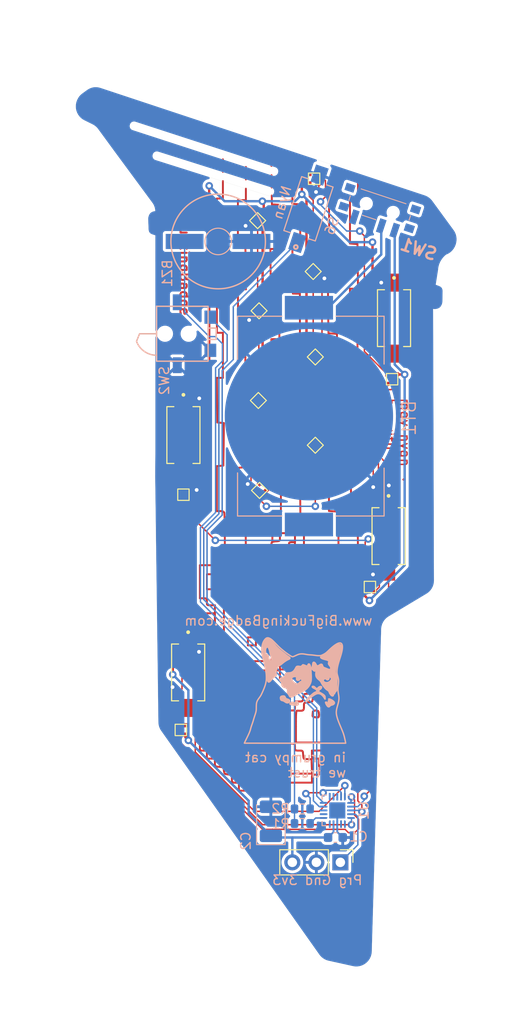
<source format=kicad_pcb>
(kicad_pcb (version 20221018) (generator pcbnew)
  (layers (0 "F.Cu" signal) (31 "B.Cu" signal) (34 "B.Paste" user) (35 "F.Paste" user) (36 "B.SilkS" user "B.Silkscreen") (37 "F.SilkS" user "F.Silkscreen") (38 "B.Mask" user) (39 "F.Mask" user) (44 "Edge.Cuts" user))
  (net 0 "")
  (net 1 "Net-(SW1-B)")
  (net 2 "GND")
  (net 3 "Net-(BZ1--)")
  (net 4 "+3.3V")
  (net 5 "Net-(U1-PA5)")
  (net 6 "Net-(U1-PB0)")
  (net 7 "Net-(U1-PC0)")
  (net 8 "Net-(U1-PC1)")
  (net 9 "Net-(U1-PC2)")
  (net 10 "Net-(U1-PC3)")
  (net 11 "Net-(U1-PB4)")
  (net 13 "Net-(U1-PB5)")
  (net 22 "Net-(U1-PA1)")
  (net 23 "Net-(U3-DO)")
  (net 24 "Net-(U4-DO)")
  (net 25 "Net-(U5-DO)")
  (net 26 "Net-(U6-DO)")
  (net 27 "Net-(U7-DO)")
  (net 28 "Net-(U8-DO)")
  (net 29 "Net-(U10-DI)")
  (net 30 "Net-(U10-DO)")
  (net 31 "Net-(U11-DO)")
  (net 32 "Net-(U12-DO)")
  (net 33 "Net-(U13-DO)")
  (net 35 "Net-(J1-Pin_1)")
  (footprint "ws2812b-1010:ws2812b-1010" (layer "F.Cu") (at 118.15 90.875 135)
    (fp_text reference "U10" hide)
    (fp_text value "~")
  )
  (footprint "ws2812b-1010:ws2812b-1010" (layer "F.Cu") (at 126.275 83.9)
    (fp_text reference "U6" hide)
    (fp_text value "~")
  )
  (footprint "TS-1101-C-W:SW_PTS636_SM43J_SMTR_LFS" (layer "F.Cu") (at 104.2 89.8 -90)
    (fp_text reference "S3" hide)
    (fp_text value "PTS636_SM43J_SMTR_LFS")
  )
  (footprint "ws2812b-1010:ws2812b-1010" (layer "F.Cu") (at 123.925 105.85 180)
    (fp_text reference "U5" hide)
    (fp_text value "~")
  )
  (footprint "ws2812b-1010:ws2812b-1010" (layer "F.Cu") (at 117.925 72.525 135)
    (fp_text reference "U8" hide)
    (fp_text value "~")
  )
  (footprint "ws2812b-1010:ws2812b-1010" (layer "F.Cu") (at 118.025 62.725 90)
    (fp_text reference "U7" hide)
    (fp_text value "~")
  )
  (footprint "Connector_PinHeader_2.54mm:PinHeader_1x03_P2.54mm_Vertical" (layer "F.Cu") (at 120.8 134.935 -90)
    (fp_text reference "J1" hide)
    (fp_text value "Conn_01x03_Pin")
  )
  (footprint "ws2812b-1010:ws2812b-1010" (layer "F.Cu") (at 112.25 95.65 -45)
    (fp_text reference "U11" hide)
    (fp_text value "~")
  )
  (footprint "ws2812b-1010:ws2812b-1010" (layer "F.Cu") (at 118.15 81.55 135)
    (fp_text reference "U9" hide)
    (fp_text value "~")
  )
  (footprint "ws2812b-1010:ws2812b-1010" (layer "F.Cu") (at 112.125 86.15 -45)
    (fp_text reference "U12" hide)
    (fp_text value "~")
  )
  (footprint "ws2812b-1010:ws2812b-1010" (layer "F.Cu") (at 112.2 76.675 -45)
    (fp_text reference "U13" hide)
    (fp_text value "~" hide)
  )
  (footprint "TS-1101-C-W:SW_PTS636_SM43J_SMTR_LFS" (layer "F.Cu") (at 126.475 77.45 -90)
    (fp_text reference "S4" hide)
    (fp_text value "PTS636_SM43J_SMTR_LFS")
  )
  (footprint "TS-1101-C-W:SW_PTS636_SM43J_SMTR_LFS" (layer "F.Cu") (at 104.7 114.875 -90)
    (fp_text reference "S2" hide)
    (fp_text value "PTS636_SM43J_SMTR_LFS")
  )
  (footprint "ws2812b-1010:ws2812b-1010" (layer "F.Cu") (at 104.2 96.1 180)
    (fp_text reference "U4" hide)
    (fp_text value "~")
  )
  (footprint "ws2812b-1010:ws2812b-1010" (layer "F.Cu") (at 103.925 120.95 -90)
    (fp_text reference "U3" hide)
    (fp_text value "~")
  )
  (footprint "TS-1101-C-W:SW_PTS636_SM43J_SMTR_LFS" (layer "F.Cu") (at 125.9 100.475 -90)
    (fp_text reference "S5" hide)
    (fp_text value "PTS636_SM43J_SMTR_LFS")
  )
  (footprint "ws2812b-1010:ws2812b-1010" (layer "F.Cu") (at 112.05 67.15 -45)
    (fp_text reference "U14" hide)
    (fp_text value "~" hide)
  )
  (footprint "Package_DFN_QFN:VQFN-20-1EP_3x3mm_P0.4mm_EP1.7x1.7mm" (layer "B.Cu") (at 120.475 129.45 90)
    (fp_text reference "U1")
    (fp_text value "ATtiny1616-M")
  )
  (footprint "TS-1101-C-W:SW_PTS636_SM43J_SMTR_LFS" (layer "B.Cu") (at 117.425 65.9 71.7)
    (fp_text reference "S6")
    (fp_text value "PTS636_SM43J_SMTR_LFS")
  )
  (footprint "GSC1031YB-3V4000:GSC1031YB-3V4000" (layer "B.Cu") (at 107.875 69.35 -90)
    (fp_text reference "BZ1")
    (fp_text value "Buzzer")
  )
  (footprint "Capacitor_Tantalum_SMD:CP_EIA-3528-21_Kemet-B" (layer "B.Cu") (at 113.45 130.6 90)
    (fp_text reference "C2")
    (fp_text value "47 uF")
  )
  (footprint "TM-1627A:TM-1627A" (layer "B.Cu") (at 104.0875 79.1 -90)
    (fp_text reference "SW2")
    (fp_text value "~")
  )
  (footprint "Resistor_SMD:R_0603_1608Metric" (layer "B.Cu") (at 116.775 129.295)
    (fp_text reference "R2")
    (fp_text value "47 Ohm")
  )
  (footprint "BAT-HLD-001:BAT_BAT-HLD-001" (layer "B.Cu") (at 117.475 87.8 -90)
    (fp_text reference "BT1")
    (fp_text value "BAT-HLD-001")
  )
  (footprint "Capacitor_SMD:C_0603_1608Metric" (layer "B.Cu") (at 120.275 132.31)
    (fp_text reference "C1")
    (fp_text value "0.1 uF")
  )
  (footprint "Resistor_SMD:R_0603_1608Metric" (layer "B.Cu") (at 116.775 130.835 180)
    (fp_text reference "R1")
    (fp_text value "100 Ohm")
  )
  (footprint "MSS3-V-T/TA-3524A-A1-W:MSS3VTR" (layer "B.Cu") (at 125.368901 64.583716 -18.299)
    (fp_text reference "SW1")
    (fp_text value "SW_SPDT" hide)
  )
  (gr_poly (pts (xy 116.313351 118.048527) (xy 116.305019 118.03314) (xy 116.296036 118.018781) (xy 116.286471 118.00566) (xy 116.276395 117.993984) (xy 116.271187 117.988753) (xy 116.265877 117.98396) (xy 116.262015 117.980881) (xy 116.257975 117.977995) (xy 116.253765 117.9753) (xy 116.249392 117.972798) (xy 116.244866 117.970488) (xy 116.240193 117.968371) (xy 116.235381 117.966445) (xy 116.23044 117.964712) (xy 116.220197 117.961822) (xy 116.209527 117.959701) (xy 116.198495 117.958349) (xy 116.187164 117.957766) (xy 116.175597 117.957952) (xy 116.163858 117.958907) (xy 116.15201 117.960631) (xy 116.140118 117.963124) (xy 116.128244 117.966386) (xy 116.116452 117.970417) (xy 116.104806 117.975216) (xy 116.093369 117.980785) (xy 116.088751 117.983271) (xy 116.083664 117.986331) (xy 116.078158 117.989922) (xy 116.072285 117.993998) (xy 116.066095 117.998514) (xy 116.059641 118.003426) (xy 116.046141 118.014255) (xy 116.032194 118.026126) (xy 116.018211 118.038679) (xy 116.004599 118.051555) (xy 115.991769 118.064393) (xy 115.985798 118.07085) (xy 115.979818 118.077104) (xy 115.973868 118.083125) (xy 115.96799 118.088884) (xy 115.956609 118.099498) (xy 115.951186 118.104295) (xy 115.945996 118.108711) (xy 115.941079 118.112719) (xy 115.936475 118.116287) (xy 115.932225 118.119388) (xy 115.928368 118.12199) (xy 115.924946 118.124066) (xy 115.921998 118.125585) (xy 115.919564 118.126518) (xy 115.918553 118.126756) (xy 115.917686 118.126836) (xy 115.916846 118.126786) (xy 115.915917 118.12664) (xy 115.914903 118.1264) (xy 115.913806 118.126067) (xy 115.911382 118.125133) (xy 115.908674 118.123859) (xy 115.905711 118.122262) (xy 115.902524 118.120362) (xy 115.899142 118.118176) (xy 115.895593 118.115723) (xy 115.891908 118.113022) (xy 115.888117 118.110092) (xy 115.884247 118.106952) (xy 115.88033 118.103618) (xy 115.876394 118.100112) (xy 115.872469 118.09645) (xy 115.868584 118.092652) (xy 115.864769 118.088736) (xy 115.856845 118.08065) (xy 115.848952 118.073063) (xy 115.841096 118.065979) (xy 115.833284 118.0594) (xy 115.825521 118.05333) (xy 115.817814 118.047771) (xy 115.810169 118.042727) (xy 115.802592 118.0382) (xy 115.79509 118.034195) (xy 115.787668 118.030713) (xy 115.780333 118.027759) (xy 115.773091 118.025335) (xy 115.765948 118.023444) (xy 115.758911 118.02209) (xy 115.751985 118.021275) (xy 115.745178 118.021002) (xy 115.741987 118.021149) (xy 115.738009 118.021577) (xy 115.733299 118.022272) (xy 115.727913 118.023218) (xy 115.715337 118.025802) (xy 115.700727 118.029204) (xy 115.68453 118.033301) (xy 115.667191 118.037968) (xy 115.649158 118.043082) (xy 115.630877 118.048519) (xy 115.613839 118.054035) (xy 115.597664 118.059854) (xy 115.582369 118.065959) (xy 115.567973 118.072331) (xy 115.554494 118.078951) (xy 115.541953 118.0858) (xy 115.530366 118.09286) (xy 115.519752 118.100112) (xy 115.510131 118.107538) (xy 115.501521 118.115119) (xy 115.49394 118.122837) (xy 115.487407 118.130672) (xy 115.481941 118.138606) (xy 115.47756 118.146621) (xy 115.474282 118.154698) (xy 115.472127 118.162819) (xy 115.470992 118.170035) (xy 115.470375 118.177004) (xy 115.470291 118.183733) (xy 115.470757 118.19023) (xy 115.471788 118.196501) (xy 115.4734 118.202553) (xy 115.475608 118.208395) (xy 115.478428 118.214032) (xy 115.481876 118.219473) (xy 115.485968 118.224723) (xy 115.490719 118.229791) (xy 115.496145 118.234684) (xy 115.502261 118.239409) (xy 115.509084 118.243972) (xy 115.516629 118.248382) (xy 115.524912 118.252645) (xy 115.533948 118.256768) (xy 115.543754 118.260759) (xy 115.554344 118.264625) (xy 115.565734 118.268373) (xy 115.577941 118.27201) (xy 115.59098 118.275543) (xy 115.604867 118.27898) (xy 115.619616 118.282328) (xy 115.635245 118.285593) (xy 115.651769 118.288783) (xy 115.687562 118.294968) (xy 115.727124 118.300938) (xy 115.770577 118.306752) (xy 115.812679 118.312358) (xy 115.860536 118.319055) (xy 115.950494 118.332153) (xy 115.989587 118.337836) (xy 116.02705 118.341799) (xy 116.062813 118.344061) (xy 116.096809 118.344637) (xy 116.128969 118.343545) (xy 116.159226 118.340802) (xy 116.18751 118.336426) (xy 116.213755 118.330432) (xy 116.237891 118.322838) (xy 116.25985 118.313662) (xy 116.279565 118.30292) (xy 116.296966 118.290629) (xy 116.311986 118.276806) (xy 116.318582 118.269326) (xy 116.324557 118.261469) (xy 116.329903 118.253238) (xy 116.33461 118.244634) (xy 116.338671 118.23566) (xy 116.342078 118.226319) (xy 116.343977 118.219988) (xy 116.345512 118.213318) (xy 116.347528 118.199062) (xy 116.348196 118.183758) (xy 116.347584 118.167614) (xy 116.345763 118.150837) (xy 116.342803 118.133636) (xy 116.338773 118.116217) (xy 116.333743 118.098789) (xy 116.327783 118.08156) (xy 116.320962 118.064737)) (stroke (width 0.15)) (fill solid) (layer "B.SilkS"))
  (gr_poly (pts (xy 113.154392 111.342048) (xy 113.191139 111.347921) (xy 113.229172 111.359041) (xy 113.26881 111.375662) (xy 113.310376 111.398036) (xy 113.35419 111.426416) (xy 113.400572 111.461055) (xy 113.449844 111.502205) (xy 113.502327 111.550118) (xy 113.558342 111.605049) (xy 113.618209 111.667248) (xy 113.682249 111.73697) (xy 113.750783 111.814466) (xy 113.824133 111.89999) (xy 113.902619 111.993794) (xy 113.977839 112.081786) (xy 114.056507 112.167708) (xy 114.140781 112.253554) (xy 114.232819 112.341324) (xy 114.334779 112.433012) (xy 114.448818 112.530617) (xy 114.577096 112.636134) (xy 114.721769 112.75156) (xy 114.808238 112.819723) (xy 114.899966 112.892848) (xy 114.985939 112.962003) (xy 115.055144 113.01826) (xy 115.085139 113.042397) (xy 115.117305 113.067489) (xy 115.150636 113.092805) (xy 115.184129 113.117611) (xy 115.216778 113.141178) (xy 115.247579 113.162773) (xy 115.275528 113.181663) (xy 115.299619 113.197119) (xy 115.323786 113.212169) (xy 115.345562 113.226039) (xy 115.365062 113.238839) (xy 115.382401 113.25068) (xy 115.397693 113.261671) (xy 115.411054 113.271923) (xy 115.417046 113.276806) (xy 115.422598 113.281546) (xy 115.427725 113.286155) (xy 115.43244 113.290649) (xy 115.436758 113.29504) (xy 115.440694 113.299342) (xy 115.444262 113.30357) (xy 115.447476 113.307737) (xy 115.45035 113.311857) (xy 115.452899 113.315942) (xy 115.455137 113.320009) (xy 115.457079 113.324069) (xy 115.458739 113.328137) (xy 115.460131 113.332226) (xy 115.461269 113.336351) (xy 115.462168 113.340525) (xy 115.462843 113.344761) (xy 115.463307 113.349074) (xy 115.463575 113.353478) (xy 115.463661 113.357985) (xy 115.463165 113.36865) (xy 115.461627 113.378858) (xy 115.458973 113.388676) (xy 115.455128 113.398169) (xy 115.450018 113.407401) (xy 115.443569 113.416437) (xy 115.435706 113.425344) (xy 115.426355 113.434185) (xy 115.41544 113.443026) (xy 115.402889 113.451933) (xy 115.388627 113.46097) (xy 115.372578 113.470202) (xy 115.354669 113.479694) (xy 115.334825 113.489512) (xy 115.312972 113.499721) (xy 115.289036 113.510385) (xy 115.253955 113.526381) (xy 115.218189 113.543795) (xy 115.181772 113.562608) (xy 115.144739 113.582798) (xy 115.068956 113.627234) (xy 114.991115 113.676941) (xy 114.911488 113.731757) (xy 114.830348 113.791522) (xy 114.747967 113.856074) (xy 114.664619 113.925252) (xy 114.619689 113.963019) (xy 114.580018 113.995218) (xy 114.561721 114.009535) (xy 114.544217 114.022828) (xy 114.527333 114.035218) (xy 114.510896 114.046828) (xy 114.494732 114.057781) (xy 114.478667 114.068199) (xy 114.462527 114.078205) (xy 114.446139 114.087921) (xy 114.42933 114.09747) (xy 114.411925 114.106973) (xy 114.374636 114.126335) (xy 114.311601 114.158705) (xy 114.285253 114.173318) (xy 114.261874 114.187454) (xy 114.241105 114.20154) (xy 114.222589 114.216004) (xy 114.205968 114.231275) (xy 114.190883 114.247779) (xy 114.176976 114.265945) (xy 114.163889 114.286201) (xy 114.151264 114.308975) (xy 114.138743 114.334695) (xy 114.125968 114.363787) (xy 114.11258 114.396682) (xy 114.082535 114.475585) (xy 114.064481 114.525089) (xy 114.048382 114.570633) (xy 114.034183 114.612549) (xy 114.02183 114.651169) (xy 114.01127 114.686826) (xy 114.002447 114.71985) (xy 113.995309 114.750573) (xy 113.989799 114.779327) (xy 113.985865 114.806444) (xy 113.983451 114.832256) (xy 113.982504 114.857094) (xy 113.98297 114.881291) (xy 113.984793 114.905177) (xy 113.98792 114.929085) (xy 113.992297 114.953347) (xy 113.997869 114.978294) (xy 114.005436 115.01185) (xy 114.010976 115.042848) (xy 114.014349 115.071558) (xy 114.015179 115.085139) (xy 114.015414 115.098249) (xy 114.015037 115.110922) (xy 114.01403 115.123192) (xy 114.012375 115.135091) (xy 114.010054 115.146655) (xy 114.007051 115.157917) (xy 114.003348 115.16891) (xy 113.998926 115.179668) (xy 113.993768 115.190225) (xy 113.987857 115.200614) (xy 113.981175 115.21087) (xy 113.973704 115.221026) (xy 113.965427 115.231115) (xy 113.956325 115.241172) (xy 113.946383 115.25123) (xy 113.93558 115.261323) (xy 113.923901 115.271485) (xy 113.897842 115.292149) (xy 113.868064 115.313492) (xy 113.834425 115.335783) (xy 113.796786 115.359294) (xy 113.75746 115.384278) (xy 113.740131 115.39588) (xy 113.724075 115.407167) (xy 113.709079 115.418348) (xy 113.694931 115.429633) (xy 113.681419 115.441232) (xy 113.66833 115.453353) (xy 113.655452 115.466206) (xy 113.642573 115.479999) (xy 113.629479 115.494943) (xy 113.615959 115.511247) (xy 113.601801 115.52912) (xy 113.586791 115.548771) (xy 113.553369 115.594244) (xy 113.512044 115.650429) (xy 113.493801 115.674776) (xy 113.476971 115.696852) (xy 113.461406 115.716827) (xy 113.446957 115.734868) (xy 113.433476 115.751144) (xy 113.420813 115.765826) (xy 113.40882 115.779081) (xy 113.397348 115.791079) (xy 113.386247 115.801989) (xy 113.375371 115.811979) (xy 113.364568 115.821219) (xy 113.353691 115.829878) (xy 113.342591 115.838124) (xy 113.331119 115.846127) (xy 113.320242 115.853413) (xy 113.309634 115.859992) (xy 113.299295 115.865862) (xy 113.28922 115.871023) (xy 113.279407 115.875474) (xy 113.269853 115.879213) (xy 113.260556 115.882242) (xy 113.251512 115.884558) (xy 113.24272 115.886161) (xy 113.234177 115.88705) (xy 113.225879 115.887224) (xy 113.217824 115.886683) (xy 113.210009 115.885425) (xy 113.202432 115.883451) (xy 113.19509 115.880759) (xy 113.187979 115.877348) (xy 113.181099 115.873218) (xy 113.174445 115.868368) (xy 113.168015 115.862797) (xy 113.161806 115.856504) (xy 113.155816 115.849489) (xy 113.150042 115.84175) (xy 113.144481 115.833288) (xy 113.139131 115.824101) (xy 113.133988 115.814188) (xy 113.12905 115.803549) (xy 113.124315 115.792183) (xy 113.119779 115.780089) (xy 113.11544 115.767266) (xy 113.111295 115.753714) (xy 113.103577 115.724419) (xy 113.098652 115.700511) (xy 113.094929 115.670873) (xy 113.092322 115.631959) (xy 113.090745 115.58022) (xy 113.090332 115.424083) (xy 113.092994 115.174086) (xy 113.093207 115.058897) (xy 113.089141 114.95167) (xy 113.079693 114.845584) (xy 113.063758 114.733819) (xy 113.040232 114.609551) (xy 113.008013 114.465961) (xy 112.965996 114.296226) (xy 112.913077 114.093527) (xy 112.840464 113.818548) (xy 112.779843 113.579822) (xy 112.730112 113.372027) (xy 112.690166 113.189843) (xy 112.658902 113.027949) (xy 112.635215 112.881024) (xy 112.618003 112.743749) (xy 112.606161 112.610802) (xy 112.60384 112.570585) (xy 112.881327 112.570585) (xy 112.881892 112.612511) (xy 112.883659 112.652391) (xy 112.886741 112.691155) (xy 112.891249 112.729732) (xy 112.897295 112.769054) (xy 112.904991 112.81005) (xy 112.914448 112.85365) (xy 112.925777 112.900786) (xy 112.949061 112.993919) (xy 112.983986 112.993919) (xy 112.993342 112.994061) (xy 113.002558 112.994485) (xy 113.011626 112.995187) (xy 113.020542 112.996164) (xy 113.0293 112.997412) (xy 113.037896 112.998928) (xy 113.046325 113.000708) (xy 113.05458 113.002749) (xy 113.062657 113.005048) (xy 113.07055 113.0076) (xy 113.078255 113.010403) (xy 113.085766 113.013452) (xy 113.093077 113.016745) (xy 113.100184 113.020278) (xy 113.107081 113.024048) (xy 113.113764 113.02805) (xy 113.120226 113.032282) (xy 113.126463 113.036739) (xy 113.132469 113.041419) (xy 113.13824 113.046318) (xy 113.143769 113.051433) (xy 113.149052 113.05676) (xy 113.154084 113.062295) (xy 113.158859 113.068035) (xy 113.163372 113.073977) (xy 113.167617 113.080116) (xy 113.17159 113.086451) (xy 113.175286 113.092976) (xy 113.178698 113.099689) (xy 113.181822 113.106586) (xy 113.184653 113.113664) (xy 113.187186 113.120919) (xy 113.189703 113.130444) (xy 113.192444 113.14354) (xy 113.195334 113.159614) (xy 113.198298 113.178068) (xy 113.204152 113.21974) (xy 113.209411 113.263794) (xy 113.213031 113.296335) (xy 113.217536 113.32767) (xy 113.222919 113.357783) (xy 113.229172 113.38666) (xy 113.236286 113.414283) (xy 113.244255 113.440639) (xy 113.25307 113.465711) (xy 113.262724 113.489483) (xy 113.273209 113.511941) (xy 113.284517 113.533069) (xy 113.296641 113.552851) (xy 113.309572 113.571272) (xy 113.323303 113.588317) (xy 113.330467 113.596318) (xy 113.337827 113.603969) (xy 113.345383 113.611268) (xy 113.353135 113.618214) (xy 113.36108 113.624803) (xy 113.369219 113.631035) (xy 113.374736 113.634896) (xy 113.380363 113.638347) (xy 113.386087 113.641391) (xy 113.391895 113.644035) (xy 113.397772 113.646283) (xy 113.403705 113.648139) (xy 113.409681 113.649609) (xy 113.415687 113.650697) (xy 113.421707 113.651409) (xy 113.42773 113.651748) (xy 113.433741 113.651721) (xy 113.439726 113.651332) (xy 113.445673 113.650585) (xy 113.451568 113.649486) (xy 113.457397 113.648039) (xy 113.463146 113.646249) (xy 113.468802 113.644121) (xy 113.474352 113.64166) (xy 113.479782 113.638871) (xy 113.485078 113.635758) (xy 113.490226 113.632327) (xy 113.495214 113.628582) (xy 113.500027 113.624529) (xy 113.504653 113.620171) (xy 113.509076 113.615514) (xy 113.513285 113.610562) (xy 113.517265 113.605321) (xy 113.521003 113.599796) (xy 113.524485 113.59399) (xy 113.527698 113.58791) (xy 113.530627 113.581559) (xy 113.533261 113.574943) (xy 113.538523 113.559026) (xy 113.542763 113.543206) (xy 113.545927 113.527156) (xy 113.547962 113.51055) (xy 113.548811 113.493065) (xy 113.548423 113.474373) (xy 113.546741 113.454149) (xy 113.543712 113.432068) (xy 113.539281 113.407805) (xy 113.533395 113.381033) (xy 113.525999 113.351427) (xy 113.517038 113.318662) (xy 113.494208 113.24235) (xy 113.464469 113.149494) (xy 113.436688 113.063946) (xy 113.412677 112.987602) (xy 113.392139 112.919442) (xy 113.374775 112.858452) (xy 113.360289 112.803613) (xy 113.348383 112.753908) (xy 113.338759 112.708322) (xy 113.331119 112.665835) (xy 113.325286 112.633843) (xy 113.318187 112.600791) (xy 113.309948 112.567011) (xy 113.300692 112.532833) (xy 113.290543 112.498586) (xy 113.279624 112.464601) (xy 113.268061 112.431209) (xy 113.255977 112.398739) (xy 113.243497 112.367521) (xy 113.230743 112.337886) (xy 113.21784 112.310165) (xy 113.204913 112.284686) (xy 113.192085 112.261782) (xy 113.17948 112.24178) (xy 113.167222 112.225013) (xy 113.155436 112.21181) (xy 113.14739 112.204195) (xy 113.139492 112.197624) (xy 113.135583 112.19473) (xy 113.131691 112.192097) (xy 113.12781 112.189726) (xy 113.123934 112.187617) (xy 113.120056 112.18577) (xy 113.116171 112.184185) (xy 113.112271 112.182863) (xy 113.10835 112.181803) (xy 113.104403 112.181006) (xy 113.100421 112.180471) (xy 113.0964 112.1802) (xy 113.092333 112.180192) (xy 113.088212 112.180448) (xy 113.084033 112.180968) (xy 113.079788 112.181751) (xy 113.075472 112.182799) (xy 113.071077 112.184111) (xy 113.066597 112.185688) (xy 113.062026 112.187529) (xy 113.057358 112.189635) (xy 113.047704 112.194643) (xy 113.037582 112.200712) (xy 113.026944 112.207845) (xy 113.015736 112.216044) (xy 112.999053 112.229815) (xy 112.983525 112.244561) (xy 112.969141 112.260311) (xy 112.95589 112.277096) (xy 112.943762 112.294949) (xy 112.932745 112.313898) (xy 112.92283 112.333977) (xy 112.914003 112.355215) (xy 112.906256 112.377643) (xy 112.899577 112.401293) (xy 112.893956 112.426196) (xy 112.889381 112.452383) (xy 112.885841 112.479884) (xy 112.883326 112.508731) (xy 112.881825 112.538954) (xy 112.881327 112.570585) (xy 112.60384 112.570585) (xy 112.602886 112.554054) (xy 112.601173 112.497383) (xy 112.600982 112.440895) (xy 112.602275 112.384691) (xy 112.605012 112.328874) (xy 112.609156 112.273548) (xy 112.614667 112.218816) (xy 112.621507 112.16478) (xy 112.629636 112.111545) (xy 112.639017 112.059213) (xy 112.649609 112.007887) (xy 112.661376 111.95767) (xy 112.674277 111.908665) (xy 112.688275 111.860976) (xy 112.703329 111.814705) (xy 112.719402 111.769956) (xy 112.736455 111.726832) (xy 112.754449 111.685435) (xy 112.773346 111.645869) (xy 112.793105 111.608238) (xy 112.81369 111.572643) (xy 112.83506 111.539189) (xy 112.857178 111.507977) (xy 112.880004 111.479113) (xy 112.9035 111.452697) (xy 112.927627 111.428835) (xy 112.952347 111.407627) (xy 112.977619 111.389179) (xy 113.003406 111.373592) (xy 113.02967 111.360971) (xy 113.05637 111.351417) (xy 113.083469 111.345035) (xy 113.118609 111.34117)) (stroke (width 0.15)) (fill solid) (layer "B.SilkS"))
  (gr_poly (pts (xy 114.865565 117.373957) (xy 114.859948 117.371929) (xy 114.848161 117.368521) (xy 114.835556 117.365904) (xy 114.822034 117.363997) (xy 114.807494 117.362719) (xy 114.795251 117.362022) (xy 114.782574 117.361511) (xy 114.769822 117.361175) (xy 114.757356 117.360999) (xy 114.734717 117.361081) (xy 114.725264 117.361315) (xy 114.717536 117.36166) (xy 114.694401 117.364345) (xy 114.669381 117.368258) (xy 114.643568 117.373138) (xy 114.618052 117.378725) (xy 114.593926 117.384759) (xy 114.572279 117.390979) (xy 114.554205 117.397124) (xy 114.546848 117.400088) (xy 114.540794 117.402935) (xy 114.536833 117.405171) (xy 114.532891 117.407705) (xy 114.528975 117.410522) (xy 114.525093 117.413609) (xy 114.521251 117.416954) (xy 114.517456 117.420543) (xy 114.510036 117.428401) (xy 114.502889 117.437078) (xy 114.496071 117.446467) (xy 114.489638 117.456465) (xy 114.483644 117.466964) (xy 114.478147 117.477861) (xy 114.473201 117.489049) (xy 114.468864 117.500423) (xy 114.465189 117.511877) (xy 114.462235 117.523307) (xy 114.460055 117.534607) (xy 114.459273 117.540175) (xy 114.458706 117.545671) (xy 114.458361 117.551081) (xy 114.458244 117.556393) (xy 114.458698 117.568932) (xy 114.459639 117.582236) (xy 114.461037 117.596154) (xy 114.462858 117.610534) (xy 114.467639 117.640072) (xy 114.473722 117.669635) (xy 114.480847 117.698007) (xy 114.484719 117.711367) (xy 114.488754 117.723974) (xy 114.492919 117.735675) (xy 114.497181 117.746318) (xy 114.501509 117.755753) (xy 114.505869 117.763826) (xy 114.508238 117.767758) (xy 114.51078 117.771615) (xy 114.513494 117.775397) (xy 114.51638 117.779104) (xy 114.519437 117.782736) (xy 114.522666 117.786293) (xy 114.526064 117.789774) (xy 114.529632 117.793179) (xy 114.533369 117.796508) (xy 114.537274 117.799761) (xy 114.541347 117.802938) (xy 114.545588 117.806038) (xy 114.554568 117.812008) (xy 114.56421 117.81767) (xy 114.574509 117.823021) (xy 114.585461 117.828061) (xy 114.597061 117.832787) (xy 114.609305 117.837199) (xy 114.622187 117.841295) (xy 114.635703 117.845073) (xy 114.649849 117.848531) (xy 114.664619 117.851668) (xy 114.683113 117.8555) (xy 114.700598 117.859503) (xy 114.717235 117.863747) (xy 114.733179 117.868304) (xy 114.748591 117.873246) (xy 114.763627 117.878644) (xy 114.778446 117.884568) (xy 114.793207 117.891091) (xy 114.808066 117.898284) (xy 114.823183 117.906218) (xy 114.838715 117.914964) (xy 114.854821 117.924594) (xy 114.871659 117.935179) (xy 114.889387 117.94679) (xy 114.928144 117.973377) (xy 114.950675 117.988764) (xy 114.971916 118.00281) (xy 114.991992 118.015563) (xy 115.011025 118.027071) (xy 115.029141 118.037382) (xy 115.046463 118.046545) (xy 115.063115 118.054606) (xy 115.079222 118.061615) (xy 115.094906 118.06762) (xy 115.110294 118.072668) (xy 115.125507 118.076807) (xy 115.140671 118.080086) (xy 115.155909 118.082553) (xy 115.171346 118.084256) (xy 115.187105 118.085242) (xy 115.203311 118.08556) (xy 115.219471 118.085245) (xy 115.235194 118.084121) (xy 115.250461 118.082216) (xy 115.26525 118.079557) (xy 115.279541 118.076173) (xy 115.293312 118.072091) (xy 115.306544 118.067339) (xy 115.319215 118.061946) (xy 115.331305 118.055939) (xy 115.342792 118.049345) (xy 115.353657 118.042194) (xy 115.363878 118.034512) (xy 115.373435 118.026328) (xy 115.382307 118.01767) (xy 115.390473 118.008565) (xy 115.397912 117.999042) (xy 115.404604 117.989127) (xy 115.410529 117.978851) (xy 115.415664 117.968239) (xy 115.41999 117.95732) (xy 115.423486 117.946122) (xy 115.426131 117.934673) (xy 115.427905 117.923001) (xy 115.428786 117.911134) (xy 115.428753 117.899099) (xy 115.427788 117.886924) (xy 115.425867 117.874638) (xy 115.422971 117.862269) (xy 115.419079 117.849843) (xy 115.41417 117.837389) (xy 115.408224 117.824936) (xy 115.401219 117.81251) (xy 115.398023 117.807578) (xy 115.394586 117.802702) (xy 115.390911 117.797884) (xy 115.387 117.793126) (xy 115.378474 117.783791) (xy 115.369023 117.774708) (xy 115.35866 117.765885) (xy 115.347399 117.757332) (xy 115.335255 117.749058) (xy 115.322241 117.741073) (xy 115.308371 117.733385) (xy 115.29366 117.726004) (xy 115.27812 117.718939) (xy 115.261767 117.7122) (xy 115.244614 117.705796) (xy 115.226675 117.699736) (xy 115.207963 117.694029) (xy 115.188494 117.688685) (xy 115.167047 117.68292) (xy 115.147444 117.677039) (xy 115.129519 117.670905) (xy 115.113104 117.664376) (xy 115.098036 117.657315) (xy 115.084147 117.64958) (xy 115.077593 117.645417) (xy 115.071272 117.641034) (xy 115.065163 117.636412) (xy 115.059245 117.631535) (xy 115.053498 117.626385) (xy 115.0479 117.620945) (xy 115.037072 117.609124) (xy 115.026594 117.595933) (xy 115.0163 117.581231) (xy 115.006025 117.56488) (xy 114.995603 117.54674) (xy 114.984867 117.526671) (xy 114.973653 117.504535) (xy 114.96395 117.485211) (xy 114.954619 117.467665) (xy 114.945561 117.451815) (xy 114.936677 117.437579) (xy 114.927867 117.424875) (xy 114.919033 117.41362) (xy 114.910074 117.403732) (xy 114.905517 117.399276) (xy 114.900892 117.39513) (xy 114.896187 117.391285) (xy 114.891388 117.387731) (xy 114.886484 117.384457) (xy 114.881462 117.381452) (xy 114.87631 117.378708) (xy 114.871015 117.376213)) (stroke (width 0.15)) (fill solid) (layer "B.SilkS"))
  (gr_poly (pts (xy 117.477615 113.979163) (xy 117.482327 113.979871) (xy 117.487019 113.980951) (xy 117.491692 113.982402) (xy 117.496346 113.984225) (xy 117.500982 113.986421) (xy 117.505602 113.988989) (xy 117.510204 113.991931) (xy 117.514792 113.995246) (xy 117.519365 113.998936) (xy 117.523923 114.002999) (xy 117.528469 114.007438) (xy 117.533002 114.012252) (xy 117.537524 114.017441) (xy 117.542034 114.023006) (xy 117.546535 114.028948) (xy 117.551026 114.035266) (xy 117.555509 114.041961) (xy 117.559984 114.049034) (xy 117.564452 114.056485) (xy 117.579101 114.083456) (xy 117.592893 114.113209) (xy 117.605838 114.145796) (xy 117.617948 114.181269) (xy 117.629233 114.219682) (xy 117.639704 114.261087) (xy 117.649371 114.305536) (xy 117.658247 114.353083) (xy 117.673665 114.45768) (xy 117.686045 114.5753) (xy 117.695473 114.706364) (xy 117.702036 114.851293) (xy 117.705112 114.932702) (xy 117.70918 115.013615) (xy 117.713645 115.084805) (xy 117.717911 115.137044) (xy 117.722399 115.207301) (xy 117.72484 115.294487) (xy 117.725371 115.391819) (xy 117.724129 115.492511) (xy 117.721249 115.589781) (xy 117.716869 115.676843) (xy 117.711125 115.746914) (xy 117.707784 115.773458) (xy 117.704152 115.79321) (xy 117.685276 115.865645) (xy 117.663222 115.936821) (xy 117.638066 116.00662) (xy 117.609878 116.074925) (xy 117.578732 116.141618) (xy 117.544701 116.20658) (xy 117.507858 116.269695) (xy 117.468276 116.330844) (xy 117.426027 116.389909) (xy 117.381185 116.446772) (xy 117.333821 116.501317) (xy 117.28401 116.553424) (xy 117.231824 116.602977) (xy 117.177336 116.649857) (xy 117.120618 116.693946) (xy 117.061744 116.735127) (xy 116.99466 116.776551) (xy 116.906467 116.826408) (xy 116.803639 116.881425) (xy 116.69265 116.938327) (xy 116.579975 116.99384) (xy 116.472087 117.044689) (xy 116.37546 117.087602) (xy 116.296569 117.119302) (xy 116.263341 117.132574) (xy 116.231366 117.146504) (xy 116.199812 117.16155) (xy 116.167849 117.178172) (xy 116.134646 117.196827) (xy 116.099372 117.217975) (xy 116.061195 117.242075) (xy 116.019286 117.269585) (xy 115.978544 117.296503) (xy 115.940704 117.320966) (xy 115.905544 117.343076) (xy 115.872839 117.362933) (xy 115.842366 117.380639) (xy 115.813903 117.396294) (xy 115.787225 117.409998) (xy 115.762111 117.421853) (xy 115.738335 117.431959) (xy 115.715676 117.440417) (xy 115.69391 117.447328) (xy 115.672814 117.452792) (xy 115.652164 117.456911) (xy 115.631737 117.459785) (xy 115.611311 117.461515) (xy 115.590661 117.462202) (xy 115.577474 117.462201) (xy 115.564889 117.461799) (xy 115.552886 117.46099) (xy 115.541448 117.459771) (xy 115.530556 117.458136) (xy 115.520191 117.456081) (xy 115.510334 117.453602) (xy 115.500967 117.450692) (xy 115.492072 117.447349) (xy 115.483629 117.443567) (xy 115.47562 117.439342) (xy 115.468026 117.434669) (xy 115.46083 117.429543) (xy 115.454012 117.42396) (xy 115.447553 117.417914) (xy 115.441436 117.411402) (xy 115.437064 117.405371) (xy 115.431266 117.396288) (xy 115.424302 117.384576) (xy 115.416433 117.370656) (xy 115.407919 117.35495) (xy 115.39902 117.337881) (xy 115.389997 117.319868) (xy 115.381111 117.301335) (xy 115.375992 117.290773) (xy 115.370573 117.280142) (xy 115.364875 117.26947) (xy 115.358919 117.258787) (xy 115.346322 117.237507) (xy 115.332957 117.216536) (xy 115.318996 117.196112) (xy 115.304613 117.176468) (xy 115.289983 117.157842) (xy 115.282629 117.148984) (xy 115.275278 117.140468) (xy 115.261438 117.124828) (xy 115.249247 117.110248) (xy 115.23864 117.096425) (xy 115.229554 117.083054) (xy 115.221925 117.069832) (xy 115.21569 117.056455) (xy 115.210785 117.042619) (xy 115.207147 117.028021) (xy 115.204712 117.012355) (xy 115.203416 116.99532) (xy 115.203196 116.97661) (xy 115.203989 116.955922) (xy 115.20573 116.932951) (xy 115.208357 116.907395) (xy 115.216011 116.84731) (xy 115.220579 116.811498) (xy 115.223981 116.78128) (xy 115.225253 116.768001) (xy 115.226243 116.7558) (xy 115.226953 116.744569) (xy 115.227388 116.734201) (xy 115.22755 116.72459) (xy 115.227442 116.715628) (xy 115.227067 116.70721) (xy 115.226429 116.699226) (xy 115.22553 116.691572) (xy 115.224374 116.684139) (xy 115.222964 116.676821) (xy 115.221303 116.66951) (xy 115.215886 116.650904) (xy 115.209471 116.633519) (xy 115.201927 116.617262) (xy 115.193125 116.602041) (xy 115.182933 116.587763) (xy 115.171222 116.574335) (xy 115.157862 116.561663) (xy 115.142721 116.549654) (xy 115.125671 116.538216) (xy 115.106581 116.527255) (xy 115.08532 116.516679) (xy 115.061759 116.506395) (xy 115.035767 116.496309) (xy 115.007213 116.486328) (xy 114.975969 116.476359) (xy 114.941903 116.46631) (xy 114.916452 116.458886) (xy 114.893529 116.452015) (xy 114.872907 116.445577) (xy 114.854359 116.439455) (xy 114.837658 116.433532) (xy 114.82258 116.427689) (xy 114.808896 116.42181) (xy 114.796382 116.415775) (xy 114.78481 116.409467) (xy 114.773954 116.402769) (xy 114.763588 116.395562) (xy 114.753486 116.387729) (xy 114.743421 116.379152) (xy 114.733167 116.369712) (xy 114.722497 116.359293) (xy 114.711186 116.347776) (xy 114.701082 116.336952) (xy 114.691772 116.326217) (xy 114.683206 116.315439) (xy 114.675335 116.304484) (xy 114.668108 116.293219) (xy 114.661477 116.281511) (xy 114.655392 116.269226) (xy 114.649802 116.256231) (xy 114.64466 116.242393) (xy 114.639914 116.227577) (xy 114.635515 116.211652) (xy 114.631414 116.194484) (xy 114.627561 116.175939) (xy 114.623906 116.155884) (xy 114.620401 116.134185) (xy 114.616994 116.11071) (xy 114.604863 116.026897) (xy 114.599565 115.992631) (xy 114.594554 115.962891) (xy 114.592104 115.949584) (xy 114.589661 115.937249) (xy 114.587206 115.925832) (xy 114.584717 115.91528) (xy 114.582173 115.90554) (xy 114.579553 115.896558) (xy 114.576835 115.88828) (xy 114.573999 115.880655) (xy 114.571024 115.873628) (xy 114.567888 115.867146) (xy 114.56457 115.861156) (xy 114.561049 115.855604) (xy 114.557304 115.850438) (xy 114.553315 115.845603) (xy 114.549058 115.841048) (xy 114.544515 115.836717) (xy 114.539663 115.832559) (xy 114.534481 115.82852) (xy 114.528949 115.824546) (xy 114.523044 115.820584) (xy 114.510036 115.812484) (xy 114.495286 115.803793) (xy 114.488078 115.799251) (xy 114.481142 115.794365) (xy 114.474483 115.789151) (xy 114.468106 115.783627) (xy 114.462017 115.777809) (xy 114.456221 115.771712) (xy 114.450722 115.765353) (xy 114.445527 115.758748) (xy 114.440641 115.751914) (xy 114.436068 115.744867) (xy 114.427885 115.730198) (xy 114.42102 115.714872) (xy 114.415514 115.699018) (xy 114.411409 115.682768) (xy 114.408748 115.666251) (xy 114.407972 115.657934) (xy 114.407572 115.649598) (xy 114.407554 115.641261) (xy 114.407924 115.632939) (xy 114.408685 115.624647) (xy 114.409844 115.616403) (xy 114.411405 115.608223) (xy 114.413374 115.600122) (xy 114.415757 115.592118) (xy 114.418558 115.584226) (xy 114.421782 115.576462) (xy 114.425436 115.568844) (xy 114.431382 115.558099) (xy 114.438134 115.547677) (xy 114.445725 115.537552) (xy 114.453876 115.528069) (xy 115.652476 115.528069) (xy 115.652771 115.54996) (xy 115.654822 115.572548) (xy 115.658622 115.595781) (xy 115.664163 115.619607) (xy 115.671438 115.643972) (xy 115.680437 115.668823) (xy 115.691155 115.694109) (xy 115.703582 115.719776) (xy 115.717712 115.745772) (xy 115.733536 115.772044) (xy 115.753918 115.802762) (xy 115.775134 115.832001) (xy 115.797121 115.859747) (xy 115.819813 115.885984) (xy 115.843146 115.910697) (xy 115.867056 115.933871) (xy 115.891477 115.955491) (xy 115.916346 115.975542) (xy 115.941599 115.994008) (xy 115.967169 116.010874) (xy 115.992993 116.026126) (xy 116.019007 116.039748) (xy 116.045145 116.051726) (xy 116.071344 116.062043) (xy 116.097538 116.070685) (xy 116.123664 116.077638) (xy 116.149656 116.082884) (xy 116.175451 116.086411) (xy 116.200983 116.088201) (xy 116.226188 116.088242) (xy 116.251002 116.086516) (xy 116.275359 116.083009) (xy 116.299197 116.077707) (xy 116.322449 116.070593) (xy 116.345051 116.061653) (xy 116.36694 116.050872) (xy 116.38805 116.038234) (xy 116.408316 116.023725) (xy 116.427675 116.007328) (xy 116.446062 115.989031) (xy 116.463412 115.968816) (xy 116.479661 115.946669) (xy 116.494368 115.925581) (xy 116.501094 115.91661) (xy 116.507624 115.908536) (xy 116.514123 115.901242) (xy 116.520756 115.894616) (xy 116.52769 115.888541) (xy 116.535091 115.882904) (xy 116.543124 115.877589) (xy 116.551956 115.872482) (xy 116.561752 115.867468) (xy 116.572678 115.862432) (xy 116.584901 115.857259) (xy 116.598585 115.851836) (xy 116.631002 115.839776) (xy 116.639267 115.836797) (xy 116.647016 115.833799) (xy 116.654278 115.830763) (xy 116.661082 115.827672) (xy 116.667459 115.824506) (xy 116.673437 115.821247) (xy 116.679046 115.817877) (xy 116.684316 115.814377) (xy 116.689276 115.810727) (xy 116.693955 115.80691) (xy 116.698383 115.802908) (xy 116.702589 115.7987) (xy 116.706603 115.79427) (xy 116.710454 115.789597) (xy 116.714172 115.784664) (xy 116.717786 115.779452) (xy 116.724976 115.768237) (xy 116.731054 115.757543) (xy 116.736001 115.747275) (xy 116.738044 115.74227) (xy 116.739796 115.737334) (xy 116.741255 115.732455) (xy 116.742419 115.727622) (xy 116.743284 115.722821) (xy 116.743849 115.718042) (xy 116.744111 115.713271) (xy 116.744068 115.708496) (xy 116.743716 115.703705) (xy 116.743054 115.698886) (xy 116.742078 115.694027) (xy 116.740787 115.689116) (xy 116.739177 115.684139) (xy 116.737247 115.679086) (xy 116.734994 115.673944) (xy 116.732415 115.6687) (xy 116.729507 115.663342) (xy 116.726269 115.657859) (xy 116.71879 115.646467) (xy 116.709958 115.634425) (xy 116.699752 115.621636) (xy 116.688152 115.608002) (xy 116.669388 115.58694) (xy 116.652289 115.568594) (xy 116.644318 115.560434) (xy 116.636709 115.552947) (xy 116.629443 115.546132) (xy 116.622503 115.539987) (xy 116.615869 115.534511) (xy 116.609524 115.5297) (xy 116.60345 115.525555) (xy 116.597628 115.522072) (xy 116.59204 115.519251) (xy 116.586668 115.517089) (xy 116.581493 115.515585) (xy 116.576498 115.514736) (xy 116.571664 115.514542) (xy 116.566974 115.515001) (xy 116.562408 115.51611) (xy 116.557948 115.517868) (xy 116.553578 115.520273) (xy 116.549277 115.523324) (xy 116.545028 115.527019) (xy 116.540813 115.531355) (xy 116.536613 115.536332) (xy 116.532411 115.541948) (xy 116.528187 115.5482) (xy 116.523925 115.555087) (xy 116.519605 115.562608) (xy 116.515209 115.57076) (xy 116.506119 115.588952) (xy 116.501636 115.598136) (xy 116.497293 115.606665) (xy 116.493055 115.614576) (xy 116.488888 115.621909) (xy 116.484759 115.628703) (xy 116.480632 115.634996) (xy 116.476475 115.640827) (xy 116.472253 115.646234) (xy 116.467931 115.651258) (xy 116.463476 115.655935) (xy 116.458853 115.660306) (xy 116.454029 115.664408) (xy 116.44897 115.668281) (xy 116.44364 115.671963) (xy 116.438007 115.675493) (xy 116.432036 115.678911) (xy 116.420203 115.685298) (xy 116.408513 115.690965) (xy 116.396959 115.695914) (xy 116.385535 115.700143) (xy 116.374236 115.703653) (xy 116.363054 115.706443) (xy 116.351984 115.708515) (xy 116.341019 115.709866) (xy 116.330154 115.710499) (xy 116.319381 115.710412) (xy 116.308696 115.709606) (xy 116.298091 115.708081) (xy 116.28756 115.705836) (xy 116.277098 115.702872) (xy 116.266697 115.699188) (xy 116.256353 115.694785) (xy 116.241052 115.687574) (xy 116.227267 115.680153) (xy 116.214948 115.672412) (xy 116.204048 115.664242) (xy 116.199114 115.659962) (xy 116.194518 115.655533) (xy 116.190252 115.650942) (xy 116.18631 115.646174) (xy 116.182687 115.641217) (xy 116.179377 115.636056) (xy 116.176373 115.630677) (xy 116.17367 115.625067) (xy 116.171261 115.619213) (xy 116.169141 115.613099) (xy 116.167304 115.606714) (xy 116.165743 115.600041) (xy 116.163427 115.585784) (xy 116.162144 115.570216) (xy 116.161848 115.553228) (xy 116.16249 115.53471) (xy 116.164021 115.514552) (xy 116.166394 115.492643) (xy 116.168289 115.474267) (xy 116.169594 115.457204) (xy 116.17002 115.449148) (xy 116.170292 115.441402) (xy 116.170407 115.433959) (xy 116.170363 115.426812) (xy 116.170158 115.419955) (xy 116.169789 115.413381) (xy 116.169255 115.407084) (xy 116.168552 115.401058) (xy 116.167679 115.395297) (xy 116.166633 115.389793) (xy 116.165412 115.384541) (xy 116.164013 115.379534) (xy 116.162434 115.374766) (xy 116.160673 115.37023) (xy 116.158728 115.36592) (xy 116.156596 115.36183) (xy 116.154275 115.357953) (xy 116.151762 115.354282) (xy 116.149056 115.350812) (xy 116.146153 115.347536) (xy 116.143053 115.344448) (xy 116.139751 115.34154) (xy 116.136246 115.338808) (xy 116.132536 115.336244) (xy 116.128618 115.333842) (xy 116.12449 115.331595) (xy 116.120149 115.329498) (xy 116.115594 115.327543) (xy 116.104113 115.323173) (xy 116.091933 115.319379) (xy 116.079112 115.316151) (xy 116.065708 115.313475) (xy 116.037381 115.309735) (xy 116.007413 115.308064) (xy 115.976267 115.308364) (xy 115.944405 115.31054) (xy 115.912288 115.314496) (xy 115.88038 115.320135) (xy 115.849141 115.327362) (xy 115.819033 115.336081) (xy 115.79052 115.346194) (xy 115.764062 115.357607) (xy 115.740122 115.370223) (xy 115.72924 115.376952) (xy 115.719161 115.383945) (xy 115.709943 115.391192) (xy 115.701643 115.398679) (xy 115.694318 115.406395) (xy 115.688028 115.414327) (xy 115.677621 115.430925) (xy 115.669017 115.448537) (xy 115.662208 115.46711) (xy 115.657187 115.486591) (xy 115.653946 115.506929) (xy 115.652476 115.528069) (xy 114.453876 115.528069) (xy 114.454193 115.527701) (xy 114.463572 115.518097) (xy 114.473898 115.508717) (xy 114.485207 115.499535) (xy 114.497535 115.490527) (xy 114.510917 115.481667) (xy 114.525388 115.472932) (xy 114.540986 115.464296) (xy 114.557744 115.455734) (xy 114.575699 115.447222) (xy 114.594887 115.438734) (xy 114.615343 115.430247) (xy 114.637102 115.421735) (xy 114.665041 115.411108) (xy 114.691691 115.400665) (xy 114.71703 115.390418) (xy 114.741034 115.380377) (xy 114.76368 115.370553) (xy 114.784945 115.360957) (xy 114.804805 115.3516) (xy 114.823237 115.342493) (xy 114.840218 115.333645) (xy 114.855725 115.325069) (xy 114.869734 115.316776) (xy 114.882223 115.308775) (xy 114.893167 115.301078) (xy 114.902544 115.293696) (xy 114.91033 115.286639) (xy 114.916503 115.279919) (xy 114.922182 115.272875) (xy 114.92771 115.265243) (xy 114.933083 115.257027) (xy 114.938298 115.248235) (xy 114.943351 115.238872) (xy 114.94824 115.228945) (xy 114.952962 115.21846) (xy 114.957513 115.207423) (xy 114.96189 115.19584) (xy 114.966091 115.183718) (xy 114.970112 115.171062) (xy 114.97395 115.15788) (xy 114.977602 115.144176) (xy 114.981065 115.129958) (xy 114.984335 115.115231) (xy 114.987411 115.100002) (xy 114.992839 115.074739) (xy 114.998988 115.052032) (xy 115.006133 115.031734) (xy 115.014547 115.013698) (xy 115.019316 115.005482) (xy 115.024505 114.997777) (xy 115.030149 114.990563) (xy 115.036282 114.983823) (xy 115.042938 114.977538) (xy 115.050152 114.971689) (xy 115.057957 114.966258) (xy 115.066389 114.961228) (xy 115.075481 114.956578) (xy 115.085268 114.952292) (xy 115.107062 114.944735) (xy 115.132048 114.938408) (xy 115.160498 114.933165) (xy 115.192688 114.928859) (xy 115.228891 114.925342) (xy 115.269382 114.922466) (xy 115.314436 114.920085) (xy 115.380611 114.916203) (xy 115.410081 114.91396) (xy 115.437434 114.911453) (xy 115.462889 114.908636) (xy 115.486667 114.905463) (xy 115.508988 114.901886) (xy 115.530071 114.89786) (xy 115.550138 114.893338) (xy 115.569407 114.888273) (xy 115.5881 114.882619) (xy 115.606437 114.87633) (xy 115.624637 114.869358) (xy 115.64292 114.861658) (xy 115.661508 114.853182) (xy 115.680619 114.843885) (xy 115.710997 114.828012) (xy 115.739939 114.811211) (xy 115.767623 114.793272) (xy 115.794225 114.773985) (xy 115.819921 114.753143) (xy 115.844888 114.730534) (xy 115.869304 114.70595) (xy 115.893344 114.679182) (xy 115.917186 114.65002) (xy 115.941006 114.618256) (xy 115.964982 114.583679) (xy 115.989289 114.54608) (xy 116.014104 114.505251) (xy 116.039605 114.460982) (xy 116.065968 114.413063) (xy 116.093369 114.361285) (xy 116.104206 114.341392) (xy 116.114974 114.323332) (xy 116.125804 114.307031) (xy 116.136827 114.292411) (xy 116.148172 114.279398) (xy 116.15997 114.267914) (xy 116.166079 114.262723) (xy 116.17235 114.257885) (xy 116.1788 114.253392) (xy 116.185444 114.249234) (xy 116.192299 114.245402) (xy 116.199381 114.241886) (xy 116.206707 114.238676) (xy 116.214292 114.235763) (xy 116.230307 114.230791) (xy 116.247555 114.226893) (xy 116.266168 114.223994) (xy 116.286275 114.222017) (xy 116.308007 114.220887) (xy 116.331494 114.220527) (xy 116.346925 114.220816) (xy 116.364253 114.221651) (xy 116.382896 114.222982) (xy 116.40227 114.22476) (xy 116.421794 114.226935) (xy 116.440883 114.229457) (xy 116.458955 114.232276) (xy 116.475428 114.235344) (xy 116.499462 114.239784) (xy 116.521699 114.243134) (xy 116.542351 114.245322) (xy 116.561632 114.246274) (xy 116.570824 114.246264) (xy 116.579753 114.245918) (xy 116.588445 114.245226) (xy 116.596927 114.24418) (xy 116.605225 114.242771) (xy 116.613366 114.240989) (xy 116.621376 114.238825) (xy 116.629283 114.23627) (xy 116.637111 114.233315) (xy 116.644889 114.229951) (xy 116.652643 114.226169) (xy 116.660398 114.221959) (xy 116.668182 114.217314) (xy 116.676022 114.212222) (xy 116.683943 114.206676) (xy 116.691972 114.200667) (xy 116.708462 114.18722) (xy 116.725704 114.171808) (xy 116.743911 114.15436) (xy 116.763294 114.134802) (xy 116.834202 114.060719) (xy 116.883944 114.067068) (xy 116.8894 114.067895) (xy 116.895791 114.069169) (xy 116.911047 114.072955) (xy 116.929058 114.078231) (xy 116.949164 114.084796) (xy 116.970709 114.092452) (xy 116.993035 114.101001) (xy 117.015485 114.110245) (xy 117.037402 114.119985) (xy 117.06272 114.131464) (xy 117.086005 114.14172) (xy 117.107433 114.150795) (xy 117.127179 114.15873) (xy 117.145418 114.165568) (xy 117.162325 114.17135) (xy 117.178076 114.176118) (xy 117.192845 114.179913) (xy 117.206808 114.182779) (xy 117.220141 114.184757) (xy 117.233017 114.185887) (xy 117.245613 114.186214) (xy 117.258103 114.185777) (xy 117.270664 114.18462) (xy 117.283469 114.182784) (xy 117.296694 114.18031) (xy 117.354903 114.16761) (xy 117.368661 114.098818) (xy 117.370835 114.089249) (xy 117.373004 114.080357) (xy 117.375189 114.072101) (xy 117.377409 114.064439) (xy 117.379685 114.057329) (xy 117.382037 114.050728) (xy 117.384485 114.044596) (xy 117.38705 114.03889) (xy 117.389751 114.033569) (xy 117.392608 114.02859) (xy 117.395642 114.023912) (xy 117.398873 114.019493) (xy 117.402321 114.015291) (xy 117.406007 114.011264) (xy 117.409949 114.00737) (xy 117.414169 114.003568) (xy 117.419214 113.999485) (xy 117.424229 113.995768) (xy 117.429214 113.992417) (xy 117.43417 113.989434) (xy 117.439099 113.986818) (xy 117.444 113.98457) (xy 117.448875 113.982689) (xy 117.453724 113.981178) (xy 117.458549 113.980036) (xy 117.46335 113.979262) (xy 117.468127 113.978859) (xy 117.472882 113.978826)) (stroke (width 0.15)) (fill solid) (layer "B.SilkS"))
  (gr_poly (pts (xy 119.561005 117.70668) (xy 119.561745 117.709984) (xy 119.562784 117.713391) (xy 119.564128 117.716906) (xy 119.56578 117.720536) (xy 119.567745 117.724286) (xy 119.570027 117.728162) (xy 119.572633 117.73217) (xy 119.575565 117.736315) (xy 119.578829 117.740604) (xy 119.58243 117.745041) (xy 119.586371 117.749634) (xy 119.590659 117.754388) (xy 119.600289 117.764402) (xy 119.611358 117.775128) (xy 119.623903 117.786614) (xy 119.637961 117.798907) (xy 119.653569 117.812052) (xy 119.670765 117.826096) (xy 119.689585 117.841086) (xy 119.710535 117.857579) (xy 119.730976 117.874208) (xy 119.750401 117.890515) (xy 119.768299 117.906041) (xy 119.784164 117.920326) (xy 119.797486 117.932912) (xy 119.807758 117.943341) (xy 119.81159 117.947602) (xy 119.81447 117.951152) (xy 119.817092 117.954654) (xy 119.819602 117.958402) (xy 119.824275 117.966589) (xy 119.828478 117.975607) (xy 119.832196 117.98535) (xy 119.835419 117.995713) (xy 119.838133 118.006591) (xy 119.840326 118.017878) (xy 119.841986 118.029469) (xy 119.8431 118.041258) (xy 119.843656 118.053141) (xy 119.843641 118.065011) (xy 119.843044 118.076763) (xy 119.841851 118.088292) (xy 119.840051 118.099493) (xy 119.83763 118.110259) (xy 119.834577 118.120486) (xy 119.832474 118.12668) (xy 119.830497 118.132189) (xy 119.828601 118.137047) (xy 119.826739 118.141288) (xy 119.824865 118.144946) (xy 119.823909 118.146567) (xy 119.822932 118.148056) (xy 119.821928 118.149415) (xy 119.820893 118.15065) (xy 119.81982 118.151765) (xy 119.818702 118.152764) (xy 119.817536 118.153652) (xy 119.816313 118.154432) (xy 119.81503 118.155109) (xy 119.813679 118.155687) (xy 119.812256 118.156171) (xy 119.810754 118.156564) (xy 119.809167 118.156871) (xy 119.807491 118.157097) (xy 119.805718 118.157245) (xy 119.803843 118.15732) (xy 119.799764 118.157266) (xy 119.795208 118.156971) (xy 119.790127 118.156468) (xy 119.784657 118.155816) (xy 119.782118 118.155423) (xy 119.779697 118.154966) (xy 119.777383 118.154429) (xy 119.775166 118.153797) (xy 119.773034 118.153054) (xy 119.770979 118.152186) (xy 119.768988 118.151176) (xy 119.767052 118.15001) (xy 119.76516 118.148673) (xy 119.763301 118.147148) (xy 119.761467 118.145421) (xy 119.759644 118.143477) (xy 119.757825 118.1413) (xy 119.755997 118.138874) (xy 119.75415 118.136185) (xy 119.752274 118.133217) (xy 119.750359 118.129955) (xy 119.748394 118.126383) (xy 119.746368 118.122486) (xy 119.744272 118.11825) (xy 119.742094 118.113658) (xy 119.739824 118.108695) (xy 119.734967 118.097596) (xy 119.729616 118.084831) (xy 119.72369 118.070276) (xy 119.717102 118.05381) (xy 119.708486 118.032666) (xy 119.700064 118.013244) (xy 119.691781 117.995481) (xy 119.683583 117.979314) (xy 119.675416 117.964678) (xy 119.667227 117.95151) (xy 119.658959 117.939746) (xy 119.65056 117.929324) (xy 119.641975 117.920179) (xy 119.633149 117.912248) (xy 119.624029 117.905467) (xy 119.61456 117.899773) (xy 119.604688 117.895102) (xy 119.594359 117.891391) (xy 119.583518 117.888576) (xy 119.572111 117.886594) (xy 119.52766 117.880243) (xy 119.52766 117.916227) (xy 119.527997 117.924875) (xy 119.528967 117.936203) (xy 119.530507 117.949713) (xy 119.532555 117.96491) (xy 119.53505 117.981298) (xy 119.53793 117.99838) (xy 119.541132 118.015661) (xy 119.544594 118.032643) (xy 119.548077 118.049287) (xy 119.550975 118.06434) (xy 119.553275 118.077873) (xy 119.554963 118.089959) (xy 119.556024 118.100668) (xy 119.556445 118.110071) (xy 119.556211 118.118241) (xy 119.55531 118.125248) (xy 119.554604 118.128337) (xy 119.553726 118.131163) (xy 119.552674 118.133734) (xy 119.551446 118.136058) (xy 119.550041 118.138146) (xy 119.548457 118.140005) (xy 119.546691 118.141645) (xy 119.544743 118.143074) (xy 119.54261 118.144302) (xy 119.540291 118.145337) (xy 119.535087 118.146865) (xy 119.529118 118.147729) (xy 119.522369 118.148002) (xy 119.514454 118.147703) (xy 119.506581 118.146805) (xy 119.498738 118.145302) (xy 119.490917 118.14319) (xy 119.483108 118.140464) (xy 119.475302 118.137119) (xy 119.46749 118.133151) (xy 119.459663 118.128555) (xy 119.451811 118.123327) (xy 119.443924 118.117461) (xy 119.435995 118.110954) (xy 119.428012 118.1038) (xy 119.419968 118.095995) (xy 119.411852 118.087535) (xy 119.403656 118.078414) (xy 119.395369 118.068627) (xy 119.386665 118.058067) (xy 119.378368 118.048591) (xy 119.370415 118.040166) (xy 119.362743 118.03276) (xy 119.358992 118.029428) (xy 119.355288 118.026339) (xy 119.351622 118.023488) (xy 119.347986 118.020872) (xy 119.344373 118.018486) (xy 119.340774 118.016326) (xy 119.337182 118.014388) (xy 119.333589 118.012668) (xy 119.329986 118.011162) (xy 119.326366 118.009866) (xy 119.322721 118.008775) (xy 119.319043 118.007887) (xy 119.315324 118.007196) (xy 119.311555 118.006698) (xy 119.30773 118.00639) (xy 119.30384 118.006268) (xy 119.299877 118.006327) (xy 119.295833 118.006563) (xy 119.2917 118.006973) (xy 119.287471 118.007551) (xy 119.27869 118.0092) (xy 119.269428 118.011476) (xy 119.261587 118.013863) (xy 119.258033 118.015079) (xy 119.254721 118.016328) (xy 119.251648 118.017623) (xy 119.248813 118.018976) (xy 119.246213 118.020401) (xy 119.243846 118.021911) (xy 119.24171 118.023519) (xy 119.239803 118.025237) (xy 119.238123 118.027079) (xy 119.236667 118.029057) (xy 119.235434 118.031185) (xy 119.234421 118.033476) (xy 119.233626 118.035942) (xy 119.233048 118.038597) (xy 119.232683 118.041453) (xy 119.23253 118.044524) (xy 119.232587 118.047822) (xy 119.232851 118.051361) (xy 119.233321 118.055153) (xy 119.233994 118.059212) (xy 119.234868 118.06355) (xy 119.235941 118.068181) (xy 119.237211 118.073117) (xy 119.238676 118.078371) (xy 119.242182 118.089887) (xy 119.246441 118.102832) (xy 119.251436 118.11731) (xy 119.261668 118.14519) (xy 119.273216 118.173507) (xy 119.285934 118.202033) (xy 119.299673 118.230535) (xy 119.314286 118.258783) (xy 119.329626 118.286546) (xy 119.345546 118.313593) (xy 119.361899 118.339692) (xy 119.378537 118.364614) (xy 119.395313 118.388126) (xy 119.41208 118.409998) (xy 119.42869 118.429998) (xy 119.444996 118.447897) (xy 119.460851 118.463462) (xy 119.476108 118.476463) (xy 119.490619 118.486669) (xy 119.494533 118.488999) (xy 119.498716 118.491225) (xy 119.503137 118.493338) (xy 119.507768 118.495334) (xy 119.512578 118.497205) (xy 119.517539 118.498947) (xy 119.52262 118.500552) (xy 119.527793 118.502014) (xy 119.533028 118.503328) (xy 119.538296 118.504486) (xy 119.543567 118.505484) (xy 119.548811 118.506314) (xy 119.554 118.50697) (xy 119.559103 118.507446) (xy 119.564092 118.507737) (xy 119.568936 118.507835) (xy 119.576313 118.507759) (xy 119.583054 118.507473) (xy 119.589293 118.506893) (xy 119.592266 118.506466) (xy 119.595163 118.505933) (xy 119.598001 118.505284) (xy 119.600797 118.504508) (xy 119.603567 118.503595) (xy 119.606329 118.502533) (xy 119.609098 118.501312) (xy 119.611892 118.499922) (xy 119.614727 118.498352) (xy 119.617619 118.49659) (xy 119.620586 118.494627) (xy 119.623644 118.492452) (xy 119.62681 118.490054) (xy 119.6301 118.487423) (xy 119.63712 118.481417) (xy 119.644838 118.474349) (xy 119.653387 118.466134) (xy 119.6629 118.456686) (xy 119.673511 118.445921) (xy 119.685353 118.433752) (xy 119.69917 118.419679) (xy 119.711803 118.407139) (xy 119.72348 118.396003) (xy 119.734433 118.386144) (xy 119.744889 118.377431) (xy 119.755078 118.369737) (xy 119.765231 118.362933) (xy 119.770365 118.359825) (xy 119.775575 118.35689) (xy 119.786341 118.35148) (xy 119.797759 118.346573) (xy 119.810057 118.342042) (xy 119.823465 118.337757) (xy 119.838212 118.33359) (xy 119.854528 118.329413) (xy 119.872643 118.325095) (xy 119.892786 118.32051) (xy 119.931613 118.310621) (xy 119.967859 118.298897) (xy 120.001423 118.285461) (xy 120.017168 118.27814) (xy 120.032205 118.270438) (xy 120.04652 118.26237) (xy 120.060103 118.253951) (xy 120.072939 118.245198) (xy 120.085016 118.236125) (xy 120.096322 118.226748) (xy 120.106844 118.217083) (xy 120.11657 118.207145) (xy 120.125487 118.19695) (xy 120.133582 118.186513) (xy 120.140843 118.175849) (xy 120.147257 118.164975) (xy 120.152811 118.153906) (xy 120.157494 118.142656) (xy 120.161292 118.131242) (xy 120.164192 118.11968) (xy 120.166183 118.107984) (xy 120.167252 118.09617) (xy 120.167385 118.084254) (xy 120.166571 118.072251) (xy 120.164796 118.060177) (xy 120.162049 118.048047) (xy 120.158316 118.035876) (xy 120.153585 118.023681) (xy 120.147844 118.011476) (xy 120.143379 118.003454) (xy 120.138328 117.995271) (xy 120.126537 117.978474) (xy 120.1126 117.961187) (xy 120.096647 117.943512) (xy 120.07881 117.925552) (xy 120.059217 117.907409) (xy 120.038 117.889185) (xy 120.015288 117.870983) (xy 119.991212 117.852905) (xy 119.965902 117.835054) (xy 119.939488 117.817531) (xy 119.9121 117.800439) (xy 119.88387 117.78388) (xy 119.854926 117.767957) (xy 119.825399 117.752772) (xy 119.795419 117.738427) (xy 119.769922 117.72688) (xy 119.745827 117.716452) (xy 119.723145 117.707143) (xy 119.701889 117.698954) (xy 119.682072 117.691888) (xy 119.663706 117.685946) (xy 119.646804 117.68113) (xy 119.631378 117.67744) (xy 119.617439 117.674879) (xy 119.605002 117.673449) (xy 119.594077 117.67315) (xy 119.584678 117.673984) (xy 119.576817 117.675953) (xy 119.570507 117.679059) (xy 119.567937 117.681038) (xy 119.565759 117.683302) (xy 119.563975 117.685851) (xy 119.562586 117.688685) (xy 119.561629 117.691495) (xy 119.560943 117.694373) (xy 119.560533 117.697325) (xy 119.560403 117.700356) (xy 119.560559 117.703472)) (stroke (width 0.15)) (fill solid) (layer "B.SilkS"))
  (gr_poly (pts (xy 118.49846 116.878319) (xy 118.487815 116.864591) (xy 118.479638 116.851391) (xy 118.473871 116.838672) (xy 118.470453 116.826391) (xy 118.469327 116.814502) (xy 118.46938 116.809785) (xy 118.469548 116.805541) (xy 118.469851 116.801747) (xy 118.470303 116.798379) (xy 118.470923 116.795414) (xy 118.471301 116.794075) (xy 118.471727 116.792829) (xy 118.472204 116.791672) (xy 118.472733 116.7906) (xy 118.473317 116.789613) (xy 118.473958 116.788705) (xy 118.474657 116.787875) (xy 118.475418 116.78712) (xy 118.476241 116.786436) (xy 118.477131 116.785822) (xy 118.478087 116.785273) (xy 118.479113 116.784787) (xy 118.480211 116.784361) (xy 118.481383 116.783992) (xy 118.48263 116.783678) (xy 118.483956 116.783415) (xy 118.48685 116.783031) (xy 118.490082 116.782818) (xy 118.493669 116.782752) (xy 118.496946 116.782645) (xy 118.500221 116.782327) (xy 118.503489 116.781806) (xy 118.506743 116.781088) (xy 118.509976 116.78018) (xy 118.513182 116.77909) (xy 118.516353 116.777822) (xy 118.519482 116.776386) (xy 118.522564 116.774786) (xy 118.525591 116.773031) (xy 118.528556 116.771126) (xy 118.531453 116.769079) (xy 118.534274 116.766896) (xy 118.537014 116.764584) (xy 118.539665 116.76215) (xy 118.54222 116.759601) (xy 118.544673 116.756943) (xy 118.547017 116.754184) (xy 118.549245 116.75133) (xy 118.55135 116.748387) (xy 118.553326 116.745363) (xy 118.555165 116.742265) (xy 118.556862 116.739099) (xy 118.558409 116.735871) (xy 118.559799 116.73259) (xy 118.561026 116.72926) (xy 118.562083 116.725891) (xy 118.562963 116.722487) (xy 118.563659 116.719056) (xy 118.564164 116.715605) (xy 118.564473 116.71214) (xy 118.564577 116.708669) (xy 118.56462 116.703603) (xy 118.564775 116.6991) (xy 118.565079 116.695128) (xy 118.565299 116.69333) (xy 118.565569 116.691653) (xy 118.565895 116.690092) (xy 118.566282 116.688643) (xy 118.566734 116.687302) (xy 118.567256 116.686065) (xy 118.567852 116.684929) (xy 118.568527 116.683888) (xy 118.569286 116.682939) (xy 118.570133 116.682078) (xy 118.571074 116.681301) (xy 118.572111 116.680603) (xy 118.573252 116.679981) (xy 118.574499 116.67943) (xy 118.575858 116.678947) (xy 118.577333 116.678527) (xy 118.578929 116.678167) (xy 118.580651 116.677861) (xy 118.584489 116.6774) (xy 118.588886 116.677111) (xy 118.593878 116.676961) (xy 118.599502 116.676919) (xy 118.609511 116.676313) (xy 118.619668 116.674725) (xy 118.629937 116.672204) (xy 118.640279 116.668797) (xy 118.650658 116.664552) (xy 118.661036 116.659517) (xy 118.671375 116.65374) (xy 118.681639 116.647269) (xy 118.691789 116.640151) (xy 118.701789 116.632434) (xy 118.711601 116.624167) (xy 118.721188 116.615397) (xy 118.730512 116.606171) (xy 118.739535 116.596539) (xy 118.748222 116.586548) (xy 118.756533 116.576244) (xy 118.764431 116.565678) (xy 118.77188 116.554896) (xy 118.778842 116.543946) (xy 118.785279 116.532876) (xy 118.791154 116.521734) (xy 118.79643 116.510567) (xy 118.801069 116.499425) (xy 118.805034 116.488353) (xy 118.808287 116.477402) (xy 118.810791 116.466617) (xy 118.812509 116.456047) (xy 118.813403 116.445741) (xy 118.813436 116.435745) (xy 118.812571 116.426108) (xy 118.810769 116.416878) (xy 118.807994 116.408102) (xy 118.806551 116.404508) (xy 118.805 116.401068) (xy 118.803337 116.39778) (xy 118.801559 116.394643) (xy 118.799662 116.391656) (xy 118.797643 116.388817) (xy 118.795499 116.386125) (xy 118.793227 116.383578) (xy 118.790823 116.381176) (xy 118.788283 116.378916) (xy 118.785606 116.376798) (xy 118.782786 116.37482) (xy 118.779822 116.372981) (xy 118.776709 116.371279) (xy 118.773445 116.369713) (xy 118.770026 116.368282) (xy 118.766449 116.366984) (xy 118.762711 116.365818) (xy 118.758807 116.364783) (xy 118.754736 116.363877) (xy 118.750494 116.363099) (xy 118.746077 116.362448) (xy 118.741481 116.361921) (xy 118.736705 116.361519) (xy 118.731744 116.361239) (xy 118.726596 116.36108) (xy 118.721256 116.36104) (xy 118.715722 116.36112) (xy 118.709991 116.361316) (xy 118.704058 116.361628) (xy 118.691577 116.362593) (xy 118.675455 116.364317) (xy 118.659635 116.366707) (xy 118.644122 116.36976) (xy 118.628921 116.373474) (xy 118.614036 116.377846) (xy 118.599471 116.382871) (xy 118.585233 116.388548) (xy 118.571324 116.394873) (xy 118.557751 116.401842) (xy 118.544517 116.409454) (xy 118.531627 116.417704) (xy 118.519086 116.426589) (xy 118.506898 116.436108) (xy 118.495068 116.446256) (xy 118.483602 116.45703) (xy 118.472502 116.468427) (xy 118.459696 116.481788) (xy 118.447439 116.494108) (xy 118.435688 116.505411) (xy 118.424398 116.515721) (xy 118.413523 116.525064) (xy 118.403018 116.533465) (xy 118.392839 116.540948) (xy 118.382941 116.547537) (xy 118.373278 116.553259) (xy 118.363806 116.558137) (xy 118.35448 116.562197) (xy 118.345254 116.565463) (xy 118.336085 116.56796) (xy 118.326926 116.569713) (xy 118.317733 116.570746) (xy 118.308461 116.571085) (xy 118.297872 116.570861) (xy 118.287844 116.570133) (xy 118.278244 116.568818) (xy 118.273563 116.567916) (xy 118.268939 116.566836) (xy 118.264355 116.565568) (xy 118.259795 116.564103) (xy 118.255241 116.562429) (xy 118.250679 116.560537) (xy 118.246089 116.558417) (xy 118.241457 116.556057) (xy 118.236765 116.553448) (xy 118.231997 116.55058) (xy 118.222164 116.544024) (xy 118.211826 116.536307) (xy 118.20085 116.527347) (xy 118.189101 116.517061) (xy 118.176447 116.505367) (xy 118.162754 116.492184) (xy 118.147889 116.477428) (xy 118.131719 116.461019) (xy 118.115478 116.444465) (xy 118.098828 116.428409) (xy 118.082253 116.413245) (xy 118.066235 116.399371) (xy 118.051259 116.387183) (xy 118.044313 116.381846) (xy 118.037809 116.37708) (xy 118.031807 116.372933) (xy 118.026367 116.369456) (xy 118.021552 116.366699) (xy 118.017419 116.364711) (xy 118.008102 116.361079) (xy 117.998096 116.357732) (xy 117.987533 116.354683) (xy 117.976541 116.351944) (xy 117.965252 116.349528) (xy 117.953795 116.347446) (xy 117.942301 116.345712) (xy 117.9309 116.344337) (xy 117.919723 116.343335) (xy 117.908898 116.342717) (xy 117.898558 116.342495) (xy 117.888831 116.342683) (xy 117.879849 116.343293) (xy 117.871741 116.344337) (xy 117.864637 116.345827) (xy 117.858669 116.347776) (xy 117.85629 116.349052) (xy 117.853923 116.350487) (xy 117.851581 116.352067) (xy 117.849276 116.353779) (xy 117.847021 116.35561) (xy 117.844828 116.357544) (xy 117.84271 116.359568) (xy 117.840678 116.361667) (xy 117.838745 116.363829) (xy 117.836924 116.366039) (xy 117.835227 116.368283) (xy 117.833666 116.370547) (xy 117.832254 116.372818) (xy 117.831004 116.37508) (xy 117.829927 116.377321) (xy 117.829036 116.379527) (xy 117.82779 116.384311) (xy 117.827032 116.389143) (xy 117.826765 116.394024) (xy 117.826994 116.398959) (xy 117.827721 116.403951) (xy 117.828952 116.409002) (xy 117.83069 116.414116) (xy 117.832938 116.419297) (xy 117.835702 116.424548) (xy 117.838983 116.429871) (xy 117.842788 116.435272) (xy 117.847118 116.440751) (xy 117.851979 116.446314) (xy 117.857374 116.451963) (xy 117.863307 116.457701) (xy 117.869782 116.463532) (xy 117.876802 116.46946) (xy 117.884372 116.475486) (xy 117.892495 116.481616) (xy 117.901176 116.487851) (xy 117.910418 116.494196) (xy 117.920225 116.500653) (xy 117.94155 116.513919) (xy 117.965181 116.527674) (xy 117.991151 116.541946) (xy 118.019489 116.55676) (xy 118.050227 116.572143) (xy 118.076195 116.585074) (xy 118.10056 116.597703) (xy 118.123381 116.610074) (xy 118.144717 116.622233) (xy 118.164626 116.634224) (xy 118.183168 116.646093) (xy 118.200402 116.657884) (xy 118.216386 116.669643) (xy 118.231179 116.681414) (xy 118.244841 116.693242) (xy 118.25743 116.705173) (xy 118.269005 116.717251) (xy 118.279625 116.729521) (xy 118.289349 116.742029) (xy 118.298236 116.754819) (xy 118.306344 116.767935) (xy 118.31065 116.775314) (xy 118.314447 116.782022) (xy 118.317748 116.788132) (xy 118.320566 116.793716) (xy 118.322912 116.798847) (xy 118.324799 116.803598) (xy 118.32624 116.808043) (xy 118.327247 116.812253) (xy 118.327832 116.816302) (xy 118.328007 116.820263) (xy 118.327786 116.824208) (xy 118.32718 116.828211) (xy 118.326203 116.832343) (xy 118.324865 116.836679) (xy 118.323181 116.841291) (xy 118.321161 116.846252) (xy 118.319766 116.84943) (xy 118.31816 116.852614) (xy 118.316344 116.855805) (xy 118.314317 116.859002) (xy 118.31208 116.862205) (xy 118.309634 116.865414) (xy 118.306978 116.868629) (xy 118.304112 116.87185) (xy 118.301037 116.875078) (xy 118.297753 116.878312) (xy 118.290558 116.884799) (xy 118.282529 116.89131) (xy 118.273668 116.897846) (xy 118.263976 116.904407) (xy 118.253454 116.910992) (xy 118.242105 116.917603) (xy 118.229929 116.924238) (xy 118.216929 116.930898) (xy 118.203105 116.937583) (xy 118.18846 116.944292) (xy 118.172994 116.951027) (xy 118.120042 116.974) (xy 118.096434 116.984955) (xy 118.074222 116.995907) (xy 118.053021 117.007119) (xy 118.032445 117.018855) (xy 118.012107 117.031379) (xy 117.991622 117.044954) (xy 117.970604 117.059843) (xy 117.948667 117.076311) (xy 117.925424 117.094621) (xy 117.90049 117.115035) (xy 117.873478 117.137819) (xy 117.844003 117.163235) (xy 117.776119 117.223018) (xy 117.658946 117.328157) (xy 117.55668 117.423771) (xy 117.468156 117.51115) (xy 117.428683 117.552154) (xy 117.392209 117.591583) (xy 117.358586 117.629598) (xy 117.327671 117.666361) (xy 117.299317 117.702032) (xy 117.273378 117.736773) (xy 117.249708 117.770745) (xy 117.228163 117.804109) (xy 117.208596 117.837027) (xy 117.190861 117.869659) (xy 117.182828 117.885749) (xy 117.176168 117.900295) (xy 117.170847 117.91332) (xy 117.166831 117.924842) (xy 117.164086 117.934882) (xy 117.162576 117.94346) (xy 117.162269 117.950596) (xy 117.163129 117.956311) (xy 117.163986 117.958641) (xy 117.165123 117.960624) (xy 117.166534 117.962261) (xy 117.168215 117.963556) (xy 117.170162 117.96451) (xy 117.172372 117.965126) (xy 117.177559 117.965356) (xy 117.183743 117.964265) (xy 117.190888 117.961873) (xy 117.198961 117.958201) (xy 117.207926 117.953268) (xy 117.217751 117.947095) (xy 117.2284 117.939702) (xy 117.23984 117.931109) (xy 117.252035 117.921336) (xy 117.264952 117.910404) (xy 117.278557 117.898332) (xy 117.292814 117.885141) (xy 117.307691 117.870851) (xy 117.339162 117.839053) (xy 117.372697 117.803101) (xy 117.408022 117.763155) (xy 117.44486 117.719377) (xy 117.47874 117.679148) (xy 117.494146 117.661516) (xy 117.508923 117.645195) (xy 117.523365 117.629928) (xy 117.537767 117.615458) (xy 117.552423 117.601527) (xy 117.567627 117.587879) (xy 117.583676 117.574255) (xy 117.600862 117.560399) (xy 117.61948 117.546053) (xy 117.639825 117.53096) (xy 117.662193 117.514863) (xy 117.686876 117.497503) (xy 117.744369 117.457969) (xy 117.873883 117.370259) (xy 117.932637 117.330125) (xy 117.977202 117.299219) (xy 118.020664 117.270373) (xy 118.063556 117.243474) (xy 118.105604 117.218684) (xy 118.146536 117.196163) (xy 118.186079 117.176074) (xy 118.22396 117.158576) (xy 118.259906 117.143832) (xy 118.277068 117.137542) (xy 118.293644 117.132002) (xy 118.31228 117.126421) (xy 118.33161 117.121582) (xy 118.351531 117.117484) (xy 118.371944 117.114126) (xy 118.392748 117.111506) (xy 118.413842 117.109622) (xy 118.435124 117.108473) (xy 118.456495 117.108057) (xy 118.477854 117.108373) (xy 118.499099 117.109419) (xy 118.520131 117.111194) (xy 118.540848 117.113696) (xy 118.561149 117.116923) (xy 118.580934 117.120875) (xy 118.600102 117.125549) (xy 118.618553 117.130943) (xy 118.652326 117.143063) (xy 118.686137 117.15795) (xy 118.719923 117.175543) (xy 118.753622 117.195783) (xy 118.787173 117.218609) (xy 118.820512 117.24396) (xy 118.853579 117.271776) (xy 118.886311 117.301997) (xy 118.918646 117.334561) (xy 118.950522 117.369409) (xy 118.981877 117.406481) (xy 119.012649 117.445715) (xy 119.042777 117.487051) (xy 119.072197 117.530429) (xy 119.100848 117.575788) (xy 119.128669 117.623069) (xy 119.138407 117.639045) (xy 119.147636 117.653446) (xy 119.156146 117.665987) (xy 119.163726 117.676382) (xy 119.167101 117.680686) (xy 119.170165 117.684347) (xy 119.172891 117.687328) (xy 119.175252 117.689595) (xy 119.177223 117.691111) (xy 119.178776 117.691842) (xy 119.179389 117.691901) (xy 119.179887 117.691751) (xy 119.180267 117.691386) (xy 119.180527 117.690802) (xy 119.182898 117.682002) (xy 119.184856 117.670162) (xy 119.186411 117.65569) (xy 119.187572 117.638993) (xy 119.18875 117.600556) (xy 119.188465 117.558113) (xy 119.186791 117.514926) (xy 119.183802 117.474257) (xy 119.181838 117.455885) (xy 119.179573 117.439367) (xy 119.177017 117.425109) (xy 119.174178 117.413519) (xy 119.171016 117.403671) (xy 119.167284 117.393775) (xy 119.162983 117.38383) (xy 119.158115 117.373837) (xy 119.15268 117.363797) (xy 119.14668 117.35371) (xy 119.140114 117.343578) (xy 119.132985 117.333399) (xy 119.11704 117.312908) (xy 119.098852 117.292242) (xy 119.078428 117.271405) (xy 119.055776 117.250403) (xy 119.030905 117.229239) (xy 119.003821 117.207919) (xy 118.974532 117.186446) (xy 118.943047 117.164827) (xy 118.909373 117.143064) (xy 118.873517 117.121164) (xy 118.835488 117.099131) (xy 118.795293 117.076968) (xy 118.715046 117.033004) (xy 118.679538 117.01251) (xy 118.647028 116.992947) (xy 118.617457 116.974271) (xy 118.590767 116.956436) (xy 118.566898 116.939399) (xy 118.545792 116.923113) (xy 118.527389 116.907535) (xy 118.511632 116.892618)) (stroke (width 0.15)) (fill solid) (layer "B.SilkS"))
  (gr_poly (pts (xy 120.814221 111.767886) (xy 120.828178 111.772393) (xy 120.84165 111.777654) (xy 120.854636 111.783668) (xy 120.867133 111.790434) (xy 120.879143 111.797951) (xy 120.890663 111.806218) (xy 120.901692 111.815232) (xy 120.91223 111.824994) (xy 120.922275 111.835503) (xy 120.931827 111.846756) (xy 120.940885 111.858752) (xy 120.949448 111.871492) (xy 120.957514 111.884972) (xy 120.965083 111.899194) (xy 120.972154 111.914154) (xy 120.978725 111.929852) (xy 120.984796 111.946287) (xy 120.990367 111.963457) (xy 120.995435 111.981362) (xy 121 112) (xy 121.004061 112.019371) (xy 121.007617 112.039472) (xy 121.010667 112.060303) (xy 121.01321 112.081863) (xy 121.015245 112.10415) (xy 121.016772 112.127164) (xy 121.017788 112.150902) (xy 121.018294 112.175365) (xy 121.018288 112.20055) (xy 121.017769 112.226458) (xy 121.016736 112.253085) (xy 121.01364 112.304467) (xy 121.00908 112.357157) (xy 121.003006 112.411373) (xy 120.995371 112.467332) (xy 120.986122 112.525249) (xy 120.975212 112.585344) (xy 120.962591 112.647832) (xy 120.948208 112.712931) (xy 120.913961 112.851829) (xy 120.872075 113.003774) (xy 120.822151 113.170503) (xy 120.763794 113.353752) (xy 120.684988 113.600141) (xy 120.61872 113.819915) (xy 120.564235 114.016223) (xy 120.520775 114.192217) (xy 120.487584 114.351045) (xy 120.463906 114.495859) (xy 120.448984 114.629809) (xy 120.442061 114.756044) (xy 120.44124 114.820736) (xy 120.441486 114.850073) (xy 120.442243 114.877901) (xy 120.443563 114.904594) (xy 120.445502 114.930526) (xy 120.448114 114.95607) (xy 120.451454 114.981601) (xy 120.455574 115.007491) (xy 120.46053 115.034114) (xy 120.466376 115.061845) (xy 120.473166 115.091055) (xy 120.489795 115.155413) (xy 120.510853 115.230177) (xy 120.549786 115.369054) (xy 120.565512 115.43029) (xy 120.578834 115.487517) (xy 120.589818 115.54183) (xy 120.598531 115.594322) (xy 120.605039 115.646089) (xy 120.60941 115.698225) (xy 120.611709 115.751824) (xy 120.612004 115.807982) (xy 120.610361 115.867791) (xy 120.606846 115.932348) (xy 120.601528 116.002746) (xy 120.594471 116.080081) (xy 120.575411 116.259935) (xy 120.561727 116.394056) (xy 120.552458 116.513158) (xy 120.547654 116.620974) (xy 120.546942 116.671816) (xy 120.547365 116.721236) (xy 120.548929 116.769702) (xy 120.55164 116.817679) (xy 120.560528 116.914035) (xy 120.574079 117.014037) (xy 120.592344 117.121419) (xy 120.608529 117.210656) (xy 120.622107 117.293733) (xy 120.633004 117.371706) (xy 120.641143 117.445632) (xy 120.646448 117.51657) (xy 120.648843 117.585576) (xy 120.648252 117.653708) (xy 120.644599 117.722023) (xy 120.637809 117.791578) (xy 120.627804 117.86343) (xy 120.61451 117.938637) (xy 120.597851 118.018257) (xy 120.577749 118.103346) (xy 120.55413 118.194961) (xy 120.496036 118.402002) (xy 120.445147 118.587088) (xy 120.424652 118.670727) (xy 120.407417 118.749416) (xy 120.393413 118.823895) (xy 120.38261 118.894902) (xy 120.374979 118.963178) (xy 120.370491 119.029461) (xy 120.369116 119.094492) (xy 120.370824 119.15901) (xy 120.375586 119.223754) (xy 120.383373 119.289464) (xy 120.394155 119.356879) (xy 120.407903 119.426739) (xy 120.424587 119.499784) (xy 120.444177 119.576752) (xy 120.470824 119.673746) (xy 120.500782 119.772477) (xy 120.535279 119.876269) (xy 120.575543 119.988444) (xy 120.622802 120.112326) (xy 120.678284 120.251241) (xy 120.743217 120.408511) (xy 120.818828 120.58746) (xy 120.983762 120.978646) (xy 121.042628 121.124358) (xy 121.089761 121.247596) (xy 121.128162 121.356447) (xy 121.160834 121.458998) (xy 121.190778 121.563335) (xy 121.220994 121.677544) (xy 121.258747 121.835599) (xy 121.30156 122.028381) (xy 121.339015 122.207669) (xy 121.352478 122.277185) (xy 121.360695 122.325244) (xy 121.363869 122.349586) (xy 116.005527 122.351701) (xy 110.648244 122.34641) (xy 110.649521 122.341116) (xy 110.6533 122.330901) (xy 110.668055 122.296355) (xy 110.691888 122.244073) (xy 110.724179 122.175357) (xy 110.764309 122.091511) (xy 110.811657 121.993837) (xy 110.925527 121.762211) (xy 111.005576 121.598886) (xy 111.073595 121.455939) (xy 111.130947 121.330032) (xy 111.178998 121.21783) (xy 111.219112 121.115997) (xy 111.252652 121.021195) (xy 111.280983 120.93009) (xy 111.305469 120.839344) (xy 111.321528 120.776357) (xy 111.335714 120.722597) (xy 111.349429 120.673698) (xy 111.364074 120.625296) (xy 111.381051 120.573024) (xy 111.401761 120.512517) (xy 111.427605 120.439409) (xy 111.459986 120.349335) (xy 111.499128 120.237846) (xy 111.538964 120.117825) (xy 111.57503 120.003756) (xy 111.602861 119.910127) (xy 111.630063 119.815208) (xy 111.665699 119.697666) (xy 111.705106 119.572584) (xy 111.743619 119.455043) (xy 111.793815 119.303402) (xy 111.832651 119.179132) (xy 111.848259 119.124871) (xy 111.861565 119.074583) (xy 111.872751 119.027311) (xy 111.881996 118.982101) (xy 111.88948 118.937993) (xy 111.895382 118.894034) (xy 111.899883 118.849265) (xy 111.903163 118.80273) (xy 111.906776 118.700537) (xy 111.907661 118.579802) (xy 111.910129 118.402938) (xy 111.913293 118.325825) (xy 111.918079 118.255109) (xy 111.924737 118.189931) (xy 111.93352 118.12943) (xy 111.944677 118.072745) (xy 111.958461 118.019018) (xy 111.975122 117.967386) (xy 111.994911 117.91699) (xy 112.01808 117.866969) (xy 112.04488 117.816463) (xy 112.075562 117.764611) (xy 112.110377 117.710553) (xy 112.149576 117.653429) (xy 112.193411 117.592377) (xy 112.256853 117.505135) (xy 112.30824 117.432205) (xy 112.330513 117.399192) (xy 112.351094 117.36746) (xy 112.370422 117.336243) (xy 112.388938 117.304775) (xy 112.407081 117.272289) (xy 112.425293 117.238021) (xy 112.444013 117.201204) (xy 112.463683 117.161073) (xy 112.507628 117.067803) (xy 112.560653 116.952085) (xy 112.641202 116.771613) (xy 112.711134 116.605663) (xy 112.771244 116.451893) (xy 112.822325 116.307957) (xy 112.865171 116.171513) (xy 112.900576 116.040215) (xy 112.929333 115.911721) (xy 112.952236 115.783685) (xy 112.957222 115.747819) (xy 112.961471 115.706902) (xy 112.96778 115.612334) (xy 112.971211 115.504818) (xy 112.971815 115.389191) (xy 112.96964 115.27029) (xy 112.964737 115.152951) (xy 112.957155 115.042013) (xy 112.946944 114.94231) (xy 112.924475 114.776214) (xy 112.898558 114.610093) (xy 112.868326 114.439755) (xy 112.832909 114.261008) (xy 112.791439 114.06966) (xy 112.74305 113.86152) (xy 112.686871 113.632395) (xy 112.622036 113.378093) (xy 112.584421 113.223052) (xy 112.553294 113.074385) (xy 112.52859 112.931721) (xy 112.510249 112.794687) (xy 112.498209 112.662912) (xy 112.492406 112.536024) (xy 112.49278 112.41365) (xy 112.495264 112.35404) (xy 112.499269 112.295419) (xy 112.506297 112.221624) (xy 112.514718 112.150948) (xy 112.524584 112.083236) (xy 112.535947 112.018334) (xy 112.54886 111.956085) (xy 112.563377 111.896336) (xy 112.579549 111.838931) (xy 112.597429 111.783714) (xy 112.617071 111.730532) (xy 112.638527 111.679229) (xy 112.661849 111.629649) (xy 112.68709 111.581639) (xy 112.714304 111.535042) (xy 112.743542 111.489704) (xy 112.774857 111.44547) (xy 112.808302 111.402185) (xy 112.833006 111.37275) (xy 112.857552 111.345945) (xy 112.882005 111.321743) (xy 112.90643 111.300122) (xy 112.918652 111.290271) (xy 112.930892 111.281055) (xy 112.943157 111.272472) (xy 112.955456 111.264519) (xy 112.967797 111.257192) (xy 112.980188 111.250488) (xy 112.992637 111.244404) (xy 113.005152 111.238937) (xy 113.017742 111.234084) (xy 113.030414 111.229842) (xy 113.043177 111.226207) (xy 113.056039 111.223178) (xy 113.069008 111.220749) (xy 113.082092 111.21892) (xy 113.095299 111.217685) (xy 113.108638 111.217043) (xy 113.122116 111.216989) (xy 113.135741 111.217522) (xy 113.149523 111.218638) (xy 113.163468 111.220334) (xy 113.177586 111.222606) (xy 113.191884 111.225452) (xy 113.221052 111.232852) (xy 113.236357 111.237682) (xy 113.252455 111.243418) (xy 113.269273 111.250023) (xy 113.286735 111.257458) (xy 113.304768 111.265687) (xy 113.323297 111.274672) (xy 113.342248 111.284377) (xy 113.361546 111.294764) (xy 113.381117 111.305796) (xy 113.400886 111.317435) (xy 113.42078 111.329645) (xy 113.440723 111.342389) (xy 113.460641 111.355628) (xy 113.48046 111.369327) (xy 113.500105 111.383447) (xy 113.519503 111.397951) (xy 113.536986 111.411652) (xy 113.557617 111.428873) (xy 113.607923 111.473473) (xy 113.669614 111.530948) (xy 113.741885 111.60049) (xy 113.823928 111.681293) (xy 113.914939 111.772552) (xy 114.01411 111.87346) (xy 114.120636 111.98321) (xy 114.192774 112.057465) (xy 114.261973 112.126598) (xy 114.330056 112.192332) (xy 114.398845 112.256393) (xy 114.470165 112.320502) (xy 114.545838 112.386386) (xy 114.627687 112.455766) (xy 114.717536 112.530369) (xy 114.841443 112.630154) (xy 114.967633 112.728178) (xy 115.093327 112.822481) (xy 115.215746 112.911104) (xy 115.332113 112.992087) (xy 115.43965 113.063471) (xy 115.535578 113.123296) (xy 115.617119 113.169602) (xy 115.641174 113.182424) (xy 115.662669 113.193402) (xy 115.672702 113.19815) (xy 115.68239 113.202377) (xy 115.691831 113.206063) (xy 115.701124 113.20919) (xy 115.710368 113.211737) (xy 115.719661 113.213684) (xy 115.729101 113.215013) (xy 115.738786 113.215701) (xy 115.748816 113.215731) (xy 115.759288 113.215083) (xy 115.770302 113.213736) (xy 115.781954 113.211671) (xy 115.794345 113.208868) (xy 115.807572 113.205307) (xy 115.821735 113.200968) (xy 115.83693 113.195833) (xy 115.853257 113.18988) (xy 115.870814 113.183091) (xy 115.910013 113.166923) (xy 115.955313 113.147171) (xy 116.007503 113.123676) (xy 116.135702 113.064827) (xy 116.226878 113.024036) (xy 116.268417 113.006556) (xy 116.307698 112.990909) (xy 116.34505 112.97701) (xy 116.380804 112.964777) (xy 116.415289 112.954125) (xy 116.448837 112.944971) (xy 116.481777 112.93723) (xy 116.514439 112.93082) (xy 116.547154 112.925655) (xy 116.580252 112.921654) (xy 116.614063 112.918732) (xy 116.648918 112.916805) (xy 116.685146 112.915789) (xy 116.723077 112.915602) (xy 116.774555 112.915976) (xy 116.820576 112.917404) (xy 116.842812 112.918657) (xy 116.865208 112.920346) (xy 116.888275 112.922527) (xy 116.912519 112.925259) (xy 116.966577 112.932603) (xy 117.031449 112.942837) (xy 117.111205 112.95642) (xy 117.209911 112.97381) (xy 117.255925 112.981758) (xy 117.302994 112.988974) (xy 117.351576 112.995521) (xy 117.40213 113.001459) (xy 117.455115 113.006852) (xy 117.51099 113.011762) (xy 117.570213 113.016249) (xy 117.633244 113.020377) (xy 117.690789 113.024075) (xy 117.751496 113.028728) (xy 117.877587 113.040353) (xy 118.001892 113.054161) (xy 118.114786 113.06906) (xy 118.180043 113.078461) (xy 118.237387 113.086126) (xy 118.288728 113.092203) (xy 118.335977 113.096841) (xy 118.381043 113.10019) (xy 118.425836 113.102398) (xy 118.472266 113.103613) (xy 118.522244 113.103985) (xy 118.588869 113.103923) (xy 118.617271 113.103367) (xy 118.643093 113.102298) (xy 118.666855 113.100598) (xy 118.689081 113.098144) (xy 118.710289 113.094815) (xy 118.731001 113.090492) (xy 118.751737 113.085052) (xy 118.77302 113.078374) (xy 118.795369 113.070339) (xy 118.819306 113.060825) (xy 118.845351 113.049711) (xy 118.874025 113.036876) (xy 118.941345 113.00556) (xy 118.987107 112.983384) (xy 119.029881 112.961846) (xy 119.070174 112.940569) (xy 119.108495 112.919174) (xy 119.145353 112.897283) (xy 119.181255 112.874517) (xy 119.216711 112.850499) (xy 119.25223 112.82485) (xy 119.288318 112.797192) (xy 119.325486 112.767146) (xy 119.364241 112.734334) (xy 119.405092 112.698379) (xy 119.448548 112.658901) (xy 119.495117 112.615523) (xy 119.599627 112.515552) (xy 119.702368 112.417619) (xy 119.801779 112.326257) (xy 119.897784 112.241515) (xy 119.990301 112.163441) (xy 120.079253 112.092083) (xy 120.164561 112.027489) (xy 120.246144 111.969706) (xy 120.323925 111.918784) (xy 120.397823 111.87477) (xy 120.467761 111.837712) (xy 120.533658 111.807658) (xy 120.595437 111.784657) (xy 120.653017 111.768755) (xy 120.70632 111.760003) (xy 120.755267 111.758446) (xy 120.799778 111.764135)) (stroke (width 0.15)) (fill none) (layer "B.SilkS"))
  (gr_poly (pts (xy 120.691141 111.922861) (xy 120.700453 111.92318) (xy 120.709539 111.923795) (xy 120.718399 111.924706) (xy 120.727037 111.925913) (xy 120.735452 111.927418) (xy 120.743647 111.929221) (xy 120.751622 111.931322) (xy 120.75938 111.933722) (xy 120.76692 111.936422) (xy 120.774246 111.939422) (xy 120.781357 111.942722) (xy 120.788256 111.946324) (xy 120.794943 111.950228) (xy 120.801421 111.954435) (xy 120.80769 111.958944) (xy 120.813753 111.963757) (xy 120.819609 111.968875) (xy 120.825261 111.974297) (xy 120.830709 111.980025) (xy 120.835957 111.986058) (xy 120.841003 111.992399) (xy 120.845851 111.999046) (xy 120.850501 112.006001) (xy 120.854955 112.013265) (xy 120.859213 112.020837) (xy 120.863278 112.028719) (xy 120.870703 112.044742) (xy 120.87377 112.052308) (xy 120.876441 112.059873) (xy 120.878739 112.067662) (xy 120.880691 112.075897) (xy 120.882319 112.084802) (xy 120.883651 112.0946) (xy 120.884709 112.105514) (xy 120.885519 112.117767) (xy 120.886495 112.147186) (xy 120.886776 112.184641) (xy 120.886561 112.231919) (xy 120.885695 112.291909) (xy 120.883204 112.344334) (xy 120.881028 112.369313) (xy 120.878059 112.394327) (xy 120.87417 112.420017) (xy 120.86923 112.447025) (xy 120.855689 112.507561) (xy 120.836405 112.58107) (xy 120.81035 112.672686) (xy 120.776494 112.787544) (xy 120.748184 112.887192) (xy 120.716698 113.002121) (xy 120.686007 113.11824) (xy 120.660077 113.22146) (xy 120.630428 113.333892) (xy 120.589567 113.476386) (xy 120.54295 113.630589) (xy 120.496036 113.778143) (xy 120.454781 113.904031) (xy 120.421985 114.006578) (xy 120.395986 114.092208) (xy 120.375121 114.167346) (xy 120.357729 114.238415) (xy 120.342147 114.311841) (xy 120.326715 114.394048) (xy 120.309769 114.491461) (xy 120.29198 114.601205) (xy 120.285301 114.648725) (xy 120.280169 114.692345) (xy 120.276637 114.732815) (xy 120.274757 114.770885) (xy 120.274583 114.807306) (xy 120.276167 114.842827) (xy 120.279561 114.8782) (xy 120.28482 114.914174) (xy 120.291994 114.9515) (xy 120.301137 114.990928) (xy 120.312302 115.033208) (xy 120.32554 115.079092) (xy 120.358452 115.184669) (xy 120.381351 115.258392) (xy 120.399562 115.322814) (xy 120.407056 115.352475) (xy 120.413556 115.380936) (xy 120.419119 115.408572) (xy 120.423804 115.435758) (xy 120.427671 115.46287) (xy 120.430779 115.490283) (xy 120.433185 115.518372) (xy 120.43495 115.547512) (xy 120.436132 115.578078) (xy 120.43679 115.610445) (xy 120.436769 115.682086) (xy 120.434884 115.762982) (xy 120.431213 115.8538) (xy 120.426352 115.943427) (xy 120.420895 116.020752) (xy 120.417875 116.057182) (xy 120.41519 116.098076) (xy 120.410973 116.187704) (xy 120.408542 116.278522) (xy 120.408089 116.320905) (xy 120.408195 116.359419) (xy 120.40985 116.482634) (xy 120.410397 116.533052) (xy 120.410725 116.57679) (xy 120.410811 116.614433) (xy 120.410632 116.646564) (xy 120.410164 116.673768) (xy 120.409385 116.69663) (xy 120.408872 116.706615) (xy 120.408271 116.715734) (xy 120.407581 116.72406) (xy 120.406799 116.731665) (xy 120.405922 116.738623) (xy 120.404946 116.745006) (xy 120.403869 116.750889) (xy 120.402688 116.756343) (xy 120.4014 116.761443) (xy 120.400002 116.76626) (xy 120.398491 116.770869) (xy 120.396865 116.775342) (xy 120.393253 116.784172) (xy 120.389144 116.793335) (xy 120.386622 116.798621) (xy 120.383451 116.804516) (xy 120.37968 116.81096) (xy 120.375353 116.817892) (xy 120.36522 116.832979) (xy 120.353425 116.849295) (xy 120.340341 116.866354) (xy 120.326339 116.883674) (xy 120.311791 116.900771) (xy 120.29707 116.91716) (xy 120.270047 116.947) (xy 120.258739 116.959846) (xy 120.248766 116.971532) (xy 120.240028 116.982226) (xy 120.232422 116.992095) (xy 120.225849 117.001307) (xy 120.220208 117.010029) (xy 120.215397 117.018428) (xy 120.211317 117.026673) (xy 120.207867 117.03493) (xy 120.204944 117.043366) (xy 120.20245 117.05215) (xy 120.200283 117.061449) (xy 120.198342 117.07143) (xy 120.196527 117.08226) (xy 120.19518 117.089388) (xy 120.193886 117.095723) (xy 120.192597 117.101317) (xy 120.191269 117.106222) (xy 120.190575 117.108431) (xy 120.189853 117.110487) (xy 120.189098 117.112396) (xy 120.188304 117.114165) (xy 120.187466 117.1158) (xy 120.186576 117.117307) (xy 120.18563 117.118693) (xy 120.184621 117.119963) (xy 120.183544 117.121126) (xy 120.182393 117.122186) (xy 120.181163 117.12315) (xy 120.179846 117.124025) (xy 120.178438 117.124817) (xy 120.176933 117.125533) (xy 120.175325 117.126178) (xy 120.173608 117.12676) (xy 120.171776 117.127284) (xy 120.169824 117.127758) (xy 120.165534 117.128577) (xy 120.160693 117.129269) (xy 120.155253 117.129885) (xy 120.147105 117.13105) (xy 120.143172 117.131911) (xy 120.139334 117.132955) (xy 120.135592 117.134183) (xy 120.131945 117.135594) (xy 120.128395 117.137188) (xy 120.124941 117.138964) (xy 120.121586 117.140921) (xy 120.118329 117.143059) (xy 120.11517 117.145377) (xy 120.112111 117.147875) (xy 120.106294 117.153407) (xy 120.100881 117.159651) (xy 120.095877 117.166602) (xy 120.091287 117.174255) (xy 120.087116 117.182605) (xy 120.083368 117.191649) (xy 120.080048 117.201381) (xy 120.077161 117.211797) (xy 120.074711 117.222891) (xy 120.072702 117.234661) (xy 120.070602 117.248235) (xy 120.068256 117.260807) (xy 120.06564 117.272414) (xy 120.064223 117.277868) (xy 120.062731 117.283096) (xy 120.061159 117.288102) (xy 120.059505 117.292891) (xy 120.057767 117.297468) (xy 120.055941 117.301838) (xy 120.054023 117.306005) (xy 120.052013 117.309975) (xy 120.049906 117.313753) (xy 120.047699 117.317343) (xy 120.04539 117.320749) (xy 120.042976 117.323978) (xy 120.040454 117.327034) (xy 120.037821 117.329921) (xy 120.035074 117.332644) (xy 120.032209 117.335209) (xy 120.029226 117.33762) (xy 120.026119 117.339882) (xy 120.022887 117.342) (xy 120.019526 117.343978) (xy 120.016034 117.345822) (xy 120.012408 117.347536) (xy 120.008645 117.349126) (xy 120.004741 117.350595) (xy 120.000695 117.35195) (xy 119.996502 117.353194) (xy 119.989709 117.354853) (xy 119.982824 117.35606) (xy 119.97585 117.356817) (xy 119.968787 117.357123) (xy 119.961637 117.356981) (xy 119.954403 117.356391) (xy 119.947084 117.355354) (xy 119.939683 117.353872) (xy 119.932202 117.351944) (xy 119.924641 117.349572) (xy 119.917003 117.346758) (xy 119.909289 117.343501) (xy 119.893639 117.335666) (xy 119.877705 117.326074) (xy 119.861497 117.314733) (xy 119.845029 117.301652) (xy 119.828312 117.286837) (xy 119.81136 117.270296) (xy 119.794185 117.252038) (xy 119.776799 117.23207) (xy 119.759215 117.2104) (xy 119.741444 117.187035) (xy 119.720032 117.157208) (xy 119.701509 117.129786) (xy 119.69318 117.116675) (xy 119.685392 117.103803) (xy 119.678084 117.091049) (xy 119.671197 117.078292) (xy 119.66467 117.06541) (xy 119.658441 117.052284) (xy 119.652452 117.038792) (xy 119.646641 117.024813) (xy 119.640947 117.010226) (xy 119.635311 116.99491) (xy 119.623969 116.96161) (xy 119.618383 116.94568) (xy 119.612321 116.930408) (xy 119.605754 116.91576) (xy 119.598652 116.901699) (xy 119.590985 116.88819) (xy 119.582725 116.875197) (xy 119.573842 116.862685) (xy 119.564306 116.850618) (xy 119.554087 116.83896) (xy 119.543158 116.827675) (xy 119.531487 116.816729) (xy 119.519045 116.806085) (xy 119.505804 116.795707) (xy 119.491734 116.785561) (xy 119.476804 116.77561) (xy 119.460986 116.765818) (xy 119.430412 116.74679) (xy 119.401234 116.727644) (xy 119.373212 116.708138) (xy 119.346107 116.688031) (xy 119.319678 116.66708) (xy 119.293684 116.645044) (xy 119.267886 116.621682) (xy 119.242043 116.59675) (xy 119.215915 116.570007) (xy 119.189261 116.541212) (xy 119.161841 116.510123) (xy 119.133415 116.476497) (xy 119.103743 116.440093) (xy 119.072584 116.400669) (xy 119.004844 116.311794) (xy 118.970093 116.264935) (xy 118.939757 116.22248) (xy 118.912794 116.182778) (xy 118.888163 116.14418) (xy 118.864822 116.105036) (xy 118.841728 116.063697) (xy 118.817842 116.018513) (xy 118.792119 115.967835) (xy 118.779616 115.943296) (xy 118.767399 115.920345) (xy 118.75531 115.898786) (xy 118.743188 115.878423) (xy 118.730874 115.859058) (xy 118.718208 115.840494) (xy 118.70503 115.822535) (xy 118.691181 115.804984) (xy 118.676501 115.787644) (xy 118.66083 115.770318) (xy 118.644009 115.752808) (xy 118.625878 115.734919) (xy 118.606278 115.716453) (xy 118.601053 115.711718) (xy 118.98791 115.711718) (xy 118.988147 115.719294) (xy 118.988852 115.726933) (xy 118.990014 115.734623) (xy 118.991623 115.742352) (xy 118.993669 115.750109) (xy 118.996142 115.757883) (xy 118.999033 115.765661) (xy 119.00233 115.773433) (xy 119.010105 115.788908) (xy 119.019388 115.804215) (xy 119.030096 115.819262) (xy 119.04215 115.833956) (xy 119.055469 115.848203) (xy 119.069973 115.861911) (xy 119.08558 115.874986) (xy 119.102211 115.887336) (xy 119.119784 115.898867) (xy 119.138219 115.909487) (xy 119.157435 115.919102) (xy 119.177352 115.927619) (xy 119.192787 115.932852) (xy 119.209598 115.937437) (xy 119.2276 115.941371) (xy 119.246607 115.944651) (xy 119.266432 115.947274) (xy 119.28689 115.949236) (xy 119.307794 115.950535) (xy 119.328959 115.951167) (xy 119.350198 115.951129) (xy 119.371325 115.950418) (xy 119.392155 115.949032) (xy 119.412501 115.946966) (xy 119.432177 115.944219) (xy 119.450998 115.940786) (xy 119.468776 115.936665) (xy 119.485327 115.931852) (xy 119.507575 115.924017) (xy 119.52945 115.915419) (xy 119.550921 115.906095) (xy 119.571956 115.896084) (xy 119.592523 115.885421) (xy 119.612592 115.874144) (xy 119.63213 115.86229) (xy 119.651105 115.849897) (xy 119.669487 115.837002) (xy 119.687244 115.823641) (xy 119.704344 115.809853) (xy 119.720755 115.795674) (xy 119.736446 115.781142) (xy 119.751385 115.766293) (xy 119.765541 115.751165) (xy 119.778883 115.735796) (xy 119.791377 115.720221) (xy 119.802994 115.70448) (xy 119.813701 115.688608) (xy 119.823467 115.672643) (xy 119.83226 115.656622) (xy 119.840049 115.640583) (xy 119.846801 115.624562) (xy 119.852486 115.608597) (xy 119.857072 115.592725) (xy 119.860528 115.576984) (xy 119.86282 115.561409) (xy 119.863919 115.54604) (xy 119.863793 115.530912) (xy 119.862409 115.516063) (xy 119.859737 115.501531) (xy 119.855744 115.487352) (xy 119.851914 115.477517) (xy 119.846835 115.467508) (xy 119.840596 115.4574) (xy 119.833288 115.447268) (xy 119.824999 115.437185) (xy 119.815821 115.427225) (xy 119.805843 115.417465) (xy 119.795155 115.407977) (xy 119.783846 115.398837) (xy 119.772008 115.390118) (xy 119.759729 115.381895) (xy 119.7471 115.374243) (xy 119.73421 115.367235) (xy 119.72115 115.360947) (xy 119.708009 115.355453) (xy 119.694877 115.350827) (xy 119.665273 115.341839) (xy 119.653359 115.338502) (xy 119.643184 115.336076) (xy 119.638706 115.335238) (xy 119.63461 115.334668) (xy 119.630879 115.334378) (xy 119.627495 115.334381) (xy 119.624442 115.334692) (xy 119.621702 115.335323) (xy 119.619257 115.336287) (xy 119.61709 115.337598) (xy 119.615183 115.339268) (xy 119.61352 115.341311) (xy 119.612081 115.34374) (xy 119.610851 115.346569) (xy 119.609812 115.349809) (xy 119.608946 115.353476) (xy 119.608236 115.357581) (xy 119.607664 115.362138) (xy 119.606866 115.37266) (xy 119.606411 115.385148) (xy 119.605977 115.416443) (xy 119.605699 115.430066) (xy 119.605065 115.443348) (xy 119.60408 115.456283) (xy 119.602749 115.468864) (xy 119.601074 115.481086) (xy 119.599062 115.492941) (xy 119.596715 115.504425) (xy 119.594038 115.51553) (xy 119.591036 115.526251) (xy 119.587712 115.536581) (xy 119.584072 115.546514) (xy 119.580118 115.556044) (xy 119.575857 115.565165) (xy 119.571291 115.573871) (xy 119.566425 115.582154) (xy 119.561263 115.59001) (xy 119.55581 115.597432) (xy 119.550069 115.604413) (xy 119.544046 115.610948) (xy 119.537744 115.617031) (xy 119.531167 115.622654) (xy 119.524321 115.627813) (xy 119.517209 115.6325) (xy 119.509834 115.636709) (xy 119.502203 115.640435) (xy 119.494319 115.643671) (xy 119.486185 115.646411) (xy 119.477808 115.648649) (xy 119.469189 115.650378) (xy 119.460335 115.651592) (xy 119.451249 115.652286) (xy 119.441936 115.652452) (xy 119.432703 115.652107) (xy 119.423984 115.651431) (xy 119.41567 115.650364) (xy 119.407656 115.648847) (xy 119.399834 115.646822) (xy 119.392097 115.644229) (xy 119.384339 115.64101) (xy 119.376452 115.637106) (xy 119.368329 115.632458) (xy 119.359863 115.627006) (xy 119.350949 115.620693) (xy 119.341477 115.613459) (xy 119.331342 115.605245) (xy 119.320437 115.595992) (xy 119.308654 115.585642) (xy 119.295886 115.574135) (xy 119.286304 115.565345) (xy 119.277719 115.557593) (xy 119.270011 115.550823) (xy 119.263061 115.544981) (xy 119.25675 115.540014) (xy 119.253797 115.537842) (xy 119.250958 115.535868) (xy 119.24822 115.534085) (xy 119.245567 115.532487) (xy 119.242983 115.531067) (xy 119.240456 115.529817) (xy 119.237968 115.528733) (xy 119.235506 115.527805) (xy 119.233054 115.527029) (xy 119.230598 115.526396) (xy 119.228122 115.525901) (xy 119.225612 115.525536) (xy 119.223053 115.525295) (xy 119.22043 115.525171) (xy 119.217728 115.525156) (xy 119.214931 115.525245) (xy 119.208997 115.525706) (xy 119.202508 115.526498) (xy 119.195344 115.527568) (xy 119.190541 115.528496) (xy 119.185292 115.529679) (xy 119.173665 115.532744) (xy 119.160872 115.536628) (xy 119.147322 115.541195) (xy 119.133425 115.546306) (xy 119.119591 115.551828) (xy 119.106227 115.557621) (xy 119.093744 115.563552) (xy 119.081917 115.569971) (xy 119.070662 115.576907) (xy 119.060005 115.58433) (xy 119.049972 115.59221) (xy 119.040591 115.600517) (xy 119.031887 115.609224) (xy 119.023888 115.618299) (xy 119.016618 115.627713) (xy 119.010105 115.637438) (xy 119.004375 115.647444) (xy 118.999454 115.6577) (xy 118.995368 115.668178) (xy 118.992145 115.678849) (xy 118.98981 115.689682) (xy 118.988984 115.69515) (xy 118.98839 115.700648) (xy 118.988031 115.706172) (xy 118.98791 115.711718) (xy 118.601053 115.711718) (xy 118.585048 115.697214) (xy 118.562029 115.677004) (xy 118.537061 115.655627) (xy 118.488497 115.6143) (xy 118.467163 115.595754) (xy 118.447599 115.578418) (xy 118.429659 115.562143) (xy 118.413199 115.546778) (xy 118.398072 115.532172) (xy 118.384132 115.518176) (xy 118.371234 115.504638) (xy 118.359232 115.49141) (xy 118.34798 115.478339) (xy 118.337333 115.465276) (xy 118.327145 115.45207) (xy 118.317271 115.438571) (xy 118.307563 115.424629) (xy 118.297877 115.410093) (xy 118.281985 115.384819) (xy 118.267628 115.359304) (xy 118.254778 115.333407) (xy 118.243407 115.306989) (xy 118.233486 115.279906) (xy 118.224989 115.252019) (xy 118.217887 115.223187) (xy 118.212153 115.193268) (xy 118.207758 115.16212) (xy 118.204674 115.129604) (xy 118.202874 115.095578) (xy 118.20233 115.059901) (xy 118.203014 115.022432) (xy 118.204897 114.983029) (xy 118.207953 114.941552) (xy 118.212153 114.89786) (xy 118.217068 114.851438) (xy 118.220719 114.813028) (xy 118.222077 114.796479) (xy 118.223129 114.781514) (xy 118.223877 114.767994) (xy 118.224323 114.755779) (xy 118.224473 114.74473) (xy 118.224327 114.734707) (xy 118.223891 114.725572) (xy 118.223166 114.717183) (xy 118.222155 114.709402) (xy 118.220863 114.702089) (xy 118.219291 114.695105) (xy 118.217444 114.68831) (xy 118.215426 114.682284) (xy 118.213155 114.676513) (xy 118.210654 114.671005) (xy 118.207941 114.665769) (xy 118.205039 114.66081) (xy 118.201968 114.656137) (xy 118.198748 114.651758) (xy 118.195401 114.64768) (xy 118.191946 114.64391) (xy 118.188405 114.640456) (xy 118.184799 114.637326) (xy 118.181148 114.634527) (xy 118.177473 114.632067) (xy 118.173795 114.629953) (xy 118.170134 114.628193) (xy 118.166512 114.626794) (xy 118.162948 114.625765) (xy 118.159464 114.625112) (xy 118.15608 114.624843) (xy 118.152817 114.624965) (xy 118.149697 114.625487) (xy 118.146739 114.626415) (xy 118.143964 114.627758) (xy 118.141393 114.629523) (xy 118.139047 114.631717) (xy 118.136947 114.634348) (xy 118.135112 114.637424) (xy 118.133565 114.640952) (xy 118.132326 114.644939) (xy 118.131415 114.649394) (xy 118.130853 114.654323) (xy 118.130661 114.659735) (xy 118.130563 114.66241) (xy 118.130276 114.665256) (xy 118.12981 114.668249) (xy 118.129173 114.67136) (xy 118.128374 114.674565) (xy 118.127424 114.677836) (xy 118.126331 114.681148) (xy 118.125105 114.684474) (xy 118.123754 114.687787) (xy 118.122289 114.691061) (xy 118.120719 114.694271) (xy 118.119052 114.697389) (xy 118.117299 114.700389) (xy 118.115468 114.703245) (xy 118.113569 114.70593) (xy 118.111611 114.708419) (xy 118.105538 114.715082) (xy 118.099149 114.720352) (xy 118.095797 114.722447) (xy 118.092321 114.724173) (xy 118.088707 114.725524) (xy 118.084938 114.726493) (xy 118.081 114.727072) (xy 118.076878 114.727256) (xy 118.072557 114.727037) (xy 118.068023 114.726408) (xy 118.06326 114.725363) (xy 118.058253 114.723896) (xy 118.04745 114.719663) (xy 118.035493 114.713658) (xy 118.022263 114.705824) (xy 118.007641 114.696109) (xy 117.991507 114.684457) (xy 117.973742 114.670815) (xy 117.954228 114.655128) (xy 117.932843 114.637341) (xy 117.90947 114.617401) (xy 117.859874 114.574254) (xy 117.839941 114.556033) (xy 117.823066 114.539515) (xy 117.815733 114.531769) (xy 117.809112 114.524299) (xy 117.803187 114.517054) (xy 117.797941 114.509985) (xy 117.793356 114.503042) (xy 117.789415 114.496174) (xy 117.7861 114.489331) (xy 117.783395 114.482464) (xy 117.781282 114.475523) (xy 117.779745 114.468458) (xy 117.778764 114.461217) (xy 117.778325 114.453753) (xy 117.778408 114.446014) (xy 117.778998 114.437951) (xy 117.780076 114.429513) (xy 117.781626 114.420651) (xy 117.786071 114.401454) (xy 117.792195 114.379959) (xy 117.79986 114.355766) (xy 117.808928 114.328477) (xy 117.818157 114.299174) (xy 117.826804 114.269078) (xy 117.83488 114.237989) (xy 117.842397 114.20571) (xy 117.849369 114.172042) (xy 117.855808 114.136786) (xy 117.861727 114.099745) (xy 117.867136 114.060719) (xy 117.871582 114.028799) (xy 117.876115 113.997847) (xy 117.880624 113.968631) (xy 117.884995 113.941921) (xy 117.889119 113.918484) (xy 117.892883 113.899091) (xy 117.896176 113.88451) (xy 117.897611 113.879265) (xy 117.898886 113.87551) (xy 117.902267 113.867143) (xy 117.90604 113.859125) (xy 117.910176 113.851482) (xy 117.914645 113.84424) (xy 117.919418 113.837426) (xy 117.924466 113.831067) (xy 117.929758 113.825188) (xy 117.935266 113.819816) (xy 117.94096 113.814977) (xy 117.943868 113.812766) (xy 117.946811 113.810698) (xy 117.949785 113.808776) (xy 117.952788 113.807005) (xy 117.955816 113.805386) (xy 117.958864 113.803924) (xy 117.961929 113.802622) (xy 117.965007 113.801482) (xy 117.968096 113.800509) (xy 117.97119 113.799705) (xy 117.974286 113.799074) (xy 117.977382 113.79862) (xy 117.980472 113.798345) (xy 117.983553 113.798252) (xy 117.998947 113.799073) (xy 118.014185 113.801549) (xy 118.029283 113.805696) (xy 118.044258 113.811531) (xy 118.059128 113.819071) (xy 118.07391 113.828334) (xy 118.08862 113.839336) (xy 118.103277 113.852095) (xy 118.117896 113.866627) (xy 118.132494 113.88295) (xy 118.14709 113.90108) (xy 118.1617 113.921035) (xy 118.17634 113.942832) (xy 118.191029 113.966488) (xy 118.205783 113.992019) (xy 118.220619 114.019443) (xy 118.232086 114.041341) (xy 118.242753 114.061074) (xy 118.252738 114.078761) (xy 118.262158 114.094519) (xy 118.271133 114.108467) (xy 118.275489 114.114798) (xy 118.279778 114.120721) (xy 118.284014 114.12625) (xy 118.288213 114.131401) (xy 118.292388 114.136186) (xy 118.296554 114.140623) (xy 118.300727 114.144724) (xy 118.304921 114.148505) (xy 118.30915 114.151981) (xy 118.31343 114.155167) (xy 118.317775 114.158076) (xy 118.3222 114.160724) (xy 118.326719 114.163125) (xy 118.331347 114.165295) (xy 118.3361 114.167248) (xy 118.340991 114.168998) (xy 118.346036 114.170561) (xy 118.351249 114.171951) (xy 118.356645 114.173183) (xy 118.362239 114.174271) (xy 118.374078 114.176077) (xy 118.384534 114.177151) (xy 118.39492 114.177573) (xy 118.405315 114.177314) (xy 118.415799 114.176341) (xy 118.42645 114.174625) (xy 118.437348 114.172133) (xy 118.448571 114.168835) (xy 118.460199 114.1647) (xy 118.472311 114.159696) (xy 118.484985 114.153794) (xy 118.498302 114.146961) (xy 118.512339 114.139167) (xy 118.527176 114.130381) (xy 118.542892 114.120572) (xy 118.559566 114.109709) (xy 118.577277 114.09776) (xy 118.60127 114.081743) (xy 118.623716 114.067407) (xy 118.644729 114.054721) (xy 118.664424 114.043653) (xy 118.682917 114.034172) (xy 118.700321 114.026248) (xy 118.708651 114.02286) (xy 118.716752 114.01985) (xy 118.724638 114.017213) (xy 118.732323 114.014946) (xy 118.739823 114.013045) (xy 118.747151 114.011505) (xy 118.754321 114.010324) (xy 118.761349 114.009497) (xy 118.768248 114.009021) (xy 118.775032 114.00889) (xy 118.781717 114.009103) (xy 118.788316 114.009654) (xy 118.794843 114.01054) (xy 118.801314 114.011757) (xy 118.807742 114.013302) (xy 118.814142 114.015169) (xy 118.820527 114.017356) (xy 118.826913 114.019858) (xy 118.833314 114.022672) (xy 118.839744 114.025794) (xy 118.846264 114.029469) (xy 118.852366 114.033419) (xy 118.858101 114.037744) (xy 118.863524 114.042545) (xy 118.868686 114.047923) (xy 118.87364 114.053978) (xy 118.878439 114.060811) (xy 118.883136 114.068524) (xy 118.887783 114.077216) (xy 118.892434 114.086989) (xy 118.89714 114.097943) (xy 118.901955 114.110179) (xy 118.90693 114.123798) (xy 118.91212 114.138901) (xy 118.923353 114.17396) (xy 118.930973 114.196758) (xy 118.93887 114.217635) (xy 118.947223 114.236754) (xy 118.956211 114.254278) (xy 118.96601 114.270369) (xy 118.9768 114.285191) (xy 118.98876 114.298905) (xy 119.002066 114.311676) (xy 119.016898 114.323665) (xy 119.033434 114.335036) (xy 119.051851 114.34595) (xy 119.072329 114.356572) (xy 119.095046 114.367064) (xy 119.12018 114.377588) (xy 119.147908 114.388307) (xy 119.178411 114.399385) (xy 119.22291 114.416203) (xy 119.277232 114.437882) (xy 119.334531 114.461744) (xy 119.38796 114.48511) (xy 119.413404 114.496432) (xy 119.438117 114.506973) (xy 119.462065 114.516724) (xy 119.485211 114.525674) (xy 119.50752 114.533811) (xy 119.528957 114.541125) (xy 119.549484 114.547605) (xy 119.569068 114.55324) (xy 119.587672 114.55802) (xy 119.60526 114.561932) (xy 119.621798 114.564967) (xy 119.637248 114.567114) (xy 119.651576 114.568362) (xy 119.664746 114.5687) (xy 119.676723 114.568116) (xy 119.687469 114.566602) (xy 119.694498 114.565118) (xy 119.701294 114.563251) (xy 119.707854 114.56101) (xy 119.714176 114.558402) (xy 119.720255 114.555435) (xy 119.72609 114.552117) (xy 119.731677 114.548455) (xy 119.737012 114.544459) (xy 119.742094 114.540136) (xy 119.746918 114.535494) (xy 119.751481 114.53054) (xy 119.755781 114.525283) (xy 119.759815 114.519731) (xy 119.763578 114.513892) (xy 119.767069 114.507773) (xy 119.770284 114.501382) (xy 119.775873 114.487818) (xy 119.780321 114.473264) (xy 119.783604 114.457782) (xy 119.785696 114.441437) (xy 119.786572 114.424292) (xy 119.786208 114.406411) (xy 119.784579 114.387857) (xy 119.781661 114.368693) (xy 119.779095 114.356384) (xy 119.776121 114.344387) (xy 119.772675 114.332591) (xy 119.768696 114.320887) (xy 119.764122 114.309163) (xy 119.75889 114.297312) (xy 119.752939 114.285221) (xy 119.746207 114.272782) (xy 119.738631 114.259884) (xy 119.73015 114.246417) (xy 119.720701 114.232271) (xy 119.710223 114.217335) (xy 119.698654 114.201501) (xy 119.685931 114.184657) (xy 119.656777 114.147502) (xy 119.641053 114.127364) (xy 119.62678 114.108534) (xy 119.613896 114.090882) (xy 119.602339 114.074279) (xy 119.592048 114.058593) (xy 119.582959 114.043694) (xy 119.575011 114.029453) (xy 119.568142 114.015739) (xy 119.56229 114.002422) (xy 119.557393 113.989372) (xy 119.553389 113.976458) (xy 119.550216 113.96355) (xy 119.547812 113.950519) (xy 119.546115 113.937233) (xy 119.545063 113.923562) (xy 119.544594 113.909377) (xy 119.544682 113.900976) (xy 119.544952 113.892818) (xy 119.54541 113.884874) (xy 119.546066 113.877114) (xy 119.546926 113.86951) (xy 119.547999 113.862031) (xy 119.549291 113.854648) (xy 119.550812 113.847332) (xy 119.552568 113.840053) (xy 119.554568 113.832782) (xy 119.556819 113.825489) (xy 119.559328 113.818145) (xy 119.562105 113.810721) (xy 119.565155 113.803186) (xy 119.568488 113.795512) (xy 119.572111 113.787669) (xy 119.577637 113.774984) (xy 119.582289 113.763432) (xy 119.586036 113.752882) (xy 119.58756 113.747942) (xy 119.588846 113.743202) (xy 119.58989 113.738647) (xy 119.590689 113.73426) (xy 119.591237 113.730024) (xy 119.591533 113.725924) (xy 119.591571 113.721942) (xy 119.591348 113.718062) (xy 119.59086 113.714268) (xy 119.590102 113.710543) (xy 119.589072 113.70687) (xy 119.587766 113.703234) (xy 119.586178 113.699618) (xy 119.584306 113.696005) (xy 119.582146 113.692379) (xy 119.579694 113.688723) (xy 119.576945 113.685021) (xy 119.573897 113.681257) (xy 119.570544 113.677413) (xy 119.566884 113.673474) (xy 119.558625 113.665243) (xy 119.549089 113.656433) (xy 119.538244 113.64691) (xy 119.514996 113.628055) (xy 119.503667 113.619791) (xy 119.492157 113.612151) (xy 119.480182 113.605019) (xy 119.467458 113.598281) (xy 119.453701 113.591822) (xy 119.438628 113.585527) (xy 119.421956 113.579282) (xy 119.4034 113.572972) (xy 119.359501 113.559697) (xy 119.304664 113.544785) (xy 119.236619 113.527318) (xy 119.186737 113.514621) (xy 119.14018 113.502288) (xy 119.096802 113.490262) (xy 119.056454 113.478486) (xy 119.01899 113.466902) (xy 118.984262 113.455453) (xy 118.952124 113.444081) (xy 118.922426 113.43273) (xy 118.895024 113.421341) (xy 118.869768 113.409858) (xy 118.846512 113.398223) (xy 118.825109 113.386378) (xy 118.805411 113.374267) (xy 118.787272 113.361832) (xy 118.770543 113.349015) (xy 118.755077 113.33576) (xy 118.749544 113.330883) (xy 118.744446 113.326165) (xy 118.739774 113.321589) (xy 118.735515 113.31714) (xy 118.731659 113.312803) (xy 118.728195 113.308562) (xy 118.725113 113.304401) (xy 118.722401 113.300306) (xy 118.720049 113.29626) (xy 118.718046 113.292249) (xy 118.716381 113.288256) (xy 118.715043 113.284266) (xy 118.714021 113.280263) (xy 118.713304 113.276233) (xy 118.712882 113.272159) (xy 118.712744 113.268027) (xy 118.712916 113.2629) (xy 118.713621 113.258115) (xy 118.715144 113.253495) (xy 118.717771 113.248861) (xy 118.721787 113.244035) (xy 118.727478 113.238838) (xy 118.735128 113.233092) (xy 118.745023 113.22662) (xy 118.757448 113.219241) (xy 118.772689 113.21078) (xy 118.812757 113.189892) (xy 118.939227 113.127269) (xy 119.057887 113.0695) (xy 119.107345 113.044778) (xy 119.151506 113.021915) (xy 119.191332 113.000223) (xy 119.227787 112.979017) (xy 119.261832 112.957609) (xy 119.294431 112.935313) (xy 119.326546 112.911442) (xy 119.35914 112.885309) (xy 119.393176 112.856227) (xy 119.429616 112.82351) (xy 119.469424 112.786471) (xy 119.513561 112.744423) (xy 119.618678 112.642552) (xy 119.73091 112.534006) (xy 119.833122 112.436177) (xy 119.914101 112.359778) (xy 119.943125 112.332964) (xy 119.962636 112.315527) (xy 120.00847 112.276551) (xy 120.054576 112.239064) (xy 120.100779 112.203168) (xy 120.146902 112.168964) (xy 120.19277 112.136552) (xy 120.23821 112.106033) (xy 120.283045 112.077507) (xy 120.3271 112.051076) (xy 120.3702 112.02684) (xy 120.41217 112.0049) (xy 120.452834 111.985357) (xy 120.492018 111.968311) (xy 120.529546 111.953864) (xy 120.565244 111.942115) (xy 120.598935 111.933167) (xy 120.630445 111.927119) (xy 120.641142 111.925677) (xy 120.651605 111.924527) (xy 120.661835 111.92367) (xy 120.671834 111.923107) (xy 120.681602 111.922836)) (stroke (width 0.15)) (fill solid) (layer "B.SilkS"))
  (gr_poly (pts (xy 101.132416 59.921779) (xy 101.150263 59.909914) (xy 101.16865 59.898927) (xy 101.187541 59.888832) (xy 101.2069 59.879649) (xy 101.226691 59.871392) (xy 101.246881 59.864079) (xy 101.267431 59.857727) (xy 101.288307 59.852352) (xy 101.309473 59.847971) (xy 101.330893 59.844601) (xy 101.352532 59.84226) (xy 101.374354 59.840962) (xy 101.396323 59.840726) (xy 101.418404 59.841567) (xy 101.44056 59.843505) (xy 101.462758 59.846552) (xy 101.484959 59.850729) (xy 101.507131 59.856051) (xy 101.529234 59.862535) (xy 113.491372 63.640379) (xy 113.513106 63.647964) (xy 113.534183 63.656551) (xy 113.554584 63.666107) (xy 113.574293 63.676594) (xy 113.593292 63.687979) (xy 113.611566 63.700224) (xy 113.629099 63.713294) (xy 113.64587 63.727154) (xy 113.661867 63.741767) (xy 113.67707 63.757099) (xy 113.691463 63.773112) (xy 113.70503 63.789773) (xy 113.717755 63.807045) (xy 113.729619 63.824892) (xy 113.740606 63.843279) (xy 113.7507 63.86217) (xy 113.759884 63.881529) (xy 113.76814 63.901321) (xy 113.775454 63.92151) (xy 113.781805 63.942061) (xy 113.78718 63.962936) (xy 113.79156 63.984103) (xy 113.79493 64.005522) (xy 113.797272 64.027162) (xy 113.79857 64.048983) (xy 113.798805 64.070952) (xy 113.797963 64.093033) (xy 113.796027 64.11519) (xy 113.792979 64.137386) (xy 113.788802 64.159588) (xy 113.78348 64.181757) (xy 113.776996 64.203861) (xy 113.764096 64.239669) (xy 113.756329 64.261153) (xy 113.747581 64.282012) (xy 113.737889 64.302225) (xy 113.727284 64.321775) (xy 113.715803 64.340642) (xy 113.70348 64.35881) (xy 113.690349 64.376258) (xy 113.676446 64.39297) (xy 113.661804 64.408926) (xy 113.646458 64.424109) (xy 113.630443 64.4385) (xy 113.613792 64.45208) (xy 113.596541 64.464832) (xy 113.578724 64.476737) (xy 113.560376 64.487777) (xy 113.541532 64.497932) (xy 113.522224 64.507187) (xy 113.502489 64.51552) (xy 113.482362 64.522916) (xy 113.461875 64.529354) (xy 113.441063 64.534817) (xy 113.419963 64.539287) (xy 113.398607 64.542744) (xy 113.37703 64.545171) (xy 113.355268 64.546549) (xy 113.333354 64.54686) (xy 113.311324 64.546086) (xy 113.28921 64.544209) (xy 113.267048 64.541209) (xy 113.244874 64.537068) (xy 113.22272 64.53177) (xy 113.200622 64.525294) (xy 101.238484 60.747449) (xy 101.216749 60.739865) (xy 101.195673 60.731277) (xy 101.175271 60.721722) (xy 101.155563 60.711234) (xy 101.136563 60.69985) (xy 101.11829 60.687605) (xy 101.100758 60.674535) (xy 101.083985 60.660675) (xy 101.067989 60.646062) (xy 101.052786 60.630731) (xy 101.038392 60.614717) (xy 101.024825 60.598056) (xy 101.0121 60.580784) (xy 101.000237 60.562937) (xy 100.989249 60.544551) (xy 100.979155 60.525659) (xy 100.96997 60.5063) (xy 100.961714 60.486508) (xy 100.954401 60.466319) (xy 100.948048 60.445769) (xy 100.942673 60.424893) (xy 100.938292 60.403727) (xy 100.934922 60.382307) (xy 100.932579 60.360669) (xy 100.931281 60.338846) (xy 100.931044 60.316877) (xy 100.931885 60.294797) (xy 100.933822 60.27264) (xy 100.936869 60.250444) (xy 100.941045 60.228243) (xy 100.946366 60.206073) (xy 100.952848 60.18397) (xy 100.965749 60.148162) (xy 100.973334 60.126427) (xy 100.981922 60.105351) (xy 100.991477 60.084951) (xy 101.001965 60.065241) (xy 101.01335 60.046242) (xy 101.025596 60.027967) (xy 101.038665 60.010436) (xy 101.052525 59.993664) (xy 101.067139 59.977668) (xy 101.08247 59.962464) (xy 101.098484 59.94807) (xy 101.115145 59.934503)) (stroke (width 0.01)) (fill none) (layer "Edge.Cuts"))
  (gr_poly (pts (xy 93.979875 53.375361) (xy 94.024574 53.343269) (xy 94.069559 53.31292) (xy 94.114819 53.284301) (xy 94.16034 53.257402) (xy 94.20611 53.232209) (xy 94.25212 53.208711) (xy 94.298354 53.186896) (xy 94.344801 53.166752) (xy 94.391452 53.148267) (xy 94.438291 53.13143) (xy 94.485308 53.116227) (xy 94.532491 53.102647) (xy 94.579827 53.090679) (xy 94.627305 53.08031) (xy 94.674912 53.07153) (xy 94.722637 53.064324) (xy 94.770467 53.058682) (xy 94.81839 53.054592) (xy 94.866395 53.052041) (xy 94.914469 53.051019) (xy 95.010777 53.05351) (xy 95.107216 53.061969) (xy 95.203693 53.0763) (xy 95.300109 53.096408) (xy 95.396369 53.1222) (xy 95.492377 53.153576) (xy 129.75013 64.492773) (xy 129.807462 64.514306) (xy 129.863821 64.538007) (xy 129.919155 64.563826) (xy 129.973414 64.591711) (xy 130.026547 64.621609) (xy 130.078502 64.653469) (xy 130.129228 64.687239) (xy 130.178674 64.722866) (xy 130.226788 64.760301) (xy 130.27352 64.799487) (xy 130.318818 64.840377) (xy 130.362631 64.882918) (xy 130.404907 64.927055) (xy 130.445597 64.972739) (xy 130.484648 65.019919) (xy 130.522008 65.06854) (xy 132.776118 68.150279) (xy 132.833808 68.23423) (xy 132.885402 68.320567) (xy 132.93098 68.409031) (xy 132.970623 68.499362) (xy 133.004408 68.591303) (xy 133.032416 68.684592) (xy 133.054725 68.778972) (xy 133.071416 68.874184) (xy 133.082566 68.969968) (xy 133.088256 69.066065) (xy 133.088565 69.162217) (xy 133.083571 69.258164) (xy 133.073354 69.353648) (xy 133.057993 69.44841) (xy 133.037569 69.542188) (xy 133.012159 69.634727) (xy 132.981843 69.725766) (xy 132.9467 69.815045) (xy 132.90681 69.902308) (xy 132.862252 69.987292) (xy 132.813105 70.069742) (xy 132.759447 70.149396) (xy 132.70136 70.225997) (xy 132.638921 70.299283) (xy 132.57221 70.368998) (xy 132.501307 70.434883) (xy 132.426291 70.496677) (xy 132.34724 70.554122) (xy 132.264233 70.606959) (xy 132.177352 70.654927) (xy 132.086673 70.697771) (xy 131.992278 70.735229) (xy 131.958422 70.761033) (xy 131.868582 70.837702) (xy 131.808166 70.894764) (xy 131.740349 70.964123) (xy 131.667333 71.045641) (xy 131.591316 71.139177) (xy 131.514495 71.244594) (xy 131.439071 71.361751) (xy 131.367243 71.490509) (xy 131.301208 71.630728) (xy 131.243166 71.782269) (xy 131.21783 71.862243) (xy 131.195317 71.944994) (xy 131.175902 72.030506) (xy 131.159858 72.118762) (xy 131.147463 72.209743) (xy 131.13899 72.303433) (xy 130.885785 73.913515) (xy 130.944593 73.942902) (xy 131.006219 73.968697) (xy 131.133958 74.015034) (xy 131.198091 74.03834) (xy 131.261075 74.063578) (xy 131.321919 74.092131) (xy 131.35123 74.108082) (xy 131.379634 74.125379) (xy 131.407007 74.144196) (xy 131.433226 74.164704) (xy 131.458167 74.187077) (xy 131.481705 74.211487) (xy 131.503718 74.238107) (xy 131.52408 74.267109) (xy 131.542668 74.298667) (xy 131.559359 74.332952) (xy 131.574027 74.370137) (xy 131.58655 74.410396) (xy 131.596804 74.4539) (xy 131.604663 74.500823) (xy 131.610005 74.551337) (xy 131.612705 74.605615) (xy 131.61264 74.663829) (xy 131.609686 74.726152) (xy 131.592976 75.679702) (xy 131.591298 75.724958) (xy 131.586419 75.771762) (xy 131.578499 75.819689) (xy 131.567695 75.868313) (xy 131.554168 75.917208) (xy 131.538076 75.965948) (xy 131.51958 76.014108) (xy 131.498839 76.061262) (xy 131.476012 76.106982) (xy 131.451259 76.150846) (xy 131.424739 76.192426) (xy 131.396612 76.231296) (xy 131.367037 76.267031) (xy 131.336174 76.299206) (xy 131.304181 76.327393) (xy 131.287811 76.339859) (xy 131.271219 76.351168) (xy 131.247627 76.365993) (xy 131.223915 76.379782) (xy 131.200115 76.392569) (xy 131.176259 76.404386) (xy 131.152378 76.415267) (xy 131.128501 76.425245) (xy 131.10466 76.434352) (xy 131.080886 76.442623) (xy 131.05721 76.450091) (xy 131.033664 76.456788) (xy 131.010277 76.462748) (xy 130.987081 76.468004) (xy 130.941386 76.476536) (xy 130.896826 76.482651) (xy 130.853649 76.486615) (xy 130.812103 76.488691) (xy 130.772436 76.489147) (xy 130.734895 76.488247) (xy 130.699728 76.486256) (xy 130.667183 76.483442) (xy 130.637507 76.480068) (xy 130.610949 76.476402) (xy 130.698199 105.15074) (xy 130.69537 105.258793) (xy 130.685494 105.365539) (xy 130.668742 105.47069) (xy 130.645289 105.573957) (xy 130.615305 105.675057) (xy 130.578962 105.773697) (xy 130.536432 105.869591) (xy 130.487888 105.962454) (xy 130.433501 106.051995) (xy 130.373443 106.13793) (xy 130.307887 106.219968) (xy 130.237003 106.297824) (xy 130.160964 106.37121) (xy 130.079943 106.439836) (xy 129.99411 106.503418) (xy 129.903638 106.561667) (xy 125.911002 108.951358) (xy 125.823058 109.007482) (xy 125.739488 109.068634) (xy 125.660448 109.134554) (xy 125.586088 109.204981) (xy 125.516563 109.279653) (xy 125.452025 109.358311) (xy 125.392629 109.440691) (xy 125.338527 109.526537) (xy 125.289873 109.615584) (xy 125.246819 109.707574) (xy 125.20952 109.802243) (xy 125.178128 109.899332) (xy 125.152796 109.998581) (xy 125.133678 110.099727) (xy 125.120927 110.202511) (xy 125.114697 110.306671) (xy 124.70078 124.489922) (xy 124.120746 144.346888) (xy 124.115267 144.4421) (xy 124.10453 144.535552) (xy 124.088698 144.627117) (xy 124.067931 144.71667) (xy 124.042387 144.804085) (xy 124.012229 144.889237) (xy 123.977616 144.971998) (xy 123.938707 145.052244) (xy 123.895664 145.129849) (xy 123.848647 145.204687) (xy 123.797815 145.276632) (xy 123.74333 145.345559) (xy 123.685352 145.411341) (xy 123.624039 145.473854) (xy 123.559553 145.53297) (xy 123.492054 145.588565) (xy 123.421703 145.640512) (xy 123.348658 145.688687) (xy 123.273082 145.732961) (xy 123.195133 145.773212) (xy 123.114972 145.809312) (xy 123.03276 145.841136) (xy 122.948655 145.868558) (xy 122.86282 145.891452) (xy 122.775414 145.909692) (xy 122.686597 145.923153) (xy 122.596529 145.931708) (xy 122.505371 145.935233) (xy 122.413283 145.933601) (xy 122.320425 145.926686) (xy 122.226957 145.914363) (xy 122.13304 145.896505) (xy 119.558671 145.328099) (xy 119.484811 145.310082) (xy 119.412202 145.288711) (xy 119.340931 145.264053) (xy 119.271088 145.236178) (xy 119.202762 145.205153) (xy 119.136043 145.171049) (xy 119.071021 145.133931) (xy 119.007782 145.093872) (xy 118.946418 145.050937) (xy 118.887018 145.005197) (xy 118.82967 144.956719) (xy 118.774465 144.905572) (xy 118.721491 144.851826) (xy 118.670837 144.795547) (xy 118.622593 144.736806) (xy 118.576849 144.67567) (xy 101.857022 121.050737) (xy 101.821708 120.999832) (xy 101.788498 120.947664) (xy 101.757413 120.89431) (xy 101.728468 120.839846) (xy 101.701683 120.784348) (xy 101.677074 120.727893) (xy 101.654661 120.670557) (xy 101.634462 120.612417) (xy 101.616494 120.553548) (xy 101.600775 120.494029) (xy 101.587324 120.433934) (xy 101.576158 120.37334) (xy 101.567297 120.312324) (xy 101.560757 120.250961) (xy 101.556557 120.18933) (xy 101.554715 120.127505) (xy 101.214343 94.140083) (xy 101.233705 91.468554) (xy 101.229356 68.703911) (xy 101.170434 68.681791) (xy 101.109745 68.662075) (xy 100.986186 68.624957) (xy 100.924876 68.605105) (xy 100.864919 68.582756) (xy 100.807095 68.556687) (xy 100.779227 68.541875) (xy 100.752185 68.525673) (xy 100.726066 68.507929) (xy 100.700968 68.488489) (xy 100.676988 68.4672) (xy 100.654225 68.44391) (xy 100.632775 68.418464) (xy 100.612735 68.39071) (xy 100.594204 68.360495) (xy 100.577279 68.327666) (xy 100.562058 68.292069) (xy 100.548638 68.253552) (xy 100.537116 68.211962) (xy 100.527589 68.167143) (xy 100.520157 68.118946) (xy 100.514915 68.067216) (xy 100.511962 68.011799) (xy 100.511395 67.952544) (xy 100.475329 66.998651) (xy 100.474559 66.953414) (xy 100.476868 66.906435) (xy 100.482122 66.858152) (xy 100.490187 66.808994) (xy 100.500926 66.759395) (xy 100.514206 66.709789) (xy 100.529891 66.66061) (xy 100.547849 66.612288) (xy 100.567942 66.565261) (xy 100.590036 66.519957) (xy 100.613997 66.476812) (xy 100.63969 66.436259) (xy 100.66698 66.398731) (xy 100.695732 66.364661) (xy 100.725811 66.334482) (xy 100.741307 66.320986) (xy 100.757084 66.308626) (xy 100.786923 66.287601) (xy 100.816997 66.268423) (xy 100.847233 66.251009) (xy 100.877565 66.235274) (xy 100.907923 66.221136) (xy 100.93824 66.208511) (xy 100.968447 66.197312) (xy 100.998476 66.187459) (xy 101.028257 66.178865) (xy 101.057721 66.171448) (xy 101.086802 66.165124) (xy 101.115429 66.159808) (xy 101.143536 66.155416) (xy 101.171052 66.151865) (xy 101.19791 66.149071) (xy 101.224041 66.146951) (xy 101.220349 66.09181) (xy 101.215309 66.036792) (xy 101.208767 65.981963) (xy 101.200565 65.927389) (xy 101.190544 65.873132) (xy 101.178552 65.819259) (xy 101.171766 65.792486) (xy 101.164427 65.765834) (xy 101.156517 65.73931) (xy 101.148016 65.712922) (xy 101.135515 65.674934) (xy 101.122373 65.638196) (xy 101.10867 65.602708) (xy 101.09448 65.568471) (xy 101.079883 65.535485) (xy 101.064955 65.50375) (xy 101.049772 65.473268) (xy 101.034415 65.444037) (xy 101.018958 65.416061) (xy 101.003481 65.389338) (xy 100.972769 65.339654) (xy 100.9429 65.294989) (xy 100.91449 65.255348) (xy 96.976637 59.921823) (xy 95.18784 57.480725) (xy 95.158358 57.441087) (xy 95.127739 57.402523) (xy 95.096008 57.365037) (xy 95.063189 57.328637) (xy 95.029309 57.293333) (xy 94.99439 57.259129) (xy 94.958457 57.226035) (xy 94.921537 57.194056) (xy 94.883653 57.163202) (xy 94.844828 57.133478) (xy 94.80509 57.104893) (xy 94.764462 57.077453) (xy 94.722969 57.051167) (xy 94.680634 57.026042) (xy 94.637486 57.002085) (xy 94.593544 56.979302) (xy 93.729223 56.550732) (xy 93.656501 56.512323) (xy 93.586355 56.470716) (xy 93.518849 56.426034) (xy 93.454043 56.378405) (xy 93.391999 56.327952) (xy 93.33278 56.274802) (xy 93.276445 56.219078) (xy 93.223057 56.160909) (xy 93.172676 56.100417) (xy 93.125364 56.03773) (xy 93.081184 55.97297) (xy 93.040195 55.906264) (xy 93.00246 55.837737) (xy 92.96804 55.767515) (xy 92.936996 55.695723) (xy 92.909392 55.622485) (xy 92.885285 55.547928) (xy 92.864739 55.472177) (xy 92.847816 55.395356) (xy 92.834577 55.317591) (xy 92.825083 55.239008) (xy 92.819395 55.159732) (xy 92.817576 55.079887) (xy 92.819685 54.999599) (xy 92.825785 54.918994) (xy 92.835938 54.838196) (xy 92.850205 54.757332) (xy 92.868647 54.676526) (xy 92.891326 54.595903) (xy 92.918301 54.51559) (xy 92.949637 54.435709) (xy 92.985395 54.356389) (xy 93.030876 54.266579) (xy 93.054435 54.223351) (xy 93.078903 54.181041) (xy 93.104554 54.139496) (xy 93.13166 54.098568) (xy 93.160496 54.058105) (xy 93.191334 54.017955) (xy 93.224446 53.977969) (xy 93.260107 53.937996) (xy 93.29859 53.897884) (xy 93.340167 53.857482) (xy 93.385112 53.816641) (xy 93.433697 53.775209) (xy 93.486197 53.733036) (xy 93.542883 53.689969)) (stroke (width 0.01)) (fill none) (layer "Edge.Cuts"))
  (gr_poly (pts (xy 98.719056 56.76089) (xy 98.736904 56.749025) (xy 98.755291 56.738038) (xy 98.774181 56.727944) (xy 98.793541 56.71876) (xy 98.813332 56.710503) (xy 98.833521 56.703191) (xy 98.854071 56.696838) (xy 98.874947 56.691464) (xy 98.896113 56.687083) (xy 98.917533 56.683714) (xy 98.939172 56.681371) (xy 98.960994 56.680073) (xy 98.982963 56.679837) (xy 99.005044 56.680679) (xy 99.027201 56.682616) (xy 99.049398 56.685664) (xy 99.0716 56.689841) (xy 99.09377 56.695163) (xy 99.115874 56.701646) (xy 113.922451 61.513448) (xy 113.944186 61.521032) (xy 113.965262 61.52962) (xy 113.985663 61.539175) (xy 114.005372 61.549663) (xy 114.024372 61.561047) (xy 114.042646 61.573292) (xy 114.060177 61.586363) (xy 114.07695 61.600221) (xy 114.092946 61.614835) (xy 114.108149 61.630167) (xy 114.122543 61.64618) (xy 114.13611 61.662841) (xy 114.148835 61.680113) (xy 114.160699 61.69796) (xy 114.171687 61.716347) (xy 114.18178 61.735237) (xy 114.190964 61.754597) (xy 114.199221 61.774388) (xy 114.206534 61.794577) (xy 114.212887 61.815127) (xy 114.218261 61.836003) (xy 114.222642 61.857169) (xy 114.226012 61.878588) (xy 114.228354 61.900228) (xy 114.229652 61.922049) (xy 114.22989 61.944018) (xy 114.229047 61.966098) (xy 114.227111 61.988254) (xy 114.224064 62.01045) (xy 114.219888 62.032651) (xy 114.214566 62.054821) (xy 114.208083 62.076923) (xy 114.195187 62.112735) (xy 114.187594 62.134476) (xy 114.178984 62.155569) (xy 114.169392 62.175996) (xy 114.158856 62.19574) (xy 114.147414 62.214783) (xy 114.135101 62.233107) (xy 114.121957 62.250693) (xy 114.108017 62.267525) (xy 114.093319 62.283584) (xy 114.0779 62.298852) (xy 114.061798 62.31331) (xy 114.04505 62.326943) (xy 114.027693 62.33973) (xy 114.009764 62.351654) (xy 113.9913 62.362699) (xy 113.97234 62.372845) (xy 113.952919 62.382075) (xy 113.933075 62.39037) (xy 113.912846 62.397713) (xy 113.892268 62.404086) (xy 113.871379 62.40947) (xy 113.850216 62.413848) (xy 113.828816 62.417203) (xy 113.807217 62.419515) (xy 113.785456 62.420768) (xy 113.763569 62.420943) (xy 113.741595 62.420023) (xy 113.71957 62.417988) (xy 113.697532 62.414822) (xy 113.675517 62.410508) (xy 113.653564 62.405024) (xy 113.631709 62.398356) (xy 98.825125 57.58656) (xy 98.803389 57.578977) (xy 98.782313 57.570389) (xy 98.761912 57.560834) (xy 98.742203 57.550346) (xy 98.723204 57.538962) (xy 98.70493 57.526717) (xy 98.687398 57.513647) (xy 98.670626 57.499787) (xy 98.654629 57.485174) (xy 98.639427 57.469842) (xy 98.625033 57.453828) (xy 98.611466 57.437167) (xy 98.598741 57.419895) (xy 98.586877 57.402049) (xy 98.575889 57.383661) (xy 98.565795 57.364771) (xy 98.556611 57.345412) (xy 98.548354 57.32562) (xy 98.541042 57.305431) (xy 98.534689 57.284881) (xy 98.529313 57.264005) (xy 98.524933 57.242839) (xy 98.521562 57.221418) (xy 98.51922 57.19978) (xy 98.517922 57.177958) (xy 98.517685 57.155989) (xy 98.518526 57.133909) (xy 98.520462 57.111753) (xy 98.523509 57.089556) (xy 98.527685 57.067354) (xy 98.533006 57.045185) (xy 98.539489 57.023081) (xy 98.552389 56.987274) (xy 98.559974 56.965539) (xy 98.568562 56.944462) (xy 98.578118 56.924062) (xy 98.588606 56.904353) (xy 98.59999 56.885354) (xy 98.612235 56.86708) (xy 98.625305 56.849547) (xy 98.639166 56.832775) (xy 98.653779 56.816779) (xy 98.669111 56.801576) (xy 98.685124 56.787182) (xy 98.701784 56.773614)) (stroke (width 0.01)) (fill none) (layer "Edge.Cuts"))
  (gr_text "." (at 109.675 130.5) (layer "F.Cu") (effects (font (size 1 1)) (justify left bottom)))
  (gr_text "." (at 104.925 83.55) (layer "F.Cu") (effects (font (size 1 1)) (justify left bottom)))
  (gr_text "." (at 104.85 101.625) (layer "F.Cu") (effects (font (size 1 1)) (justify left bottom)))
  (gr_text "DC31" (at 118.775 141.9) (layer "F.Cu") (effects (font (size 1 1)) (justify left bottom)))
  (gr_text "may nyan\nbe with you" (at 125.45 85.8 270) (layer "F.Cu") (effects (font (size 1 1)) (justify left bottom)))
  (gr_text "." (at 121.125 139.55) (layer "F.Cu") (effects (font (size 1 1)) (justify left bottom)))
  (gr_text "." (at 124 84.825) (layer "F.Cu") (effects (font (size 1 1)) (justify left bottom)))
  (gr_text "." (at 96.55 56.775) (layer "F.Cu") (effects (font (size 1 1)) (justify left bottom)))
  (gr_text "." (at 127.15 94.675) (layer "F.Cu") (effects (font (size 1 1)) (justify left bottom)))
  (gr_text "." (at 102.25 75.375) (layer "F.Cu") (effects (font (size 1 1)) (justify left bottom)))
  (gr_text "." (at 106.1 97.925) (layer "F.Cu") (effects (font (size 1 1)) (justify left bottom)))
  (gr_text "." (at 127.35 71.825) (layer "F.Cu") (effects (font (size 1 1)) (justify left bottom)))
  (gr_text "." (at 102.125 62.85) (layer "F.Cu") (effects (font (size 1 1)) (justify left bottom)))
  (gr_text "." (at 127.65 65.45) (layer "F.Cu") (effects (font (size 1 1)) (justify left bottom)))
  (gr_text "." (at 129.4 101.925) (layer "F.Cu") (effects (font (size 1 1)) (justify left bottom)))
  (gr_text "." (at 98.425 59.575) (layer "F.Cu") (effects (font (size 1 1)) (justify left bottom)))
  (gr_text "BigFuckingBadge" (at 103.75 64.375 270) (layer "F.Cu") (effects (font (size 1 1) (thickness 0.2) bold) (justify left bottom)))
  (gr_text "." (at 120.8 124.875) (layer "F.Cu") (effects (font (size 1 1)) (justify left bottom)))
  (gr_text "in grumpy cat \nwe trust" (at 121.5 126.05) (layer "B.SilkS") (effects (font (size 1 1)) (justify left bottom mirror)))
  (gr_text "www.BigFuckingBadge.com" (at 124.275 110) (layer "B.SilkS") (effects (font (size 1 1)) (justify left bottom mirror)))
  (gr_text "Nyan" (at 115.75 63.575 73.2) (layer "B.SilkS") (effects (font (size 1 1)) (justify left bottom mirror)))
  (gr_text "Prg Gnd 3v3" (at 123.225 137.4) (layer "B.SilkS") (effects (font (size 1 1)) (justify left bottom mirror)))
  (segment locked (start 110.753942 79.12471) (end 110.753942 83.876627) (width 0.2) (layer "F.Cu") (net 0))
  (segment locked (start 110.01852 114.499949) (end 110.026933 114.489162) (width 0.2) (layer "F.Cu") (net 0))
  (segment locked (start 108.058682 102.510725) (end 108.117767 102.501387) (width 0.2) (layer "F.Cu") (net 0))
  (segment locked (start 113.713261 101.058122) (end 113.764052 101.050169) (width 0.2) (layer "F.Cu") (net 0))
  (segment locked (start 121.306243 106.912339) (end 121.300827 106.893535) (width 0.2) (layer "F.Cu") (net 0))
  (segment locked (start 114.459552 103.601762) (end 114.469843 103.59268) (width 0.2) (layer "F.Cu") (net 0))
  (segment locked (start 116.897643 123.876347) (end 116.89267 123.855328) (width 0.2) (layer "F.Cu") (net 0))
  (segment locked (start 117.909437 119.535997) (end 117.901175 119.52876) (width 0.2) (layer "F.Cu") (net 0))
  (segment locked (start 116.175702 103.612164) (end 116.157805 103.618771) (width 0.2) (layer "F.Cu") (net 0))
  (segment locked (start 118.526802 119.185949) (end 118.529835 119.21565) (width 0.2) (layer "F.Cu") (net 0))
  (segment locked (start 106.690227 107.622766) (end 106.685821 107.580888) (width 0.2) (layer "F.Cu") (net 0))
  (segment locked (start 107.371605 123.985186) (end 107.350198 123.982453) (width 0.2) (layer "F.Cu") (net 0))
  (segment locked (start 119.519453 113.628084) (end 119.513073 113.615082) (width 0.2) (layer "F.Cu") (net 0))
  (segment locked (start 109.242438 124.88529) (end 109.260076 124.891272) (width 0.2) (layer "F.Cu") (net 0))
  (segment locked (start 115.477984 102.657722) (end 115.498592 102.655398) (width 0.2) (layer "F.Cu") (net 0))
  (segment locked (start 108.334695 97.859165) (end 108.302501 97.851639) (width 0.2) (layer "F.Cu") (net 0))
  (segment locked (start 110.165314 102.757297) (end 110.164041 102.767003) (width 0.2) (layer "F.Cu") (net 0))
  (segment locked (start 117.202889 117.129699) (end 117.350125 117.117999) (width 0.2) (layer "F.Cu") (net 0))
  (segment locked (start 112.606349 117.352281) (end 112.608067 117.415881) (width 0.2) (layer "F.Cu") (net 0))
  (segment locked (start 112.608067 123.342547) (end 112.608791 123.499747) (width 0.2) (layer "F.Cu") (net 0))
  (segment locked (start 108.559429 125.527368) (end 108.550868 125.513705) (width 0.2) (layer "F.Cu") (net 0))
  (segment locked (start 113.052919 103.686076) (end 113.012431 103.691236) (width 0.2) (layer "F.Cu") (net 0))
  (segment locked (start 108.48129 124.812082) (end 108.936375 124.843832) (width 0.2) (layer "F.Cu") (net 0))
  (segment locked (start 112.6676 122.034828) (end 112.663897 122.093445) (width 0.2) (layer "F.Cu") (net 0))
  (segment locked (start 120.39581 69.862755) (end 120.388932 69.782956) (width 0.2) (layer "F.Cu") (net 0))
  (segment locked (start 116.337298 123.129127) (end 116.275007 123.128176) (width 0.2) (layer "F.Cu") (net 0))
  (segment locked (start 109.430694 115.75736) (end 109.424263 115.817243) (width 0.2) (layer "F.Cu") (net 0))
  (segment locked (start 120.210281 112.986842) (end 120.226621 112.991658) (width 0.2) (layer "F.Cu") (net 0))
  (segment locked (start 109.338004 126.358132) (end 109.335234 126.337408) (width 0.2) (layer "F.Cu") (net 0))
  (segment locked (start 116.639884 118.922292) (end 116.568495 118.923442) (width 0.2) (layer "F.Cu") (net 0))
  (segment locked (start 115.142364 103.526727) (end 115.157559 103.520365) (width 0.2) (layer "F.Cu") (net 0))
  (segment locked (start 114.405028 104.159395) (end 114.40709 104.102714) (width 0.2) (layer "F.Cu") (net 0))
  (segment locked (start 116.552275 86.580672) (end 116.520524 88.930171) (width 0.2) (layer "F.Cu") (net 0))
  (segment locked (start 120.440458 74.340165) (end 120.440458 72.011832) (width 0.2) (layer "F.Cu") (net 0))
  (segment locked (start 110.009053 114.509526) (end 110.01852 114.499949) (width 0.2) (layer "F.Cu") (net 0))
  (segment locked (start 115.579235 101.118026) (end 115.538618 101.121162) (width 0.2) (layer "F.Cu") (net 0))
  (segment locked (start 107.740457 74.244916) (end 108.036793 74.213167) (width 0.2) (layer "F.Cu") (net 0))
  (segment locked (start 116.708487 117.925135) (end 116.725212 117.920062) (width 0.2) (layer "F.Cu") (net 0))
  (segment locked (start 115.305327 102.828786) (end 115.310014 102.807843) (width 0.2) (layer "F.Cu") (net 0))
  (segment locked (start 110.823683 121.489638) (end 110.803671 121.494538) (width 0.2) (layer "F.Cu") (net 0))
  (segment locked (start 121.937508 122.259604) (end 121.928739 122.27208) (width 0.2) (layer "F.Cu") (net 0))
  (segment locked (start 116.899341 112.742782) (end 116.894509 112.762497) (width 0.2) (layer "F.Cu") (net 0))
  (segment locked (start 106.73901 107.733229) (end 106.729433 107.723762) (width 0.2) (layer "F.Cu") (net 0))
  (segment locked (start 106.707239 116.451087) (end 106.713619 116.438085) (width 0.2) (layer "F.Cu") (net 0))
  (segment locked (start 116.408209 117.943503) (end 116.48099 117.943291) (width 0.2) (layer "F.Cu") (net 0))
  (segment locked (start 121.856581 122.325938) (end 121.840772 122.332065) (width 0.2) (layer "F.Cu") (net 0))
  (segment locked (start 116.946984 118.55835) (end 116.943638 118.625154) (width 0.2) (layer "F.Cu") (net 0))
  (segment locked (start 120.434835 71.107618) (end 120.42818 70.711818) (width 0.2) (layer "F.Cu") (net 0))
  (segment locked (start 106.644269 107.117383) (end 106.63656 107.106605) (width 0.2) (layer "F.Cu") (net 0))
  (segment locked (start 112.670217 121.967591) (end 112.6676 122.034828) (width 0.2) (layer "F.Cu") (net 0))
  (segment locked (start 115.971646 105.214397) (end 116.287244 105.215885) (width 0.2) (layer "F.Cu") (net 0))
  (segment locked (start 117.65605 118.002204) (end 117.605402 118.009957) (width 0.2) (layer "F.Cu") (net 0))
  (segment locked (start 117.9156 115.404428) (end 117.921113 115.414916) (width 0.2) (layer "F.Cu") (net 0))
  (segment locked (start 115.89077 118.876654) (end 115.905024 118.870884) (width 0.2) (layer "F.Cu") (net 0))
  (segment locked (start 117.797974 123.745004) (end 117.801901 123.792942) (width 0.2) (layer "F.Cu") (net 0))
  (segment locked (start 109.18078 107.029101) (end 109.160894 107.032778) (width 0.2) (layer "F.Cu") (net 0))
  (segment locked (start 107.635782 106.650196) (end 107.637973 106.705838) (width 0.2) (layer "F.Cu") (net 0))
  (segment locked (start 115.359952 105.170118) (end 115.397914 105.180164) (width 0.2) (layer "F.Cu") (net 0))
  (segment locked (start 108.007132 102.520622) (end 108.058682 102.510725) (width 0.2) (layer "F.Cu") (net 0))
  (segment locked (start 107.546847 124.693728) (end 107.542357 124.675489) (width 0.2) (layer "F.Cu") (net 0))
  (segment locked (start 114.318902 65.884548) (end 114.306293 65.667342) (width 0.2) (layer "F.Cu") (net 0))
  (segment locked (start 117.318375 124.028912) (end 117.24385 124.028685) (width 0.2) (layer "F.Cu") (net 0))
  (segment locked (start 107.816095 102.652085) (end 107.823934 102.635128) (width 0.2) (layer "F.Cu") (net 0))
  (segment locked (start 115.360836 102.704869) (end 115.371437 102.69553) (width 0.2) (layer "F.Cu") (net 0))
  (segment locked (start 109.926639 126.527222) (end 109.908056 126.524101) (width 0.2) (layer "F.Cu") (net 0))
  (segment locked (start 106.678775 123.360328) (end 106.674847 123.312391) (width 0.2) (layer "F.Cu") (net 0))
  (segment locked (start 106.311708 121.436001) (end 106.375166 121.435782) (width 0.2) (layer "F.Cu") (net 0))
  (segment locked (start 114.341313 104.347409) (end 114.352395 104.337303) (width 0.2) (layer "F.Cu") (net 0))
  (segment locked (start 119.581118 113.682219) (end 119.567698 113.675728) (width 0.2) (layer "F.Cu") (net 0))
  (segment locked (start 121.29159 106.850677) (end 121.284027 106.800316) (width 0.2) (layer "F.Cu") (net 0))
  (segment locked (start 118.725268 109.410604) (end 118.709812 109.405225) (width 0.2) (layer "F.Cu") (net 0))
  (segment locked (start 114.350941 74.917838) (end 113.906441 74.886087) (width 0.2) (layer "F.Cu") (net 0))
  (segment locked (start 119.204482 108.642445) (end 119.235978 108.646626) (width 0.2) (layer "F.Cu") (net 0))
  (segment locked (start 109.074041 124.855842) (end 109.130875 124.862599) (width 0.2) (layer "F.Cu") (net 0))
  (segment locked (start 122.271375 88.394835) (end 122.662958 88.426585) (width 0.2) (layer "F.Cu") (net 0))
  (segment locked (start 114.299437 104.371678) (end 114.314915 104.364513) (width 0.2) (layer "F.Cu") (net 0))
  (segment locked (start 110.131811 126.423435) (end 110.136682 126.432137) (width 0.2) (layer "F.Cu") (net 0))
  (segment locked (start 112.562489 117.156363) (end 112.570639 117.168237) (width 0.2) (layer "F.Cu") (net 0))
  (segment locked (start 113.621835 113.030098) (end 113.632729 113.020927) (width 0.2) (layer "F.Cu") (net 0))
  (segment locked (start 112.748028 103.756046) (end 112.740421 103.760487) (width 0.2) (layer "F.Cu") (net 0))
  (segment locked (start 111.712758 103.593071) (end 111.289424 103.624817) (width 0.2) (layer "F.Cu") (net 0))
  (segment locked (start 112.553253 117.145884) (end 112.562489 117.156363) (width 0.2) (layer "F.Cu") (net 0))
  (segment locked (start 117.802814 117.936777) (end 117.791979 117.94747) (width 0.2) (layer "F.Cu") (net 0))
  (segment locked (start 111.712758 102.651149) (end 111.712758 103.593071) (width 0.2) (layer "F.Cu") (net 0))
  (segment locked (start 117.794832 123.625438) (end 117.795783 123.689361) (width 0.2) (layer "F.Cu") (net 0))
  (segment locked (start 116.114128 119.360405) (end 116.105756 119.658165) (width 0.2) (layer "F.Cu") (net 0))
  (segment locked (start 109.960192 69.631458) (end 110.362359 69.663211) (width 0.2) (layer "F.Cu") (net 0))
  (segment locked (start 112.559424 102.651149) (end 111.712758 102.651149) (width 0.2) (layer "F.Cu") (net 0))
  (segment locked (start 116.499413 60.725587) (end 116.499413 60.275587) (width 0.2) (layer "F.Cu") (net 0))
  (segment locked (start 118.633471 108.811551) (end 118.637923 108.784122) (width 0.2) (layer "F.Cu") (net 0))
  (segment locked (start 107.634624 106.513501) (end 107.634831 106.586274) (width 0.2) (layer "F.Cu") (net 0))
  (segment locked (start 109.160894 107.032778) (end 109.139276 107.035721) (width 0.2) (layer "F.Cu") (net 0))
  (segment locked (start 109.304517 125.786248) (end 109.298592 125.770949) (width 0.2) (layer "F.Cu") (net 0))
  (segment locked (start 107.80277 102.690875) (end 107.809064 102.670635) (width 0.2) (layer "F.Cu") (net 0))
  (segment locked (start 114.524611 103.566933) (end 114.542082 103.562764) (width 0.2) (layer "F.Cu") (net 0))
  (segment locked (start 114.328846 104.356451) (end 114.341313 104.347409) (width 0.2) (layer "F.Cu") (net 0))
  (segment locked (start 118.711406 108.672501) (end 118.721968 108.666794) (width 0.2) (layer "F.Cu") (net 0))
  (segment locked (start 112.360641 117.097762) (end 112.410108 117.099971) (width 0.2) (layer "F.Cu") (net 0))
  (segment locked (start 110.415276 93.221707) (end 110.066025 93.253462) (width 0.2) (layer "F.Cu") (net 0))
  (segment locked (start 116.958541 112.122667) (end 116.926792 112.52483) (width 0.2) (layer "F.Cu") (net 0))
  (segment locked (start 108.310759 124.892946) (end 108.292507 124.886579) (width 0.2) (layer "F.Cu") (net 0))
  (segment locked (start 118.045813 123.974743) (end 118.101583 123.975784) (width 0.2) (layer "F.Cu") (net 0))
  (segment locked (start 115.866414 104.482442) (end 115.850605 104.48857) (width 0.2) (layer "F.Cu") (net 0))
  (segment locked (start 110.117575 108.861181) (end 110.122477 108.840931) (width 0.2) (layer "F.Cu") (net 0))
  (segment locked (start 110.806859 60.1) (end 110.806859 60.377123) (width 0.2) (layer "F.Cu") (net 0))
  (segment locked (start 117.918456 119.542916) (end 117.909437 119.535997) (width 0.2) (layer "F.Cu") (net 0))
  (segment locked (start 107.924341 102.545189) (end 107.94268 102.538208) (width 0.2) (layer "F.Cu") (net 0))
  (segment locked (start 106.680966 121.149358) (end 106.682123 121.012662) (width 0.2) (layer "F.Cu") (net 0))
  (segment locked (start 116.027993 103.9008) (end 116.016624 104.047583) (width 0.2) (layer "F.Cu") (net 0))
  (segment locked (start 114.407958 115.509335) (end 114.407958 114.662665) (width 0.2) (layer "F.Cu") (net 0))
  (segment locked (start 110.173488 115.222692) (end 110.171346 115.278335) (width 0.2) (layer "F.Cu") (net 0))
  (segment locked (start 106.63656 107.106605) (end 106.627885 107.096906) (width 0.2) (layer "F.Cu") (net 0))
  (segment locked (start 114.394393 104.249657) (end 114.398069 104.229771) (width 0.2) (layer "F.Cu") (net 0))
  (segment locked (start 120.27774 113.659895) (end 120.266953 113.668308) (width 0.2) (layer "F.Cu") (net 0))
  (segment locked (start 109.488692 126.508061) (end 109.47011 126.505011) (width 0.2) (layer "F.Cu") (net 0))
  (segment locked (start 118.249708 117.1815) (end 118.195319 117.18765) (width 0.2) (layer "F.Cu") (net 0))
  (segment locked (start 118.598903 109.280505) (end 118.598253 109.268816) (width 0.2) (layer "F.Cu") (net 0))
  (segment locked (start 121.396514 121.455659) (end 121.412182 121.451052) (width 0.2) (layer "F.Cu") (net 0))
  (segment locked (start 110.125677 115.452449) (end 110.116473 115.462026) (width 0.2) (layer "F.Cu") (net 0))
  (segment locked (start 115.907019 104.459595) (end 115.894565 104.468024) (width 0.2) (layer "F.Cu") (net 0))
  (segment locked (start 110.89076 123.976068) (end 110.866723 123.993518) (width 0.2) (layer "F.Cu") (net 0))
  (segment locked (start 121.290473 121.666996) (end 121.294401 121.619059) (width 0.2) (layer "F.Cu") (net 0))
  (segment locked (start 115.339292 105.158832) (end 115.359952 105.170118) (width 0.2) (layer "F.Cu") (net 0))
  (segment locked (start 115.349862 101.719294) (end 115.345924 101.736465) (width 0.2) (layer "F.Cu") (net 0))
  (segment locked (start 116.967727 123.987388) (end 116.955243 123.978337) (width 0.2) (layer "F.Cu") (net 0))
  (segment locked (start 121.538314 121.437262) (end 121.594083 121.436221) (width 0.2) (layer "F.Cu") (net 0))
  (segment locked (start 110.065442 126.747) (end 110.061515 126.699062) (width 0.2) (layer "F.Cu") (net 0))
  (segment locked (start 113.409252 105.064206) (end 113.417352 105.053135) (width 0.2) (layer "F.Cu") (net 0))
  (segment locked (start 108.375458 64.815165) (end 108.375458 62.975) (width 0.2) (layer "F.Cu") (net 0))
  (segment locked (start 116.600755 117.940014) (end 116.648979 117.935896) (width 0.2) (layer "F.Cu") (net 0))
  (segment locked (start 113.888576 101.037239) (end 113.963458 101.031332) (width 0.2) (layer "F.Cu") (net 0))
  (segment locked (start 115.939921 118.846947) (end 115.949156 118.836468) (width 0.2) (layer "F.Cu") (net 0))
  (segment locked (start 115.340834 104.626248) (end 115.332532 104.636385) (width 0.2) (layer "F.Cu") (net 0))
  (segment locked (start 117.864946 123.937135) (end 117.876708 123.944509) (width 0.2) (layer "F.Cu") (net 0))
  (segment locked (start 113.669354 104.454355) (end 113.713261 104.44479) (width 0.2) (layer "F.Cu") (net 0))
  (segment locked (start 116.626696 112.936053) (end 116.568906 112.942249) (width 0.2) (layer "F.Cu") (net 0))
  (segment locked (start 117.605402 118.009957) (end 117.546785 118.016485) (width 0.2) (layer "F.Cu") (net 0))
  (segment locked (start 110.806859 74.404542) (end 109.960192 74.404542) (width 0.2) (layer "F.Cu") (net 0))
  (segment locked (start 116.503458 112.948166) (end 116.101291 112.979921) (width 0.2) (layer "F.Cu") (net 0))
  (segment locked (start 116.933883 123.956484) (end 116.924841 123.943526) (width 0.2) (layer "F.Cu") (net 0))
  (segment locked (start 118.640072 109.365855) (end 118.63201 109.35802) (width 0.2) (layer "F.Cu") (net 0))
  (segment locked (start 113.533067 63.65) (end 113.525441 63.085672) (width 0.2) (layer "F.Cu") (net 0))
  (segment locked (start 119.343517 109.46612) (end 119.300435 109.468401) (width 0.2) (layer "F.Cu") (net 0))
  (segment locked (start 117.852503 117.827249) (end 117.847637 117.847113) (width 0.2) (layer "F.Cu") (net 0))
  (segment locked (start 115.392505 104.583901) (end 115.380745 104.591316) (width 0.2) (layer "F.Cu") (net 0))
  (segment locked (start 115.320998 102.77099) (end 115.327423 102.754936) (width 0.2) (layer "F.Cu") (net 0))
  (segment locked (start 113.489297 104.689734) (end 113.497066 104.64473) (width 0.2) (layer "F.Cu") (net 0))
  (segment locked (start 109.350282 126.410582) (end 109.345466 126.394649) (width 0.2) (layer "F.Cu") (net 0))
  (segment locked (start 117.095838 118.06252) (end 117.076575 118.06814) (width 0.2) (layer "F.Cu") (net 0))
  (segment locked (start 117.028953 118.089718) (end 117.01619 118.098761) (width 0.2) (layer "F.Cu") (net 0))
  (segment locked (start 119.101558 108.633377) (end 119.137054 108.63579) (width 0.2) (layer "F.Cu") (net 0))
  (segment locked (start 119.487958 116.355997) (end 119.487958 115.509335) (width 0.2) (layer "F.Cu") (net 0))
  (segment locked (start 108.48129 115.509335) (end 109.327958 115.509335) (width 0.2) (layer "F.Cu") (net 0))
  (segment locked (start 118.535091 119.308781) (end 118.535458 119.340497) (width 0.2) (layer "F.Cu") (net 0))
  (segment locked (start 110.013109 88.427461) (end 110.415276 88.459212) (width 0.2) (layer "F.Cu") (net 0))
  (segment locked (start 115.947341 104.416109) (end 115.938573 104.428585) (width 0.2) (layer "F.Cu") (net 0))
  (segment locked (start 113.256474 101.802042) (end 113.192874 101.80376) (width 0.2) (layer "F.Cu") (net 0))
  (segment locked (start 116.157805 103.618771) (end 116.141504 103.626238) (width 0.2) (layer "F.Cu") (net 0))
  (segment locked (start 116.503458 103.571335) (end 116.353183 103.582681) (width 0.2) (layer "F.Cu") (net 0))
  (segment locked (start 109.30959 125.802973) (end 109.304517 125.786248) (width 0.2) (layer "F.Cu") (net 0))
  (segment locked (start 120.330927 113.171948) (end 120.333364 113.220524) (width 0.2) (layer "F.Cu") (net 0))
  (segment locked (start 106.701782 116.465391) (end 106.707239 116.451087) (width 0.2) (layer "F.Cu") (net 0))
  (segment locked (start 117.794625 123.129333) (end 117.794625 123.552664) (width 0.2) (layer "F.Cu") (net 0))
  (segment locked (start 111.000125 120.991495) (end 110.98888 121.155745) (width 0.2) (layer "F.Cu") (net 0))
  (segment locked (start 117.121898 124.025006) (end 117.073139 124.020315) (width 0.2) (layer "F.Cu") (net 0))
  (segment locked (start 116.907677 112.698727) (end 116.899341 112.742782) (width 0.2) (layer "F.Cu") (net 0))
  (segment locked (start 116.758856 123.166556) (end 116.745058 123.159136) (width 0.2) (layer "F.Cu") (net 0))
  (segment locked (start 106.674847 121.25294) (end 106.678775 121.205002) (width 0.2) (layer "F.Cu") (net 0))
  (segment locked (start 115.726774 65.371668) (end 116.128941 65.403421) (width 0.2) (layer "F.Cu") (net 0))
  (segment locked (start 110.096793 125.748637) (end 110.098775 125.766409) (width 0.2) (layer "F.Cu") (net 0))
  (segment locked (start 121.288282 121.722639) (end 121.290473 121.666996) (width 0.2) (layer "F.Cu") (net 0))
  (segment locked (start 120.546291 88.415997) (end 119.593791 88.415997) (width 0.2) (layer "F.Cu") (net 0))
  (segment locked (start 109.695502 115.510658) (end 109.646779 115.513242) (width 0.2) (layer "F.Cu") (net 0))
  (segment locked (start 118.600261 109.291728) (end 118.598903 109.280505) (width 0.2) (layer "F.Cu") (net 0))
  (segment locked (start 112.608791 123.499747) (end 112.608791 123.976004) (width 0.2) (layer "F.Cu") (net 0))
  (segment locked (start 106.682123 107.413084) (end 106.681801 107.35137) (width 0.2) (layer "F.Cu") (net 0))
  (segment locked (start 113.722537 112.984254) (end 113.763367 112.977766) (width 0.2) (layer "F.Cu") (net 0))
  (segment locked (start 117.991869 115.476164) (end 118.004568 115.481279) (width 0.2) (layer "F.Cu") (net 0))
  (segment locked (start 113.511924 101.43407) (end 113.510993 101.556335) (width 0.2) (layer "F.Cu") (net 0))
  (segment locked (start 113.482675 104.741002) (end 113.489297 104.689734) (width 0.2) (layer "F.Cu") (net 0))
  (segment locked (start 118.503419 119.056591) (end 118.509087 119.079238) (width 0.2) (layer "F.Cu") (net 0))
  (segment locked (start 118.70162 108.678705) (end 118.711406 108.672501) (width 0.2) (layer "F.Cu") (net 0))
  (segment locked (start 107.773305 102.888005) (end 107.779834 102.820811) (width 0.2) (layer "F.Cu") (net 0))
  (segment locked (start 121.869208 79.04975) (end 122.239625 79.060333) (width 0.2) (layer "F.Cu") (net 0))
  (segment locked (start 108.549669 98.487219) (end 108.540822 98.260979) (width 0.2) (layer "F.Cu") (net 0))
  (segment locked (start 121.234208 106.143083) (end 109.380875 106.143083) (width 0.2) (layer "F.Cu") (net 0))
  (segment locked (start 111.088067 103.650541) (end 111.05316 103.657004) (width 0.2) (layer "F.Cu") (net 0))
  (segment locked (start 115.955329 104.402447) (end 115.947341 104.416109) (width 0.2) (layer "F.Cu") (net 0))
  (segment locked (start 117.907404 117.395812) (end 117.898965 117.438796) (width 0.2) (layer "F.Cu") (net 0))
  (segment locked (start 106.568036 117.076862) (end 106.582389 117.071717) (width 0.2) (layer "F.Cu") (net 0))
  (segment locked (start 119.442176 109.430199) (end 119.432396 109.438472) (width 0.2) (layer "F.Cu") (net 0))
  (segment locked (start 114.405028 100.772728) (end 114.40709 100.716047) (width 0.2) (layer "F.Cu") (net 0))
  (segment locked (start 109.158294 125.674627) (end 109.113992 125.666586) (width 0.2) (layer "F.Cu") (net 0))
  (segment locked (start 118.67019 109.387118) (end 118.659133 109.380394) (width 0.2) (layer "F.Cu") (net 0))
  (segment locked (start 108.659821 125.602959) (end 108.643555 125.596264) (width 0.2) (layer "F.Cu") (net 0))
  (segment locked (start 122.024302 121.680097) (end 122.018099 121.74087) (width 0.2) (layer "F.Cu") (net 0))
  (segment locked (start 121.441204 122.402051) (end 121.425548 122.40763) (width 0.2) (layer "F.Cu") (net 0))
  (segment locked (start 120.151566 112.976609) (end 120.172825 112.979379) (width 0.2) (layer "F.Cu") (net 0))
  (segment locked (start 109.442225 125.39268) (end 109.447341 125.409423) (width 0.2) (layer "F.Cu") (net 0))
  (segment locked (start 121.816291 64.921) (end 121.816291 69.567081) (width 0.2) (layer "F.Cu") (net 0))
  (segment locked (start 113.443008 104.998077) (end 113.448017 104.981397) (width 0.2) (layer "F.Cu") (net 0))
  (segment locked (start 118.04864 115.493703) (end 118.083352 115.499744) (width 0.2) (layer "F.Cu") (net 0))
  (segment locked (start 114.378155 104.299767) (end 114.384517 104.284572) (width 0.2) (layer "F.Cu") (net 0))
  (segment locked (start 115.885524 98.455171) (end 115.906691 100.201421) (width 0.2) (layer "F.Cu") (net 0))
  (segment locked (start 115.848693 122.400349) (end 115.830259 122.397262) (width 0.2) (layer "F.Cu") (net 0))
  (segment locked (start 114.435632 103.636565) (end 114.442522 103.623629) (width 0.2) (layer "F.Cu") (net 0))
  (segment locked (start 112.640851 122.224088) (end 112.634558 122.240123) (width 0.2) (layer "F.Cu") (net 0))
  (segment locked (start 116.520524 79.616837) (end 116.118357 79.648587) (width 0.2) (layer "F.Cu") (net 0))
  (segment locked (start 118.990542 108.630168) (end 119.028085 108.630535) (width 0.2) (layer "F.Cu") (net 0))
  (segment locked (start 110.932803 121.417608) (end 110.923395 121.430709) (width 0.2) (layer "F.Cu") (net 0))
  (segment locked (start 113.545348 101.142762) (end 113.539434 101.154828) (width 0.2) (layer "F.Cu") (net 0))
  (segment locked (start 110.147036 126.447103) (end 110.152512 126.453317) (width 0.2) (layer "F.Cu") (net 0))
  (segment locked (start 107.634624 106.090166) (end 107.634624 106.513501) (width 0.2) (layer "F.Cu") (net 0))
  (segment locked (start 120.287317 113.029073) (end 120.295756 113.039656) (width 0.2) (layer "F.Cu") (net 0))
  (segment locked (start 115.949156 118.836468) (end 115.957306 118.824594) (width 0.2) (layer "F.Cu") (net 0))
  (segment locked (start 109.387324 116.221888) (end 109.382775 116.244575) (width 0.2) (layer "F.Cu") (net 0))
  (segment locked (start 107.391229 123.9886) (end 107.371605 123.985186) (width 0.2) (layer "F.Cu") (net 0))
  (segment locked (start 114.012275 93.660921) (end 113.504274 93.62917) (width 0.2) (layer "F.Cu") (net 0))
  (segment locked (start 109.387696 126.469782) (end 109.378229 126.460438) (width 0.2) (layer "F.Cu") (net 0))
  (segment locked (start 113.631757 104.465998) (end 113.649803 104.459888) (width 0.2) (layer "F.Cu") (net 0))
  (segment locked (start 117.934151 115.433886) (end 117.941746 115.442409) (width 0.2) (layer "F.Cu") (net 0))
  (segment locked (start 106.622386 123.176641) (end 106.611802 123.168202) (width 0.2) (layer "F.Cu") (net 0))
  (segment locked (start 114.352395 104.337303) (end 114.362176 104.326049) (width 0.2) (layer "F.Cu") (net 0))
  (segment locked (start 117.857982 119.43806) (end 117.857394 119.427072) (width 0.2) (layer "F.Cu") (net 0))
  (segment locked (start 107.511596 124.092656) (end 107.506468 124.076772) (width 0.2) (layer "F.Cu") (net 0))
  (segment locked (start 122.610041 69.630582) (end 122.641792 71.990668) (width 0.2) (layer "F.Cu") (net 0))
  (segment locked (start 109.531325 125.524412) (end 109.543986 125.531648) (width 0.2) (layer "F.Cu") (net 0))
  (segment locked (start 106.824377 107.770063) (end 106.806469 107.765991) (width 0.2) (layer "F.Cu") (net 0))
  (segment locked (start 115.300926 101.81053) (end 115.289052 101.81868) (width 0.2) (layer "F.Cu") (net 0))
  (segment locked (start 120.192373 113.696729) (end 120.172825 113.700119) (width 0.2) (layer "F.Cu") (net 0))
  (segment locked (start 115.304069 105.101287) (end 115.311968 105.118743) (width 0.2) (layer "F.Cu") (net 0))
  (segment locked (start 110.098909 125.877678) (end 110.095232 125.933838) (width 0.2) (layer "F.Cu") (net 0))
  (segment locked (start 116.778625 117.890585) (end 116.788994 117.88059) (width 0.2) (layer "F.Cu") (net 0))
  (segment locked (start 106.680532 107.296895) (end 106.677868 107.24921) (width 0.2) (layer "F.Cu") (net 0))
  (segment locked (start 115.544489 102.652341) (end 115.597051 102.650928) (width 0.2) (layer "F.Cu") (net 0))
  (segment locked (start 117.836483 123.908331) (end 117.844896 123.919118) (width 0.2) (layer "F.Cu") (net 0))
  (segment locked (start 113.380006 105.091666) (end 113.390635 105.083427) (width 0.2) (layer "F.Cu") (net 0))
  (segment locked (start 116.006446 122.987183) (end 116.003396 122.9686) (width 0.2) (layer "F.Cu") (net 0))
  (segment locked (start 119.630211 112.98277) (end 119.649758 112.979379) (width 0.2) (layer "F.Cu") (net 0))
  (segment locked (start 106.683385 107.532312) (end 106.682343 107.476543) (width 0.2) (layer "F.Cu") (net 0))
  (segment locked (start 116.955069 118.238018) (end 116.950958 118.286777) (width 0.2) (layer "F.Cu") (net 0))
  (segment locked (start 109.908056 114.548731) (end 109.926639 114.545611) (width 0.2) (layer "F.Cu") (net 0))
  (segment locked (start 114.349494 67.348685) (end 114.345318 66.912205) (width 0.2) (layer "F.Cu") (net 0))
  (segment locked (start 119.593791 97.824583) (end 119.593791 93.178497) (width 0.2) (layer "F.Cu") (net 0))
  (segment locked (start 114.314915 100.977848) (end 114.328846 100.969786) (width 0.2) (layer "F.Cu") (net 0))
  (segment locked (start 116.914679 112.648069) (end 116.907677 112.698727) (width 0.2) (layer "F.Cu") (net 0))
  (segment locked (start 108.490603 97.956996) (end 108.475338 97.937858) (width 0.2) (layer "F.Cu") (net 0))
  (segment locked (start 112.471252 123.034094) (end 112.488424 123.038032) (width 0.2) (layer "F.Cu") (net 0))
  (segment locked (start 120.047986 112.97049) (end 120.103629 112.972682) (width 0.2) (layer "F.Cu") (net 0))
  (segment locked (start 107.493342 124.049464) (end 107.48519 124.037888) (width 0.2) (layer "F.Cu") (net 0))
  (segment locked (start 109.295637 106.949623) (end 109.287575 106.963555) (width 0.2) (layer "F.Cu") (net 0))
  (segment locked (start 117.944007 117.297865) (end 117.936437 117.311276) (width 0.2) (layer "F.Cu") (net 0))
  (segment locked (start 117.962281 119.567491) (end 117.950143 119.561804) (width 0.2) (layer "F.Cu") (net 0))
  (segment locked (start 110.152512 126.453317) (end 110.158182 126.458651) (width 0.2) (layer "F.Cu") (net 0))
  (segment locked (start 114.456774 88.983084) (end 114.456774 84.220584) (width 0.2) (layer "F.Cu") (net 0))
  (segment locked (start 115.254625 118.895999) (end 115.625042 118.895999) (width 0.2) (layer "F.Cu") (net 0))
  (segment locked (start 116.852058 112.852573) (end 116.842125 112.863498) (width 0.2) (layer "F.Cu") (net 0))
  (segment locked (start 109.398279 126.478018) (end 109.387696 126.469782) (width 0.2) (layer "F.Cu") (net 0))
  (segment locked (start 110.084971 126.19538) (end 110.087353 126.231267) (width 0.2) (layer "F.Cu") (net 0))
  (segment locked (start 116.881918 117.369182) (end 116.890246 117.323381) (width 0.2) (layer "F.Cu") (net 0))
  (segment locked (start 115.260769 101.831996) (end 115.244186 101.837298) (width 0.2) (layer "F.Cu") (net 0))
  (segment locked (start 107.767211 124.826322) (end 107.716315 124.818862) (width 0.2) (layer "F.Cu") (net 0))
  (segment locked (start 122.265399 121.439001) (end 122.216639 121.443112) (width 0.2) (layer "F.Cu") (net 0))
  (segment locked (start 114.280795 65.481509) (end 114.276858 65.477503) (width 0.2) (layer "F.Cu") (net 0))
  (segment locked (start 110.119601 124.062163) (end 109.952373 124.050088) (width 0.2) (layer "F.Cu") (net 0))
  (segment locked (start 121.871216 122.319112) (end 121.856581 122.325938) (width 0.2) (layer "F.Cu") (net 0))
  (segment locked (start 107.634831 106.586274) (end 107.635782 106.650196) (width 0.2) (layer "F.Cu") (net 0))
  (segment locked (start 119.489219 113.458979) (end 119.488178 113.403209) (width 0.2) (layer "F.Cu") (net 0))
  (segment locked (start 110.102092 108.958519) (end 110.109144 108.906447) (width 0.2) (layer "F.Cu") (net 0))
  (segment locked (start 110.894467 117.995027) (end 110.91951 118.002247) (width 0.2) (layer "F.Cu") (net 0))
  (segment locked (start 114.292195 65.528518) (end 114.284666 65.491446) (width 0.2) (layer "F.Cu") (net 0))
  (segment locked (start 117.919682 125.684387) (end 117.904014 125.688993) (width 0.2) (layer "F.Cu") (net 0))
  (segment locked (start 112.344208 126.452505) (end 114.407958 126.378421) (width 0.2) (layer "F.Cu") (net 0))
  (segment locked (start 109.817602 126.517258) (end 109.761833 126.516217) (width 0.2) (layer "F.Cu") (net 0))
  (segment locked (start 115.400572 101.184137) (end 115.393882 101.19511) (width 0.2) (layer "F.Cu") (net 0))
  (segment locked (start 115.107448 103.536603) (end 115.125688 103.532113) (width 0.2) (layer "F.Cu") (net 0))
  (segment locked (start 120.314967 113.078724) (end 120.319574 113.094392) (width 0.2) (layer "F.Cu") (net 0))
  (segment locked (start 110.034354 126.595741) (end 110.026933 126.583674) (width 0.2) (layer "F.Cu") (net 0))
  (segment locked (start 116.552275 96.042171) (end 116.573441 98.39167) (width 0.2) (layer "F.Cu") (net 0))
  (segment locked (start 113.874691 65.445753) (end 113.557191 65.435169) (width 0.2) (layer "F.Cu") (net 0))
  (segment locked (start 116.01072 104.120602) (end 116.004615 104.18525) (width 0.2) (layer "F.Cu") (net 0))
  (segment locked (start 113.63904 101.077308) (end 113.624475 101.081351) (width 0.2) (layer "F.Cu") (net 0))
  (segment locked (start 109.576108 114.557764) (end 109.633171 114.556951) (width 0.2) (layer "F.Cu") (net 0))
  (segment locked (start 115.993016 118.64055) (end 115.994735 118.57695) (width 0.2) (layer "F.Cu") (net 0))
  (segment locked (start 109.646779 115.513242) (end 109.604614 115.517934) (width 0.2) (layer "F.Cu") (net 0))
  (segment locked (start 118.659133 109.380394) (end 118.649104 109.37331) (width 0.2) (layer "F.Cu") (net 0))
  (segment locked (start 115.065944 103.543222) (end 115.087562 103.540279) (width 0.2) (layer "F.Cu") (net 0))
  (segment locked (start 113.448017 104.981397) (end 113.452577 104.96346) (width 0.2) (layer "F.Cu") (net 0))
  (segment locked (start 118.128 118.901291) (end 118.175206 118.896108) (width 0.2) (layer "F.Cu") (net 0))
  (segment locked (start 108.514684 98.000853) (end 108.503698 97.977979) (width 0.2) (layer "F.Cu") (net 0))
  (segment locked (start 110.026933 114.489162) (end 110.034354 114.477094) (width 0.2) (layer "F.Cu") (net 0))
  (segment locked (start 109.432646 114.576179) (end 109.448325 114.571368) (width 0.2) (layer "F.Cu") (net 0))
  (segment locked (start 115.964439 118.811237) (end 115.970623 118.796311) (width 0.2) (layer "F.Cu") (net 0))
  (segment locked (start 109.698374 126.515997) (end 109.634916 126.51578) (width 0.2) (layer "F.Cu") (net 0))
  (segment locked (start 116.82894 123.273773) (end 116.82332 123.254959) (width 0.2) (layer "F.Cu") (net 0))
  (segment locked (start 115.246413 103.385121) (end 115.250822 103.362643) (width 0.2) (layer "F.Cu") (net 0))
  (segment locked (start 116.520524 93.692671) (end 116.552275 96.042171) (width 0.2) (layer "F.Cu") (net 0))
  (segment locked (start 122.031762 121.627989) (end 122.024302 121.680097) (width 0.2) (layer "F.Cu") (net 0))
  (segment locked (start 120.381712 69.723931) (end 120.374183 69.686859) (width 0.2) (layer "F.Cu") (net 0))
  (segment locked (start 117.546785 118.016485) (end 117.403041 118.028162) (width 0.2) (layer "F.Cu") (net 0))
  (segment locked (start 115.254625 110.429335) (end 114.407958 110.429335) (width 0.2) (layer "F.Cu") (net 0))
  (segment locked (start 115.275737 104.991682) (end 115.27976 105.015959) (width 0.2) (layer "F.Cu") (net 0))
  (segment locked (start 117.981212 118.945762) (end 117.999403 118.937057) (width 0.2) (layer "F.Cu") (net 0))
  (segment locked (start 110.068584 126.866564) (end 110.067633 126.802643) (width 0.2) (layer "F.Cu") (net 0))
  (segment locked (start 110.806859 61.475) (end 110.806859 62.8) (width 0.2) (layer "F.Cu") (net 0))
  (segment locked (start 120.334625 115.509335) (end 120.334625 116.355997) (width 0.2) (layer "F.Cu") (net 0))
  (segment locked (start 116.016624 104.047583) (end 116.01072 104.120602) (width 0.2) (layer "F.Cu") (net 0))
  (segment locked (start 120.333364 113.220524) (end 120.334405 113.276292) (width 0.2) (layer "F.Cu") (net 0))
  (segment locked (start 116.82332 123.254959) (end 116.816969 123.237853) (width 0.2) (layer "F.Cu") (net 0))
  (segment locked (start 109.986026 125.616716) (end 110.00131 125.621992) (width 0.2) (layer "F.Cu") (net 0))
  (segment locked (start 108.628483 125.588895) (end 108.614539 125.580795) (width 0.2) (layer "F.Cu") (net 0))
  (segment locked (start 118.450927 119.613971) (end 118.438823 119.6179) (width 0.2) (layer "F.Cu") (net 0))
  (segment locked (start 108.575135 99.89323) (end 108.571249 99.485668) (width 0.2) (layer "F.Cu") (net 0))
  (segment locked (start 118.598281 109.25665) (end 118.598959 109.243997) (width 0.2) (layer "F.Cu") (net 0))
  (segment locked (start 106.505496 111.175151) (end 106.483441 111.173305) (width 0.2) (layer "F.Cu") (net 0))
  (segment locked (start 118.523179 119.157256) (end 118.526802 119.185949) (width 0.2) (layer "F.Cu") (net 0))
  (segment locked (start 115.328526 101.779296) (end 115.320576 101.790906) (width 0.2) (layer "F.Cu") (net 0))
  (segment locked (start 111.019635 123.597435) (end 111.013995 123.684441) (width 0.2) (layer "F.Cu") (net 0))
  (segment locked (start 116.133041 114.578001) (end 116.748094 114.587178) (width 0.2) (layer "F.Cu") (net 0))
  (segment locked (start 116.920724 118.758422) (end 116.913012 118.779679) (width 0.2) (layer "F.Cu") (net 0))
  (segment locked (start 106.968764 107.78234) (end 106.913122 107.780149) (width 0.2) (layer "F.Cu") (net 0))
  (segment locked (start 122.271375 97.856334) (end 122.610041 97.888084) (width 0.2) (layer "F.Cu") (net 0))
  (segment locked (start 117.847637 117.847113) (end 117.842162 117.865452) (width 0.2) (layer "F.Cu") (net 0))
  (segment locked (start 113.512126 104.587949) (end 113.518341 104.57165) (width 0.2) (layer "F.Cu") (net 0))
  (segment locked (start 113.525441 63.085672) (end 113.518843 62.35) (width 0.2) (layer "F.Cu") (net 0))
  (segment locked (start 110.645728 121.514952) (end 110.576792 121.52066) (width 0.2) (layer "F.Cu") (net 0))
  (segment locked (start 112.562014 122.317103) (end 112.546767 122.324039) (width 0.2) (layer "F.Cu") (net 0))
  (segment locked (start 108.48129 125.245996) (end 108.471632 125.184274) (width 0.2) (layer "F.Cu") (net 0))
  (segment locked (start 117.952282 117.285493) (end 117.944007 117.297865) (width 0.2) (layer "F.Cu") (net 0))
  (segment locked (start 111.793875 113.688997) (end 113.508374 113.657251) (width 0.2) (layer "F.Cu") (net 0))
  (segment locked (start 116.857483 117.619099) (end 116.863291 117.551913) (width 0.2) (layer "F.Cu") (net 0))
  (segment locked (start 114.407958 125.563501) (end 117.805209 125.563501) (width 0.2) (layer "F.Cu") (net 0))
  (segment locked (start 116.181858 93.660921) (end 116.520524 93.692671) (width 0.2) (layer "F.Cu") (net 0))
  (segment locked (start 116.23195 118.908546) (end 116.207401 118.919721) (width 0.2) (layer "F.Cu") (net 0))
  (segment locked (start 114.407958 100.576251) (end 114.407958 100.163499) (width 0.2) (layer "F.Cu") (net 0))
  (segment locked (start 122.036171 121.604976) (end 122.031762 121.627989) (width 0.2) (layer "F.Cu") (net 0))
  (segment locked (start 121.334806 106.971821) (end 121.326495 106.959159) (width 0.2) (layer "F.Cu") (net 0))
  (segment locked (start 110.842098 121.484053) (end 110.823683 121.489638) (width 0.2) (layer "F.Cu") (net 0))
  (segment locked (start 114.276858 65.477503) (end 114.251764 65.473535) (width 0.2) (layer "F.Cu") (net 0))
  (segment locked (start 117.936437 117.311276) (end 117.929522 117.325781) (width 0.2) (layer "F.Cu") (net 0))
  (segment locked (start 107.740457 64.815165) (end 108.375458 64.815165) (width 0.2) (layer "F.Cu") (net 0))
  (segment locked (start 122.027958 107.042667) (end 121.668125 107.042667) (width 0.2) (layer "F.Cu") (net 0))
  (segment locked (start 117.903159 119.012701) (end 117.911827 118.999891) (width 0.2) (layer "F.Cu") (net 0))
  (segment locked (start 120.319574 113.094392) (end 120.323402 113.111487) (width 0.2) (layer "F.Cu") (net 0))
  (segment locked (start 107.535737 124.633985) (end 107.531722 124.585226) (width 0.2) (layer "F.Cu") (net 0))
  (segment locked (start 106.311708 107.042667) (end 105.94129 107.042667) (width 0.2) (layer "F.Cu") (net 0))
  (segment locked (start 116.051945 103.746553) (end 116.04671 103.767421) (width 0.2) (layer "F.Cu") (net 0))
  (segment locked (start 115.996698 122.878147) (end 115.995675 122.822378) (width 0.2) (layer "F.Cu") (net 0))
  (segment locked (start 106.67154 109.582664) (end 106.70329 110.355246) (width 0.2) (layer "F.Cu") (net 0))
  (segment locked (start 118.066816 117.211928) (end 118.049925 117.217394) (width 0.2) (layer "F.Cu") (net 0))
  (segment locked (start 117.013396 124.007967) (end 116.99672 124.002126) (width 0.2) (layer "F.Cu") (net 0))
  (segment locked (start 106.53536 117.084981) (end 106.552378 117.081265) (width 0.2) (layer "F.Cu") (net 0))
  (segment locked (start 107.669062 106.857094) (end 107.676482 106.869162) (width 0.2) (layer "F.Cu") (net 0))
  (segment locked (start 107.792103 102.736811) (end 107.79714 102.712901) (width 0.2) (layer "F.Cu") (net 0))
  (segment locked (start 110.161396 104.017156) (end 110.167018 104.753855) (width 0.2) (layer "F.Cu") (net 0))
  (segment locked (start 110.806859 88.490962) (end 110.785693 90.840462) (width 0.2) (layer "F.Cu") (net 0))
  (segment locked (start 117.948761 118.965352) (end 117.964289 118.9552) (width 0.2) (layer "F.Cu") (net 0))
  (segment locked (start 115.353016 101.700563) (end 115.349862 101.719294) (width 0.2) (layer "F.Cu") (net 0))
  (segment locked (start 116.89267 123.855328) (end 116.888261 123.832464) (width 0.2) (layer "F.Cu") (net 0))
  (segment locked (start 110.106187 115.470466) (end 110.094757 115.47784) (width 0.2) (layer "F.Cu") (net 0))
  (segment locked (start 115.999086 122.926722) (end 115.996698 122.878147) (width 0.2) (layer "F.Cu") (net 0))
  (segment locked (start 115.497184 104.5448) (end 115.479686 104.549136) (width 0.2) (layer "F.Cu") (net 0))
  (segment locked (start 115.969186 104.371286) (end 115.962592 104.387529) (width 0.2) (layer "F.Cu") (net 0))
  (segment locked (start 106.673883 111.347) (end 106.670819 111.324923) (width 0.2) (layer "F.Cu") (net 0))
  (segment locked (start 110.938645 103.686728) (end 110.91738 103.69505) (width 0.2) (layer "F.Cu") (net 0))
  (segment locked (start 117.829062 123.896263) (end 117.836483 123.908331) (width 0.2) (layer "F.Cu") (net 0))
  (segment locked (start 118.10888 119.605704) (end 118.089155 119.602564) (width 0.2) (layer "F.Cu") (net 0))
  (segment locked (start 116.99483 118.120121) (end 116.986067 118.132605) (width 0.2) (layer "F.Cu") (net 0))
  (segment locked (start 106.682123 123.552664) (end 106.681917 123.479891) (width 0.2) (layer "F.Cu") (net 0))
  (segment locked (start 109.943734 114.541783) (end 109.959402 114.537177) (width 0.2) (layer "F.Cu") (net 0))
  (segment locked (start 114.398069 104.229771) (end 114.401012 104.208154) (width 0.2) (layer "F.Cu") (net 0))
  (segment locked (start 106.607408 117.058977) (end 106.618186 117.051268) (width 0.2) (layer "F.Cu") (net 0))
  (segment locked (start 109.465496 114.56743) (end 109.484227 114.564276) (width 0.2) (layer "F.Cu") (net 0))
  (segment locked (start 119.249539 109.468015) (end 119.190178 109.465443) (width 0.2) (layer "F.Cu") (net 0))
  (segment locked (start 122.175136 121.449889) (end 122.156896 121.454486) (width 0.2) (layer "F.Cu") (net 0))
  (segment locked (start 118.709812 109.405225) (end 118.6955 109.399524) (width 0.2) (layer "F.Cu") (net 0))
  (segment locked (start 109.557601 125.538286) (end 109.572215 125.544373) (width 0.2) (layer "F.Cu") (net 0))
  (segment locked (start 109.237403 116.405666) (end 109.216535 116.410814) (width 0.2) (layer "F.Cu") (net 0))
  (segment locked (start 117.821274 117.912034) (end 117.812552 117.924989) (width 0.2) (layer "F.Cu") (net 0))
  (segment locked (start 114.407958 126.515997) (end 114.407958 127.362668) (width 0.2) (layer "F.Cu") (net 0))
  (segment locked (start 118.613345 109.33214) (end 118.608868 109.322689) (width 0.2) (layer "F.Cu") (net 0))
  (segment locked (start 115.244186 101.837298) (end 115.225858 101.841785) (width 0.2) (layer "F.Cu") (net 0))
  (segment locked (start 118.529835 119.21565) (end 118.532249 119.246156) (width 0.2) (layer "F.Cu") (net 0))
  (segment locked (start 113.532994 104.542644) (end 113.541575 104.529821) (width 0.2) (layer "F.Cu") (net 0))
  (segment locked (start 111.289424 103.624817) (end 111.2463 103.629032) (width 0.2) (layer "F.Cu") (net 0))
  (segment locked (start 113.587483 113.07744) (end 113.594819 113.063901) (width 0.2) (layer "F.Cu") (net 0))
  (segment locked (start 113.137958 103.677165) (end 113.094834 103.68138) (width 0.2) (layer "F.Cu") (net 0))
  (segment locked (start 117.801901 123.792942) (end 117.804671 123.814202) (width 0.2) (layer "F.Cu") (net 0))
  (segment locked (start 115.962592 104.387529) (end 115.955329 104.402447) (width 0.2) (layer "F.Cu") (net 0))
  (segment locked (start 115.342459 102.727217) (end 115.351198 102.715407) (width 0.2) (layer "F.Cu") (net 0))
  (segment locked (start 117.921113 115.414916) (end 117.927285 115.424729) (width 0.2) (layer "F.Cu") (net 0))
  (segment locked (start 117.892055 119.040151) (end 117.896526 119.026127) (width 0.2) (layer "F.Cu") (net 0))
  (segment locked (start 109.683348 125.57179) (end 109.730397 125.578531) (width 0.2) (layer "F.Cu") (net 0))
  (segment locked (start 113.539434 101.154828) (end 113.534248 101.168037) (width 0.2) (layer "F.Cu") (net 0))
  (segment locked (start 122.017376 106.598164) (end 122.027958 107.042667) (width 0.2) (layer "F.Cu") (net 0))
  (segment locked (start 112.597487 117.25159) (end 112.603003 117.297749) (width 0.2) (layer "F.Cu") (net 0))
  (segment locked (start 119.513073 113.06442) (end 119.519453 113.051418) (width 0.2) (layer "F.Cu") (net 0))
  (segment locked (start 121.457947 122.396935) (end 121.441204 122.402051) (width 0.2) (layer "F.Cu") (net 0))
  (segment locked (start 106.720993 107.713179) (end 106.713619 107.701417) (width 0.2) (layer "F.Cu") (net 0))
  (segment locked (start 115.875091 118.881465) (end 115.89077 118.876654) (width 0.2) (layer "F.Cu") (net 0))
  (segment locked (start 116.48099 117.943291) (end 116.544965 117.942304) (width 0.2) (layer "F.Cu") (net 0))
  (segment locked (start 121.278836 122.638052) (end 121.272095 122.6851) (width 0.2) (layer "F.Cu") (net 0))
  (segment locked (start 106.824377 116.369434) (end 106.843925 116.366044) (width 0.2) (layer "F.Cu") (net 0))
  (segment locked (start 114.401012 100.821488) (end 114.405028 100.772728) (width 0.2) (layer "F.Cu") (net 0))
  (segment locked (start 109.998469 114.517966) (end 110.009053 114.509526) (width 0.2) (layer "F.Cu") (net 0))
  (segment locked (start 118.299462 119.62468) (end 118.251173 119.620949) (width 0.2) (layer "F.Cu") (net 0))
  (segment locked (start 109.418391 114.581949) (end 109.432646 114.576179) (width 0.2) (layer "F.Cu") (net 0))
  (segment locked (start 120.330927 113.507554) (end 120.326522 113.549433) (width 0.2) (layer "F.Cu") (net 0))
  (segment locked (start 109.425503 125.313947) (end 109.433205 125.355756) (width 0.2) (layer "F.Cu") (net 0))
  (segment locked (start 106.678775 121.205002) (end 106.680966 121.149358) (width 0.2) (layer "F.Cu") (net 0))
  (segment locked (start 108.427419 125.004359) (end 108.419921 124.988381) (width 0.2) (layer "F.Cu") (net 0))
  (segment locked (start 108.462067 125.129746) (end 108.451944 125.081915) (width 0.2) (layer "F.Cu") (net 0))
  (segment locked (start 109.283919 125.744321) (end 109.275041 125.732836) (width 0.2) (layer "F.Cu") (net 0))
  (segment locked (start 113.610108 98.307007) (end 114.065191 98.275252) (width 0.2) (layer "F.Cu") (net 0))
  (segment locked (start 117.051522 124.016984) (end 117.031635 124.012894) (width 0.2) (layer "F.Cu") (net 0))
  (segment locked (start 116.041676 123.069596) (end 116.03344 123.059013) (width 0.2) (layer "F.Cu") (net 0))
  (segment locked (start 119.593791 93.178497) (end 120.546291 93.178497) (width 0.2) (layer "F.Cu") (net 0))
  (segment locked (start 115.315216 102.788602) (end 115.320998 102.77099) (width 0.2) (layer "F.Cu") (net 0))
  (segment locked (start 107.105459 123.976004) (end 106.682123 123.976004) (width 0.2) (layer "F.Cu") (net 0))
  (segment locked (start 117.043216 118.081656) (end 117.028953 118.089718) (width 0.2) (layer "F.Cu") (net 0))
  (segment locked (start 119.507616 113.078724) (end 119.513073 113.06442) (width 0.2) (layer "F.Cu") (net 0))
  (segment locked (start 116.014686 123.019946) (end 116.010186 123.004277) (width 0.2) (layer "F.Cu") (net 0))
  (segment locked (start 115.283514 104.756579) (end 115.280532 104.773471) (width 0.2) (layer "F.Cu") (net 0))
  (segment locked (start 116.150108 74.86492) (end 116.520524 74.86492) (width 0.2) (layer "F.Cu") (net 0))
  (segment locked (start 106.651066 117.010203) (end 106.657009 116.997097) (width 0.2) (layer "F.Cu") (net 0))
  (segment locked (start 119.028085 108.630535) (end 119.065162 108.631615) (width 0.2) (layer "F.Cu") (net 0))
  (segment locked (start 106.63656 117.032894) (end 106.644269 117.022116) (width 0.2) (layer "F.Cu") (net 0))
  (segment locked (start 114.242912 101.001956) (end 114.263517 100.996983) (width 0.2) (layer "F.Cu") (net 0))
  (segment locked (start 109.327957 117.943503) (end 110.100541 117.943503) (width 0.2) (layer "F.Cu") (net 0))
  (segment locked (start 107.656949 106.82883) (end 107.662571 106.843675) (width 0.2) (layer "F.Cu") (net 0))
  (segment locked (start 117.835998 117.882337) (end 117.829062 117.89784) (width 0.2) (layer "F.Cu") (net 0))
  (segment locked (start 118.896511 108.632318) (end 118.941271 108.630685) (width 0.2) (layer "F.Cu") (net 0))
  (segment locked (start 110.899494 103.703698) (end 110.891887 103.708139) (width 0.2) (layer "F.Cu") (net 0))
  (segment locked (start 111.021292 123.499747) (end 111.019635 123.597435) (width 0.2) (layer "F.Cu") (net 0))
  (segment locked (start 115.741231 122.390089) (end 115.686756 122.388821) (width 0.2) (layer "F.Cu") (net 0))
  (segment locked (start 121.284027 106.800316) (end 121.277596 106.741846) (width 0.2) (layer "F.Cu") (net 0))
  (segment locked (start 114.414407 103.724297) (end 114.41714 103.703425) (width 0.2) (layer "F.Cu") (net 0))
  (segment locked (start 110.98315 118.103223) (end 110.989253 118.131994) (width 0.2) (layer "F.Cu") (net 0))
  (segment locked (start 106.644269 117.022116) (end 106.651066 117.010203) (width 0.2) (layer "F.Cu") (net 0))
  (segment locked (start 121.980168 122.135159) (end 121.975686 122.157402) (width 0.2) (layer "F.Cu") (net 0))
  (segment locked (start 121.805407 122.342506) (end 121.785738 122.34696) (width 0.2) (layer "F.Cu") (net 0))
  (segment locked (start 117.904014 125.688993) (end 117.88971 125.69445) (width 0.2) (layer "F.Cu") (net 0))
  (segment locked (start 108.812641 125.635663) (end 108.761362 125.628286) (width 0.2) (layer "F.Cu") (net 0))
  (segment locked (start 117.197824 114.597843) (end 117.36887 114.60699) (width 0.2) (layer "F.Cu") (net 0))
  (segment locked (start 119.413875 108.704252) (end 119.421683 108.712145) (width 0.2) (layer "F.Cu") (net 0))
  (segment locked (start 106.682123 111.646414) (end 106.6814 111.489215) (width 0.2) (layer "F.Cu") (net 0))
  (segment locked (start 110.212856 108.709624) (end 110.227522 108.702121) (width 0.2) (layer "F.Cu") (net 0))
  (segment locked (start 109.196023 125.684653) (end 109.177947 125.679353) (width 0.2) (layer "F.Cu") (net 0))
  (segment locked (start 107.64806 106.794582) (end 107.652133 106.81249) (width 0.2) (layer "F.Cu") (net 0))
  (segment locked (start 117.934756 118.976197) (end 117.948761 118.965352) (width 0.2) (layer "F.Cu") (net 0))
  (segment locked (start 115.424751 102.668736) (end 115.441127 102.664319) (width 0.2) (layer "F.Cu") (net 0))
  (segment locked (start 115.357318 101.65815) (end 115.353016 101.700563) (width 0.2) (layer "F.Cu") (net 0))
  (segment locked (start 106.682343 107.476543) (end 106.682123 107.413084) (width 0.2) (layer "F.Cu") (net 0))
  (segment locked (start 119.481013 109.335119) (end 119.478069 109.353105) (width 0.2) (layer "F.Cu") (net 0))
  (segment locked (start 117.938799 119.555816) (end 117.92824 119.549521) (width 0.2) (layer "F.Cu") (net 0))
  (segment locked (start 121.372905 122.435468) (end 121.362017 122.444031) (width 0.2) (layer "F.Cu") (net 0))
  (segment locked (start 110.866091 103.741236) (end 110.866091 105.085317) (width 0.2) (layer "F.Cu") (net 0))
  (segment locked (start 117.812552 117.924989) (end 117.802814 117.936777) (width 0.2) (layer "F.Cu") (net 0))
  (segment locked (start 109.241444 125.704768) (end 109.227705 125.697282) (width 0.2) (layer "F.Cu") (net 0))
  (segment locked (start 115.975924 118.779727) (end 115.980412 118.7614) (width 0.2) (layer "F.Cu") (net 0))
  (segment locked (start 106.582389 117.071717) (end 106.595495 117.065774) (width 0.2) (layer "F.Cu") (net 0))
  (segment locked (start 121.391118 107.016435) (end 121.377662 107.009753) (width 0.2) (layer "F.Cu") (net 0))
  (segment locked (start 109.364407 124.97941) (end 109.371232 124.994045) (width 0.2) (layer "F.Cu") (net 0))
  (segment locked (start 106.697175 107.658444) (end 106.693347 107.641349) (width 0.2) (layer "F.Cu") (net 0))
  (segment locked (start 115.81524 104.499011) (end 115.795571 104.503465) (width 0.2) (layer "F.Cu") (net 0))
  (segment locked (start 110.127928 108.822179) (end 110.133995 108.804856) (width 0.2) (layer "F.Cu") (net 0))
  (segment locked (start 112.452521 123.03094) (end 112.471252 123.034094) (width 0.2) (layer "F.Cu") (net 0))
  (segment locked (start 113.534248 101.168037) (end 113.529744 101.18244) (width 0.2) (layer "F.Cu") (net 0))
  (segment locked (start 113.49739 101.684117) (end 113.492579 101.699796) (width 0.2) (layer "F.Cu") (net 0))
  (segment locked (start 117.892526 115.310507) (end 117.896696 115.341198) (width 0.2) (layer "F.Cu") (net 0))
  (segment locked (start 114.251764 65.473535) (end 114.216996 65.469567) (width 0.2) (layer "F.Cu") (net 0))
  (segment locked (start 117.950104 115.450315) (end 117.95926 115.457624) (width 0.2) (layer "F.Cu") (net 0))
  (segment locked (start 106.568036 107.062637) (end 106.552378 107.058234) (width 0.2) (layer "F.Cu") (net 0))
  (segment locked (start 113.417352 105.053135) (end 113.424721 105.041031) (width 0.2) (layer "F.Cu") (net 0))
  (segment locked (start 114.407958 100.163499) (end 115.995458 100.163499) (width 0.2) (layer "F.Cu") (net 0))
  (segment locked (start 112.714625 103.793584) (end 112.714625 105.137665) (width 0.2) (layer "F.Cu") (net 0))
  (segment locked (start 113.311006 101.798695) (end 113.256474 101.802042) (width 0.2) (layer "F.Cu") (net 0))
  (segment locked (start 121.636375 122.367331) (end 121.58373 122.373469) (width 0.2) (layer "F.Cu") (net 0))
  (segment locked (start 113.275707 105.127909) (end 113.294203 105.124716) (width 0.2) (layer "F.Cu") (net 0))
  (segment locked (start 121.326214 122.486033) (end 121.318978 122.498694) (width 0.2) (layer "F.Cu") (net 0))
  (segment locked (start 121.975686 122.157402) (end 121.97076 122.17804) (width 0.2) (layer "F.Cu") (net 0))
  (segment locked (start 113.525876 101.198087) (end 113.522597 101.215029) (width 0.2) (layer "F.Cu") (net 0))
  (segment locked (start 110.853281 126.485571) (end 111.534748 126.476478) (width 0.2) (layer "F.Cu") (net 0))
  (segment locked (start 115.975488 122.502588) (end 115.970343 122.488235) (width 0.2) (layer "F.Cu") (net 0))
  (segment locked (start 106.640266 123.197005) (end 106.631853 123.186218) (width 0.2) (layer "F.Cu") (net 0))
  (segment locked (start 112.715178 103.788654) (end 112.714625 103.793584) (width 0.2) (layer "F.Cu") (net 0))
  (segment locked (start 116.725212 117.920062) (end 116.740511 117.914136) (width 0.2) (layer "F.Cu") (net 0))
  (segment locked (start 110.915458 108.619585) (end 110.915458 109.476834) (width 0.2) (layer "F.Cu") (net 0))
  (segment locked (start 117.936776 123.964781) (end 117.955359 123.967901) (width 0.2) (layer "F.Cu") (net 0))
  (segment locked (start 116.854432 118.861642) (end 116.838156 118.87351) (width 0.2) (layer "F.Cu") (net 0))
  (segment locked (start 110.165783 108.748512) (end 110.175949 108.737323) (width 0.2) (layer "F.Cu") (net 0))
  (segment locked (start 110.089959 109.085249) (end 110.095878 109.017939) (width 0.2) (layer "F.Cu") (net 0))
  (segment locked (start 114.820708 103.550168) (end 114.960504 103.5493) (width 0.2) (layer "F.Cu") (net 0))
  (segment locked (start 121.816291 74.340165) (end 121.837458 76.70025) (width 0.2) (layer "F.Cu") (net 0))
  (segment locked (start 114.407958 109.582664) (end 115.254625 109.582664) (width 0.2) (layer "F.Cu") (net 0))
  (segment locked (start 110.415276 97.920711) (end 110.753942 97.952461) (width 0.2) (layer "F.Cu") (net 0))
  (segment locked (start 106.479511 121.432304) (end 106.52139 121.427898) (width 0.2) (layer "F.Cu") (net 0))
  (segment locked (start 119.410438 108.700315) (end 119.413875 108.704252) (width 0.2) (layer "F.Cu") (net 0))
  (segment locked (start 109.537786 115.536124) (end 109.524329 115.542958) (width 0.2) (layer "F.Cu") (net 0))
  (segment locked (start 122.207874 83.844) (end 121.816291 83.875751) (width 0.2) (layer "F.Cu") (net 0))
  (segment locked (start 114.341313 100.960744) (end 114.352395 100.950638) (width 0.2) (layer "F.Cu") (net 0))
  (segment locked (start 110.400789 124.073971) (end 110.268737 124.070284) (width 0.2) (layer "F.Cu") (net 0))
  (segment locked (start 106.53536 107.054518) (end 106.516926 107.051431) (width 0.2) (layer "F.Cu") (net 0))
  (segment locked (start 110.068791 114.133499) (end 110.068791 113.710164) (width 0.2) (layer "F.Cu") (net 0))
  (segment locked (start 110.14825 108.774231) (end 110.156572 108.760792) (width 0.2) (layer "F.Cu") (net 0))
  (segment locked (start 117.96925 115.464355) (end 117.980108 115.470529) (width 0.2) (layer "F.Cu") (net 0))
  (segment locked (start 113.560356 113.164523) (end 113.56956 113.125603) (width 0.2) (layer "F.Cu") (net 0))
  (segment locked (start 109.083157 116.429316) (end 108.936375 116.440665) (width 0.2) (layer "F.Cu") (net 0))
  (segment locked (start 106.618186 107.088231) (end 106.607408 107.080522) (width 0.2) (layer "F.Cu") (net 0))
  (segment locked (start 118.692583 108.68542) (end 118.70162 108.678705) (width 0.2) (layer "F.Cu") (net 0))
  (segment locked (start 119.379438 109.460692) (end 119.362332 109.46383) (width 0.2) (layer "F.Cu") (net 0))
  (segment locked (start 110.187137 108.727157) (end 110.199417 108.717947) (width 0.2) (layer "F.Cu") (net 0))
  (segment locked (start 113.452577 104.96346) (end 113.456743 104.944223) (width 0.2) (layer "F.Cu") (net 0))
  (segment locked (start 115.409658 102.673993) (end 115.424751 102.668736) (width 0.2) (layer "F.Cu") (net 0))
  (segment locked (start 115.281581 103.029048) (end 115.287387 102.96153) (width 0.2) (layer "F.Cu") (net 0))
  (segment locked (start 116.139591 119.075423) (end 116.129073 119.151322) (width 0.2) (layer "F.Cu") (net 0))
  (segment locked (start 119.699625 102.50242) (end 120.154708 102.470665) (width 0.2) (layer "F.Cu") (net 0))
  (segment locked (start 118.089155 119.602564) (end 118.070311 119.599157) (width 0.2) (layer "F.Cu") (net 0))
  (segment locked (start 113.610108 100.910506) (end 113.610108 98.307007) (width 0.2) (layer "F.Cu") (net 0))
  (segment locked (start 113.390635 105.083427) (end 113.400365 105.074288) (width 0.2) (layer "F.Cu") (net 0))
  (segment locked (start 109.324469 125.910705) (end 109.320351 125.862481) (width 0.2) (layer "F.Cu") (net 0))
  (segment locked (start 106.664616 121.311655) (end 106.668688 121.293747) (width 0.2) (layer "F.Cu") (net 0))
  (segment locked (start 113.327375 105.116523) (end 113.342163 105.111435) (width 0.2) (layer "F.Cu") (net 0))
  (segment locked (start 114.169538 101.013824) (end 114.220434 101.006365) (width 0.2) (layer "F.Cu") (net 0))
  (segment locked (start 115.995135 122.697205) (end 115.993867 122.642729) (width 0.2) (layer "F.Cu") (net 0))
  (segment locked (start 109.38286 125.026894) (end 109.387801 125.04522) (width 0.2) (layer "F.Cu") (net 0))
  (segment locked (start 114.352395 100.950638) (end 114.362176 100.939384) (width 0.2) (layer "F.Cu") (net 0))
  (segment locked (start 112.504103 123.042843) (end 112.518357 123.048613) (width 0.2) (layer "F.Cu") (net 0))
  (segment locked (start 118.083352 115.499744) (end 118.122652 115.504173) (width 0.2) (layer "F.Cu") (net 0))
  (segment locked (start 118.342015 119.626551) (end 118.299462 119.62468) (width 0.2) (layer "F.Cu") (net 0))
  (segment locked (start 109.465676 115.60914) (end 109.458948 115.62509) (width 0.2) (layer "F.Cu") (net 0))
  (segment locked (start 113.452392 101.758182) (end 113.440518 101.766332) (width 0.2) (layer "F.Cu") (net 0))
  (segment locked (start 115.991203 122.595044) (end 115.986694 122.5537) (width 0.2) (layer "F.Cu") (net 0))
  (segment locked (start 115.432407 104.564539) (end 115.418315 104.57053) (width 0.2) (layer "F.Cu") (net 0))
  (segment locked (start 112.562489 123.083029) (end 112.570639 123.094904) (width 0.2) (layer "F.Cu") (net 0))
  (segment locked (start 117.842162 117.865452) (end 117.835998 117.882337) (width 0.2) (layer "F.Cu") (net 0))
  (segment locked (start 118.483932 119.001547) (end 118.49081 119.017544) (width 0.2) (layer "F.Cu") (net 0))
  (segment locked (start 112.410108 117.099971) (end 112.452521 117.104274) (width 0.2) (layer "F.Cu") (net 0))
  (segment locked (start 110.00131 125.621992) (end 110.015303 125.627845) (width 0.2) (layer "F.Cu") (net 0))
  (segment locked (start 116.04209 103.790109) (end 116.034344 103.841292) (width 0.2) (layer "F.Cu") (net 0))
  (segment locked (start 117.090999 117.144127) (end 117.142859 117.136277) (width 0.2) (layer "F.Cu") (net 0))
  (segment locked (start 109.336198 114.73367) (end 109.339262 114.711593) (width 0.2) (layer "F.Cu") (net 0))
  (segment locked (start 121.837458 86.11942) (end 121.869208 88.363084) (width 0.2) (layer "F.Cu") (net 0))
  (segment locked (start 106.670273 107.189432) (end 106.666556 107.172414) (width 0.2) (layer "F.Cu") (net 0))
  (segment locked (start 118.006003 117.237311) (end 117.993445 117.245304) (width 0.2) (layer "F.Cu") (net 0))
  (segment locked (start 110.067633 114.270194) (end 110.068791 114.133499) (width 0.2) (layer "F.Cu") (net 0))
  (segment locked (start 109.423043 126.491443) (end 109.410041 126.485215) (width 0.2) (layer "F.Cu") (net 0))
  (segment locked (start 113.611057 101.086083) (end 113.59874 101.091557) (width 0.2) (layer "F.Cu") (net 0))
  (segment locked (start 113.995208 112.969333) (end 114.407958 112.969333) (width 0.2) (layer "F.Cu") (net 0))
  (segment locked (start 119.469903 109.384433) (end 119.464518 109.397896) (width 0.2) (layer "F.Cu") (net 0))
  (segment locked (start 121.265959 122.737744) (end 121.234208 123.076416) (width 0.2) (layer "F.Cu") (net 0))
  (segment locked (start 120.599208 102.438914) (end 120.599208 97.888084) (width 0.2) (layer "F.Cu") (net 0))
  (segment locked (start 107.64467 106.775035) (end 107.64806 106.794582) (width 0.2) (layer "F.Cu") (net 0))
  (segment locked (start 115.515588 104.540834) (end 115.497184 104.5448) (width 0.2) (layer "F.Cu") (net 0))
  (segment locked (start 115.949894 122.452437) (end 115.941218 122.442738) (width 0.2) (layer "F.Cu") (net 0))
  (segment locked (start 121.548835 107.041364) (end 121.500112 107.038829) (width 0.2) (layer "F.Cu") (net 0))
  (segment locked (start 108.528922 125.465745) (end 108.522632 125.447248) (width 0.2) (layer "F.Cu") (net 0))
  (segment locked (start 108.184959 102.491832) (end 108.375458 102.466088) (width 0.2) (layer "F.Cu") (net 0))
  (segment locked (start 119.995958 79.0815) (end 119.540874 79.04975) (width 0.2) (layer "F.Cu") (net 0))
  (segment locked (start 120.241466 112.997281) (end 120.254886 113.003772) (width 0.2) (layer "F.Cu") (net 0))
  (segment locked (start 110.01852 126.572887) (end 110.009053 126.563309) (width 0.2) (layer "F.Cu") (net 0))
  (segment locked (start 107.6419 106.753776) (end 107.64467 106.775035) (width 0.2) (layer "F.Cu") (net 0))
  (segment locked (start 117.752081 117.973698) (end 117.736045 117.980729) (width 0.2) (layer "F.Cu") (net 0))
  (segment locked (start 110.082124 115.48422) (end 110.068227 115.489677) (width 0.2) (layer "F.Cu") (net 0))
  (segment locked (start 118.534011 119.277267) (end 118.535091 119.308781) (width 0.2) (layer "F.Cu") (net 0))
  (segment locked (start 109.761833 126.516217) (end 109.698374 126.515997) (width 0.2) (layer "F.Cu") (net 0))
  (segment locked (start 114.407958 102.703497) (end 113.561292 102.703497) (width 0.2) (layer "F.Cu") (net 0))
  (segment locked (start 106.735041 111.117248) (end 107.137209 111.148999) (width 0.2) (layer "F.Cu") (net 0))
  (segment locked (start 121.919134 122.28344) (end 121.908635 122.293754) (width 0.2) (layer "F.Cu") (net 0))
  (segment locked (start 109.223335 124.879864) (end 109.242438 124.88529) (width 0.2) (layer "F.Cu") (net 0))
  (segment locked (start 116.118357 79.648587) (end 115.726774 79.680338) (width 0.2) (layer "F.Cu") (net 0))
  (segment locked (start 120.546291 93.178497) (end 120.546291 88.415997) (width 0.2) (layer "F.Cu") (net 0))
  (segment locked (start 121.265959 106.598164) (end 121.234208 106.143083) (width 0.2) (layer "F.Cu") (net 0))
  (segment locked (start 115.250822 103.362643) (end 115.258281 103.311747) (width 0.2) (layer "F.Cu") (net 0))
  (segment locked (start 115.258281 103.311747) (end 115.264484 103.252386) (width 0.2) (layer "F.Cu") (net 0))
  (segment locked (start 113.46412 104.901669) (end 113.470598 104.85338) (width 0.2) (layer "F.Cu") (net 0))
  (segment locked (start 119.449815 108.778135) (end 119.455918 108.801919) (width 0.2) (layer "F.Cu") (net 0))
  (segment locked (start 114.494355 103.577841) (end 114.508727 103.571934) (width 0.2) (layer "F.Cu") (net 0))
  (segment locked (start 116.026243 123.047251) (end 116.020015 123.03425) (width 0.2) (layer "F.Cu") (net 0))
  (segment locked (start 116.94086 117.210977) (end 116.951927 117.20002) (width 0.2) (layer "F.Cu") (net 0))
  (segment locked (start 114.299415 65.587543) (end 114.292195 65.528518) (width 0.2) (layer "F.Cu") (net 0))
  (segment locked (start 114.242912 104.388621) (end 114.263517 104.383648) (width 0.2) (layer "F.Cu") (net 0))
  (segment locked (start 107.528792 117.202667) (end 106.682123 117.202667) (width 0.2) (layer "F.Cu") (net 0))
  (segment locked (start 117.804671 123.814202) (end 117.808061 123.833749) (width 0.2) (layer "F.Cu") (net 0))
  (segment locked (start 118.518728 119.537335) (end 118.514315 119.549985) (width 0.2) (layer "F.Cu") (net 0))
  (segment locked (start 115.254625 109.582664) (end 115.254625 110.429335) (width 0.2) (layer "F.Cu") (net 0))
  (segment locked (start 118.758556 108.652492) (end 118.787285 108.645154) (width 0.2) (layer "F.Cu") (net 0))
  (segment locked (start 113.56956 113.125603) (end 113.574919 113.108238) (width 0.2) (layer "F.Cu") (net 0))
  (segment locked (start 117.36887 114.60699) (end 117.44237 114.613086) (width 0.2) (layer "F.Cu") (net 0))
  (segment locked (start 107.941583 106.936612) (end 108.005042 106.936831) (width 0.2) (layer "F.Cu") (net 0))
  (segment locked (start 110.083674 126.15799) (end 110.084971 126.19538) (width 0.2) (layer "F.Cu") (net 0))
  (segment locked (start 109.287575 106.963555) (end 109.278533 106.976021) (width 0.2) (layer "F.Cu") (net 0))
  (segment locked (start 106.643972 111.241571) (end 106.635822 111.229697) (width 0.2) (layer "F.Cu") (net 0))
  (segment locked (start 107.528792 120.589331) (end 107.528792 119.636835) (width 0.2) (layer "F.Cu") (net 0))
  (segment locked (start 111.204385 103.633728) (end 111.163897 103.638888) (width 0.2) (layer "F.Cu") (net 0))
  (segment locked (start 115.995458 102.650584) (end 115.995458 101.116) (width 0.2) (layer "F.Cu") (net 0))
  (segment locked (start 107.693838 124.814453) (end 107.673233 124.80948) (width 0.2) (layer "F.Cu") (net 0))
  (segment locked (start 113.431416 105.02785) (end 113.437493 105.013547) (width 0.2) (layer "F.Cu") (net 0))
  (segment locked (start 116.77134 123.175115) (end 116.758856 123.166556) (width 0.2) (layer "F.Cu") (net 0))
  (segment locked (start 118.165041 125.669336) (end 118.101583 125.669555) (width 0.2) (layer "F.Cu") (net 0))
  (segment locked (start 109.329115 126.236453) (end 109.327958 126.10325) (width 0.2) (layer "F.Cu") (net 0))
  (segment locked (start 115.290808 104.72504) (end 115.286933 104.740442) (width 0.2) (layer "F.Cu") (net 0))
  (segment locked (start 106.70329 110.355246) (end 106.735041 111.117248) (width 0.2) (layer "F.Cu") (net 0))
  (segment locked (start 117.889875 115.276498) (end 117.892526 115.310507) (width 0.2) (layer "F.Cu") (net 0))
  (segment locked (start 109.309152 106.91704) (end 109.302802 106.934145) (width 0.2) (layer "F.Cu") (net 0))
  (segment locked (start 109.399975 125.108482) (end 109.406579 125.15812) (width 0.2) (layer "F.Cu") (net 0))
  (segment locked (start 118.196792 119.615668) (end 118.151014 119.611197) (width 0.2) (layer "F.Cu") (net 0))
  (segment locked (start 109.498614 125.498678) (end 109.508683 125.507972) (width 0.2) (layer "F.Cu") (net 0))
  (segment locked (start 110.083493 126.119298) (end 110.083674 126.15799) (width 0.2) (layer "F.Cu") (net 0))
  (segment locked (start 114.407958 103.962919) (end 114.408764 103.826679) (width 0.2) (layer "F.Cu") (net 0))
  (segment locked (start 115.284652 105.039244) (end 115.290364 105.061351) (width 0.2) (layer "F.Cu") (net 0))
  (segment locked (start 112.593745 117.231431) (end 112.597487 117.25159) (width 0.2) (layer "F.Cu") (net 0))
  (segment locked (start 106.666556 107.172414) (end 106.662154 107.156756) (width 0.2) (layer "F.Cu") (net 0))
  (segment locked (start 113.419608 72.504837) (end 113.398441 70.144752) (width 0.2) (layer "F.Cu") (net 0))
  (segment locked (start 117.567367 114.629139) (end 117.619682 114.639422) (width 0.2) (layer "F.Cu") (net 0))
  (segment locked (start 121.975041 102.650584) (end 121.996208 104.396834) (width 0.2) (layer "F.Cu") (net 0))
  (segment locked (start 120.30313 113.628084) (end 120.295756 113.639845) (width 0.2) (layer "F.Cu") (net 0))
  (segment locked (start 109.585821 115.521265) (end 109.568463 115.525355) (width 0.2) (layer "F.Cu") (net 0))
  (segment locked (start 109.337818 106.744885) (end 109.331614 106.804246) (width 0.2) (layer "F.Cu") (net 0))
  (segment locked (start 108.26764 97.845585) (end 108.230051 97.840957) (width 0.2) (layer "F.Cu") (net 0))
  (segment locked (start 109.519572 125.516535) (end 109.531325 125.524412) (width 0.2) (layer "F.Cu") (net 0))
  (segment locked (start 110.268737 124.070284) (end 110.119601 124.062163) (width 0.2) (layer "F.Cu") (net 0))
  (segment locked (start 109.604613 125.555067) (end 109.641539 125.564087) (width 0.2) (layer "F.Cu") (net 0))
  (segment locked (start 121.384658 122.427591) (end 121.372905 122.435468) (width 0.2) (layer "F.Cu") (net 0))
  (segment locked (start 113.574919 113.108238) (end 113.580872 113.092202) (width 0.2) (layer "F.Cu") (net 0))
  (segment locked (start 110.912289 123.95667) (end 110.89076 123.976068) (width 0.2) (layer "F.Cu") (net 0))
  (segment locked (start 114.582087 103.556617) (end 114.629348 103.552889) (width 0.2) (layer "F.Cu") (net 0))
  (segment locked (start 119.526827 113.039656) (end 119.535266 113.029073) (width 0.2) (layer "F.Cu") (net 0))
  (segment locked (start 116.788994 117.88059) (end 116.798324 117.869413) (width 0.2) (layer "F.Cu") (net 0))
  (segment locked (start 108.576541 102.438914) (end 108.576541 100.322247) (width 0.2) (layer "F.Cu") (net 0))
  (segment locked (start 116.754461 117.907292) (end 116.76714 117.899464) (width 0.2) (layer "F.Cu") (net 0))
  (segment locked (start 108.189671 97.837709) (end 108.146438 97.835795) (width 0.2) (layer "F.Cu") (net 0))
  (segment locked (start 121.354176 106.993178) (end 121.34401 106.983135) (width 0.2) (layer "F.Cu") (net 0))
  (segment locked (start 115.416462 101.165269) (end 115.408083 101.174207) (width 0.2) (layer "F.Cu") (net 0))
  (segment locked (start 109.341394 126.377189) (end 109.338004 126.358132) (width 0.2) (layer "F.Cu") (net 0))
  (segment locked (start 110.874447 121.470437) (end 110.858994 121.477685) (width 0.2) (layer "F.Cu") (net 0))
  (segment locked (start 118.637923 108.784122) (end 118.644266 108.759421) (width 0.2) (layer "F.Cu") (net 0))
  (segment locked (start 113.644677 113.012717) (end 113.657745 113.005416) (width 0.2) (layer "F.Cu") (net 0))
  (segment locked (start 116.740511 117.914136) (end 116.754461 117.907292) (width 0.2) (layer "F.Cu") (net 0))
  (segment locked (start 119.513073 113.615082) (end 119.507616 113.600778) (width 0.2) (layer "F.Cu") (net 0))
  (segment locked (start 116.833913 123.294379) (end 116.82894 123.273773) (width 0.2) (layer "F.Cu") (net 0))
  (segment locked (start 108.32254 69.630582) (end 108.036793 69.598834) (width 0.2) (layer "F.Cu") (net 0))
  (segment locked (start 113.504274 88.983084) (end 114.456774 88.983084) (width 0.2) (layer "F.Cu") (net 0))
  (segment locked (start 122.195022 121.446126) (end 122.175136 121.449889) (width 0.2) (layer "F.Cu") (net 0))
  (segment locked (start 109.212587 125.690603) (end 109.196023 125.684653) (width 0.2) (layer "F.Cu") (net 0))
  (segment locked (start 110.089959 125.997424) (end 110.086605 126.038813) (width 0.2) (layer "F.Cu") (net 0))
  (segment locked (start 116.568495 118.923442) (end 116.487108 118.920949) (width 0.2) (layer "F.Cu") (net 0))
  (segment locked (start 114.408764 103.826679) (end 114.410679 103.771558) (width 0.2) (layer "F.Cu") (net 0))
  (segment locked (start 111.163897 103.638888) (end 111.125052 103.644498) (width 0.2) (layer "F.Cu") (net 0))
  (segment locked (start 118.476712 118.98817) (end 118.483932 119.001547) (width 0.2) (layer "F.Cu") (net 0))
  (segment locked (start 118.602355 109.302493) (end 118.600261 109.291728) (width 0.2) (layer "F.Cu") (net 0))
  (segment locked (start 115.990001 104.291662) (end 115.985519 104.313905) (width 0.2) (layer "F.Cu") (net 0))
  (segment locked (start 110.100046 125.785589) (end 110.100632 125.828432) (width 0.2) (layer "F.Cu") (net 0))
  (segment locked (start 116.153329 123.119288) (end 116.134272 123.115898) (width 0.2) (layer "F.Cu") (net 0))
  (segment locked (start 110.17442 115.15877) (end 110.173488 115.222692) (width 0.2) (layer "F.Cu") (net 0))
  (segment locked (start 110.074654 125.678674) (end 110.080861 125.690361) (width 0.2) (layer "F.Cu") (net 0))
  (segment locked (start 109.291748 125.756999) (end 109.283919 125.744321) (width 0.2) (layer "F.Cu") (net 0))
  (segment locked (start 107.809064 102.670635) (end 107.816095 102.652085) (width 0.2) (layer "F.Cu") (net 0))
  (segment locked (start 115.341113 101.752144) (end 115.335343 101.766398) (width 0.2) (layer "F.Cu") (net 0))
  (segment locked (start 107.793375 88.468915) (end 107.761626 86.11942) (width 0.2) (layer "F.Cu") (net 0))
  (segment locked (start 114.40709 100.716047) (end 114.407958 100.576251) (width 0.2) (layer "F.Cu") (net 0))
  (segment locked (start 114.350941 67.816419) (end 114.349494 67.348685) (width 0.2) (layer "F.Cu") (net 0))
  (segment locked (start 119.400881 108.692641) (end 119.406097 108.696443) (width 0.2) (layer "F.Cu") (net 0))
  (segment locked (start 116.729863 123.152774) (end 116.713188 123.147388) (width 0.2) (layer "F.Cu") (net 0))
  (segment locked (start 115.702341 104.517789) (end 115.646207 104.523836) (width 0.2) (layer "F.Cu") (net 0))
  (segment locked (start 110.100541 117.943503) (end 110.260201 117.944949) (width 0.2) (layer "F.Cu") (net 0))
  (segment locked (start 108.438048 97.90493) (end 108.415899 97.891047) (width 0.2) (layer "F.Cu") (net 0))
  (segment locked (start 110.753942 69.694959) (end 110.785693 72.055045) (width 0.2) (layer "F.Cu") (net 0))
  (segment locked (start 118.337377 118.907552) (end 118.358451 118.913202) (width 0.2) (layer "F.Cu") (net 0))
  (segment locked (start 114.407958 112.969333) (end 114.407958 114.556834) (width 0.2) (layer "F.Cu") (net 0))
  (segment locked (start 109.331306 126.290682) (end 109.329115 126.236453) (width 0.2) (layer "F.Cu") (net 0))
  (segment locked (start 121.952758 122.231025) (end 121.945495 122.245943) (width 0.2) (layer "F.Cu") (net 0))
  (segment locked (start 119.408847 109.451637) (end 119.394915 109.456648) (width 0.2) (layer "F.Cu") (net 0))
  (segment locked (start 108.089708 93.0515) (end 108.428375 93.019749) (width 0.2) (layer "F.Cu") (net 0))
  (segment locked (start 117.403041 118.028162) (end 117.252828 118.039471) (width 0.2) (layer "F.Cu") (net 0))
  (segment locked (start 106.311708 117.096832) (end 106.373423 117.096509) (width 0.2) (layer "F.Cu") (net 0))
  (segment locked (start 110.08446 126.079505) (end 110.083493 126.119298) (width 0.2) (layer "F.Cu") (net 0))
  (segment locked (start 113.525273 104.556567) (end 113.532994 104.542644) (width 0.2) (layer "F.Cu") (net 0))
  (segment locked (start 109.480758 125.477721) (end 109.489321 125.488609) (width 0.2) (layer "F.Cu") (net 0))
  (segment locked (start 110.955476 121.369151) (end 110.948766 121.386926) (width 0.2) (layer "F.Cu") (net 0))
  (segment locked (start 109.45291 115.642652) (end 109.447494 115.661904) (width 0.2) (layer "F.Cu") (net 0))
  (segment locked (start 108.100291 97.835167) (end 107.740457 97.835167) (width 0.2) (layer "F.Cu") (net 0))
  (segment locked (start 117.797974 125.900331) (end 117.795783 125.955973) (width 0.2) (layer "F.Cu") (net 0))
  (segment locked (start 109.37736 125.009854) (end 109.38286 125.026894) (width 0.2) (layer "F.Cu") (net 0))
  (segment locked (start 121.668125 107.042667) (end 121.604658 107.042442) (width 0.2) (layer "F.Cu") (net 0))
  (segment locked (start 115.832607 88.993672) (end 115.832607 93.62917) (width 0.2) (layer "F.Cu") (net 0))
  (segment locked (start 113.455458 108.630168) (end 112.608791 108.630168) (width 0.2) (layer "F.Cu") (net 0))
  (segment locked (start 107.837238 106.933134) (end 107.885814 106.935571) (width 0.2) (layer "F.Cu") (net 0))
  (segment locked (start 109.52664 114.559974) (end 109.576108 114.557764) (width 0.2) (layer "F.Cu") (net 0))
  (segment locked (start 122.610041 97.888084) (end 122.641792 100.237584) (width 0.2) (layer "F.Cu") (net 0))
  (segment locked (start 117.736045 117.980729) (end 117.718505 117.987023) (width 0.2) (layer "F.Cu") (net 0))
  (segment locked (start 119.487958 74.340165) (end 120.440458 74.340165) (width 0.2) (layer "F.Cu") (net 0))
  (segment locked (start 115.957306 118.824594) (end 115.964439 118.811237) (width 0.2) (layer "F.Cu") (net 0))
  (segment locked (start 119.362332 109.46383) (end 119.343517 109.46612) (width 0.2) (layer "F.Cu") (net 0))
  (segment locked (start 114.284666 65.491446) (end 114.280795 65.481509) (width 0.2) (layer "F.Cu") (net 0))
  (segment locked (start 118.003561 119.582775) (end 117.988981 119.577972) (width 0.2) (layer "F.Cu") (net 0))
  (segment locked (start 109.369816 126.449916) (end 109.362395 126.438146) (width 0.2) (layer "F.Cu") (net 0))
  (segment locked (start 115.993867 122.642729) (end 115.991203 122.595044) (width 0.2) (layer "F.Cu") (net 0))
  (segment locked (start 119.649758 112.979379) (end 119.671017 112.976609) (width 0.2) (layer "F.Cu") (net 0))
  (segment locked (start 119.406097 108.696443) (end 119.410438 108.700315) (width 0.2) (layer "F.Cu") (net 0))
  (segment locked (start 110.087353 126.231267) (end 110.09079 126.265448) (width 0.2) (layer "F.Cu") (net 0))
  (segment locked (start 115.408083 101.174207) (end 115.400572 101.184137) (width 0.2) (layer "F.Cu") (net 0))
  (segment locked (start 114.424723 103.666821) (end 114.429724 103.650937) (width 0.2) (layer "F.Cu") (net 0))
  (segment locked (start 106.680966 123.41597) (end 106.678775 123.360328) (width 0.2) (layer "F.Cu") (net 0))
  (segment locked (start 116.947958 103.539584) (end 116.503458 103.571335) (width 0.2) (layer "F.Cu") (net 0))
  (segment locked (start 116.748094 114.587178) (end 116.991989 114.591673) (width 0.2) (layer "F.Cu") (net 0))
  (segment locked (start 109.27632 124.897866) (end 109.291237 124.905129) (width 0.2) (layer "F.Cu") (net 0))
  (segment locked (start 116.836833 117.773836) (end 116.844874 117.729533) (width 0.2) (layer "F.Cu") (net 0))
  (segment locked (start 121.357446 121.47487) (end 121.369208 121.467496) (width 0.2) (layer "F.Cu") (net 0))
  (segment locked (start 110.98673 123.828331) (end 110.97585 123.858378) (width 0.2) (layer "F.Cu") (net 0))
  (segment locked (start 118.082282 118.909947) (end 118.128 118.901291) (width 0.2) (layer "F.Cu") (net 0))
  (segment locked (start 107.761626 103.052748) (end 107.767427 102.965059) (width 0.2) (layer "F.Cu") (net 0))
  (segment locked (start 115.289052 101.81868) (end 115.275695 101.825813) (width 0.2) (layer "F.Cu") (net 0))
  (segment locked (start 118.941271 108.630685) (end 118.990542 108.630168) (width 0.2) (layer "F.Cu") (net 0))
  (segment locked (start 116.745058 123.159136) (end 116.729863 123.152774) (width 0.2) (layer "F.Cu") (net 0))
  (segment locked (start 106.311708 111.170166) (end 105.94129 111.170166) (width 0.2) (layer "F.Cu") (net 0))
  (segment locked (start 116.943989 123.968062) (end 116.933883 123.956484) (width 0.2) (layer "F.Cu") (net 0))
  (segment locked (start 122.077383 121.504233) (end 122.068341 121.516996) (width 0.2) (layer "F.Cu") (net 0))
  (segment locked (start 115.995458 117.943503) (end 116.408209 117.943503) (width 0.2) (layer "F.Cu") (net 0))
  (segment locked (start 114.362176 100.939384) (end 114.370735 100.9269) (width 0.2) (layer "F.Cu") (net 0))
  (segment locked (start 115.329626 105.147701) (end 115.334394 105.153565) (width 0.2) (layer "F.Cu") (net 0))
  (segment locked (start 114.407958 101.856831) (end 114.407958 102.703497) (width 0.2) (layer "F.Cu") (net 0))
  (segment locked (start 106.672078 123.291132) (end 106.668688 123.271585) (width 0.2) (layer "F.Cu") (net 0))
  (segment locked (start 112.488424 123.038032) (end 112.504103 123.042843) (width 0.2) (layer "F.Cu") (net 0))
  (segment locked (start 115.85792 118.885404) (end 115.875091 118.881465) (width 0.2) (layer "F.Cu") (net 0))
  (segment locked (start 118.514291 119.103699) (end 118.518999 119.129772) (width 0.2) (layer "F.Cu") (net 0))
  (segment locked (start 110.046467 114.44883) (end 110.051283 114.432489) (width 0.2) (layer "F.Cu") (net 0))
  (segment locked (start 111.021292 111.170166) (end 111.867958 111.170166) (width 0.2) (layer "F.Cu") (net 0))
  (segment locked (start 110.888537 121.462212) (end 110.874447 121.470437) (width 0.2) (layer "F.Cu") (net 0))
  (segment locked (start 106.682123 121.541836) (end 106.682123 123.023498) (width 0.2) (layer "F.Cu") (net 0))
  (segment locked (start 116.101291 103.654675) (end 116.090486 103.666456) (width 0.2) (layer "F.Cu") (net 0))
  (segment locked (start 107.637312 124.797509) (end 107.621835 124.790345) (width 0.2) (layer "F.Cu") (net 0))
  (segment locked (start 107.552232 124.710404) (end 107.546847 124.693728) (width 0.2) (layer "F.Cu") (net 0))
  (segment locked (start 109.761833 114.556615) (end 109.817602 114.555573) (width 0.2) (layer "F.Cu") (net 0))
  (segment locked (start 115.686756 122.388821) (end 115.625042 122.388498) (width 0.2) (layer "F.Cu") (net 0))
  (segment locked (start 116.004615 104.18525) (end 115.997858 104.242084) (width 0.2) (layer "F.Cu") (net 0))
  (segment locked (start 119.567698 113.675728) (end 119.55563 113.668308) (width 0.2) (layer "F.Cu") (net 0))
  (segment locked (start 115.463071 104.55386) (end 115.447318 104.558988) (width 0.2) (layer "F.Cu") (net 0))
  (segment locked (start 116.814178 117.843249) (end 116.820857 117.82813) (width 0.2) (layer "F.Cu") (net 0))
  (segment locked (start 106.600041 121.404506) (end 106.611802 121.397132) (width 0.2) (layer "F.Cu") (net 0))
  (segment locked (start 106.552378 117.081265) (end 106.568036 117.076862) (width 0.2) (layer "F.Cu") (net 0))
  (segment locked (start 107.776776 106.925609) (end 107.795359 106.928729) (width 0.2) (layer "F.Cu") (net 0))
  (segment locked (start 117.980108 115.470529) (end 117.991869 115.476164) (width 0.2) (layer "F.Cu") (net 0))
  (segment locked (start 116.648979 117.935896) (end 116.670448 117.932986) (width 0.2) (layer "F.Cu") (net 0))
  (segment locked (start 107.531722 124.585226) (end 107.52966 124.528545) (width 0.2) (layer "F.Cu") (net 0))
  (segment locked (start 122.218458 69.598834) (end 122.610041 69.630582) (width 0.2) (layer "F.Cu") (net 0))
  (segment locked (start 117.88971 125.69445) (end 117.876708 125.70083) (width 0.2) (layer "F.Cu") (net 0))
  (segment locked (start 111.534748 126.476478) (end 112.344208 126.452505) (width 0.2) (layer "F.Cu") (net 0))
  (segment locked (start 106.607408 107.080522) (end 106.595495 107.073725) (width 0.2) (layer "F.Cu") (net 0))
  (segment locked (start 116.900744 117.284154) (end 116.907015 117.266821) (width 0.2) (layer "F.Cu") (net 0))
  (segment locked (start 107.676482 106.869162) (end 107.684895 106.879948) (width 0.2) (layer "F.Cu") (net 0))
  (segment locked (start 117.857394 119.427072) (end 117.857444 119.415719) (width 0.2) (layer "F.Cu") (net 0))
  (segment locked (start 109.289961 116.385758) (end 109.274029 116.393225) (width 0.2) (layer "F.Cu") (net 0))
  (segment locked (start 107.885814 106.935571) (end 107.941583 106.936612) (width 0.2) (layer "F.Cu") (net 0))
  (segment locked (start 106.475582 117.092577) (end 106.516926 117.088068) (width 0.2) (layer "F.Cu") (net 0))
  (segment locked (start 119.55563 113.668308) (end 119.544844 113.659895) (width 0.2) (layer "F.Cu") (net 0))
  (segment locked (start 116.842125 112.863498) (end 116.8312 112.873431) (width 0.2) (layer "F.Cu") (net 0))
  (segment locked (start 121.965334 122.197143) (end 121.959353 122.214782) (width 0.2) (layer "F.Cu") (net 0))
  (segment locked (start 117.812133 123.851658) (end 117.816949 123.867998) (width 0.2) (layer "F.Cu") (net 0))
  (segment locked (start 117.027069 117.159574) (end 117.046642 117.153837) (width 0.2) (layer "F.Cu") (net 0))
  (segment locked (start 107.500409 124.0624) (end 107.493342 124.049464) (width 0.2) (layer "F.Cu") (net 0))
  (segment locked (start 116.101291 112.979921) (end 116.101291 112.122667) (width 0.2) (layer "F.Cu") (net 0))
  (segment locked (start 117.705989 114.665312) (end 117.7408 114.681245) (width 0.2) (layer "F.Cu") (net 0))
  (segment locked (start 121.785738 122.34696) (end 121.742146 122.35468) (width 0.2) (layer "F.Cu") (net 0))
  (segment locked (start 116.851984 123.427112) (end 116.845781 123.367752) (width 0.2) (layer "F.Cu") (net 0))
  (segment locked (start 109.253869 125.713137) (end 109.241444 125.704768) (width 0.2) (layer "F.Cu") (net 0))
  (segment locked (start 122.010761 105.763408) (end 122.017376 106.598164) (width 0.2) (layer "F.Cu") (net 0))
  (segment locked (start 118.649104 109.37331) (end 118.640072 109.365855) (width 0.2) (layer "F.Cu") (net 0))
  (segment locked (start 110.055355 114.414581) (end 110.058745 114.395034) (width 0.2) (layer "F.Cu") (net 0))
  (segment locked (start 115.425756 101.157273) (end 115.416462 101.165269) (width 0.2) (layer "F.Cu") (net 0))
  (segment locked (start 110.158182 126.458651) (end 110.164041 126.46308) (width 0.2) (layer "F.Cu") (net 0))
  (segment locked (start 121.287124 122.282663) (end 121.287124 121.859332) (width 0.2) (layer "F.Cu") (net 0))
  (segment locked (start 120.172825 112.979379) (end 120.192373 112.98277) (width 0.2) (layer "F.Cu") (net 0))
  (segment locked (start 106.683385 116.607192) (end 106.685821 116.558616) (width 0.2) (layer "F.Cu") (net 0))
  (segment locked (start 109.3175 116.367893) (end 109.304422 116.377343) (width 0.2) (layer "F.Cu") (net 0))
  (segment locked (start 116.220778 123.125985) (end 116.174052 123.122057) (width 0.2) (layer "F.Cu") (net 0))
  (segment locked (start 115.280532 104.773471) (end 115.275791 104.809585) (width 0.2) (layer "F.Cu") (net 0))
  (segment locked (start 107.538681 124.655602) (end 107.535737 124.633985) (width 0.2) (layer "F.Cu") (net 0))
  (segment locked (start 110.114458 126.381087) (end 110.1227 126.403718) (width 0.2) (layer "F.Cu") (net 0))
  (segment locked (start 109.952373 124.050088) (end 109.380875 124.018338) (width 0.2) (layer "F.Cu") (net 0))
  (segment locked (start 118.425642 119.621054) (end 118.411339 119.623471) (width 0.2) (layer "F.Cu") (net 0))
  (segment locked (start 112.504103 117.116177) (end 112.518357 117.121947) (width 0.2) (layer "F.Cu") (net 0))
  (segment locked (start 115.980593 104.334543) (end 115.975168 104.353647) (width 0.2) (layer "F.Cu") (net 0))
  (segment locked (start 107.409148 123.992769) (end 107.391229 123.9886) (width 0.2) (layer "F.Cu") (net 0))
  (segment locked (start 107.607903 124.782283) (end 107.595437 124.77324) (width 0.2) (layer "F.Cu") (net 0))
  (segment locked (start 108.894041 107.042667) (end 108.48129 107.042667) (width 0.2) (layer "F.Cu") (net 0))
  (segment locked (start 109.401277 116.111197) (end 109.394975 116.170705) (width 0.2) (layer "F.Cu") (net 0))
  (segment locked (start 110.785693 100.301961) (end 110.806859 102.65146) (width 0.2) (layer "F.Cu") (net 0))
  (segment locked (start 116.181858 84.199422) (end 116.573441 84.231172) (width 0.2) (layer "F.Cu") (net 0))
  (segment locked (start 113.632729 113.020927) (end 113.644677 113.012717) (width 0.2) (layer "F.Cu") (net 0))
  (segment locked (start 109.326759 125.966494) (end 109.324469 125.910705) (width 0.2) (layer "F.Cu") (net 0))
  (segment locked (start 110.1227 126.403718) (end 110.127149 126.413953) (width 0.2) (layer "F.Cu") (net 0))
  (segment locked (start 116.105756 119.658165) (end 116.102097 120.059359) (width 0.2) (layer "F.Cu") (net 0))
  (segment locked (start 117.889875 119.054751) (end 117.892055 119.040151) (width 0.2) (layer "F.Cu") (net 0))
  (segment locked (start 106.775284 116.383946) (end 106.790129 116.378324) (width 0.2) (layer "F.Cu") (net 0))
  (segment locked (start 117.879292 117.604831) (end 117.873478 117.672024) (width 0.2) (layer "F.Cu") (net 0))
  (segment locked (start 108.146438 97.835795) (end 108.100291 97.835167) (width 0.2) (layer "F.Cu") (net 0))
  (segment locked (start 106.682123 112.122667) (end 106.682123 111.646414) (width 0.2) (layer "F.Cu") (net 0))
  (segment locked (start 108.375458 102.466088) (end 108.375458 104.502664) (width 0.2) (layer "F.Cu") (net 0))
  (segment locked (start 109.959402 126.535657) (end 109.943734 126.53105) (width 0.2) (layer "F.Cu") (net 0))
  (segment locked (start 122.041144 121.583881) (end 122.036171 121.604976) (width 0.2) (layer "F.Cu") (net 0))
  (segment locked (start 106.577435 111.189511) (end 106.561757 111.1847) (width 0.2) (layer "F.Cu") (net 0))
  (segment locked (start 120.266953 113.668308) (end 120.254886 113.675728) (width 0.2) (layer "F.Cu") (net 0))
  (segment locked (start 120.103629 113.706816) (end 120.047986 113.709006) (width 0.2) (layer "F.Cu") (net 0))
  (segment locked (start 107.350198 123.982453) (end 107.301726 123.978725) (width 0.2) (layer "F.Cu") (net 0))
  (segment locked (start 108.523624 98.025665) (end 108.514684 98.000853) (width 0.2) (layer "F.Cu") (net 0))
  (segment locked (start 121.365371 107.002025) (end 121.354176 106.993178) (width 0.2) (layer "F.Cu") (net 0))
  (segment locked (start 107.984004 102.526021) (end 108.007132 102.520622) (width 0.2) (layer "F.Cu") (net 0))
  (segment locked (start 109.328735 124.931491) (end 109.339048 124.941991) (width 0.2) (layer "F.Cu") (net 0))
  (segment locked (start 116.882185 118.833527) (end 116.869082 118.848331) (width 0.2) (layer "F.Cu") (net 0))
  (segment locked (start 110.966741 121.328249) (end 110.961442 121.349625) (width 0.2) (layer "F.Cu") (net 0))
  (segment locked (start 121.334091 122.474281) (end 121.326214 122.486033) (width 0.2) (layer "F.Cu") (net 0))
  (segment locked (start 112.531255 117.128763) (end 112.542865 117.136713) (width 0.2) (layer "F.Cu") (net 0))
  (segment locked (start 121.362017 122.444031) (end 121.351948 122.453324) (width 0.2) (layer "F.Cu") (net 0))
  (segment locked (start 115.275695 101.825813) (end 115.260769 101.831996) (width 0.2) (layer "F.Cu") (net 0))
  (segment locked (start 114.065191 98.275252) (end 114.509691 98.243501) (width 0.2) (layer "F.Cu") (net 0))
  (segment locked (start 108.578814 125.551549) (end 108.568723 125.539964) (width 0.2) (layer "F.Cu") (net 0))
  (segment locked (start 113.624475 101.081351) (end 113.611057 101.086083) (width 0.2) (layer "F.Cu") (net 0))
  (segment locked (start 116.291791 118.906582) (end 116.260003 118.904782) (width 0.2) (layer "F.Cu") (net 0))
  (segment locked (start 122.662958 74.340165) (end 121.816291 74.340165) (width 0.2) (layer "F.Cu") (net 0))
  (segment locked (start 115.195094 103.494605) (end 115.205201 103.483522) (width 0.2) (layer "F.Cu") (net 0))
  (segment locked (start 115.2057 101.845527) (end 115.15954 101.851043) (width 0.2) (layer "F.Cu") (net 0))
  (segment locked (start 113.074458 105.137665) (end 113.134436 105.137233) (width 0.2) (layer "F.Cu") (net 0))
  (segment locked (start 108.272731 124.880833) (end 108.228284 124.870952) (width 0.2) (layer "F.Cu") (net 0))
  (segment locked (start 109.45292 125.425079) (end 109.459006 125.439692) (width 0.2) (layer "F.Cu") (net 0))
  (segment locked (start 108.32757 124.899994) (end 108.310759 124.892946) (width 0.2) (layer "F.Cu") (net 0))
  (segment locked (start 108.343021 124.907787) (end 108.32757 124.899994) (width 0.2) (layer "F.Cu") (net 0))
  (segment locked (start 112.658566 122.144093) (end 112.655121 122.166632) (width 0.2) (layer "F.Cu") (net 0))
  (segment locked (start 108.036793 74.213167) (end 108.32254 74.181417) (width 0.2) (layer "F.Cu") (net 0))
  (segment locked (start 115.538618 101.121162) (end 115.503333 101.126252) (width 0.2) (layer "F.Cu") (net 0))
  (segment locked (start 112.936601 103.702889) (end 112.901694 103.709352) (width 0.2) (layer "F.Cu") (net 0))
  (segment locked (start 120.440458 79.113251) (end 119.995958 79.0815) (width 0.2) (layer "F.Cu") (net 0))
  (segment locked (start 112.627382 122.254737) (end 112.619257 122.268009) (width 0.2) (layer "F.Cu") (net 0))
  (segment locked (start 116.573441 98.39167) (end 116.234775 98.423421) (width 0.2) (layer "F.Cu") (net 0))
  (segment locked (start 110.040844 114.463674) (end 110.046467 114.44883) (width 0.2) (layer "F.Cu") (net 0))
  (segment locked (start 112.838979 103.72347) (end 112.811606 103.731094) (width 0.2) (layer "F.Cu") (net 0))
  (segment locked (start 116.971956 118.161599) (end 116.966443 118.178274) (width 0.2) (layer "F.Cu") (net 0))
  (segment locked (start 116.916779 123.929111) (end 116.909614 123.913161) (width 0.2) (layer "F.Cu") (net 0))
  (segment locked (start 110.576792 121.52066) (end 110.174625 121.55242) (width 0.2) (layer "F.Cu") (net 0))
  (segment locked (start 110.810622 124.022808) (end 110.778306 124.034769) (width 0.2) (layer "F.Cu") (net 0))
  (segment locked (start 118.533494 119.435665) (end 118.530505 119.474723) (width 0.2) (layer "F.Cu") (net 0))
  (segment locked (start 119.487958 113.339751) (end 119.488178 113.276292) (width 0.2) (layer "F.Cu") (net 0))
  (segment locked (start 117.874 119.221433) (end 117.881938 119.130154) (width 0.2) (layer "F.Cu") (net 0))
  (segment locked (start 119.318997 108.662206) (end 119.342122 108.668309) (width 0.2) (layer "F.Cu") (net 0))
  (segment locked (start 115.436011 101.150168) (end 115.425756 101.157273) (width 0.2) (layer "F.Cu") (net 0))
  (segment locked (start 114.370735 100.9269) (end 114.378155 100.913102) (width 0.2) (layer "F.Cu") (net 0))
  (segment locked (start 116.141504 103.626238) (end 116.126711 103.634653) (width 0.2) (layer "F.Cu") (net 0))
  (segment locked (start 115.334394 105.153565) (end 115.339292 105.158832) (width 0.2) (layer "F.Cu") (net 0))
  (segment locked (start 118.166819 115.507144) (end 118.216134 115.508813) (width 0.2) (layer "F.Cu") (net 0))
  (segment locked (start 111.867958 121.436001) (end 112.693458 121.436001) (width 0.2) (layer "F.Cu") (net 0))
  (segment locked (start 109.349126 120.98092) (end 109.327957 117.943503) (width 0.2) (layer "F.Cu") (net 0))
  (segment locked (start 115.498592 102.655398) (end 115.544489 102.652341) (width 0.2) (layer "F.Cu") (net 0))
  (segment locked (start 106.600041 123.160828) (end 106.587039 123.154448) (width 0.2) (layer "F.Cu") (net 0))
  (segment locked (start 107.528792 109.582664) (end 107.528792 108.630168) (width 0.2) (layer "F.Cu") (net 0))
  (segment locked (start 116.134272 123.115898) (end 116.116811 123.111825) (width 0.2) (layer "F.Cu") (net 0))
  (segment locked (start 109.257173 106.996884) (end 109.244689 107.005444) (width 0.2) (layer "F.Cu") (net 0))
  (segment locked (start 115.597051 102.650928) (end 115.656792 102.650584) (width 0.2) (layer "F.Cu") (net 0))
  (segment locked (start 115.473009 101.133699) (end 115.459591 101.138431) (width 0.2) (layer "F.Cu") (net 0))
  (segment locked (start 109.216535 116.410814) (end 109.193848 116.415364) (width 0.2) (layer "F.Cu") (net 0))
  (segment locked (start 110.095878 109.017939) (end 110.102092 108.958519) (width 0.2) (layer "F.Cu") (net 0))
  (segment locked (start 109.412625 125.214255) (end 109.418762 125.266899) (width 0.2) (layer "F.Cu") (net 0))
  (segment locked (start 120.047986 113.709006) (end 119.911291 113.710164) (width 0.2) (layer "F.Cu") (net 0))
  (segment locked (start 109.508683 125.507972) (end 109.519572 125.516535) (width 0.2) (layer "F.Cu") (net 0))
  (segment locked (start 114.282332 104.378028) (end 114.299437 104.371678) (width 0.2) (layer "F.Cu") (net 0))
  (segment locked (start 109.319746 106.87762) (end 109.314773 106.898225) (width 0.2) (layer "F.Cu") (net 0))
  (segment locked (start 113.522597 101.215029) (end 113.519861 101.233315) (width 0.2) (layer "F.Cu") (net 0))
  (segment locked (start 118.867911 109.440063) (end 118.843638 109.436664) (width 0.2) (layer "F.Cu") (net 0))
  (segment locked (start 110.243482 108.69537) (end 110.260804 108.689303) (width 0.2) (layer "F.Cu") (net 0))
  (segment locked (start 117.847772 114.797304) (end 117.858612 114.828934) (width 0.2) (layer "F.Cu") (net 0))
  (segment locked (start 106.676336 111.371083) (end 106.673883 111.347) (width 0.2) (layer "F.Cu") (net 0))
  (segment locked (start 115.9644 122.475129) (end 115.957602 122.463215) (width 0.2) (layer "F.Cu") (net 0))
  (segment locked (start 116.845781 123.367752) (end 116.838321 123.316856) (width 0.2) (layer "F.Cu") (net 0))
  (segment locked (start 120.210281 113.692657) (end 120.192373 113.696729) (width 0.2) (layer "F.Cu") (net 0))
  (segment locked (start 115.941218 122.442738) (end 115.93152 122.434063) (width 0.2) (layer "F.Cu") (net 0))
  (segment locked (start 115.625042 118.895999) (end 115.747308 118.895069) (width 0.2) (layer "F.Cu") (net 0))
  (segment locked (start 110.706107 121.509212) (end 110.645728 121.514952) (width 0.2) (layer "F.Cu") (net 0))
  (segment locked (start 106.651105 111.254928) (end 106.643972 111.241571) (width 0.2) (layer "F.Cu") (net 0))
  (segment locked (start 110.943218 118.013649) (end 110.947208 118.017587) (width 0.2) (layer "F.Cu") (net 0))
  (segment locked (start 117.929522 117.325781) (end 117.923211 117.341432) (width 0.2) (layer "F.Cu") (net 0))
  (segment locked (start 106.685821 116.558616) (end 106.690227 116.516737) (width 0.2) (layer "F.Cu") (net 0))
  (segment locked (start 119.503009 113.58511) (end 119.499181 113.568015) (width 0.2) (layer "F.Cu") (net 0))
  (segment locked (start 110.058745 126.677804) (end 110.055355 126.658256) (width 0.2) (layer "F.Cu") (net 0))
  (segment locked (start 106.682343 116.662961) (end 106.683385 116.607192) (width 0.2) (layer "F.Cu") (net 0))
  (segment locked (start 116.932781 118.710657) (end 116.927287 118.735431) (width 0.2) (layer "F.Cu") (net 0))
  (segment locked (start 116.778779 118.900936) (end 116.755205 118.907513) (width 0.2) (layer "F.Cu") (net 0))
  (segment locked (start 115.349784 104.616689) (end 115.340834 104.626248) (width 0.2) (layer "F.Cu") (net 0))
  (segment locked (start 118.469183 118.977615) (end 118.476712 118.98817) (width 0.2) (layer "F.Cu") (net 0))
  (segment locked (start 117.999403 118.937057) (end 118.039075 118.92192) (width 0.2) (layer "F.Cu") (net 0))
  (segment locked (start 115.334555 102.740369) (end 115.342459 102.727217) (width 0.2) (layer "F.Cu") (net 0))
  (segment locked (start 114.384517 104.284572) (end 114.389903 104.267897) (width 0.2) (layer "F.Cu") (net 0))
  (segment locked (start 112.606349 123.278947) (end 112.608067 123.342547) (width 0.2) (layer "F.Cu") (net 0))
  (segment locked (start 122.662958 102.587083) (end 122.324292 102.618834) (width 0.2) (layer "F.Cu") (net 0))
  (segment locked (start 118.019569 117.230031) (end 118.006003 117.237311) (width 0.2) (layer "F.Cu") (net 0))
  (segment locked (start 109.215696 107.019226) (end 109.19902 107.024611) (width 0.2) (layer "F.Cu") (net 0))
  (segment locked (start 113.504274 84.220584) (end 113.504274 79.669754) (width 0.2) (layer "F.Cu") (net 0))
  (segment locked (start 106.682123 123.976004) (end 106.682123 123.552664) (width 0.2) (layer "F.Cu") (net 0))
  (segment locked (start 109.783042 125.584668) (end 109.83916 125.590582) (width 0.2) (layer "F.Cu") (net 0))
  (segment locked (start 110.976644 118.077941) (end 110.98315 118.103223) (width 0.2) (layer "F.Cu") (net 0))
  (segment locked (start 119.496061 113.13007) (end 119.499181 113.111487) (width 0.2) (layer "F.Cu") (net 0))
  (segment locked (start 108.71644 125.61956) (end 108.696198 125.614551) (width 0.2) (layer "F.Cu") (net 0))
  (segment locked (start 110.411427 117.949124) (end 110.550746 117.955779) (width 0.2) (layer "F.Cu") (net 0))
  (segment locked (start 116.186124 118.940152) (end 116.167884 118.971682) (width 0.2) (layer "F.Cu") (net 0))
  (segment locked (start 113.567928 101.112921) (end 113.559549 101.121859) (width 0.2) (layer "F.Cu") (net 0))
  (segment locked (start 116.926792 112.52483) (end 116.920875 112.590279) (width 0.2) (layer "F.Cu") (net 0))
  (segment locked (start 118.122652 115.504173) (end 118.166819 115.507144) (width 0.2) (layer "F.Cu") (net 0))
  (segment locked (start 106.375166 121.435782) (end 106.430935 121.434741) (width 0.2) (layer "F.Cu") (net 0))
  (segment locked (start 118.045813 125.670597) (end 117.997238 125.673033) (width 0.2) (layer "F.Cu") (net 0))
  (segment locked (start 116.061543 123.087476) (end 116.051021 123.079063) (width 0.2) (layer "F.Cu") (net 0))
  (segment locked (start 107.662571 106.843675) (end 107.669062 106.857094) (width 0.2) (layer "F.Cu") (net 0))
  (segment locked (start 115.311405 101.801294) (end 115.300926 101.81053) (width 0.2) (layer "F.Cu") (net 0))
  (segment locked (start 109.352793 114.656524) (end 109.358976 114.641597) (width 0.2) (layer "F.Cu") (net 0))
  (segment locked (start 113.764052 104.436837) (end 113.822299 104.430031) (width 0.2) (layer "F.Cu") (net 0))
  (segment locked (start 107.637973 106.705838) (end 107.6419 106.753776) (width 0.2) (layer "F.Cu") (net 0))
  (segment locked (start 111.867958 112.016832) (end 111.021292 112.016832) (width 0.2) (layer "F.Cu") (net 0))
  (segment locked (start 115.917922 118.864068) (end 115.929532 118.856118) (width 0.2) (layer "F.Cu") (net 0))
  (segment locked (start 106.475582 107.046922) (end 106.427897 107.044258) (width 0.2) (layer "F.Cu") (net 0))
  (segment locked (start 110.02805 125.63434) (end 110.039595 125.64154) (width 0.2) (layer "F.Cu") (net 0))
  (segment locked (start 110.136682 126.432137) (end 110.141758 126.440035) (width 0.2) (layer "F.Cu") (net 0))
  (segment locked (start 110.068791 113.710164) (end 110.174625 113.708865) (width 0.2) (layer "F.Cu") (net 0))
  (segment locked (start 109.298592 125.770949) (end 109.291748 125.756999) (width 0.2) (layer "F.Cu") (net 0))
  (segment locked (start 112.447811 122.348774) (end 112.39636 122.355549) (width 0.2) (layer "F.Cu") (net 0))
  (segment locked (start 109.291237 124.905129) (end 109.304899 124.913117) (width 0.2) (layer "F.Cu") (net 0))
  (segment locked (start 119.265708 108.651333) (end 119.293453 108.656537) (width 0.2) (layer "F.Cu") (net 0))
  (segment locked (start 107.744013 106.917175) (end 107.759682 106.921782) (width 0.2) (layer "F.Cu") (net 0))
  (segment locked (start 117.981844 117.254065) (end 117.97115 117.263647) (width 0.2) (layer "F.Cu") (net 0))
  (segment locked (start 107.864805 102.581291) (end 107.87776 102.570845) (width 0.2) (layer "F.Cu") (net 0))
  (segment locked (start 119.466791 108.856386) (end 119.47568 108.918294) (width 0.2) (layer "F.Cu") (net 0))
  (segment locked (start 118.81972 108.639428) (end 118.856061 108.635191) (width 0.2) (layer "F.Cu") (net 0))
  (segment locked (start 112.672292 121.891083) (end 112.670217 121.967591) (width 0.2) (layer "F.Cu") (net 0))
  (segment locked (start 108.936375 125.648169) (end 108.870803 125.642141) (width 0.2) (layer "F.Cu") (net 0))
  (segment locked (start 115.360458 101.486418) (end 115.359527 101.608683) (width 0.2) (layer "F.Cu") (net 0))
  (segment locked (start 119.612302 113.692657) (end 119.595962 113.687841) (width 0.2) (layer "F.Cu") (net 0))
  (segment locked (start 108.402717 124.960083) (end 108.392847 124.94764) (width 0.2) (layer "F.Cu") (net 0))
  (segment locked (start 118.47208 119.603633) (end 118.461997 119.609229) (width 0.2) (layer "F.Cu") (net 0))
  (segment locked (start 117.906411 115.381353) (end 117.910711 115.393247) (width 0.2) (layer "F.Cu") (net 0))
  (segment locked (start 122.216639 121.443112) (end 122.195022 121.446126) (width 0.2) (layer "F.Cu") (net 0))
  (segment locked (start 110.127149 126.413953) (end 110.131811 126.423435) (width 0.2) (layer "F.Cu") (net 0))
  (segment locked (start 110.147388 115.416174) (end 110.141074 115.429595) (width 0.2) (layer "F.Cu") (net 0))
  (segment locked (start 110.009053 126.563309) (end 109.998469 126.554869) (width 0.2) (layer "F.Cu") (net 0))
  (segment locked (start 121.309449 121.544005) (end 121.315071 121.52916) (width 0.2) (layer "F.Cu") (net 0))
  (segment locked (start 111.021292 123.023498) (end 111.021292 123.499747) (width 0.2) (layer "F.Cu") (net 0))
  (segment locked (start 122.068341 121.516996) (end 122.060279 121.531259) (width 0.2) (layer "F.Cu") (net 0))
  (segment locked (start 106.682123 104.502664) (end 106.682123 106.090166) (width 0.2) (layer "F.Cu") (net 0))
  (segment locked (start 115.418315 104.57053) (end 115.405022 104.576978) (width 0.2) (layer "F.Cu") (net 0))
  (segment locked (start 109.986708 126.547495) (end 109.973706 126.541115) (width 0.2) (layer "F.Cu") (net 0))
  (segment locked (start 108.117767 102.501387) (end 108.184959 102.491832) (width 0.2) (layer "F.Cu") (net 0))
  (segment locked (start 113.529744 101.18244) (end 113.525876 101.198087) (width 0.2) (layer "F.Cu") (net 0))
  (segment locked (start 119.671017 113.702888) (end 119.649758 113.700119) (width 0.2) (layer "F.Cu") (net 0))
  (segment locked (start 113.573198 104.497376) (end 113.585938 104.488374) (width 0.2) (layer "F.Cu") (net 0))
  (segment locked (start 116.863291 117.551913) (end 116.869107 117.482859) (width 0.2) (layer "F.Cu") (net 0))
  (segment locked (start 116.869107 117.482859) (end 116.875094 117.422144) (width 0.2) (layer "F.Cu") (net 0))
  (segment locked (start 108.302501 97.851639) (end 108.26764 97.845585) (width 0.2) (layer "F.Cu") (net 0))
  (segment locked (start 106.73901 116.406272) (end 106.749797 116.397858) (width 0.2) (layer "F.Cu") (net 0))
  (segment locked (start 111.867958 122.39909) (end 111.867958 121.436001) (width 0.2) (layer "F.Cu") (net 0))
  (segment locked (start 120.440458 72.011832) (end 120.439011 71.544098) (width 0.2) (layer "F.Cu") (net 0))
  (segment locked (start 119.612302 112.986842) (end 119.630211 112.98277) (width 0.2) (layer "F.Cu") (net 0))
  (segment locked (start 110.858994 121.477685) (end 110.842098 121.484053) (width 0.2) (layer "F.Cu") (net 0))
  (segment locked (start 117.910711 115.393247) (end 117.9156 115.404428) (width 0.2) (layer "F.Cu") (net 0))
  (segment locked (start 122.641792 90.776085) (end 122.610041 93.125584) (width 0.2) (layer "F.Cu") (net 0))
  (segment locked (start 112.714625 105.137665) (end 113.074458 105.137665) (width 0.2) (layer "F.Cu") (net 0))
  (segment locked (start 121.410935 122.413716) (end 121.39732 122.420355) (width 0.2) (layer "F.Cu") (net 0))
  (segment locked (start 109.383495 114.605887) (end 109.393884 114.596716) (width 0.2) (layer "F.Cu") (net 0))
  (segment locked (start 110.068791 126.939337) (end 110.068584 126.866564) (width 0.2) (layer "F.Cu") (net 0))
  (segment locked (start 106.670273 116.950069) (end 106.67336 116.931634) (width 0.2) (layer "F.Cu") (net 0))
  (segment locked (start 118.358451 118.913202) (end 118.378618 118.919915) (width 0.2) (layer "F.Cu") (net 0))
  (segment locked (start 118.004568 115.481279) (end 118.018239 115.485894) (width 0.2) (layer "F.Cu") (net 0))
  (segment locked (start 114.384517 100.897907) (end 114.389903 100.881231) (width 0.2) (layer "F.Cu") (net 0))
  (segment locked (start 106.670819 111.324923) (end 106.667078 111.304765) (width 0.2) (layer "F.Cu") (net 0))
  (segment locked (start 109.139276 107.035721) (end 109.090517 107.039736) (width 0.2) (layer "F.Cu") (net 0))
  (segment locked (start 117.01619 118.098761) (end 117.004843 118.108867) (width 0.2) (layer "F.Cu") (net 0))
  (segment locked (start 115.441127 102.664319) (end 115.45885 102.660672) (width 0.2) (layer "F.Cu") (net 0))
  (segment locked (start 122.14022 121.46) (end 122.125025 121.466513) (width 0.2) (layer "F.Cu") (net 0))
  (segment locked (start 117.95926 115.457624) (end 117.96925 115.464355) (width 0.2) (layer "F.Cu") (net 0))
  (segment locked (start 118.461997 119.609229) (end 118.450927 119.613971) (width 0.2) (layer "F.Cu") (net 0))
  (segment locked (start 117.804671 125.831135) (end 117.801901 125.852393) (width 0.2) (layer "F.Cu") (net 0))
  (segment locked (start 121.58373 122.373469) (end 121.536681 122.380211) (width 0.2) (layer "F.Cu") (net 0))
  (segment locked (start 118.6955 109.399524) (end 118.682302 109.393492) (width 0.2) (layer "F.Cu") (net 0))
  (segment locked (start 109.634916 126.51578) (end 109.579147 126.514757) (width 0.2) (layer "F.Cu") (net 0))
  (segment locked (start 107.528792 112.122667) (end 106.682123 112.122667) (width 0.2) (layer "F.Cu") (net 0))
  (segment locked (start 112.693458 118.980667) (end 111.867958 119.012417) (width 0.2) (layer "F.Cu") (net 0))
  (segment locked (start 112.608791 123.976004) (end 113.561292 123.976004) (width 0.2) (layer "F.Cu") (net 0))
  (segment locked (start 116.819217 112.882438) (end 116.80611 112.890584) (width 0.2) (layer "F.Cu") (net 0))
  (segment locked (start 106.647686 123.209072) (end 106.640266 123.197005) (width 0.2) (layer "F.Cu") (net 0))
  (segment locked (start 116.838321 123.316856) (end 116.833913 123.294379) (width 0.2) (layer "F.Cu") (net 0))
  (segment locked (start 106.622386 121.388693) (end 106.631853 121.379115) (width 0.2) (layer "F.Cu") (net 0))
  (segment locked (start 117.794625 126.515997) (end 114.407958 126.515997) (width 0.2) (layer "F.Cu") (net 0))
  (segment locked (start 114.314915 104.364513) (end 114.328846 104.356451) (width 0.2) (layer "F.Cu") (net 0))
  (segment locked (start 115.796775 118.89286) (end 115.839189 118.888558) (width 0.2) (layer "F.Cu") (net 0))
  (segment locked (start 109.960192 64.985377) (end 109.960192 69.631458) (width 0.2) (layer "F.Cu") (net 0))
  (segment locked (start 120.101792 97.856334) (end 119.593791 97.824583) (width 0.2) (layer "F.Cu") (net 0))
  (segment locked (start 115.23582 103.424541) (end 115.24144 103.405726) (width 0.2) (layer "F.Cu") (net 0))
  (segment locked (start 117.69938 117.992653) (end 117.65605 118.002204) (width 0.2) (layer "F.Cu") (net 0))
  (segment locked (start 116.950958 118.286777) (end 116.948847 118.343458) (width 0.2) (layer "F.Cu") (net 0))
  (segment locked (start 120.287317 113.650428) (end 120.27774 113.659895) (width 0.2) (layer "F.Cu") (net 0))
  (segment locked (start 116.927287 118.735431) (end 116.920724 118.758422) (width 0.2) (layer "F.Cu") (net 0))
  (segment locked (start 119.137054 108.63579) (end 119.171435 108.638823) (width 0.2) (layer "F.Cu") (net 0))
  (segment locked (start 110.963072 103.678746) (end 110.938645 103.686728) (width 0.2) (layer "F.Cu") (net 0))
  (segment locked (start 109.866178 126.519695) (end 109.817602 126.517258) (width 0.2) (layer "F.Cu") (net 0))
  (segment locked (start 109.358976 114.641597) (end 109.366109 114.62824) (width 0.2) (layer "F.Cu") (net 0))
  (segment locked (start 109.908056 126.524101) (end 109.866178 126.519695) (width 0.2) (layer "F.Cu") (net 0))
  (segment locked (start 109.472881 125.465968) (end 109.480758 125.477721) (width 0.2) (layer "F.Cu") (net 0))
  (segment locked (start 114.469843 103.59268) (end 114.481419 103.584732) (width 0.2) (layer "F.Cu") (net 0))
  (segment locked (start 113.552038 101.131789) (end 113.545348 101.142762) (width 0.2) (layer "F.Cu") (net 0))
  (segment locked (start 115.984154 118.741242) (end 115.98967 118.695082) (width 0.2) (layer "F.Cu") (net 0))
  (segment locked (start 122.027958 107.042667) (end 122.874625 107.042667) (width 0.2) (layer "F.Cu") (net 0))
  (segment locked (start 121.994782 122.028748) (end 121.988025 122.085581) (width 0.2) (layer "F.Cu") (net 0))
  (segment locked (start 119.487958 115.509335) (end 120.334625 115.509335) (width 0.2) (layer "F.Cu") (net 0))
  (segment locked (start 107.823934 102.635128) (end 107.832653 102.619667) (width 0.2) (layer "F.Cu") (net 0))
  (segment locked (start 122.046764 121.564618) (end 122.041144 121.583881) (width 0.2) (layer "F.Cu") (net 0))
  (segment locked (start 107.973292 124.843832) (end 107.826572 124.832525) (width 0.2) (layer "F.Cu") (net 0))
  (segment locked (start 114.429724 103.650937) (end 114.435632 103.636565) (width 0.2) (layer "F.Cu") (net 0))
  (segment locked (start 117.822572 123.882843) (end 117.829062 123.896263) (width 0.2) (layer "F.Cu") (net 0))
  (segment locked (start 113.561605 104.507245) (end 113.573198 104.497376) (width 0.2) (layer "F.Cu") (net 0))
  (segment locked (start 107.652133 106.81249) (end 107.656949 106.82883) (width 0.2) (layer "F.Cu") (net 0))
  (segment locked (start 118.175206 118.896108) (end 118.222878 118.894552) (width 0.2) (layer "F.Cu") (net 0))
  (segment locked (start 116.275007 123.128176) (end 116.220778 123.125985) (width 0.2) (layer "F.Cu") (net 0))
  (segment locked (start 109.58787 125.549952) (end 109.604613 125.555067) (width 0.2) (layer "F.Cu") (net 0))
  (segment locked (start 106.682123 118.895999) (end 107.528792 118.895999) (width 0.2) (layer "F.Cu") (net 0))
  (segment locked (start 105.94129 108.630168) (end 107.528792 108.630168) (width 0.2) (layer "F.Cu") (net 0))
  (segment locked (start 116.552275 67.795255) (end 116.573441 70.144752) (width 0.2) (layer "F.Cu") (net 0))
  (segment locked (start 121.342654 122.463393) (end 121.334091 122.474281) (width 0.2) (layer "F.Cu") (net 0))
  (segment locked (start 110.866644 103.736306) (end 110.866091 103.741236) (width 0.2) (layer "F.Cu") (net 0))
  (segment locked (start 117.861117 119.45896) (end 117.85922 119.448688) (width 0.2) (layer "F.Cu") (net 0))
  (segment locked (start 110.018355 115.501232) (end 109.998804 115.503717) (width 0.2) (layer "F.Cu") (net 0))
  (segment locked (start 106.775284 107.755552) (end 106.761864 107.749062) (width 0.2) (layer "F.Cu") (net 0))
  (segment locked (start 106.677868 107.24921) (end 106.67336 107.207866) (width 0.2) (layer "F.Cu") (net 0))
  (segment locked (start 118.843638 109.436664) (end 118.820712 109.433012) (width 0.2) (layer "F.Cu") (net 0))
  (segment locked (start 120.440458 64.921) (end 120.440458 61.659542) (width 0.2) (layer "F.Cu") (net 0))
  (segment locked (start 119.489219 113.220524) (end 119.491656 113.171948) (width 0.2) (layer "F.Cu") (net 0))
  (segment locked (start 119.429212 108.723744) (end 119.436431 108.738784) (width 0.2) (layer "F.Cu") (net 0))
  (segment locked (start 114.407958 114.556834) (end 116.133041 114.578001) (width 0.2) (layer "F.Cu") (net 0))
  (segment locked (start 108.357193 124.916386) (end 108.343021 124.907787) (width 0.2) (layer "F.Cu") (net 0))
  (segment locked (start 118.49081 119.017544) (end 118.497316 119.035959) (width 0.2) (layer "F.Cu") (net 0))
  (segment locked (start 109.090517 107.039736) (end 109.033836 107.041798) (width 0.2) (layer "F.Cu") (net 0))
  (segment locked (start 118.598253 109.268816) (end 118.598281 109.25665) (width 0.2) (layer "F.Cu") (net 0))
  (segment locked (start 115.928967 104.439945) (end 115.918468 104.450258) (width 0.2) (layer "F.Cu") (net 0))
  (segment locked (start 116.126711 103.634653) (end 116.113336 103.644103) (width 0.2) (layer "F.Cu") (net 0))
  (segment locked (start 117.88971 123.950889) (end 117.904014 123.956346) (width 0.2) (layer "F.Cu") (net 0))
  (segment locked (start 109.347491 114.673107) (end 109.352793 114.656524) (width 0.2) (layer "F.Cu") (net 0))
  (segment locked (start 109.504586 114.561819) (end 109.52664 114.559974) (width 0.2) (layer "F.Cu") (net 0))
  (segment locked (start 115.301092 102.851501) (end 115.305327 102.828786) (width 0.2) (layer "F.Cu") (net 0))
  (segment locked (start 116.080832 103.679534) (end 116.07224 103.693995) (width 0.2) (layer "F.Cu") (net 0))
  (segment locked (start 117.44237 114.613086) (end 117.508399 114.620415) (width 0.2) (layer "F.Cu") (net 0))
  (segment locked (start 115.779691 84.167671) (end 116.181858 84.199422) (width 0.2) (layer "F.Cu") (net 0))
  (segment locked (start 117.794625 115.509335) (end 114.407958 115.509335) (width 0.2) (layer "F.Cu") (net 0))
  (segment locked (start 106.572735 123.148991) (end 106.557067 123.144384) (width 0.2) (layer "F.Cu") (net 0))
  (segment locked (start 110.167514 115.326274) (end 110.164814 115.347533) (width 0.2) (layer "F.Cu") (net 0))
  (segment locked (start 109.977688 115.505638) (end 109.930526 115.508074) (width 0.2) (layer "F.Cu") (net 0))
  (segment locked (start 116.904071 118.79925) (end 116.893822 118.817183) (width 0.2) (layer "F.Cu") (net 0))
  (segment locked (start 121.816291 83.875751) (end 121.837458 86.11942) (width 0.2) (layer "F.Cu") (net 0))
  (segment locked (start 109.314773 106.898225) (end 109.309152 106.91704) (width 0.2) (layer "F.Cu") (net 0))
  (segment locked (start 110.963091 123.886176) (end 110.948329 123.911784) (width 0.2) (layer "F.Cu") (net 0))
  (segment locked (start 119.593791 88.415997) (end 119.593791 83.865167) (width 0.2) (layer "F.Cu") (net 0))
  (segment locked (start 106.373423 107.042989) (end 106.311708 107.042667) (width 0.2) (layer "F.Cu") (net 0))
  (segment locked (start 113.864529 112.970883) (end 113.925915 112.969651) (width 0.2) (layer "F.Cu") (net 0))
  (segment locked (start 112.238374 123.023498) (end 112.360641 123.024429) (width 0.2) (layer "F.Cu") (net 0))
  (segment locked (start 116.670448 117.932986) (end 116.690258 117.929421) (width 0.2) (layer "F.Cu") (net 0))
  (segment locked (start 109.512038 115.550862) (end 109.500843 115.559913) (width 0.2) (layer "F.Cu") (net 0))
  (segment locked (start 110.260804 108.689303) (end 110.279556 108.683852) (width 0.2) (layer "F.Cu") (net 0))
  (segment locked (start 112.559424 101.804483) (end 112.559424 102.651149) (width 0.2) (layer "F.Cu") (net 0))
  (segment locked (start 115.270482 104.940894) (end 115.272629 104.966598) (width 0.2) (layer "F.Cu") (net 0))
  (segment locked (start 105.94129 103.550168) (end 107.729874 103.550168) (width 0.2) (layer "F.Cu") (net 0))
  (segment locked (start 115.361946 101.373266) (end 115.360768 101.426447) (width 0.2) (layer "F.Cu") (net 0))
  (segment locked (start 109.943734 126.53105) (end 109.926639 126.527222) (width 0.2) (layer "F.Cu") (net 0))
  (segment locked (start 114.00599 65.453691) (end 113.874691 65.445753) (width 0.2) (layer "F.Cu") (net 0))
  (segment locked (start 109.814791 115.509335) (end 109.751325 115.509563) (width 0.2) (layer "F.Cu") (net 0))
  (segment locked (start 119.630211 113.696729) (end 119.612302 113.692657) (width 0.2) (layer "F.Cu") (net 0))
  (segment locked (start 108.460126 90.776085) (end 108.48129 88.532416) (width 0.2) (layer "F.Cu") (net 0))
  (segment locked (start 121.604658 107.042442) (end 121.548835 107.041364) (width 0.2) (layer "F.Cu") (net 0))
  (segment locked (start 110.067633 126.802643) (end 110.065442 126.747) (width 0.2) (layer "F.Cu") (net 0))
  (segment locked (start 113.599896 104.480183) (end 113.615146 104.472744) (width 0.2) (layer "F.Cu") (net 0))
  (segment locked (start 117.17858 124.02759) (end 117.121898 124.025006) (width 0.2) (layer "F.Cu") (net 0))
  (segment locked (start 115.983607 122.535265) (end 115.979891 122.518246) (width 0.2) (layer "F.Cu") (net 0))
  (segment locked (start 118.741895 109.415671) (end 118.725268 109.410604) (width 0.2) (layer "F.Cu") (net 0))
  (segment locked (start 118.73333 108.661567) (end 118.745517 108.656805) (width 0.2) (layer "F.Cu") (net 0))
  (segment locked (start 109.37426 114.616366) (end 109.383495 114.605887) (width 0.2) (layer "F.Cu") (net 0))
  (segment locked (start 110.164041 126.46308) (end 110.229505 126.473477) (width 0.2) (layer "F.Cu") (net 0))
  (segment locked (start 115.397914 105.180164) (end 115.5245 105.196536) (width 0.2) (layer "F.Cu") (net 0))
  (segment locked (start 109.339853 116.345539) (end 109.329281 116.357321) (width 0.2) (layer "F.Cu") (net 0))
  (segment locked (start 110.141074 115.429595) (end 110.133857 115.441662) (width 0.2) (layer "F.Cu") (net 0))
  (segment locked (start 111.000125 118.198821) (end 111.009014 118.276068) (width 0.2) (layer "F.Cu") (net 0))
  (segment locked (start 107.729874 103.550168) (end 107.761626 103.052748) (width 0.2) (layer "F.Cu") (net 0))
  (segment locked (start 119.488178 113.403209) (end 119.487958 113.339751) (width 0.2) (layer "F.Cu") (net 0))
  (segment locked (start 116.8312 112.873431) (end 116.819217 112.882438) (width 0.2) (layer "F.Cu") (net 0))
  (segment locked (start 110.97565 121.279564) (end 110.971452 121.304928) (width 0.2) (layer "F.Cu") (net 0))
  (segment locked (start 115.229469 103.441647) (end 115.23582 103.424541) (width 0.2) (layer "F.Cu") (net 0))
  (segment locked (start 108.419921 124.988381) (end 108.411714 124.973643) (width 0.2) (layer "F.Cu") (net 0))
  (segment locked (start 117.896696 115.341198) (end 117.902665 115.368727) (width 0.2) (layer "F.Cu") (net 0))
  (segment locked (start 115.27976 105.015959) (end 115.284652 105.039244) (width 0.2) (layer "F.Cu") (net 0))
  (segment locked (start 113.963458 101.031332) (end 114.110177 101.020027) (width 0.2) (layer "F.Cu") (net 0))
  (segment locked (start 119.526827 113.639845) (end 119.519453 113.628084) (width 0.2) (layer "F.Cu") (net 0))
  (segment locked (start 121.996208 104.396834) (end 122.010761 105.763408) (width 0.2) (layer "F.Cu") (net 0))
  (segment locked (start 112.531255 123.055429) (end 112.542865 123.06338) (width 0.2) (layer "F.Cu") (net 0))
  (segment locked (start 121.97076 122.17804) (end 121.965334 122.197143) (width 0.2) (layer "F.Cu") (net 0))
  (segment locked (start 122.060279 121.531259) (end 122.053115 121.547105) (width 0.2) (layer "F.Cu") (net 0))
  (segment locked (start 112.719526 103.778988) (end 112.716821 103.783788) (width 0.2) (layer "F.Cu") (net 0))
  (segment locked (start 122.156896 121.454486) (end 122.14022 121.46) (width 0.2) (layer "F.Cu") (net 0))
  (segment locked (start 115.726774 60.725587) (end 115.726774 65.371668) (width 0.2) (layer "F.Cu") (net 0))
  (segment locked (start 106.595495 107.073725) (end 106.582389 107.067781) (width 0.2) (layer "F.Cu") (net 0))
  (segment locked (start 118.64821 108.748054) (end 118.652702 108.737324) (width 0.2) (layer "F.Cu") (net 0))
  (segment locked (start 122.641792 100.237584) (end 122.662958 102.587083) (width 0.2) (layer "F.Cu") (net 0))
  (segment locked (start 117.97115 117.263647) (end 117.961313 117.274105) (width 0.2) (layer "F.Cu") (net 0))
  (segment locked (start 110.779776 117.975539) (end 110.824166 117.981642) (width 0.2) (layer "F.Cu") (net 0))
  (segment locked (start 110.051283 114.432489) (end 110.055355 114.414581) (width 0.2) (layer "F.Cu") (net 0))
  (segment locked (start 118.101583 123.975784) (end 118.165041 123.976004) (width 0.2) (layer "F.Cu") (net 0))
  (segment locked (start 110.039595 125.64154) (end 110.049984 125.64951) (width 0.2) (layer "F.Cu") (net 0))
  (segment locked (start 107.79714 102.712901) (end 107.80277 102.690875) (width 0.2) (layer "F.Cu") (net 0))
  (segment locked (start 112.608791 107.783497) (end 113.455458 107.783497) (width 0.2) (layer "F.Cu") (net 0))
  (segment locked (start 121.837458 76.70025) (end 121.869208 79.04975) (width 0.2) (layer "F.Cu") (net 0))
  (segment locked (start 113.492579 101.699796) (end 113.486809 101.71405) (width 0.2) (layer "F.Cu") (net 0))
  (segment locked (start 118.146976 117.194481) (end 118.104276 117.202429) (width 0.2) (layer "F.Cu") (net 0))
  (segment locked (start 117.85922 119.448688) (end 117.857982 119.43806) (width 0.2) (layer "F.Cu") (net 0))
  (segment locked (start 110.036403 115.498112) (end 110.018355 115.501232) (width 0.2) (layer "F.Cu") (net 0))
  (segment locked (start 116.759386 112.910519) (end 116.741124 112.915882) (width 0.2) (layer "F.Cu") (net 0))
  (segment locked (start 109.730397 125.578531) (end 109.783042 125.584668) (width 0.2) (layer "F.Cu") (net 0))
  (segment locked (start 112.577772 117.181594) (end 112.583956 117.19652) (width 0.2) (layer "F.Cu") (net 0))
  (segment locked (start 108.228284 124.870952) (end 108.176768 124.862808) (width 0.2) (layer "F.Cu") (net 0))
  (segment locked (start 115.320502 105.134276) (end 115.324993 105.141264) (width 0.2) (layer "F.Cu") (net 0))
  (segment locked (start 117.881938 119.130154) (end 117.885906 119.089724) (width 0.2) (layer "F.Cu") (net 0))
  (segment locked (start 112.570639 123.094904) (end 112.577772 123.10826) (width 0.2) (layer "F.Cu") (net 0))
  (segment locked (start 109.572215 125.544373) (end 109.58787 125.549952) (width 0.2) (layer "F.Cu") (net 0))
  (segment locked (start 109.418762 125.266899) (end 109.425503 125.313947) (width 0.2) (layer "F.Cu") (net 0))
  (segment locked (start 116.966443 118.178274) (end 116.961846 118.196514) (width 0.2) (layer "F.Cu") (net 0))
  (segment locked (start 117.885906 119.089724) (end 117.889875 119.054751) (width 0.2) (layer "F.Cu") (net 0))
  (segment locked (start 115.779691 74.854337) (end 116.150108 74.86492) (width 0.2) (layer "F.Cu") (net 0))
  (segment locked (start 115.395784 102.680164) (end 115.409658 102.673993) (width 0.2) (layer "F.Cu") (net 0))
  (segment locked (start 113.510098 61.375) (end 113.504274 60.725587) (width 0.2) (layer "F.Cu") (net 0))
  (segment locked (start 110.171346 115.278335) (end 110.167514 115.326274) (width 0.2) (layer "F.Cu") (net 0))
  (segment locked (start 110.91738 103.69505) (end 110.908001 103.699334) (width 0.2) (layer "F.Cu") (net 0))
  (segment locked (start 114.389903 100.881231) (end 114.394393 100.862992) (width 0.2) (layer "F.Cu") (net 0))
  (segment locked (start 106.682123 120.589331) (end 107.528792 120.589331) (width 0.2) (layer "F.Cu") (net 0))
  (segment locked (start 108.375458 102.466088) (end 108.576541 102.438914) (width 0.2) (layer "F.Cu") (net 0))
  (segment locked (start 109.230891 107.012864) (end 109.215696 107.019226) (width 0.2) (layer "F.Cu") (net 0))
  (segment locked (start 121.346863 121.483309) (end 121.357446 121.47487) (width 0.2) (layer "F.Cu") (net 0))
  (segment locked (start 108.550868 125.513705) (end 108.542974 125.498917) (width 0.2) (layer "F.Cu") (net 0))
  (segment locked (start 115.157559 103.520365) (end 115.171357 103.512945) (width 0.2) (layer "F.Cu") (net 0))
  (segment locked (start 116.690258 117.929421) (end 116.708487 117.925135) (width 0.2) (layer "F.Cu") (net 0))
  (segment locked (start 113.888576 104.423907) (end 113.963458 104.418001) (width 0.2) (layer "F.Cu") (net 0))
  (segment locked (start 107.032685 107.783291) (end 106.968764 107.78234) (width 0.2) (layer "F.Cu") (net 0))
  (segment locked (start 119.535266 113.029073) (end 119.544844 113.019605) (width 0.2) (layer "F.Cu") (net 0))
  (segment locked (start 110.874731 103.721908) (end 110.870992 103.72664) (width 0.2) (layer "F.Cu") (net 0))
  (segment locked (start 119.450736 109.420719) (end 119.442176 109.430199) (width 0.2) (layer "F.Cu") (net 0))
  (segment locked (start 113.585938 104.488374) (end 113.599896 104.480183) (width 0.2) (layer "F.Cu") (net 0))
  (segment locked (start 106.681917 123.479891) (end 106.680966 123.41597) (width 0.2) (layer "F.Cu") (net 0))
  (segment locked (start 106.657288 111.269854) (end 106.651105 111.254928) (width 0.2) (layer "F.Cu") (net 0))
  (segment locked (start 115.300016 104.696377) (end 115.295162 104.710358) (width 0.2) (layer "F.Cu") (net 0))
  (segment locked (start 109.530571 126.51237) (end 109.488692 126.508061) (width 0.2) (layer "F.Cu") (net 0))
  (segment locked (start 112.337312 122.361517) (end 112.270125 122.367331) (width 0.2) (layer "F.Cu") (net 0))
  (segment locked (start 114.684468 103.550974) (end 114.820708 103.550168) (width 0.2) (layer "F.Cu") (net 0))
  (segment locked (start 114.350941 70.144752) (end 114.350941 67.816419) (width 0.2) (layer "F.Cu") (net 0))
  (segment locked (start 114.509691 98.243501) (end 114.509691 93.692671) (width 0.2) (layer "F.Cu") (net 0))
  (segment locked (start 113.311408 105.120935) (end 113.327375 105.116523) (width 0.2) (layer "F.Cu") (net 0))
  (segment locked (start 106.595495 117.065774) (end 106.607408 117.058977) (width 0.2) (layer "F.Cu") (net 0))
  (segment locked (start 106.668688 121.293747) (end 106.672078 121.274199) (width 0.2) (layer "F.Cu") (net 0))
  (segment locked (start 110.164814 115.347533) (end 110.161512 115.367081) (width 0.2) (layer "F.Cu") (net 0))
  (segment locked (start 118.018239 115.485894) (end 118.04864 115.493703) (width 0.2) (layer "F.Cu") (net 0))
  (segment locked (start 110.174625 113.708865) (end 110.174625 114.662665) (width 0.2) (layer "F.Cu") (net 0))
  (segment locked (start 118.651875 115.509335) (end 118.620125 116.33483) (width 0.2) (layer "F.Cu") (net 0))
  (segment locked (start 116.955243 123.978337) (end 116.943989 123.968062) (width 0.2) (layer "F.Cu") (net 0))
  (segment locked (start 118.63201 109.35802) (end 118.624887 109.349796) (width 0.2) (layer "F.Cu") (net 0))
  (segment locked (start 112.589257 123.13977) (end 112.593745 123.158097) (width 0.2) (layer "F.Cu") (net 0))
  (segment locked (start 118.049925 117.217394) (end 118.034192 117.22341) (width 0.2) (layer "F.Cu") (net 0))
  (segment locked (start 115.995458 100.163499) (end 115.995458 101.116) (width 0.2) (layer "F.Cu") (net 0))
  (segment locked (start 115.555195 104.533943) (end 115.515588 104.540834) (width 0.2) (layer "F.Cu") (net 0))
  (segment locked (start 113.587477 101.09782) (end 113.577222 101.104925) (width 0.2) (layer "F.Cu") (net 0))
  (segment locked (start 107.137209 111.148999) (end 107.528792 111.180754) (width 0.2) (layer "F.Cu") (net 0))
  (segment locked (start 119.535266 113.650428) (end 119.526827 113.639845) (width 0.2) (layer "F.Cu") (net 0))
  (segment locked (start 110.704515 124.053623) (end 110.61767 124.066121) (width 0.2) (layer "F.Cu") (net 0))
  (segment locked (start 116.04671 103.767421) (end 116.04209 103.790109) (width 0.2) (layer "F.Cu") (net 0))
  (segment locked (start 112.811606 103.731094) (end 112.787179 103.739076) (width 0.2) (layer "F.Cu") (net 0))
  (segment locked (start 107.574574 124.751881) (end 107.566014 124.739397) (width 0.2) (layer "F.Cu") (net 0))
  (segment locked (start 107.52966 124.528545) (end 107.528792 124.388751) (width 0.2) (layer "F.Cu") (net 0))
  (segment locked (start 121.300827 106.893535) (end 121.29159 106.850677) (width 0.2) (layer "F.Cu") (net 0))
  (segment locked (start 107.566014 124.739397) (end 107.558594 124.725599) (width 0.2) (layer "F.Cu") (net 0))
  (segment locked (start 117.885312 117.542871) (end 117.879292 117.604831) (width 0.2) (layer "F.Cu") (net 0))
  (segment locked (start 117.873478 117.672024) (end 117.867509 117.731109) (width 0.2) (layer "F.Cu") (net 0))
  (segment locked (start 122.610041 93.125584) (end 122.271375 93.15733) (width 0.2) (layer "F.Cu") (net 0))
  (segment locked (start 117.854363 125.716644) (end 117.844896 125.726221) (width 0.2) (layer "F.Cu") (net 0))
  (segment locked (start 116.174052 123.122057) (end 116.153329 123.119288) (width 0.2) (layer "F.Cu") (net 0))
  (segment locked (start 112.756535 103.751682) (end 112.748028 103.756046) (width 0.2) (layer "F.Cu") (net 0))
  (segment locked (start 113.577222 101.104925) (end 113.567928 101.112921) (width 0.2) (layer "F.Cu") (net 0))
  (segment locked (start 118.269991 118.896779) (end 118.315523 118.902944) (width 0.2) (layer "F.Cu") (net 0))
  (segment locked (start 108.55802 98.773113) (end 108.549669 98.487219) (width 0.2) (layer "F.Cu") (net 0))
  (segment locked (start 119.593791 64.921) (end 120.440458 64.921) (width 0.2) (layer "F.Cu") (net 0))
  (segment locked (start 107.522177 124.150132) (end 107.519374 124.12926) (width 0.2) (layer "F.Cu") (net 0))
  (segment locked (start 117.619682 114.639422) (end 117.665753 114.651425) (width 0.2) (layer "F.Cu") (net 0))
  (segment locked (start 110.152858 115.40133) (end 110.147388 115.416174) (width 0.2) (layer "F.Cu") (net 0))
  (segment locked (start 118.652702 108.737324) (end 118.657768 108.727214) (width 0.2) (layer "F.Cu") (net 0))
  (segment locked (start 119.461587 108.82809) (end 119.466791 108.856386) (width 0.2) (layer "F.Cu") (net 0))
  (segment locked (start 109.330399 114.812285) (end 109.333745 114.757753) (width 0.2) (layer "F.Cu") (net 0))
  (segment locked (start 109.260076 124.891272) (end 109.27632 124.897866) (width 0.2) (layer "F.Cu") (net 0))
  (segment locked (start 119.614958 67.281085) (end 119.593791 64.921) (width 0.2) (layer "F.Cu") (net 0))
  (segment locked (start 122.662958 64.921) (end 121.816291 64.921) (width 0.2) (layer "F.Cu") (net 0))
  (segment locked (start 113.513412 101.320918) (end 113.512234 101.374099) (width 0.2) (layer "F.Cu") (net 0))
  (segment locked (start 113.510993 101.556335) (end 113.508784 101.605802) (width 0.2) (layer "F.Cu") (net 0))
  (segment locked (start 118.438823 119.6179) (end 118.425642 119.621054) (width 0.2) (layer "F.Cu") (net 0))
  (segment locked (start 108.049923 124.849744) (end 107.973292 124.843832) (width 0.2) (layer "F.Cu") (net 0))
  (segment locked (start 119.491656 113.171948) (end 119.496061 113.13007) (width 0.2) (layer "F.Cu") (net 0))
  (segment locked (start 122.610041 79.060333) (end 122.610041 83.81225) (width 0.2) (layer "F.Cu") (net 0))
  (segment locked (start 117.805209 125.563501) (end 117.773458 124.801498) (width 0.2) (layer "F.Cu") (net 0))
  (segment locked (start 121.884732 122.31152) (end 121.871216 122.319112) (width 0.2) (layer "F.Cu") (net 0))
  (segment locked (start 119.300435 109.468401) (end 119.249539 109.468015) (width 0.2) (layer "F.Cu") (net 0))
  (segment locked (start 111.05316 103.657004) (end 111.020547 103.663869) (width 0.2) (layer "F.Cu") (net 0))
  (segment locked (start 112.588506 122.300593) (end 112.575904 122.309315) (width 0.2) (layer "F.Cu") (net 0))
  (segment locked (start 106.913122 116.359346) (end 106.968764 116.357155) (width 0.2) (layer "F.Cu") (net 0))
  (segment locked (start 113.546166 113.260595) (end 113.552734 113.209381) (width 0.2) (layer "F.Cu") (net 0))
  (segment locked (start 115.310014 102.807843) (end 115.315216 102.788602) (width 0.2) (layer "F.Cu") (net 0))
  (segment locked (start 117.950143 119.561804) (end 117.938799 119.555816) (width 0.2) (layer "F.Cu") (net 0))
  (segment locked (start 106.525854 111.177607) (end 106.505496 111.175151) (width 0.2) (layer "F.Cu") (net 0))
  (segment locked (start 118.605214 109.31281) (end 118.602355 109.302493) (width 0.2) (layer "F.Cu") (net 0))
  (segment locked (start 107.694363 106.889525) (end 107.704946 106.897965) (width 0.2) (layer "F.Cu") (net 0))
  (segment locked (start 118.447661 118.957771) (end 118.461375 118.970083) (width 0.2) (layer "F.Cu") (net 0))
  (segment locked (start 117.073139 124.020315) (end 117.051522 124.016984) (width 0.2) (layer "F.Cu") (net 0))
  (segment locked (start 112.869081 103.716217) (end 112.838979 103.72347) (width 0.2) (layer "F.Cu") (net 0))
  (segment locked (start 112.765914 103.747398) (end 112.756535 103.751682) (width 0.2) (layer "F.Cu") (net 0))
  (segment locked (start 112.663897 122.093445) (end 112.658566 122.144093) (width 0.2) (layer "F.Cu") (net 0))
  (segment locked (start 120.419291 70.366124) (end 120.408419 70.079961) (width 0.2) (layer "F.Cu") (net 0))
  (segment locked (start 109.355904 126.425058) (end 109.350282 126.410582) (width 0.2) (layer "F.Cu") (net 0))
  (segment locked (start 113.561292 102.703497) (end 113.561292 103.645419) (width 0.2) (layer "F.Cu") (net 0))
  (segment locked (start 117.988981 119.577972) (end 117.975224 119.572879) (width 0.2) (layer "F.Cu") (net 0))
  (segment locked (start 110.891887 103.708139) (end 110.885206 103.712656) (width 0.2) (layer "F.Cu") (net 0))
  (segment locked (start 115.503333 101.126252) (end 115.487574 101.129656) (width 0.2) (layer "F.Cu") (net 0))
  (segment locked (start 107.962543 102.531851) (end 107.984004 102.526021) (width 0.2) (layer "F.Cu") (net 0))
  (segment locked (start 107.704946 106.897965) (end 107.716708 106.905338) (width 0.2) (layer "F.Cu") (net 0))
  (segment locked (start 106.677868 116.890291) (end 106.680532 116.842607) (width 0.2) (layer "F.Cu") (net 0))
  (segment locked (start 106.693347 116.498154) (end 106.697175 116.48106) (width 0.2) (layer "F.Cu") (net 0))
  (segment locked (start 121.869208 88.363084) (end 122.271375 88.394835) (width 0.2) (layer "F.Cu") (net 0))
  (segment locked (start 113.540125 113.318584) (end 113.546166 113.260595) (width 0.2) (layer "F.Cu") (net 0))
  (segment locked (start 115.393882 101.19511) (end 115.387968 101.207176) (width 0.2) (layer "F.Cu") (net 0))
  (segment locked (start 120.42818 70.711818) (end 120.419291 70.366124) (width 0.2) (layer "F.Cu") (net 0))
  (segment locked (start 110.067469 125.668013) (end 110.074654 125.678674) (width 0.2) (layer "F.Cu") (net 0))
  (segment locked (start 116.101291 122.282663) (end 121.287124 122.282663) (width 0.2) (layer "F.Cu") (net 0))
  (segment locked (start 110.116473 115.462026) (end 110.106187 115.470466) (width 0.2) (layer "F.Cu") (net 0))
  (segment locked (start 117.92824 119.549521) (end 117.918456 119.542916) (width 0.2) (layer "F.Cu") (net 0))
  (segment locked (start 116.675061 123.139222) (end 116.653444 123.136279) (width 0.2) (layer "F.Cu") (net 0))
  (segment locked (start 115.839189 118.888558) (end 115.85792 118.885404) (width 0.2) (layer "F.Cu") (net 0))
  (segment locked (start 113.412235 101.779648) (end 113.395652 101.78495) (width 0.2) (layer "F.Cu") (net 0))
  (segment locked (start 113.504482 101.648215) (end 113.501328 101.666946) (width 0.2) (layer "F.Cu") (net 0))
  (segment locked (start 121.908635 122.293754) (end 121.897186 122.30309) (width 0.2) (layer "F.Cu") (net 0))
  (segment locked (start 116.77626 112.904559) (end 116.759386 112.910519) (width 0.2) (layer "F.Cu") (net 0))
  (segment locked (start 110.094757 115.47784) (end 110.082124 115.48422) (width 0.2) (layer "F.Cu") (net 0))
  (segment locked (start 118.039075 118.92192) (end 118.082282 118.909947) (width 0.2) (layer "F.Cu") (net 0))
  (segment locked (start 117.812133 125.793679) (end 117.808061 125.811587) (width 0.2) (layer "F.Cu") (net 0))
  (segment locked (start 115.986694 122.5537) (end 115.983607 122.535265) (width 0.2) (layer "F.Cu") (net 0))
  (segment locked (start 109.465645 125.453307) (end 109.472881 125.465968) (width 0.2) (layer "F.Cu") (net 0))
  (segment locked (start 106.664616 123.253677) (end 106.659799 123.237337) (width 0.2) (layer "F.Cu") (net 0))
  (segment locked (start 119.964208 69.641166) (end 119.646708 69.630582) (width 0.2) (layer "F.Cu") (net 0))
  (segment locked (start 109.981359 76.764627) (end 110.013109 79.114127) (width 0.2) (layer "F.Cu") (net 0))
  (segment locked (start 105.94129 111.170166) (end 105.94129 108.630168) (width 0.2) (layer "F.Cu") (net 0))
  (segment locked (start 110.141758 126.440035) (end 110.147036 126.447103) (width 0.2) (layer "F.Cu") (net 0))
  (segment locked (start 119.464518 109.397896) (end 119.458156 109.409971) (width 0.2) (layer "F.Cu") (net 0))
  (segment locked (start 115.254625 122.388498) (end 115.254625 118.895999) (width 0.2) (layer "F.Cu") (net 0))
  (segment locked (start 115.447318 104.558988) (end 115.432407 104.564539) (width 0.2) (layer "F.Cu") (net 0))
  (segment locked (start 122.874625 107.042667) (end 122.874625 121.436001) (width 0.2) (layer "F.Cu") (net 0))
  (segment locked (start 119.774597 112.97049) (end 119.911291 112.969333) (width 0.2) (layer "F.Cu") (net 0))
  (segment locked (start 107.528792 120.589331) (end 107.528792 121.541836) (width 0.2) (layer "F.Cu") (net 0))
  (segment locked (start 115.351198 102.715407) (end 115.360836 102.704869) (width 0.2) (layer "F.Cu") (net 0))
  (segment locked (start 106.375166 123.129553) (end 106.311708 123.129333) (width 0.2) (layer "F.Cu") (net 0))
  (segment locked (start 115.264484 103.252386) (end 115.275791 103.105665) (width 0.2) (layer "F.Cu") (net 0))
  (segment locked (start 110.260201 117.944949) (end 110.411427 117.949124) (width 0.2) (layer "F.Cu") (net 0))
  (segment locked (start 116.653444 123.136279) (end 116.604685 123.132263) (width 0.2) (layer "F.Cu") (net 0))
  (segment locked (start 118.663433 108.717708) (end 118.669721 108.708791) (width 0.2) (layer "F.Cu") (net 0))
  (segment locked (start 107.528792 107.783497) (end 107.105459 107.783497) (width 0.2) (layer "F.Cu") (net 0))
  (segment locked (start 117.801901 125.852393) (end 117.797974 125.900331) (width 0.2) (layer "F.Cu") (net 0))
  (segment locked (start 106.604588 111.202097) (end 106.59169 111.195281) (width 0.2) (layer "F.Cu") (net 0))
  (segment locked (start 108.511196 125.406151) (end 108.500845 125.35921) (width 0.2) (layer "F.Cu") (net 0))
  (segment locked (start 117.876708 123.944509) (end 117.88971 123.950889) (width 0.2) (layer "F.Cu") (net 0))
  (segment locked (start 107.729709 106.911718) (end 107.744013 106.917175) (width 0.2) (layer "F.Cu") (net 0))
  (segment locked (start 120.440458 83.865167) (end 120.440458 79.113251) (width 0.2) (layer "F.Cu") (net 0))
  (segment locked (start 116.992718 117.173179) (end 117.009123 117.165996) (width 0.2) (layer "F.Cu") (net 0))
  (segment locked (start 109.244689 107.005444) (end 109.230891 107.012864) (width 0.2) (layer "F.Cu") (net 0))
  (segment locked (start 117.898965 117.438796) (end 117.891736 117.487671) (width 0.2) (layer "F.Cu") (net 0))
  (segment locked (start 115.125688 103.532113) (end 115.142364 103.526727) (width 0.2) (layer "F.Cu") (net 0))
  (segment locked (start 121.315071 121.52916) (end 121.321562 121.51574) (width 0.2) (layer "F.Cu") (net 0))
  (segment locked (start 116.287244 105.215885) (end 116.660886 105.212413) (width 0.2) (layer "F.Cu") (net 0))
  (segment locked (start 118.745517 108.656805) (end 118.758556 108.652492) (width 0.2) (layer "F.Cu") (net 0))
  (segment locked (start 112.901694 103.709352) (end 112.869081 103.716217) (width 0.2) (layer "F.Cu") (net 0))
  (segment locked (start 114.370735 104.313565) (end 114.378155 104.299767) (width 0.2) (layer "F.Cu") (net 0))
  (segment locked (start 108.48129 107.042667) (end 108.48129 115.509335) (width 0.2) (layer "F.Cu") (net 0))
  (segment locked (start 106.640266 121.368329) (end 106.647686 121.356261) (width 0.2) (layer "F.Cu") (net 0))
  (segment locked (start 117.116934 118.057547) (end 117.095838 118.06252) (width 0.2) (layer "F.Cu") (net 0))
  (segment locked (start 108.531975 98.103945) (end 108.523624 98.025665) (width 0.2) (layer "F.Cu") (net 0))
  (segment locked (start 113.822299 101.043363) (end 113.888576 101.037239) (width 0.2) (layer "F.Cu") (net 0))
  (segment locked (start 116.922019 117.236349) (end 116.930918 117.223062) (width 0.2) (layer "F.Cu") (net 0))
  (segment locked (start 116.924841 123.943526) (end 116.916779 123.929111) (width 0.2) (layer "F.Cu") (net 0))
  (segment locked (start 116.057886 103.727418) (end 116.051945 103.746553) (width 0.2) (layer "F.Cu") (net 0))
  (segment locked (start 108.370167 124.925853) (end 108.357193 124.916386) (width 0.2) (layer "F.Cu") (net 0))
  (segment locked (start 121.657542 121.436001) (end 122.027958 121.436001) (width 0.2) (layer "F.Cu") (net 0))
  (segment locked (start 120.254886 113.003772) (end 120.266953 113.011192) (width 0.2) (layer "F.Cu") (net 0))
  (segment locked (start 113.763367 112.977766) (end 113.810521 112.973449) (width 0.2) (layer "F.Cu") (net 0))
  (segment locked (start 119.499181 113.111487) (end 119.503009 113.094392) (width 0.2) (layer "F.Cu") (net 0))
  (segment locked (start 114.394393 100.862992) (end 114.398069 100.843105) (width 0.2) (layer "F.Cu") (net 0))
  (segment locked (start 115.908828 122.419556) (end 115.895722 122.413613) (width 0.2) (layer "F.Cu") (net 0))
  (segment locked (start 110.109144 108.906447) (end 110.117575 108.861181) (width 0.2) (layer "F.Cu") (net 0))
  (segment locked (start 114.629348 103.552889) (end 114.684468 103.550974) (width 0.2) (layer "F.Cu") (net 0))
  (segment locked (start 106.657009 107.142402) (end 106.651066 107.129297) (width 0.2) (layer "F.Cu") (net 0))
  (segment locked (start 116.741124 112.915882) (end 116.721409 112.920715) (width 0.2) (layer "F.Cu") (net 0))
  (segment locked (start 106.479511 123.133031) (end 106.430935 123.130594) (width 0.2) (layer "F.Cu") (net 0))
  (segment locked (start 109.392254 125.064889) (end 109.399975 125.108482) (width 0.2) (layer "F.Cu") (net 0))
  (segment locked (start 122.641792 71.990668) (end 122.662958 74.340165) (width 0.2) (layer "F.Cu") (net 0))
  (segment locked (start 120.334405 113.403209) (end 120.333364 113.458979) (width 0.2) (layer "F.Cu") (net 0))
  (segment locked (start 115.017185 103.547238) (end 115.065944 103.543222) (width 0.2) (layer "F.Cu") (net 0))
  (segment locked (start 109.382775 116.244575) (end 109.377627 116.265443) (width 0.2) (layer "F.Cu") (net 0))
  (segment locked (start 121.234208 123.076416) (end 119.519709 123.108166) (width 0.2) (layer "F.Cu") (net 0))
  (segment locked (start 114.407958 126.378421) (end 114.407958 125.563501) (width 0.2) (layer "F.Cu") (net 0))
  (segment locked (start 108.475338 97.937858) (end 108.45784 97.920518) (width 0.2) (layer "F.Cu") (net 0))
  (segment locked (start 115.997858 104.242084) (end 115.990001 104.291662) (width 0.2) (layer "F.Cu") (net 0))
  (segment locked (start 117.808061 123.833749) (end 117.812133 123.851658) (width 0.2) (layer "F.Cu") (net 0))
  (segment locked (start 111.021292 119.001834) (end 110.174625 119.001834) (width 0.2) (layer "F.Cu") (net 0))
  (segment locked (start 110.824166 117.981642) (end 110.862541 117.988148) (width 0.2) (layer "F.Cu") (net 0))
  (segment locked (start 107.453448 124.010567) (end 107.44018 124.003677) (width 0.2) (layer "F.Cu") (net 0))
  (segment locked (start 110.962546 118.03902) (end 110.969765 118.056442) (width 0.2) (layer "F.Cu") (net 0))
  (segment locked (start 122.874625 121.436001) (end 122.461875 121.436001) (width 0.2) (layer "F.Cu") (net 0))
  (segment locked (start 121.30056 121.578253) (end 121.304633 121.560345) (width 0.2) (layer "F.Cu") (net 0))
  (segment locked (start 110.046467 126.624007) (end 110.040844 126.609162) (width 0.2) (layer "F.Cu") (net 0))
  (segment locked (start 107.558594 124.725599) (end 107.552232 124.710404) (width 0.2) (layer "F.Cu") (net 0))
  (segment locked (start 112.73374 103.765004) (end 112.728012 103.769594) (width 0.2) (layer "F.Cu") (net 0))
  (segment locked (start 112.570639 117.168237) (end 112.577772 117.181594) (width 0.2) (layer "F.Cu") (net 0))
  (segment locked (start 112.575904 122.309315) (end 112.562014 122.317103) (width 0.2) (layer "F.Cu") (net 0))
  (segment locked (start 118.216134 115.508813) (end 118.270875 115.509335) (width 0.2) (layer "F.Cu") (net 0))
  (segment locked (start 122.08749 121.492887) (end 122.077383 121.504233) (width 0.2) (layer "F.Cu") (net 0))
  (segment locked (start 116.977773 117.181194) (end 116.992718 117.173179) (width 0.2) (layer "F.Cu") (net 0))
  (segment locked (start 108.392847 124.94764) (end 108.382024 124.93625) (width 0.2) (layer "F.Cu") (net 0))
  (segment locked (start 110.781985 121.498848) (end 110.758548 121.502665) (width 0.2) (layer "F.Cu") (net 0))
  (segment locked (start 117.873011 114.901914) (end 117.877388 114.943589) (width 0.2) (layer "F.Cu") (net 0))
  (segment locked (start 120.326522 113.13007) (end 120.330927 113.171948) (width 0.2) (layer "F.Cu") (net 0))
  (segment locked (start 118.530505 119.474723) (end 118.525701 119.50851) (width 0.2) (layer "F.Cu") (net 0))
  (segment locked (start 115.656792 102.650584) (end 115.995458 102.650584) (width 0.2) (layer "F.Cu") (net 0))
  (segment locked (start 111.019845 118.45239) (end 111.021292 118.546753) (width 0.2) (layer "F.Cu") (net 0))
  (segment locked (start 119.043458 109.455662) (end 118.979051 109.45131) (width 0.2) (layer "F.Cu") (net 0))
  (segment locked (start 115.995458 122.75892) (end 115.995135 122.697205) (width 0.2) (layer "F.Cu") (net 0))
  (segment locked (start 116.964204 117.190117) (end 116.977773 117.181194) (width 0.2) (layer "F.Cu") (net 0))
  (segment locked (start 118.070311 119.599157) (end 118.05234 119.595478) (width 0.2) (layer "F.Cu") (net 0))
  (segment locked (start 119.509125 76.70025) (end 119.487958 74.340165) (width 0.2) (layer "F.Cu") (net 0))
  (segment locked (start 109.405493 114.588766) (end 109.418391 114.581949) (width 0.2) (layer "F.Cu") (net 0))
  (segment locked (start 116.113336 103.644103) (end 116.101291 103.654675) (width 0.2) (layer "F.Cu") (net 0))
  (segment locked (start 109.345466 126.394649) (end 109.341394 126.377189) (width 0.2) (layer "F.Cu") (net 0))
  (segment locked (start 113.540125 118.504419) (end 113.508374 118.948916) (width 0.2) (layer "F.Cu") (net 0))
  (segment locked (start 110.948329 123.911784) (end 110.931437 123.935262) (width 0.2) (layer "F.Cu") (net 0))
  (segment locked (start 115.364364 101.326472) (end 115.361946 101.373266) (width 0.2) (layer "F.Cu") (net 0))
  (segment locked (start 107.245192 123.97681) (end 107.105459 123.976004) (width 0.2) (layer "F.Cu") (net 0))
  (segment locked (start 116.861064 112.84059) (end 116.852058 112.852573) (width 0.2) (layer "F.Cu") (net 0))
  (segment locked (start 116.207401 118.919721) (end 116.186124 118.940152) (width 0.2) (layer "F.Cu") (net 0))
  (segment locked (start 116.020015 123.03425) (end 116.014686 123.019946) (width 0.2) (layer "F.Cu") (net 0))
  (segment locked (start 108.471632 125.184274) (end 108.462067 125.129746) (width 0.2) (layer "F.Cu") (net 0))
  (segment locked (start 115.270272 104.861923) (end 115.269257 104.88837) (width 0.2) (layer "F.Cu") (net 0))
  (segment locked (start 110.468193 102.683211) (end 110.118942 102.714961) (width 0.2) (layer "F.Cu") (net 0))
  (segment locked (start 121.287124 121.859332) (end 121.287331 121.786559) (width 0.2) (layer "F.Cu") (net 0))
  (segment locked (start 118.497316 119.035959) (end 118.503419 119.056591) (width 0.2) (layer "F.Cu") (net 0))
  (segment locked (start 118.979051 109.45131) (end 118.920613 109.446136) (width 0.2) (layer "F.Cu") (net 0))
  (segment locked (start 120.30313 113.051418) (end 120.30951 113.06442) (width 0.2) (layer "F.Cu") (net 0))
  (segment locked (start 110.91951 118.002247) (end 110.937235 118.009777) (width 0.2) (layer "F.Cu") (net 0))
  (segment locked (start 115.447274 101.143905) (end 115.436011 101.150168) (width 0.2) (layer "F.Cu") (net 0))
  (segment locked (start 115.985519 104.313905) (end 115.980593 104.334543) (width 0.2) (layer "F.Cu") (net 0))
  (segment locked (start 114.884208 101.856831) (end 114.407958 101.856831) (width 0.2) (layer "F.Cu") (net 0))
  (segment locked (start 118.522508 119.523523) (end 118.518728 119.537335) (width 0.2) (layer "F.Cu") (net 0))
  (segment locked (start 109.458948 115.62509) (end 109.45291 115.642652) (width 0.2) (layer "F.Cu") (net 0))
  (segment locked (start 109.356815 124.965894) (end 109.364407 124.97941) (width 0.2) (layer "F.Cu") (net 0))
  (segment locked (start 116.548004 123.130201) (end 116.408209 123.129333) (width 0.2) (layer "F.Cu") (net 0))
  (segment locked (start 114.169538 104.40049) (end 114.220434 104.39303) (width 0.2) (layer "F.Cu") (net 0))
  (segment locked (start 118.608868 109.322689) (end 118.605214 109.31281) (width 0.2) (layer "F.Cu") (net 0))
  (segment locked (start 120.212916 69.657042) (end 120.095507 69.649104) (width 0.2) (layer "F.Cu") (net 0))
  (segment locked (start 107.528792 118.895999) (end 107.528792 117.202667) (width 0.2) (layer "F.Cu") (net 0))
  (segment locked (start 115.327423 102.754936) (end 115.334555 102.740369) (width 0.2) (layer "F.Cu") (net 0))
  (segment locked (start 116.806693 117.856988) (end 116.814178 117.843249) (width 0.2) (layer "F.Cu") (net 0))
  (segment locked (start 112.511932 122.335677) (end 112.492209 122.340543) (width 0.2) (layer "F.Cu") (net 0))
  (segment locked (start 106.672078 121.274199) (end 106.674847 121.25294) (width 0.2) (layer "F.Cu") (net 0))
  (segment locked (start 118.630709 108.841833) (end 118.633471 108.811551) (width 0.2) (layer "F.Cu") (net 0))
  (segment locked (start 119.380249 108.681694) (end 119.394816 108.688913) (width 0.2) (layer "F.Cu") (net 0))
  (segment locked (start 118.379188 119.626251) (end 118.342015 119.626551) (width 0.2) (layer "F.Cu") (net 0))
  (segment locked (start 106.968764 116.357155) (end 107.105459 116.355997) (width 0.2) (layer "F.Cu") (net 0))
  (segment locked (start 109.377627 116.265443) (end 109.371793 116.284578) (width 0.2) (layer "F.Cu") (net 0))
  (segment locked (start 110.397144 108.663467) (end 110.456564 108.657254) (width 0.2) (layer "F.Cu") (net 0))
  (segment locked (start 106.713619 116.438085) (end 106.720993 116.426323) (width 0.2) (layer "F.Cu") (net 0))
  (segment locked (start 117.773458 124.801498) (end 117.741707 124.039505) (width 0.2) (layer "F.Cu") (net 0))
  (segment locked (start 118.411339 119.623471) (end 118.395869 119.62519) (width 0.2) (layer "F.Cu") (net 0))
  (segment locked (start 113.440518 101.766332) (end 113.427161 101.773465) (width 0.2) (layer "F.Cu") (net 0))
  (segment locked (start 122.461875 121.436001) (end 122.32208 121.43689) (width 0.2) (layer "F.Cu") (net 0))
  (segment locked (start 116.958082 118.2164) (end 116.955069 118.238018) (width 0.2) (layer "F.Cu") (net 0))
  (segment locked (start 112.530096 122.330203) (end 112.511932 122.335677) (width 0.2) (layer "F.Cu") (net 0))
  (segment locked (start 108.643555 125.596264) (end 108.628483 125.588895) (width 0.2) (layer "F.Cu") (net 0))
  (segment locked (start 110.383526 79.12471) (end 110.753942 79.12471) (width 0.2) (layer "F.Cu") (net 0))
  (segment locked (start 110.415276 88.459212) (end 110.806859 88.490962) (width 0.2) (layer "F.Cu") (net 0))
  (segment locked (start 115.105008 101.85439) (end 115.041408 101.856108) (width 0.2) (layer "F.Cu") (net 0))
  (segment locked (start 113.654799 101.073904) (end 113.63904 101.077308) (width 0.2) (layer "F.Cu") (net 0))
  (segment locked (start 108.542974 125.498917) (end 108.53568 125.482949) (width 0.2) (layer "F.Cu") (net 0))
  (segment locked (start 114.123399 65.461629) (end 114.00599 65.453691) (width 0.2) (layer "F.Cu") (net 0))
  (segment locked (start 110.034354 114.477094) (end 110.040844 114.463674) (width 0.2) (layer "F.Cu") (net 0))
  (segment locked (start 109.960192 60.1) (end 110.806859 60.1) (width 0.2) (layer "F.Cu") (net 0))
  (segment locked (start 108.48129 88.532416) (end 108.142625 88.50067) (width 0.2) (layer "F.Cu") (net 0))
  (segment locked (start 109.473162 115.594725) (end 109.465676 115.60914) (width 0.2) (layer "F.Cu") (net 0))
  (segment locked (start 116.883185 112.797633) (end 116.876562 112.813186) (width 0.2) (layer "F.Cu") (net 0))
  (segment locked (start 118.669721 108.708791) (end 118.676659 108.700448) (width 0.2) (layer "F.Cu") (net 0))
  (segment locked (start 118.018974 119.587291) (end 118.003561 119.582775) (width 0.2) (layer "F.Cu") (net 0))
  (segment locked (start 109.193848 116.415364) (end 109.142665 116.423014) (width 0.2) (layer "F.Cu") (net 0))
  (segment locked (start 114.362176 104.326049) (end 114.370735 104.313565) (width 0.2) (layer "F.Cu") (net 0))
  (segment locked (start 108.382024 124.93625) (end 108.370167 124.925853) (width 0.2) (layer "F.Cu") (net 0))
  (segment locked (start 113.649803 104.459888) (end 113.669354 104.454355) (width 0.2) (layer "F.Cu") (net 0))
  (segment locked (start 116.961846 118.196514) (end 116.958082 118.2164) (width 0.2) (layer "F.Cu") (net 0))
  (segment locked (start 108.576541 100.322247) (end 108.575135 99.89323) (width 0.2) (layer "F.Cu") (net 0))
  (segment locked (start 117.922402 118.987716) (end 117.934756 118.976197) (width 0.2) (layer "F.Cu") (net 0))
  (segment locked (start 117.794625 117.086249) (end 117.794625 115.509335) (width 0.2) (layer "F.Cu") (net 0))
  (segment locked (start 113.192874 101.80376) (end 113.035674 101.804483) (width 0.2) (layer "F.Cu") (net 0))
  (segment locked (start 116.408209 123.129333) (end 116.337298 123.129127) (width 0.2) (layer "F.Cu") (net 0))
  (segment locked (start 110.174625 123.023498) (end 111.021292 123.023498) (width 0.2) (layer "F.Cu") (net 0))
  (segment locked (start 121.447859 121.444104) (end 121.489738 121.439699) (width 0.2) (layer "F.Cu") (net 0))
  (segment locked (start 106.483441 111.173305) (end 106.433974 111.171096) (width 0.2) (layer "F.Cu") (net 0))
  (segment locked (start 122.125025 121.466513) (end 122.111227 121.47411) (width 0.2) (layer "F.Cu") (net 0))
  (segment locked (start 120.295756 113.639845) (end 120.287317 113.650428) (width 0.2) (layer "F.Cu") (net 0))
  (segment locked (start 112.716821 103.783788) (end 112.715178 103.788654) (width 0.2) (layer "F.Cu") (net 0))
  (segment locked (start 113.451357 74.854337) (end 113.419608 72.504837) (width 0.2) (layer "F.Cu") (net 0))
  (segment locked (start 120.226621 113.687841) (end 120.210281 113.692657) (width 0.2) (layer "F.Cu") (net 0))
  (segment locked (start 115.918468 104.450258) (end 115.907019 104.459595) (width 0.2) (layer "F.Cu") (net 0))
  (segment locked (start 115.359406 104.607693) (end 115.349784 104.616689) (width 0.2) (layer "F.Cu") (net 0))
  (segment locked (start 109.062589 125.65991) (end 109.003559 125.653977) (width 0.2) (layer "F.Cu") (net 0))
  (segment locked (start 121.294401 121.619059) (end 121.29717 121.5978) (width 0.2) (layer "F.Cu") (net 0))
  (segment locked (start 109.278533 106.976021) (end 109.268426 106.987104) (width 0.2) (layer "F.Cu") (net 0))
  (segment locked (start 121.594083 121.436221) (end 121.657542 121.436001) (width 0.2) (layer "F.Cu") (net 0))
  (segment locked (start 118.856061 108.635191) (end 118.896511 108.632318) (width 0.2) (layer "F.Cu") (net 0))
  (segment locked (start 106.707239 107.688416) (end 106.701782 107.674112) (width 0.2) (layer "F.Cu") (net 0))
  (segment locked (start 114.378155 100.913102) (end 114.384517 100.897907) (width 0.2) (layer "F.Cu") (net 0))
  (segment locked (start 109.543986 125.531648) (end 109.557601 125.538286) (width 0.2) (layer "F.Cu") (net 0))
  (segment locked (start 110.456564 108.657254) (end 110.523875 108.651335) (width 0.2) (layer "F.Cu") (net 0))
  (segment locked (start 106.627885 107.096906) (end 106.618186 107.088231) (width 0.2) (layer "F.Cu") (net 0))
  (segment locked (start 116.913012 118.779679) (end 116.904071 118.79925) (width 0.2) (layer "F.Cu") (net 0))
  (segment locked (start 106.682123 116.726419) (end 106.682343 116.662961) (width 0.2) (layer "F.Cu") (net 0))
  (segment locked (start 110.915458 109.476834) (end 110.058207 109.476834) (width 0.2) (layer "F.Cu") (net 0))
  (segment locked (start 119.394915 109.456648) (end 119.379438 109.460692) (width 0.2) (layer "F.Cu") (net 0))
  (segment locked (start 110.97585 123.858378) (end 110.963091 123.886176) (width 0.2) (layer "F.Cu") (net 0))
  (segment locked (start 121.328983 121.503673) (end 121.337396 121.492887) (width 0.2) (layer "F.Cu") (net 0))
  (segment locked (start 118.195319 117.18765) (end 118.146976 117.194481) (width 0.2) (layer "F.Cu") (net 0))
  (segment locked (start 110.066025 97.88896) (end 110.415276 97.920711) (width 0.2) (layer "F.Cu") (net 0))
  (segment locked (start 120.334625 113.339751) (end 120.334405 113.403209) (width 0.2) (layer "F.Cu") (net 0))
  (segment locked (start 117.718505 117.987023) (end 117.69938 117.992653) (width 0.2) (layer "F.Cu") (net 0))
  (segment locked (start 109.357719 116.318001) (end 109.349303 116.332462) (width 0.2) (layer "F.Cu") (net 0))
  (segment locked (start 108.375458 78.996832) (end 107.740457 78.996832) (width 0.2) (layer "F.Cu") (net 0))
  (segment locked (start 122.324292 102.618834) (end 121.975041 102.650584) (width 0.2) (layer "F.Cu") (net 0))
  (segment locked (start 106.697175 116.48106) (end 106.701782 116.465391) (width 0.2) (layer "F.Cu") (net 0))
  (segment locked (start 117.791979 117.94747) (end 117.779966 117.957141) (width 0.2) (layer "F.Cu") (net 0))
  (segment locked (start 114.263517 100.996983) (end 114.282332 100.991363) (width 0.2) (layer "F.Cu") (net 0))
  (segment locked (start 106.59169 111.195281) (end 106.577435 111.189511) (width 0.2) (layer "F.Cu") (net 0))
  (segment locked (start 117.961313 117.274105) (end 117.952282 117.285493) (width 0.2) (layer "F.Cu") (net 0))
  (segment locked (start 113.357166 101.793179) (end 113.311006 101.798695) (width 0.2) (layer "F.Cu") (net 0))
  (segment locked (start 106.516926 117.088068) (end 106.53536 117.084981) (width 0.2) (layer "F.Cu") (net 0))
  (segment locked (start 107.832653 102.619667) (end 107.842323 102.605605) (width 0.2) (layer "F.Cu") (net 0))
  (segment locked (start 119.485028 109.294203) (end 119.481013 109.335119) (width 0.2) (layer "F.Cu") (net 0))
  (segment locked (start 106.654177 123.222492) (end 106.647686 123.209072) (width 0.2) (layer "F.Cu") (net 0))
  (segment locked (start 114.220434 104.39303) (end 114.242912 104.388621) (width 0.2) (layer "F.Cu") (net 0))
  (segment locked (start 115.487574 101.129656) (end 115.473009 101.133699) (width 0.2) (layer "F.Cu") (net 0))
  (segment locked (start 122.662958 64.921) (end 122.662958 62.387042) (width 0.2) (layer "F.Cu") (net 0))
  (segment locked (start 113.501328 101.666946) (end 113.49739 101.684117) (width 0.2) (layer "F.Cu") (net 0))
  (segment locked (start 106.557067 123.144384) (end 106.539972 123.140556) (width 0.2) (layer "F.Cu") (net 0))
  (segment locked (start 116.573441 70.144752) (end 115.726774 70.144752) (width 0.2) (layer "F.Cu") (net 0))
  (segment locked (start 119.455918 108.801919) (end 119.461587 108.82809) (width 0.2) (layer "F.Cu") (net 0))
  (segment locked (start 106.674847 123.312391) (end 106.672078 123.291132) (width 0.2) (layer "F.Cu") (net 0))
  (segment locked (start 116.948847 118.343458) (end 116.947958 118.483252) (width 0.2) (layer "F.Cu") (net 0))
  (segment locked (start 116.816969 123.237853) (end 116.809804 123.222376) (width 0.2) (layer "F.Cu") (net 0))
  (segment locked (start 114.442522 103.623629) (end 114.45047 103.612053) (width 0.2) (layer "F.Cu") (net 0))
  (segment locked (start 112.553253 123.07255) (end 112.562489 123.083029) (width 0.2) (layer "F.Cu") (net 0))
  (segment locked (start 118.644266 108.759421) (end 118.64821 108.748054) (width 0.2) (layer "F.Cu") (net 0))
  (segment locked (start 121.922124 97.824583) (end 122.271375 97.856334) (width 0.2) (layer "F.Cu") (net 0))
  (segment locked (start 107.301726 123.978725) (end 107.245192 123.97681) (width 0.2) (layer "F.Cu") (net 0))
  (segment locked (start 110.058745 114.395034) (end 110.061515 114.373775) (width 0.2) (layer "F.Cu") (net 0))
  (segment locked (start 117.896526 119.026127) (end 117.903159 119.012701) (width 0.2) (layer "F.Cu") (net 0))
  (segment locked (start 115.225858 101.841785) (end 115.2057 101.845527) (width 0.2) (layer "F.Cu") (net 0))
  (segment locked (start 111.125052 103.644498) (end 111.088067 103.650541) (width 0.2) (layer "F.Cu") (net 0))
  (segment locked (start 110.955017 118.02597) (end 110.962546 118.03902) (width 0.2) (layer "F.Cu") (net 0))
  (segment locked (start 115.287387 102.96153) (end 115.29372 102.902539) (width 0.2) (layer "F.Cu") (net 0))
  (segment locked (start 117.795783 125.955973) (end 117.794625 126.092666) (width 0.2) (layer "F.Cu") (net 0))
  (segment locked (start 118.151014 119.611197) (end 118.10888 119.605704) (width 0.2) (layer "F.Cu") (net 0))
  (segment locked (start 108.230051 97.840957) (end 108.189671 97.837709) (width 0.2) (layer "F.Cu") (net 0))
  (segment locked (start 114.456774 84.220584) (end 113.504274 84.220584) (width 0.2) (layer "F.Cu") (net 0))
  (segment locked (start 115.970343 122.488235) (end 115.9644 122.475129) (width 0.2) (layer "F.Cu") (net 0))
  (segment locked (start 106.720993 116.426323) (end 106.729433 116.415739) (width 0.2) (layer "F.Cu") (net 0))
  (segment locked (start 120.334405 113.276292) (end 120.334625 113.339751) (width 0.2) (layer "F.Cu") (net 0))
  (segment locked (start 109.349126 106.598164) (end 109.337818 106.744885) (width 0.2) (layer "F.Cu") (net 0))
  (segment locked (start 112.471252 117.107427) (end 112.488424 117.111366) (width 0.2) (layer "F.Cu") (net 0))
  (segment locked (start 105.94129 119.636835) (end 105.94129 117.096832) (width 0.2) (layer "F.Cu") (net 0))
  (segment locked (start 116.820857 117.82813) (end 116.826808 117.811566) (width 0.2) (layer "F.Cu") (net 0))
  (segment locked (start 109.998804 115.503717) (end 109.977688 115.505638) (width 0.2) (layer "F.Cu") (net 0))
  (segment locked (start 115.747941 81.924007) (end 115.779691 84.167671) (width 0.2) (layer "F.Cu") (net 0))
  (segment locked (start 115.29372 102.902539) (end 115.301092 102.851501) (width 0.2) (layer "F.Cu") (net 0))
  (segment locked (start 110.98888 121.155745) (end 110.982823 121.222321) (width 0.2) (layer "F.Cu") (net 0))
  (segment locked (start 112.518357 117.121947) (end 112.531255 117.128763) (width 0.2) (layer "F.Cu") (net 0))
  (segment locked (start 105.94129 121.436001) (end 106.311708 121.436001) (width 0.2) (layer "F.Cu") (net 0))
  (segment locked (start 110.995859 123.795974) (end 110.98673 123.828331) (width 0.2) (layer "F.Cu") (net 0))
  (segment locked (start 119.235978 108.646626) (end 119.265708 108.651333) (width 0.2) (layer "F.Cu") (net 0))
  (segment locked (start 109.320351 125.862481) (end 109.317441 125.841012) (width 0.2) (layer "F.Cu") (net 0))
  (segment locked (start 116.216644 103.601182) (end 116.195285 103.60633) (width 0.2) (layer "F.Cu") (net 0))
  (segment locked (start 109.130875 124.862599) (end 109.180453 124.870456) (width 0.2) (layer "F.Cu") (net 0))
  (segment locked (start 109.275041 125.732836) (end 109.265046 125.722467) (width 0.2) (layer "F.Cu") (net 0))
  (segment locked (start 114.299437 100.985012) (end 114.314915 100.977848) (width 0.2) (layer "F.Cu") (net 0))
  (segment locked (start 106.685821 107.580888) (end 106.683385 107.532312) (width 0.2) (layer "F.Cu") (net 0))
  (segment locked (start 109.998469 126.554869) (end 109.986708 126.547495) (width 0.2) (layer "F.Cu") (net 0))
  (segment locked (start 110.279556 108.683852) (end 110.299807 108.678949) (width 0.2) (layer "F.Cu") (net 0))
  (segment locked (start 108.375458 106.936831) (end 108.375458 104.502664) (width 0.2) (layer "F.Cu") (net 0))
  (segment locked (start 106.631853 123.186218) (end 106.622386 123.176641) (width 0.2) (layer "F.Cu") (net 0))
  (segment locked (start 109.387801 125.04522) (end 109.392254 125.064889) (width 0.2) (layer "F.Cu") (net 0))
  (segment locked (start 115.747941 72.504837) (end 115.779691 74.854337) (width 0.2) (layer "F.Cu") (net 0))
  (segment locked (start 118.496843 119.581344) (end 118.489458 119.589729) (width 0.2) (layer "F.Cu") (net 0))
  (segment locked (start 114.263517 104.383648) (end 114.282332 104.378028) (width 0.2) (layer "F.Cu") (net 0))
  (segment locked (start 117.877388 114.943589) (end 117.882537 115.038126) (width 0.2) (layer "F.Cu") (net 0))
  (segment locked (start 117.833958 114.768697) (end 117.847772 114.797304) (width 0.2) (layer "F.Cu") (net 0))
  (segment locked (start 115.881369 122.408468) (end 115.865711 122.404066) (width 0.2) (layer "F.Cu") (net 0))
  (segment locked (start 106.572735 121.416344) (end 106.587039 121.410886) (width 0.2) (layer "F.Cu") (net 0))
  (segment locked (start 119.581118 112.997281) (end 119.595962 112.991658) (width 0.2) (layer "F.Cu") (net 0))
  (segment locked (start 106.682123 117.202667) (end 106.682123 118.895999) (width 0.2) (layer "F.Cu") (net 0))
  (segment locked (start 116.03344 123.059013) (end 116.026243 123.047251) (width 0.2) (layer "F.Cu") (net 0))
  (segment locked (start 106.311708 123.129333) (end 105.94129 123.129333) (width 0.2) (layer "F.Cu") (net 0))
  (segment locked (start 112.589257 117.213104) (end 112.593745 117.231431) (width 0.2) (layer "F.Cu") (net 0))
  (segment locked (start 111.867958 111.170166) (end 111.867958 112.016832) (width 0.2) (layer "F.Cu") (net 0))
  (segment locked (start 115.957602 122.463215) (end 115.949894 122.452437) (width 0.2) (layer "F.Cu") (net 0))
  (segment locked (start 109.410041 126.485215) (end 109.398279 126.478018) (width 0.2) (layer "F.Cu") (net 0))
  (segment locked (start 109.459006 125.439692) (end 109.465645 125.453307) (width 0.2) (layer "F.Cu") (net 0))
  (segment locked (start 122.610041 83.81225) (end 122.207874 83.844) (width 0.2) (layer "F.Cu") (net 0))
  (segment locked (start 107.519374 124.12926) (end 107.515873 124.110127) (width 0.2) (layer "F.Cu") (net 0))
  (segment locked (start 113.012431 103.691236) (end 112.973586 103.696846) (width 0.2) (layer "F.Cu") (net 0))
  (segment locked (start 109.227705 125.697282) (end 109.212587 125.690603) (width 0.2) (layer "F.Cu") (net 0))
  (segment locked (start 110.971452 121.304928) (end 110.966741 121.328249) (width 0.2) (layer "F.Cu") (net 0))
  (segment locked (start 116.826808 117.811566) (end 116.832107 117.793489) (width 0.2) (layer "F.Cu") (net 0))
  (segment locked (start 108.571249 99.485668) (end 108.55802 98.773113) (width 0.2) (layer "F.Cu") (net 0))
  (segment locked (start 116.520524 88.930171) (end 116.181858 88.961917) (width 0.2) (layer "F.Cu") (net 0))
  (segment locked (start 117.139946 118.053137) (end 117.116934 118.057547) (width 0.2) (layer "F.Cu") (net 0))
  (segment locked (start 119.649758 113.700119) (end 119.630211 113.696729) (width 0.2) (layer "F.Cu") (net 0))
  (segment locked (start 107.684895 106.879948) (end 107.694363 106.889525) (width 0.2) (layer "F.Cu") (net 0))
  (segment locked (start 109.973706 114.531719) (end 109.986708 114.52534) (width 0.2) (layer "F.Cu") (net 0))
  (segment locked (start 110.161512 115.367081) (end 110.157546 115.384989) (width 0.2) (layer "F.Cu") (net 0))
  (segment locked (start 116.930918 117.223062) (end 116.94086 117.210977) (width 0.2) (layer "F.Cu") (net 0))
  (segment locked (start 106.713619 107.701417) (end 106.707239 107.688416) (width 0.2) (layer "F.Cu") (net 0))
  (segment locked (start 106.682123 106.090166) (end 107.634624 106.090166) (width 0.2) (layer "F.Cu") (net 0))
  (segment locked (start 115.98967 118.695082) (end 115.993016 118.64055) (width 0.2) (layer "F.Cu") (net 0))
  (segment locked (start 119.432396 109.438472) (end 119.421313 109.445598) (width 0.2) (layer "F.Cu") (net 0))
  (segment locked (start 117.997238 125.673033) (end 117.955359 125.677439) (width 0.2) (layer "F.Cu") (net 0))
  (segment locked (start 110.055355 126.658256) (end 110.051283 126.640347) (width 0.2) (layer "F.Cu") (net 0))
  (segment locked (start 119.491656 113.507554) (end 119.489219 113.458979) (width 0.2) (layer "F.Cu") (net 0))
  (segment locked (start 117.864946 125.708204) (end 117.854363 125.716644) (width 0.2) (layer "F.Cu") (net 0))
  (segment locked (start 107.528792 116.355997) (end 107.528792 112.122667) (width 0.2) (layer "F.Cu") (net 0))
  (segment locked (start 109.552474 115.530282) (end 109.537786 115.536124) (width 0.2) (layer "F.Cu") (net 0))
  (segment locked (start 108.375458 104.502664) (end 108.375458 102.466088) (width 0.2) (layer "F.Cu") (net 0))
  (segment locked (start 113.508374 118.948916) (end 112.693458 118.980667) (width 0.2) (layer "F.Cu") (net 0))
  (segment locked (start 117.794625 126.092666) (end 117.794625 126.515997) (width 0.2) (layer "F.Cu") (net 0))
  (segment locked (start 115.716571 105.207947) (end 115.971646 105.214397) (width 0.2) (layer "F.Cu") (net 0))
  (segment locked (start 120.095507 69.649104) (end 119.964208 69.641166) (width 0.2) (layer "F.Cu") (net 0))
  (segment locked (start 121.425548 122.40763) (end 121.410935 122.413716) (width 0.2) (layer "F.Cu") (net 0))
  (segment locked (start 109.579147 126.514757) (end 109.530571 126.51237) (width 0.2) (layer "F.Cu") (net 0))
  (segment locked (start 111.009014 118.276068) (end 111.015669 118.361376) (width 0.2) (layer "F.Cu") (net 0))
  (segment locked (start 119.421683 108.712145) (end 119.429212 108.723744) (width 0.2) (layer "F.Cu") (net 0))
  (segment locked (start 109.265046 125.722467) (end 109.253869 125.713137) (width 0.2) (layer "F.Cu") (net 0))
  (segment locked (start 115.171357 103.512945) (end 115.183841 103.504385) (width 0.2) (layer "F.Cu") (net 0))
  (segment locked (start 121.286539 122.596244) (end 121.278836 122.638052) (width 0.2) (layer "F.Cu") (net 0))
  (segment locked (start 115.625558 101.116439) (end 115.579235 101.118026) (width 0.2) (layer "F.Cu") (net 0))
  (segment locked (start 110.013109 79.114127) (end 110.383526 79.12471) (width 0.2) (layer "F.Cu") (net 0))
  (segment locked (start 119.47568 108.918294) (end 119.482336 108.985536) (width 0.2) (layer "F.Cu") (net 0))
  (segment locked (start 107.528792 124.388751) (end 107.527965 124.252512) (width 0.2) (layer "F.Cu") (net 0))
  (segment locked (start 121.922124 93.189085) (end 121.922124 97.824583) (width 0.2) (layer "F.Cu") (net 0))
  (segment locked (start 118.104276 117.202429) (end 118.066816 117.211928) (width 0.2) (layer "F.Cu") (net 0))
  (segment locked (start 111.013995 123.684441) (end 111.003363 123.761246) (width 0.2) (layer "F.Cu") (net 0))
  (segment locked (start 119.507616 113.600778) (end 119.503009 113.58511) (width 0.2) (layer "F.Cu") (net 0))
  (segment locked (start 113.561292 123.976004) (end 113.561292 124.9285) (width 0.2) (layer "F.Cu") (net 0))
  (segment locked (start 108.522632 125.447248) (end 108.511196 125.406151) (width 0.2) (layer "F.Cu") (net 0))
  (segment locked (start 113.512234 101.374099) (end 113.511924 101.43407) (width 0.2) (layer "F.Cu") (net 0))
  (segment locked (start 118.622771 108.938903) (end 118.630709 108.841833) (width 0.2) (layer "F.Cu") (net 0))
  (segment locked (start 113.559549 101.121859) (end 113.552038 101.131789) (width 0.2) (layer "F.Cu") (net 0))
  (segment locked (start 115.747308 118.895069) (end 115.796775 118.89286) (width 0.2) (layer "F.Cu") (net 0))
  (segment locked (start 119.544844 113.659895) (end 119.535266 113.650428) (width 0.2) (layer "F.Cu") (net 0))
  (segment locked (start 121.272095 122.6851) (end 121.265959 122.737744) (width 0.2) (layer "F.Cu") (net 0))
  (segment locked (start 119.394816 108.688913) (end 119.400881 108.692641) (width 0.2) (layer "F.Cu") (net 0))
  (segment locked (start 107.761626 57.756083) (end 107.761626 57.463374) (width 0.2) (layer "F.Cu") (net 0))
  (segment locked (start 115.881049 104.475617) (end 115.866414 104.482442) (width 0.2) (layer "F.Cu") (net 0))
  (segment locked (start 106.616198 111.210047) (end 106.604588 111.202097) (width 0.2) (layer "F.Cu") (net 0))
  (segment locked (start 115.598678 104.528324) (end 115.555195 104.533943) (width 0.2) (layer "F.Cu") (net 0))
  (segment locked (start 107.94268 102.538208) (end 107.962543 102.531851) (width 0.2) (layer "F.Cu") (net 0))
  (segment locked (start 110.156572 108.760792) (end 110.165783 108.748512) (width 0.2) (layer "F.Cu") (net 0))
  (segment locked (start 114.45047 103.612053) (end 114.459552 103.601762) (width 0.2) (layer "F.Cu") (net 0))
  (segment locked (start 112.740421 103.760487) (end 112.73374 103.765004) (width 0.2) (layer "F.Cu") (net 0))
  (segment locked (start 119.474393 109.369523) (end 119.469903 109.384433) (width 0.2) (layer "F.Cu") (net 0))
  (segment locked (start 109.490677 115.570189) (end 109.481473 115.581767) (width 0.2) (layer "F.Cu") (net 0))
  (segment locked (start 109.568463 115.525355) (end 109.552474 115.530282) (width 0.2) (layer "F.Cu") (net 0))
  (segment locked (start 111.003363 123.761246) (end 110.995859 123.795974) (width 0.2) (layer "F.Cu") (net 0))
  (segment locked (start 118.759725 109.420436) (end 118.741895 109.415671) (width 0.2) (layer "F.Cu") (net 0))
  (segment locked (start 109.698374 114.556834) (end 109.761833 114.556615) (width 0.2) (layer "F.Cu") (net 0))
  (segment locked (start 117.997238 123.972306) (end 118.045813 123.974743) (width 0.2) (layer "F.Cu") (net 0))
  (segment locked (start 110.227522 108.702121) (end 110.243482 108.69537) (width 0.2) (layer "F.Cu") (net 0))
  (segment locked (start 118.620125 116.33483) (end 118.588375 117.14975) (width 0.2) (layer "F.Cu") (net 0))
  (segment locked (start 116.660886 105.212413) (end 117.572375 105.190582) (width 0.2) (layer "F.Cu") (net 0))
  (segment locked (start 106.647686 121.356261) (end 106.654177 121.342841) (width 0.2) (layer "F.Cu") (net 0))
  (segment locked (start 106.693347 107.641349) (end 106.690227 107.622766) (width 0.2) (layer "F.Cu") (net 0))
  (segment locked (start 109.641539 125.564087) (end 109.683348 125.57179) (width 0.2) (layer "F.Cu") (net 0))
  (segment locked (start 117.059062 118.074491) (end 117.043216 118.081656) (width 0.2) (layer "F.Cu") (net 0))
  (segment locked (start 115.625042 122.388498) (end 115.254625 122.388498) (width 0.2) (layer "F.Cu") (net 0))
  (segment locked (start 107.528792 121.541836) (end 106.682123 121.541836) (width 0.2) (layer "F.Cu") (net 0))
  (segment locked (start 108.696198 125.614551) (end 108.677347 125.609036) (width 0.2) (layer "F.Cu") (net 0))
  (segment locked (start 117.829062 125.749075) (end 117.822572 125.762495) (width 0.2) (layer "F.Cu") (net 0))
  (segment locked (start 112.583956 117.19652) (end 112.589257 117.213104) (width 0.2) (layer "F.Cu") (net 0))
  (segment locked (start 109.931986 125.603713) (end 109.969408 125.611953) (width 0.2) (layer "F.Cu") (net 0))
  (segment locked (start 118.481218 119.597146) (end 118.47208 119.603633) (width 0.2) (layer "F.Cu") (net 0))
  (segment locked (start 115.371131 101.267377) (end 115.368395 101.285663) (width 0.2) (layer "F.Cu") (net 0))
  (segment locked (start 107.795359 106.928729) (end 107.837238 106.933134) (width 0.2) (layer "F.Cu") (net 0))
  (segment locked (start 115.369719 104.599241) (end 115.359406 104.607693) (width 0.2) (layer "F.Cu") (net 0))
  (segment locked (start 120.30951 113.615082) (end 120.30313 113.628084) (width 0.2) (layer "F.Cu") (net 0))
  (segment locked (start 119.342122 108.668309) (end 119.362612 108.674815) (width 0.2) (layer "F.Cu") (net 0))
  (segment locked (start 121.31234 122.512309) (end 121.306253 122.526922) (width 0.2) (layer "F.Cu") (net 0))
  (segment locked (start 117.886878 119.513318) (end 117.880824 119.505104) (width 0.2) (layer "F.Cu") (net 0))
  (segment locked (start 119.503009 113.094392) (end 119.507616 113.078724) (width 0.2) (layer "F.Cu") (net 0))
  (segment locked (start 117.955359 125.677439) (end 117.936776 125.680559) (width 0.2) (layer "F.Cu") (net 0))
  (segment locked (start 119.478069 109.353105) (end 119.474393 109.369523) (width 0.2) (layer "F.Cu") (net 0))
  (segment locked (start 113.506556 104.605523) (end 113.512126 104.587949) (width 0.2) (layer "F.Cu") (net 0))
  (segment locked (start 109.349303 116.332462) (end 109.339853 116.345539) (width 0.2) (layer "F.Cu") (net 0))
  (segment locked (start 110.868287 103.73144) (end 110.866644 103.736306) (width 0.2) (layer "F.Cu") (net 0))
  (segment locked (start 119.595962 113.687841) (end 119.581118 113.682219) (width 0.2) (layer "F.Cu") (net 0))
  (segment locked (start 115.832607 93.62917) (end 116.181858 93.660921) (width 0.2) (layer "F.Cu") (net 0))
  (segment locked (start 106.618186 117.051268) (end 106.627885 117.042593) (width 0.2) (layer "F.Cu") (net 0))
  (segment locked (start 109.19902 107.024611) (end 109.18078 107.029101) (width 0.2) (layer "F.Cu") (net 0))
  (segment locked (start 116.604685 123.132263) (end 116.548004 123.130201) (width 0.2) (layer "F.Cu") (net 0))
  (segment locked (start 113.456743 104.944223) (end 113.46412 104.901669) (width 0.2) (layer "F.Cu") (net 0))
  (segment locked (start 108.614539 125.580795) (end 108.601657 125.571908) (width 0.2) (layer "F.Cu") (net 0))
  (segment locked (start 115.37441 101.250435) (end 115.371131 101.267377) (width 0.2) (layer "F.Cu") (net 0))
  (segment locked (start 113.611929 113.040282) (end 113.621835 113.030098) (width 0.2) (layer "F.Cu") (net 0))
  (segment locked (start 116.869082 118.848331) (end 116.854432 118.861642) (width 0.2) (layer "F.Cu") (net 0))
  (segment locked (start 107.761626 57.463374) (end 107.775 57.45) (width 0.2) (layer "F.Cu") (net 0))
  (segment locked (start 110.068791 127.362668) (end 110.068791 126.939337) (width 0.2) (layer "F.Cu") (net 0))
  (segment locked (start 112.651065 122.187424) (end 112.646331 122.206548) (width 0.2) (layer "F.Cu") (net 0))
  (segment locked (start 113.704329 112.988443) (end 113.722537 112.984254) (width 0.2) (layer "F.Cu") (net 0))
  (segment locked (start 110.086133 125.703136) (end 110.090516 125.717065) (width 0.2) (layer "F.Cu") (net 0))
  (segment locked (start 121.692509 122.361285) (end 121.636375 122.367331) (width 0.2) (layer "F.Cu") (net 0))
  (segment locked (start 114.508727 103.571934) (end 114.524611 103.566933) (width 0.2) (layer "F.Cu") (net 0))
  (segment locked (start 113.669354 101.067687) (end 113.713261 101.058122) (width 0.2) (layer "F.Cu") (net 0))
  (segment locked (start 117.004843 118.108867) (end 116.99483 118.120121) (width 0.2) (layer "F.Cu") (net 0))
  (segment locked (start 118.598959 109.243997) (end 118.606896 109.152883) (width 0.2) (layer "F.Cu") (net 0))
  (segment locked (start 109.256539 116.399832) (end 109.237403 116.405666) (width 0.2) (layer "F.Cu") (net 0))
  (segment locked (start 115.938573 104.428585) (end 115.928967 104.439945) (width 0.2) (layer "F.Cu") (net 0))
  (segment locked (start 106.67336 116.931634) (end 106.677868 116.890291) (width 0.2) (layer "F.Cu") (net 0))
  (segment locked (start 115.995458 100.163499) (end 116.947958 100.163499) (width 0.2) (layer "F.Cu") (net 0))
  (segment locked (start 116.755205 118.907513) (end 116.729608 118.912889) (width 0.2) (layer "F.Cu") (net 0))
  (segment locked (start 110.806859 64.985377) (end 109.960192 64.985377) (width 0.2) (layer "F.Cu") (net 0))
  (segment locked (start 114.401012 104.208154) (end 114.405028 104.159395) (width 0.2) (layer "F.Cu") (net 0))
  (segment locked (start 109.926639 114.545611) (end 109.943734 114.541783) (width 0.2) (layer "F.Cu") (net 0))
  (segment locked (start 108.589771 125.562178) (end 108.578814 125.551549) (width 0.2) (layer "F.Cu") (net 0))
  (segment locked (start 117.844896 125.726221) (end 117.836483 125.737007) (width 0.2) (layer "F.Cu") (net 0))
  (segment locked (start 107.907456 102.552891) (end 107.924341 102.545189) (width 0.2) (layer "F.Cu") (net 0))
  (segment locked (start 116.116811 123.111825) (end 116.100878 123.107009) (width 0.2) (layer "F.Cu") (net 0))
  (segment locked (start 108.391332 97.878823) (end 108.364285 97.868211) (width 0.2) (layer "F.Cu") (net 0))
  (segment locked (start 106.373423 117.096509) (end 106.427897 117.09524) (width 0.2) (layer "F.Cu") (net 0))
  (segment locked (start 110.948766 121.386926) (end 110.941234 121.403046) (width 0.2) (layer "F.Cu") (net 0))
  (segment locked (start 113.234611 105.132712) (end 113.275707 105.127909) (width 0.2) (layer "F.Cu") (net 0))
  (segment locked (start 110.758548 121.502665) (end 110.706107 121.509212) (width 0.2) (layer "F.Cu") (net 0))
  (segment locked (start 114.282332 100.991363) (end 114.299437 100.985012) (width 0.2) (layer "F.Cu") (net 0))
  (segment locked (start 118.05234 119.595478) (end 118.035231 119.591524) (width 0.2) (layer "F.Cu") (net 0))
  (segment locked (start 116.101291 120.578747) (end 116.101291 122.282663) (width 0.2) (layer "F.Cu") (net 0))
  (segment locked (start 115.93152 122.434063) (end 115.920742 122.426354) (width 0.2) (layer "F.Cu") (net 0))
  (segment locked (start 117.766694 117.965859) (end 117.752081 117.973698) (width 0.2) (layer "F.Cu") (net 0))
  (segment locked (start 107.528792 121.541836) (end 107.528792 120.589331) (width 0.2) (layer "F.Cu") (net 0))
  (segment locked (start 117.508399 114.620415) (end 117.567367 114.629139) (width 0.2) (layer "F.Cu") (net 0))
  (segment locked (start 110.523875 108.651335) (end 110.915458 108.619585) (width 0.2) (layer "F.Cu") (net 0))
  (segment locked (start 117.875487 119.496557) (end 117.870858 119.487673) (width 0.2) (layer "F.Cu") (net 0))
  (segment locked (start 115.995458 101.116) (end 115.995458 100.163499) (width 0.2) (layer "F.Cu") (net 0))
  (segment locked (start 114.110177 104.406694) (end 114.169538 104.40049) (width 0.2) (layer "F.Cu") (net 0))
  (segment locked (start 116.782594 123.184896) (end 116.77134 123.175115) (width 0.2) (layer "F.Cu") (net 0))
  (segment locked (start 117.795778 114.719901) (end 117.816763 114.74295) (width 0.2) (layer "F.Cu") (net 0))
  (segment locked (start 118.535026 119.391027) (end 118.533494 119.435665) (width 0.2) (layer "F.Cu") (net 0))
  (segment locked (start 121.840772 122.332065) (end 121.823733 122.337565) (width 0.2) (layer "F.Cu") (net 0))
  (segment locked (start 115.905024 118.870884) (end 115.917922 118.864068) (width 0.2) (layer "F.Cu") (net 0))
  (segment locked (start 120.254886 113.675728) (end 120.241466 113.682219) (width 0.2) (layer "F.Cu") (net 0))
  (segment locked (start 107.759682 106.921782) (end 107.776776 106.925609) (width 0.2) (layer "F.Cu") (net 0))
  (segment locked (start 117.917455 117.358285) (end 117.907404 117.395812) (width 0.2) (layer "F.Cu") (net 0))
  (segment locked (start 115.751979 104.511185) (end 115.702341 104.517789) (width 0.2) (layer "F.Cu") (net 0))
  (segment locked (start 107.584354 124.763134) (end 107.574574 124.751881) (width 0.2) (layer "F.Cu") (net 0))
  (segment locked (start 116.7927 123.195978) (end 116.782594 123.184896) (width 0.2) (layer "F.Cu") (net 0))
  (segment locked (start 113.561292 103.645419) (end 113.137958 103.677165) (width 0.2) (layer "F.Cu") (net 0))
  (segment locked (start 112.597487 123.178256) (end 112.603003 123.224416) (width 0.2) (layer "F.Cu") (net 0))
  (segment locked (start 108.176768 124.862808) (end 108.117531 124.855904) (width 0.2) (layer "F.Cu") (net 0))
  (segment locked (start 119.540874 79.04975) (end 119.509125 76.70025) (width 0.2) (layer "F.Cu") (net 0))
  (segment locked (start 110.345073 108.670518) (end 110.397144 108.663467) (width 0.2) (layer "F.Cu") (net 0))
  (segment locked (start 107.44018 124.003677) (end 107.425439 123.99777) (width 0.2) (layer "F.Cu") (net 0))
  (segment locked (start 115.382782 101.220385) (end 115.378278 101.234788) (width 0.2) (layer "F.Cu") (net 0))
  (segment locked (start 109.180453 124.870456) (end 109.202696 124.874938) (width 0.2) (layer "F.Cu") (net 0))
  (segment locked (start 113.822299 104.430031) (end 113.888576 104.423907) (width 0.2) (layer "F.Cu") (net 0))
  (segment locked (start 118.315523 118.902944) (end 118.337377 118.907552) (width 0.2) (layer "F.Cu") (net 0))
  (segment locked (start 107.654418 124.80386) (end 107.637312 124.797509) (width 0.2) (layer "F.Cu") (net 0))
  (segment locked (start 121.306253 122.526922) (end 121.300674 122.542577) (width 0.2) (layer "F.Cu") (net 0))
  (segment locked (start 110.729805 117.96987) (end 110.779776 117.975539) (width 0.2) (layer "F.Cu") (net 0))
  (segment locked (start 106.611802 121.397132) (end 106.622386 121.388693) (width 0.2) (layer "F.Cu") (net 0))
  (segment locked (start 110.90134 121.452914) (end 110.888537 121.462212) (width 0.2) (layer "F.Cu") (net 0))
  (segment locked (start 110.753942 93.189961) (end 110.415276 93.221707) (width 0.2) (layer "F.Cu") (net 0))
  (segment locked (start 110.09079 126.265448) (end 110.095249 126.297722) (width 0.2) (layer "F.Cu") (net 0))
  (segment locked (start 116.832107 117.793489) (end 116.836833 117.773836) (width 0.2) (layer "F.Cu") (net 0))
  (segment locked (start 116.520524 65.435169) (end 116.552275 67.795255) (width 0.2) (layer "F.Cu") (net 0))
  (segment locked (start 110.969765 118.056442) (end 110.976644 118.077941) (width 0.2) (layer "F.Cu") (net 0))
  (segment locked (start 110.174625 119.001834) (end 110.174625 120.483496) (width 0.2) (layer "F.Cu") (net 0))
  (segment locked (start 119.482336 108.985536) (end 119.486511 109.056001) (width 0.2) (layer "F.Cu") (net 0))
  (segment locked (start 110.742979 124.04502) (end 110.704515 124.053623) (width 0.2) (layer "F.Cu") (net 0))
  (segment locked (start 110.785693 72.055045) (end 110.806859 74.404542) (width 0.2) (layer "F.Cu") (net 0))
  (segment locked (start 106.539972 123.140556) (end 106.52139 123.137436) (width 0.2) (layer "F.Cu") (net 0))
  (segment locked (start 115.850605 104.48857) (end 115.833566 104.49407) (width 0.2) (layer "F.Cu") (net 0))
  (segment locked (start 116.694948 123.142898) (end 116.675061 123.139222) (width 0.2) (layer "F.Cu") (net 0))
  (segment locked (start 106.587039 121.410886) (end 106.600041 121.404506) (width 0.2) (layer "F.Cu") (net 0))
  (segment locked (start 106.701782 107.674112) (end 106.697175 107.658444) (width 0.2) (layer "F.Cu") (net 0))
  (segment locked (start 119.838518 113.709957) (end 119.774597 113.709006) (width 0.2) (layer "F.Cu") (net 0))
  (segment locked (start 119.718954 113.706816) (end 119.671017 113.702888) (width 0.2) (layer "F.Cu") (net 0))
  (segment locked (start 106.427897 117.09524) (end 106.475582 117.092577) (width 0.2) (layer "F.Cu") (net 0))
  (segment locked (start 113.424721 105.041031) (end 113.431416 105.02785) (width 0.2) (layer "F.Cu") (net 0))
  (segment locked (start 109.343003 114.691434) (end 109.347491 114.673107) (width 0.2) (layer "F.Cu") (net 0))
  (segment locked (start 109.327958 115.033087) (end 109.328681 114.875886) (width 0.2) (layer "F.Cu") (net 0))
  (segment locked (start 112.542865 117.136713) (end 112.553253 117.145884) (width 0.2) (layer "F.Cu") (net 0))
  (segment locked (start 107.528792 117.202667) (end 107.528792 116.355997) (width 0.2) (layer "F.Cu") (net 0))
  (segment locked (start 110.094055 125.73221) (end 110.096793 125.748637) (width 0.2) (layer "F.Cu") (net 0))
  (segment locked (start 115.272434 104.835599) (end 115.270272 104.861923) (width 0.2) (layer "F.Cu") (net 0))
  (segment locked (start 116.874598 123.721007) (end 116.863291 123.573831) (width 0.2) (layer "F.Cu") (net 0))
  (segment locked (start 108.540822 98.260979) (end 108.531975 98.103945) (width 0.2) (layer "F.Cu") (net 0))
  (segment locked (start 109.378229 126.460438) (end 109.369816 126.449916) (width 0.2) (layer "F.Cu") (net 0))
  (segment locked (start 109.274029 116.393225) (end 109.256539 116.399832) (width 0.2) (layer "F.Cu") (net 0))
  (segment locked (start 121.304633 121.560345) (end 121.309449 121.544005) (width 0.2) (layer "F.Cu") (net 0))
  (segment locked (start 118.378618 118.919915) (end 118.397751 118.927708) (width 0.2) (layer "F.Cu") (net 0))
  (segment locked (start 121.29717 121.5978) (end 121.30056 121.578253) (width 0.2) (layer "F.Cu") (net 0))
  (segment locked (start 110.674687 117.964666) (end 110.729805 117.96987) (width 0.2) (layer "F.Cu") (net 0))
  (segment locked (start 117.941746 115.442409) (end 117.950104 115.450315) (width 0.2) (layer "F.Cu") (net 0))
  (segment locked (start 109.817602 114.555573) (end 109.866178 114.553137) (width 0.2) (layer "F.Cu") (net 0))
  (segment locked (start 112.608791 108.630168) (end 112.608791 107.783497) (width 0.2) (layer "F.Cu") (net 0))
  (segment locked (start 115.275791 104.809585) (end 115.272434 104.835599) (width 0.2) (layer "F.Cu") (net 0))
  (segment locked (start 109.329281 116.357321) (end 109.3175 116.367893) (width 0.2) (layer "F.Cu") (net 0))
  (segment locked (start 107.528792 119.636835) (end 105.94129 119.636835) (width 0.2) (layer "F.Cu") (net 0))
  (segment locked (start 109.489321 125.488609) (end 109.498614 125.498678) (width 0.2) (layer "F.Cu") (net 0))
  (segment locked (start 113.508784 101.605802) (end 113.504482 101.648215) (width 0.2) (layer "F.Cu") (net 0))
  (segment locked (start 116.888261 123.832464) (end 116.880802 123.780891) (width 0.2) (layer "F.Cu") (net 0))
  (segment locked (start 107.842323 102.605605) (end 107.853016 102.592845) (width 0.2) (layer "F.Cu") (net 0))
  (segment locked (start 114.481419 103.584732) (end 114.494355 103.577841) (width 0.2) (layer "F.Cu") (net 0))
  (segment locked (start 114.407958 114.662665) (end 110.174625 114.662665) (width 0.2) (layer "F.Cu") (net 0))
  (segment locked (start 121.816291 69.567081) (end 122.218458 69.598834) (width 0.2) (layer "F.Cu") (net 0))
  (segment locked (start 113.552734 113.209381) (end 113.560356 113.164523) (width 0.2) (layer "F.Cu") (net 0))
  (segment locked (start 114.542082 103.562764) (end 114.561215 103.55935) (width 0.2) (layer "F.Cu") (net 0))
  (segment locked (start 116.97847 118.146403) (end 116.971956 118.161599) (width 0.2) (layer "F.Cu") (net 0))
  (segment locked (start 112.452521 117.104274) (end 112.471252 117.107427) (width 0.2) (layer "F.Cu") (net 0))
  (segment locked (start 109.453015 126.501271) (end 109.437347 126.496772) (width 0.2) (layer "F.Cu") (net 0))
  (segment locked (start 106.651066 107.129297) (end 106.644269 107.117383) (width 0.2) (layer "F.Cu") (net 0))
  (segment locked (start 114.329774 66.170711) (end 114.318902 65.884548) (width 0.2) (layer "F.Cu") (net 0))
  (segment locked (start 106.430935 121.434741) (end 106.479511 121.432304) (width 0.2) (layer "F.Cu") (net 0))
  (segment locked (start 116.809804 123.222376) (end 116.801742 123.208444) (width 0.2) (layer "F.Cu") (net 0))
  (segment locked (start 110.167157 102.748022) (end 110.165314 102.757297) (width 0.2) (layer "F.Cu") (net 0))
  (segment locked (start 120.306513 69.66498) (end 120.212916 69.657042) (width 0.2) (layer "F.Cu") (net 0))
  (segment locked (start 113.649803 101.07322) (end 113.669354 101.067687) (width 0.2) (layer "F.Cu") (net 0))
  (segment locked (start 112.608791 118.049328) (end 113.571875 118.049328) (width 0.2) (layer "F.Cu") (net 0))
  (segment locked (start 117.866062 119.316684) (end 117.874 119.221433) (width 0.2) (layer "F.Cu") (net 0))
  (segment locked (start 112.360641 123.024429) (end 112.410108 123.026638) (width 0.2) (layer "F.Cu") (net 0))
  (segment locked (start 109.362395 126.438146) (end 109.355904 126.425058) (width 0.2) (layer "F.Cu") (net 0))
  (segment locked (start 117.24385 124.028685) (end 117.17858 124.02759) (width 0.2) (layer "F.Cu") (net 0))
  (segment locked (start 110.05926 125.658313) (end 110.067469 125.668013) (width 0.2) (layer "F.Cu") (net 0))
  (segment locked (start 108.677347 125.609036) (end 108.659821 125.602959) (width 0.2) (layer "F.Cu") (net 0))
  (segment locked (start 108.117531 124.855904) (end 108.049923 124.849744) (width 0.2) (layer "F.Cu") (net 0))
  (segment locked (start 110.164041 102.767003) (end 110.159742 103.242754) (width 0.2) (layer "F.Cu") (net 0))
  (segment locked (start 121.412182 121.451052) (end 121.429276 121.447225) (width 0.2) (layer "F.Cu") (net 0))
  (segment locked (start 118.4324 118.946617) (end 118.447661 118.957771) (width 0.2) (layer "F.Cu") (net 0))
  (segment locked (start 119.421313 109.445598) (end 119.408847 109.451637) (width 0.2) (layer "F.Cu") (net 0))
  (segment locked (start 122.098743 121.482873) (end 122.08749 121.492887) (width 0.2) (layer "F.Cu") (net 0))
  (segment locked (start 119.48709 109.246296) (end 119.485028 109.294203) (width 0.2) (layer "F.Cu") (net 0))
  (segment locked (start 116.181858 88.961917) (end 115.832607 88.993672) (width 0.2) (layer "F.Cu") (net 0))
  (segment locked (start 118.251173 119.620949) (end 118.196792 119.615668) (width 0.2) (layer "F.Cu") (net 0))
  (segment locked (start 117.857444 119.415719) (end 117.858125 119.403998) (width 0.2) (layer "F.Cu") (net 0))
  (segment locked (start 113.134436 105.137233) (end 113.187671 105.135701) (width 0.2) (layer "F.Cu") (net 0))
  (segment locked (start 113.713261 104.44479) (end 113.764052 104.436837) (width 0.2) (layer "F.Cu") (net 0))
  (segment locked (start 112.603003 123.224416) (end 112.606349 123.278947) (width 0.2) (layer "F.Cu") (net 0))
  (segment locked (start 121.988025 122.085581) (end 121.980168 122.135159) (width 0.2) (layer "F.Cu") (net 0))
  (segment locked (start 121.928739 122.27208) (end 121.919134 122.28344) (width 0.2) (layer "F.Cu") (net 0))
  (segment locked (start 115.296853 105.082094) (end 115.304069 105.101287) (width 0.2) (layer "F.Cu") (net 0))
  (segment locked (start 112.655121 122.166632) (end 112.651065 122.187424) (width 0.2) (layer "F.Cu") (net 0))
  (segment locked (start 121.500112 107.038829) (end 121.457946 107.034233) (width 0.2) (layer "F.Cu") (net 0))
  (segment locked (start 120.241466 113.682219) (end 120.226621 113.687841) (width 0.2) (layer "F.Cu") (net 0))
  (segment locked (start 116.239867 103.596633) (end 116.216644 103.601182) (width 0.2) (layer "F.Cu") (net 0))
  (segment locked (start 109.960192 83.940128) (end 109.981359 86.183797) (width 0.2) (layer "F.Cu") (net 0))
  (segment locked (start 118.89356 109.443217) (end 118.867911 109.440063) (width 0.2) (layer "F.Cu") (net 0))
  (segment locked (start 112.603003 117.297749) (end 112.606349 117.352281) (width 0.2) (layer "F.Cu") (net 0))
  (segment locked (start 107.515873 124.110127) (end 107.511596 124.092656) (width 0.2) (layer "F.Cu") (net 0))
  (segment locked (start 118.682302 109.393492) (end 118.67019 109.387118) (width 0.2) (layer "F.Cu") (net 0))
  (segment locked (start 110.174625 120.483496) (end 111.031875 120.483496) (width 0.2) (layer "F.Cu") (net 0))
  (segment locked (start 116.947958 118.483252) (end 116.946984 118.55835) (width 0.2) (layer "F.Cu") (net 0))
  (segment locked (start 119.496061 113.549433) (end 119.491656 113.507554) (width 0.2) (layer "F.Cu") (net 0))
  (segment locked (start 117.882537 115.038126) (end 117.889875 115.276498) (width 0.2) (layer "F.Cu") (net 0))
  (segment locked (start 118.165041 123.976004) (end 118.535458 123.976004) (width 0.2) (layer "F.Cu") (net 0))
  (segment locked (start 110.040844 126.609162) (end 110.034354 126.595741) (width 0.2) (layer "F.Cu") (net 0))
  (segment locked (start 115.360768 101.426447) (end 115.360458 101.486418) (width 0.2) (layer "F.Cu") (net 0))
  (segment locked (start 109.268426 106.987104) (end 109.257173 106.996884) (width 0.2) (layer "F.Cu") (net 0))
  (segment locked (start 116.889145 112.780759) (end 116.883185 112.797633) (width 0.2) (layer "F.Cu") (net 0))
  (segment locked (start 118.415721 118.936602) (end 118.4324 118.946617) (width 0.2) (layer "F.Cu") (net 0))
  (segment locked (start 116.353183 103.582681) (end 116.292261 103.588983) (width 0.2) (layer "F.Cu") (net 0))
  (segment locked (start 113.561292 124.9285) (end 111.867958 124.9285) (width 0.2) (layer "F.Cu") (net 0))
  (segment locked (start 120.334625 116.355997) (end 119.487958 116.355997) (width 0.2) (layer "F.Cu") (net 0))
  (segment locked (start 112.546767 122.324039) (end 112.530096 122.330203) (width 0.2) (layer "F.Cu") (net 0))
  (segment locked (start 106.516926 107.051431) (end 106.475582 107.046922) (width 0.2) (layer "F.Cu") (net 0))
  (segment locked (start 109.313876 125.821202) (end 109.30959 125.802973) (width 0.2) (layer "F.Cu") (net 0))
  (segment locked (start 110.098775 125.766409) (end 110.100046 125.785589) (width 0.2) (layer "F.Cu") (net 0))
  (segment locked (start 110.066025 93.253462) (end 110.066025 97.88896) (width 0.2) (layer "F.Cu") (net 0))
  (segment locked (start 113.094834 103.68138) (end 113.052919 103.686076) (width 0.2) (layer "F.Cu") (net 0))
  (segment locked (start 109.604614 115.517934) (end 109.585821 115.521265) (width 0.2) (layer "F.Cu") (net 0))
  (segment locked (start 111.2463 103.629032) (end 111.204385 103.633728) (width 0.2) (layer "F.Cu") (net 0))
  (segment locked (start 122.053115 121.547105) (end 122.046764 121.564618) (width 0.2) (layer "F.Cu") (net 0))
  (segment locked (start 115.929532 118.856118) (end 115.939921 118.846947) (width 0.2) (layer "F.Cu") (net 0))
  (segment locked (start 120.341281 69.668948) (end 120.306513 69.66498) (width 0.2) (layer "F.Cu") (net 0))
  (segment locked (start 106.6814 111.489215) (end 106.679682 111.425614) (width 0.2) (layer "F.Cu") (net 0))
  (segment locked (start 118.489458 119.589729) (end 118.481218 119.597146) (width 0.2) (layer "F.Cu") (net 0))
  (segment locked (start 116.086402 123.101387) (end 116.073314 123.094896) (width 0.2) (layer "F.Cu") (net 0))
  (segment locked (start 110.174625 114.662665) (end 110.174625 115.085995) (width 0.2) (layer "F.Cu") (net 0))
  (segment locked (start 109.177947 125.679353) (end 109.158294 125.674627) (width 0.2) (layer "F.Cu") (net 0))
  (segment locked (start 113.687506 112.993331) (end 113.704329 112.988443) (width 0.2) (layer "F.Cu") (net 0))
  (segment locked (start 121.405807 107.022149) (end 121.391118 107.016435) (width 0.2) (layer "F.Cu") (net 0))
  (segment locked (start 110.157546 115.384989) (end 110.152858 115.40133) (width 0.2) (layer "F.Cu") (net 0))
  (segment locked (start 107.528792 109.582664) (end 106.67154 109.582664) (width 0.2) (layer "F.Cu") (net 0))
  (segment locked (start 110.015303 125.627845) (end 110.02805 125.63434) (width 0.2) (layer "F.Cu") (net 0))
  (segment locked (start 106.52139 121.427898) (end 106.539972 121.424778) (width 0.2) (layer "F.Cu") (net 0))
  (segment locked (start 107.506468 124.076772) (end 107.500409 124.0624) (width 0.2) (layer "F.Cu") (net 0))
  (segment locked (start 109.447341 125.409423) (end 109.45292 125.425079) (width 0.2) (layer "F.Cu") (net 0))
  (segment locked (start 106.552378 107.058234) (end 106.53536 107.054518) (width 0.2) (layer "F.Cu") (net 0))
  (segment locked (start 121.326495 106.959159) (end 121.319009 106.945076) (width 0.2) (layer "F.Cu") (net 0))
  (segment locked (start 117.741707 124.039505) (end 117.318375 124.028912) (width 0.2) (layer "F.Cu") (net 0))
  (segment locked (start 109.335234 126.337408) (end 109.331306 126.290682) (width 0.2) (layer "F.Cu") (net 0))
  (segment locked (start 107.621835 124.790345) (end 107.607903 124.782283) (width 0.2) (layer "F.Cu") (net 0))
  (segment locked (start 109.033836 107.041798) (end 108.894041 107.042667) (width 0.2) (layer "F.Cu") (net 0))
  (segment locked (start 111.020547 103.663869) (end 110.990445 103.671122) (width 0.2) (layer "F.Cu") (net 0))
  (segment locked (start 113.400365 105.074288) (end 113.409252 105.064206) (width 0.2) (layer "F.Cu") (net 0))
  (segment locked (start 106.729433 116.415739) (end 106.73901 116.406272) (width 0.2) (layer "F.Cu") (net 0))
  (segment locked (start 107.740457 78.996832) (end 107.740457 74.244916) (width 0.2) (layer "F.Cu") (net 0))
  (segment locked (start 110.159742 103.242754) (end 110.161396 104.017156) (width 0.2) (layer "F.Cu") (net 0))
  (segment locked (start 118.588375 117.14975) (end 118.249708 117.1815) (width 0.2) (layer "F.Cu") (net 0))
  (segment locked (start 107.740457 93.083255) (end 108.089708 93.0515) (width 0.2) (layer "F.Cu") (net 0))
  (segment locked (start 121.742146 122.35468) (end 121.692509 122.361285) (width 0.2) (layer "F.Cu") (net 0))
  (segment locked (start 118.461375 118.970083) (end 118.469183 118.977615) (width 0.2) (layer "F.Cu") (net 0))
  (segment locked (start 110.866723 123.993518) (end 110.840052 124.009077) (width 0.2) (layer "F.Cu") (net 0))
  (segment locked (start 115.979891 122.518246) (end 115.975488 122.502588) (width 0.2) (layer "F.Cu") (net 0))
  (segment locked (start 113.368422 105.099051) (end 113.380006 105.091666) (width 0.2) (layer "F.Cu") (net 0))
  (segment locked (start 110.095249 126.297722) (end 110.100701 126.327887) (width 0.2) (layer "F.Cu") (net 0))
  (segment locked (start 116.051021 123.079063) (end 116.041676 123.069596) (width 0.2) (layer "F.Cu") (net 0))
  (segment locked (start 118.535458 119.340497) (end 118.535026 119.391027) (width 0.2) (layer "F.Cu") (net 0))
  (segment locked (start 119.544844 113.019605) (end 119.55563 113.011192) (width 0.2) (layer "F.Cu") (net 0))
  (segment locked (start 117.142859 117.136277) (end 117.202889 117.129699) (width 0.2) (layer "F.Cu") (net 0))
  (segment locked (start 118.532249 119.246156) (end 118.534011 119.277267) (width 0.2) (layer "F.Cu") (net 0))
  (segment locked (start 116.234775 98.423421) (end 115.885524 98.455171) (width 0.2) (layer "F.Cu") (net 0))
  (segment locked (start 119.55563 113.011192) (end 119.567698 113.003772) (width 0.2) (layer "F.Cu") (net 0))
  (segment locked (start 106.430935 123.130594) (end 106.375166 123.129553) (width 0.2) (layer "F.Cu") (net 0))
  (segment locked (start 119.443309 108.757002) (end 119.449815 108.778135) (width 0.2) (layer "F.Cu") (net 0))
  (segment locked (start 117.893658 119.521202) (end 117.886878 119.513318) (width 0.2) (layer "F.Cu") (net 0))
  (segment locked (start 109.433205 125.355756) (end 109.442225 125.39268) (width 0.2) (layer "F.Cu") (net 0))
  (segment locked (start 107.87776 102.570845) (end 107.891953 102.561411) (width 0.2) (layer "F.Cu") (net 0))
  (segment locked (start 110.840052 124.009077) (end 110.810622 124.022808) (width 0.2) (layer "F.Cu") (net 0))
  (segment locked (start 117.770593 114.699387) (end 117.795778 114.719901) (width 0.2) (layer "F.Cu") (net 0))
  (segment locked (start 117.911827 118.999891) (end 117.922402 118.987716) (width 0.2) (layer "F.Cu") (net 0))
  (segment locked (start 116.713188 123.147388) (end 116.694948 123.142898) (width 0.2) (layer "F.Cu") (net 0))
  (segment locked (start 106.681801 116.788133) (end 106.682123 116.726419) (width 0.2) (layer "F.Cu") (net 0))
  (segment locked (start 118.518999 119.129772) (end 118.523179 119.157256) (width 0.2) (layer "F.Cu") (net 0))
  (segment locked (start 119.646708 69.630582) (end 119.614958 67.281085) (width 0.2) (layer "F.Cu") (net 0))
  (segment locked (start 121.318978 122.498694) (end 121.31234 122.512309) (width 0.2) (layer "F.Cu") (net 0))
  (segment locked (start 116.914079 117.250911) (end 116.922019 117.236349) (width 0.2) (layer "F.Cu") (net 0))
  (segment locked (start 115.387968 101.207176) (end 115.382782 101.220385) (width 0.2) (layer "F.Cu") (net 0))
  (segment locked (start 116.573441 84.231172) (end 116.552275 86.580672) (width 0.2) (layer "F.Cu") (net 0))
  (segment locked (start 119.488178 113.276292) (end 119.489219 113.220524) (width 0.2) (layer "F.Cu") (net 0))
  (segment locked (start 113.187671 105.135701) (end 113.234611 105.132712) (width 0.2) (layer "F.Cu") (net 0))
  (segment locked (start 108.142625 88.50067) (end 107.793375 88.468915) (width 0.2) (layer "F.Cu") (net 0))
  (segment locked (start 113.472042 101.738558) (end 113.462871 101.748946) (width 0.2) (layer "F.Cu") (net 0))
  (segment locked (start 110.107114 126.355743) (end 110.114458 126.381087) (width 0.2) (layer "F.Cu") (net 0))
  (segment locked (start 119.593791 83.865167) (end 120.440458 83.865167) (width 0.2) (layer "F.Cu") (net 0))
  (segment locked (start 120.30951 113.06442) (end 120.314967 113.078724) (width 0.2) (layer "F.Cu") (net 0))
  (segment locked (start 109.393884 114.596716) (end 109.405493 114.588766) (width 0.2) (layer "F.Cu") (net 0))
  (segment locked (start 110.785693 90.840462) (end 110.753942 93.189961) (width 0.2) (layer "F.Cu") (net 0))
  (segment locked (start 106.557067 121.42095) (end 106.572735 121.416344) (width 0.2) (layer "F.Cu") (net 0))
  (segment locked (start 106.544586 111.180761) (end 106.525854 111.177607) (width 0.2) (layer "F.Cu") (net 0))
  (segment locked (start 114.420554 103.684292) (end 114.424723 103.666821) (width 0.2) (layer "F.Cu") (net 0))
  (segment locked (start 117.795783 123.689361) (end 117.797974 123.745004) (width 0.2) (layer "F.Cu") (net 0))
  (segment locked (start 118.270875 115.509335) (end 118.651875 115.509335) (width 0.2) (layer "F.Cu") (net 0))
  (segment locked (start 118.721968 108.666794) (end 118.73333 108.661567) (width 0.2) (layer "F.Cu") (net 0))
  (segment locked (start 118.101583 125.669555) (end 118.045813 125.670597) (width 0.2) (layer "F.Cu") (net 0))
  (segment locked (start 106.67336 107.207866) (end 106.670273 107.189432) (width 0.2) (layer "F.Cu") (net 0))
  (segment locked (start 107.716708 106.905338) (end 107.729709 106.911718) (width 0.2) (layer "F.Cu") (net 0))
  (segment locked (start 115.383065 102.687319) (end 115.395784 102.680164) (width 0.2) (layer "F.Cu") (net 0))
  (segment locked (start 116.876562 112.813186) (end 116.86921 112.827483) (width 0.2) (layer "F.Cu") (net 0))
  (segment locked (start 118.509227 119.56151) (end 118.503417 119.57195) (width 0.2) (layer "F.Cu") (net 0))
  (segment locked (start 112.39636 122.355549) (end 112.337312 122.361517) (width 0.2) (layer "F.Cu") (net 0))
  (segment locked (start 108.428375 93.019749) (end 108.460126 90.776085) (width 0.2) (layer "F.Cu") (net 0))
  (segment locked (start 106.667078 111.304765) (end 106.66259 111.286437) (width 0.2) (layer "F.Cu") (net 0))
  (segment locked (start 109.83916 125.590582) (end 109.888689 125.59676) (width 0.2) (layer "F.Cu") (net 0))
  (segment locked (start 120.333364 113.458979) (end 120.330927 113.507554) (width 0.2) (layer "F.Cu") (net 0))
  (segment locked (start 121.337396 121.492887) (end 121.346863 121.483309) (width 0.2) (layer "F.Cu") (net 0))
  (segment locked (start 116.863291 123.573831) (end 116.851984 123.427112) (width 0.2) (layer "F.Cu") (net 0))
  (segment locked (start 117.009123 117.165996) (end 117.027069 117.159574) (width 0.2) (layer "F.Cu") (net 0))
  (segment locked (start 109.366109 114.62824) (end 109.37426 114.616366) (width 0.2) (layer "F.Cu") (net 0))
  (segment locked (start 114.407958 110.429335) (end 114.407958 109.582664) (width 0.2) (layer "F.Cu") (net 0))
  (segment locked (start 119.486511 109.056001) (end 119.487958 109.127583) (width 0.2) (layer "F.Cu") (net 0))
  (segment locked (start 109.394975 116.170705) (end 109.387324 116.221888) (width 0.2) (layer "F.Cu") (net 0))
  (segment locked (start 106.680532 116.842607) (end 106.681801 116.788133) (width 0.2) (layer "F.Cu") (net 0))
  (segment locked (start 115.269342 104.914756) (end 115.270482 104.940894) (width 0.2) (layer "F.Cu") (net 0))
  (segment locked (start 116.101291 112.122667) (end 116.958541 112.122667) (width 0.2) (layer "F.Cu") (net 0))
  (segment locked (start 110.053007 115.494284) (end 110.036403 115.498112) (width 0.2) (layer "F.Cu") (net 0))
  (segment locked (start 106.427897 107.044258) (end 106.373423 107.042989) (width 0.2) (layer "F.Cu") (net 0))
  (segment locked (start 117.870858 119.487673) (end 117.866926 119.478448) (width 0.2) (layer "F.Cu") (net 0))
  (segment locked (start 116.791813 112.897936) (end 116.77626 112.904559) (width 0.2) (layer "F.Cu") (net 0))
  (segment locked (start 120.388932 69.782956) (end 120.381712 69.723931) (width 0.2) (layer "F.Cu") (net 0))
  (segment locked (start 115.205201 103.483522) (end 115.214243 103.471056) (width 0.2) (layer "F.Cu") (net 0))
  (segment locked (start 110.086605 126.038813) (end 110.08446 126.079505) (width 0.2) (layer "F.Cu") (net 0))
  (segment locked (start 116.167884 118.971682) (end 116.152451 119.016157) (width 0.2) (layer "F.Cu") (net 0))
  (segment locked (start 109.113992 125.666586) (end 109.062589 125.65991) (width 0.2) (layer "F.Cu") (net 0))
  (segment locked (start 106.654177 121.342841) (end 106.659799 121.327996) (width 0.2) (layer "F.Cu") (net 0))
  (segment locked (start 115.833566 104.49407) (end 115.81524 104.499011) (width 0.2) (layer "F.Cu") (net 0))
  (segment locked (start 109.406579 125.15812) (end 109.412625 125.214255) (width 0.2) (layer "F.Cu") (net 0))
  (segment locked (start 112.488424 117.111366) (end 112.504103 117.116177) (width 0.2) (layer "F.Cu") (net 0))
  (segment locked (start 111.867958 124.9285) (end 111.867958 123.023498) (width 0.2) (layer "F.Cu") (net 0))
  (segment locked (start 115.380745 104.591316) (end 115.369719 104.599241) (width 0.2) (layer "F.Cu") (net 0))
  (segment locked (start 106.690227 116.516737) (end 106.693347 116.498154) (width 0.2) (layer "F.Cu") (net 0))
  (segment locked (start 116.920875 112.590279) (end 116.914679 112.648069) (width 0.2) (layer "F.Cu") (net 0))
  (segment locked (start 106.657009 116.997097) (end 106.662154 116.982744) (width 0.2) (layer "F.Cu") (net 0))
  (segment locked (start 122.000888 121.964101) (end 121.994782 122.028748) (width 0.2) (layer "F.Cu") (net 0))
  (segment locked (start 114.410679 103.771558) (end 114.414407 103.724297) (width 0.2) (layer "F.Cu") (net 0))
  (segment locked (start 114.350941 79.669754) (end 114.350941 74.917838) (width 0.2) (layer "F.Cu") (net 0))
  (segment locked (start 109.500843 115.559913) (end 109.490677 115.570189) (width 0.2) (layer "F.Cu") (net 0))
  (segment locked (start 106.865184 116.363274) (end 106.913122 116.359346) (width 0.2) (layer "F.Cu") (net 0))
  (segment locked (start 109.339262 114.711593) (end 109.343003 114.691434) (width 0.2) (layer "F.Cu") (net 0))
  (segment locked (start 117.927285 115.424729) (end 117.934151 115.433886) (width 0.2) (layer "F.Cu") (net 0))
  (segment locked (start 117.858612 114.828934) (end 117.866889 114.863749) (width 0.2) (layer "F.Cu") (net 0))
  (segment locked (start 115.359527 101.608683) (end 115.357318 101.65815) (width 0.2) (layer "F.Cu") (net 0))
  (segment locked (start 119.519709 123.108166) (end 117.794625 123.129333) (width 0.2) (layer "F.Cu") (net 0))
  (segment locked (start 120.266953 113.011192) (end 120.27774 113.019605) (width 0.2) (layer "F.Cu") (net 0))
  (segment locked (start 106.66259 111.286437) (end 106.657288 111.269854) (width 0.2) (layer "F.Cu") (net 0))
  (segment locked (start 109.339048 124.941991) (end 109.348385 124.953439) (width 0.2) (layer "F.Cu") (net 0))
  (segment locked (start 110.961442 121.349625) (end 110.955476 121.369151) (width 0.2) (layer "F.Cu") (net 0))
  (segment locked (start 117.665753 114.651425) (end 117.705989 114.665312) (width 0.2) (layer "F.Cu") (net 0))
  (segment locked (start 110.090516 125.717065) (end 110.094055 125.73221) (width 0.2) (layer "F.Cu") (net 0))
  (segment locked (start 110.095232 125.933838) (end 110.089959 125.997424) (width 0.2) (layer "F.Cu") (net 0))
  (segment locked (start 122.018099 121.74087) (end 122.006792 121.891083) (width 0.2) (layer "F.Cu") (net 0))
  (segment locked (start 118.535458 123.976004) (end 118.535458 125.669336) (width 0.2) (layer "F.Cu") (net 0))
  (segment locked (start 116.034344 103.841292) (end 116.027993 103.9008) (width 0.2) (layer "F.Cu") (net 0))
  (segment locked (start 116.129073 119.151322) (end 116.114128 119.360405) (width 0.2) (layer "F.Cu") (net 0))
  (segment locked (start 116.903264 123.895599) (end 116.897643 123.876347) (width 0.2) (layer "F.Cu") (net 0))
  (segment locked (start 121.429276 121.447225) (end 121.447859 121.444104) (width 0.2) (layer "F.Cu") (net 0))
  (segment locked (start 112.723265 103.774256) (end 112.719526 103.778988) (width 0.2) (layer "F.Cu") (net 0))
  (segment locked (start 117.829062 117.89784) (end 117.821274 117.912034) (width 0.2) (layer "F.Cu") (net 0))
  (segment locked (start 115.24144 103.405726) (end 115.246413 103.385121) (width 0.2) (layer "F.Cu") (net 0))
  (segment locked (start 107.528792 108.630168) (end 107.528792 109.582664) (width 0.2) (layer "F.Cu") (net 0))
  (segment locked (start 117.964289 118.9552) (end 117.981212 118.945762) (width 0.2) (layer "F.Cu") (net 0))
  (segment locked (start 119.671017 112.976609) (end 119.718954 112.972682) (width 0.2) (layer "F.Cu") (net 0))
  (segment locked (start 109.304422 116.377343) (end 109.289961 116.385758) (width 0.2) (layer "F.Cu") (net 0))
  (segment locked (start 106.865184 107.776222) (end 106.843925 107.773452) (width 0.2) (layer "F.Cu") (net 0))
  (segment locked (start 118.395869 119.62519) (end 118.379188 119.626251) (width 0.2) (layer "F.Cu") (net 0))
  (segment locked (start 109.202696 124.874938) (end 109.223335 124.879864) (width 0.2) (layer "F.Cu") (net 0))
  (segment locked (start 116.947958 100.163499) (end 116.947958 103.539584) (width 0.2) (layer "F.Cu") (net 0))
  (segment locked (start 109.412625 115.964416) (end 109.401277 116.111197) (width 0.2) (layer "F.Cu") (net 0))
  (segment locked (start 106.626586 111.219218) (end 106.616198 111.210047) (width 0.2) (layer "F.Cu") (net 0))
  (segment locked (start 107.793375 59.375) (end 107.761626 57.756083) (width 0.2) (layer "F.Cu") (net 0))
  (segment locked (start 116.801742 123.208444) (end 116.7927 123.195978) (width 0.2) (layer "F.Cu") (net 0))
  (segment locked (start 110.229505 126.473477) (end 110.372235 126.480774) (width 0.2) (layer "F.Cu") (net 0))
  (segment locked (start 110.051283 126.640347) (end 110.046467 126.624007) (width 0.2) (layer "F.Cu") (net 0))
  (segment locked (start 117.901175 119.52876) (end 117.893658 119.521202) (width 0.2) (layer "F.Cu") (net 0))
  (segment locked (start 117.923211 117.341432) (end 117.917455 117.358285) (width 0.2) (layer "F.Cu") (net 0))
  (segment locked (start 105.94129 107.042667) (end 105.94129 103.550168) (width 0.2) (layer "F.Cu") (net 0))
  (segment locked (start 110.923395 121.430709) (end 110.912933 121.442445) (width 0.2) (layer "F.Cu") (net 0))
  (segment locked (start 112.410108 123.026638) (end 112.452521 123.03094) (width 0.2) (layer "F.Cu") (net 0))
  (segment locked (start 116.064621 103.709928) (end 116.057886 103.727418) (width 0.2) (layer "F.Cu") (net 0))
  (segment locked (start 111.867958 117.096832) (end 112.238374 117.096832) (width 0.2) (layer "F.Cu") (net 0))
  (segment locked (start 116.86921 112.827483) (end 116.861064 112.84059) (width 0.2) (layer "F.Cu") (net 0))
  (segment locked (start 109.365186 116.302068) (end 109.357719 116.318001) (width 0.2) (layer "F.Cu") (net 0))
  (segment locked (start 121.319009 106.945076) (end 121.312281 106.929494) (width 0.2) (layer "F.Cu") (net 0))
  (segment locked (start 113.615146 104.472744) (end 113.631757 104.465998) (width 0.2) (layer "F.Cu") (net 0))
  (segment locked (start 107.779834 102.820811) (end 107.787588 102.762701) (width 0.2) (layer "F.Cu") (net 0))
  (segment locked (start 109.524329 115.542958) (end 109.512038 115.550862) (width 0.2) (layer "F.Cu") (net 0))
  (segment locked (start 117.844896 123.919118) (end 117.854363 123.928695) (width 0.2) (layer "F.Cu") (net 0))
  (segment locked (start 118.035231 119.591524) (end 118.018974 119.587291) (width 0.2) (layer "F.Cu") (net 0))
  (segment locked (start 121.300674 122.542577) (end 121.295559 122.559319) (width 0.2) (layer "F.Cu") (net 0))
  (segment locked (start 106.611802 123.168202) (end 106.600041 123.160828) (width 0.2) (layer "F.Cu") (net 0))
  (segment locked (start 113.594819 113.063901) (end 113.602946 113.051532) (width 0.2) (layer "F.Cu") (net 0))
  (segment locked (start 106.761864 116.390437) (end 106.775284 116.383946) (width 0.2) (layer "F.Cu") (net 0))
  (segment locked (start 115.368395 101.285663) (end 115.364364 101.326472) (width 0.2) (layer "F.Cu") (net 0))
  (segment locked (start 120.295756 113.039656) (end 120.30313 113.051418) (width 0.2) (layer "F.Cu") (net 0))
  (segment locked (start 112.634558 122.240123) (end 112.627382 122.254737) (width 0.2) (layer "F.Cu") (net 0))
  (segment locked (start 121.312281 106.929494) (end 121.306243 106.912339) (width 0.2) (layer "F.Cu") (net 0))
  (segment locked (start 119.499181 113.568015) (end 119.496061 113.549433) (width 0.2) (layer "F.Cu") (net 0))
  (segment locked (start 110.753942 97.952461) (end 110.785693 100.301961) (width 0.2) (layer "F.Cu") (net 0))
  (segment locked (start 113.764052 101.050169) (end 113.822299 101.043363) (width 0.2) (layer "F.Cu") (net 0))
  (segment locked (start 108.451944 125.081915) (end 108.440612 125.040285) (width 0.2) (layer "F.Cu") (net 0))
  (segment locked (start 120.370312 69.676922) (end 120.366375 69.672916) (width 0.2) (layer "F.Cu") (net 0))
  (segment locked (start 122.027958 121.436001) (end 122.027958 107.042667) (width 0.2) (layer "F.Cu") (net 0))
  (segment locked (start 109.973706 126.541115) (end 109.959402 126.535657) (width 0.2) (layer "F.Cu") (net 0))
  (segment locked (start 113.504274 60.725587) (end 114.374413 60.725587) (width 0.2) (layer "F.Cu") (net 0))
  (segment locked (start 113.631757 101.07933) (end 113.649803 101.07322) (width 0.2) (layer "F.Cu") (net 0))
  (segment locked (start 109.981359 86.183797) (end 110.013109 88.427461) (width 0.2) (layer "F.Cu") (net 0))
  (segment locked (start 114.306293 65.667342) (end 114.299415 65.587543) (width 0.2) (layer "F.Cu") (net 0))
  (segment locked (start 119.190178 109.465443) (end 119.043458 109.455662) (width 0.2) (layer "F.Cu") (net 0))
  (segment locked (start 114.220434 101.006365) (end 114.242912 101.001956) (width 0.2) (layer "F.Cu") (net 0))
  (segment locked (start 115.788915 122.392753) (end 115.741231 122.390089) (width 0.2) (layer "F.Cu") (net 0))
  (segment locked (start 119.567698 113.003772) (end 119.581118 112.997281) (width 0.2) (layer "F.Cu") (net 0))
  (segment locked (start 113.557191 65.435169) (end 113.544554 64.5) (width 0.2) (layer "F.Cu") (net 0))
  (segment locked (start 119.487958 109.127583) (end 119.48709 109.246296) (width 0.2) (layer "F.Cu") (net 0))
  (segment locked (start 117.866926 119.478448) (end 117.863683 119.468878) (width 0.2) (layer "F.Cu") (net 0))
  (segment locked (start 115.324993 105.141264) (end 115.329626 105.147701) (width 0.2) (layer "F.Cu") (net 0))
  (segment locked (start 117.866889 114.863749) (end 117.873011 114.901914) (width 0.2) (layer "F.Cu") (net 0))
  (segment locked (start 107.595437 124.77324) (end 107.584354 124.763134) (width 0.2) (layer "F.Cu") (net 0))
  (segment locked (start 112.583956 123.123187) (end 112.589257 123.13977) (width 0.2) (layer "F.Cu") (net 0))
  (segment locked (start 110.908001 103.699334) (end 110.899494 103.703698) (width 0.2) (layer "F.Cu") (net 0))
  (segment locked (start 106.806469 116.373507) (end 106.824377 116.369434) (width 0.2) (layer "F.Cu") (net 0))
  (segment locked (start 108.005042 106.936831) (end 108.375458 106.936831) (width 0.2) (layer "F.Cu") (net 0))
  (segment locked (start 110.049984 125.64951) (end 110.05926 125.658313) (width 0.2) (layer "F.Cu") (net 0))
  (segment locked (start 107.740457 69.567081) (end 107.740457 64.815165) (width 0.2) (layer "F.Cu") (net 0))
  (segment locked (start 110.947208 118.017587) (end 110.955017 118.02597) (width 0.2) (layer "F.Cu") (net 0))
  (segment locked (start 109.876387 115.509116) (end 109.814791 115.509335) (width 0.2) (layer "F.Cu") (net 0))
  (segment locked (start 117.252828 118.039471) (end 117.192054 118.045676) (width 0.2) (layer "F.Cu") (net 0))
  (segment locked (start 109.317375 124.921886) (end 109.328735 124.931491) (width 0.2) (layer "F.Cu") (net 0))
  (segment locked (start 107.740457 97.835167) (end 107.740457 93.083255) (width 0.2) (layer "F.Cu") (net 0))
  (segment locked (start 106.631853 121.379115) (end 106.640266 121.368329) (width 0.2) (layer "F.Cu") (net 0))
  (segment locked (start 106.662154 107.156756) (end 106.657009 107.142402) (width 0.2) (layer "F.Cu") (net 0))
  (segment locked (start 107.853016 102.592845) (end 107.864805 102.581291) (width 0.2) (layer "F.Cu") (net 0))
  (segment locked (start 114.328846 100.969786) (end 114.341313 100.960744) (width 0.2) (layer "F.Cu") (net 0))
  (segment locked (start 121.494872 122.387915) (end 121.457947 122.396935) (width 0.2) (layer "F.Cu") (net 0))
  (segment locked (start 113.906441 74.886087) (end 113.451357 74.854337) (width 0.2) (layer "F.Cu") (net 0))
  (segment locked (start 107.48519 124.037888) (end 107.475875 124.027597) (width 0.2) (layer "F.Cu") (net 0))
  (segment locked (start 116.102097 120.059359) (end 116.101291 120.578747) (width 0.2) (layer "F.Cu") (net 0))
  (segment locked (start 116.800409 118.893108) (end 116.778779 118.900936) (width 0.2) (layer "F.Cu") (net 0))
  (segment locked (start 115.378278 101.234788) (end 115.37441 101.250435) (width 0.2) (layer "F.Cu") (net 0))
  (segment locked (start 116.152451 119.016157) (end 116.139591 119.075423) (width 0.2) (layer "F.Cu") (net 0))
  (segment locked (start 108.500845 125.35921) (end 108.491052 125.305975) (width 0.2) (layer "F.Cu") (net 0))
  (segment locked (start 122.662958 88.426585) (end 122.641792 90.776085) (width 0.2) (layer "F.Cu") (net 0))
  (segment locked (start 120.599208 97.888084) (end 120.101792 97.856334) (width 0.2) (layer "F.Cu") (net 0))
  (segment locked (start 115.290364 105.061351) (end 115.296853 105.082094) (width 0.2) (layer "F.Cu") (net 0))
  (segment locked (start 115.183841 103.504385) (end 115.195094 103.494605) (width 0.2) (layer "F.Cu") (net 0))
  (segment locked (start 114.960504 103.5493) (end 115.017185 103.547238) (width 0.2) (layer "F.Cu") (net 0))
  (segment locked (start 109.317441 125.841012) (end 109.313876 125.821202) (width 0.2) (layer "F.Cu") (net 0))
  (segment locked (start 113.551088 104.518041) (end 113.561605 104.507245) (width 0.2) (layer "F.Cu") (net 0))
  (segment locked (start 122.271375 93.15733) (end 121.922124 93.189085) (width 0.2) (layer "F.Cu") (net 0))
  (segment locked (start 106.790129 116.378324) (end 106.806469 116.373507) (width 0.2) (layer "F.Cu") (net 0))
  (segment locked (start 109.371793 116.284578) (end 109.365186 116.302068) (width 0.2) (layer "F.Cu") (net 0))
  (segment locked (start 108.936375 116.440665) (end 108.48129 116.472424) (width 0.2) (layer "F.Cu") (net 0))
  (segment locked (start 118.503417 119.57195) (end 118.496843 119.581344) (width 0.2) (layer "F.Cu") (net 0))
  (segment locked (start 116.677354 112.92905) (end 116.626696 112.936053) (width 0.2) (layer "F.Cu") (net 0))
  (segment locked (start 121.287331 121.786559) (end 121.288282 121.722639) (width 0.2) (layer "F.Cu") (net 0))
  (segment locked (start 107.528792 123.023498) (end 107.528792 121.541836) (width 0.2) (layer "F.Cu") (net 0))
  (segment locked (start 115.795571 104.503465) (end 115.751979 104.511185) (width 0.2) (layer "F.Cu") (net 0))
  (segment locked (start 117.572375 105.190582) (end 119.699625 105.105919) (width 0.2) (layer "F.Cu") (net 0))
  (segment locked (start 113.519861 101.233315) (end 113.51583 101.274124) (width 0.2) (layer "F.Cu") (net 0))
  (segment locked (start 116.893822 118.817183) (end 116.882185 118.833527) (width 0.2) (layer "F.Cu") (net 0))
  (segment locked (start 115.677958 101.116) (end 115.625558 101.116439) (width 0.2) (layer "F.Cu") (net 0))
  (segment locked (start 116.890246 117.323381) (end 116.895182 117.302983) (width 0.2) (layer "F.Cu") (net 0))
  (segment locked (start 120.27774 113.019605) (end 120.287317 113.029073) (width 0.2) (layer "F.Cu") (net 0))
  (segment locked (start 108.036793 69.598834) (end 107.740457 69.567081) (width 0.2) (layer "F.Cu") (net 0))
  (segment locked (start 115.311968 105.118743) (end 115.320502 105.134276) (width 0.2) (layer "F.Cu") (net 0))
  (segment locked (start 113.810521 112.973449) (end 113.864529 112.970883) (width 0.2) (layer "F.Cu") (net 0))
  (segment locked (start 116.981525 123.995292) (end 116.967727 123.987388) (width 0.2) (layer "F.Cu") (net 0))
  (segment locked (start 118.624887 109.349796) (end 118.618675 109.341173) (width 0.2) (layer "F.Cu") (net 0))
  (segment locked (start 109.371232 124.994045) (end 109.37736 125.009854) (width 0.2) (layer "F.Cu") (net 0))
  (segment locked (start 113.427161 101.773465) (end 113.412235 101.779648) (width 0.2) (layer "F.Cu") (net 0))
  (segment locked (start 109.327958 126.10325) (end 109.327746 126.030469) (width 0.2) (layer "F.Cu") (net 0))
  (segment locked (start 108.411714 124.973643) (end 108.402717 124.960083) (width 0.2) (layer "F.Cu") (net 0))
  (segment locked (start 117.863683 119.468878) (end 117.861117 119.45896) (width 0.2) (layer "F.Cu") (net 0))
  (segment locked (start 110.879478 103.717246) (end 110.874731 103.721908) (width 0.2) (layer "F.Cu") (net 0))
  (segment locked (start 113.580872 113.092202) (end 113.587483 113.07744) (width 0.2) (layer "F.Cu") (net 0))
  (segment locked (start 113.486809 101.71405) (end 113.479992 101.726948) (width 0.2) (layer "F.Cu") (net 0))
  (segment locked (start 110.174625 114.662665) (end 110.174625 113.708865) (width 0.2) (layer "F.Cu") (net 0))
  (segment locked (start 112.608791 117.57308) (end 112.608791 118.049328) (width 0.2) (layer "F.Cu") (net 0))
  (segment locked (start 106.587039 123.154448) (end 106.572735 123.148991) (width 0.2) (layer "F.Cu") (net 0))
  (segment locked (start 107.475875 124.027597) (end 107.46532 124.018516) (width 0.2) (layer "F.Cu") (net 0))
  (segment locked (start 116.80611 112.890584) (end 116.791813 112.897936) (width 0.2) (layer "F.Cu") (net 0))
  (segment locked (start 106.749797 116.397858) (end 106.761864 116.390437) (width 0.2) (layer "F.Cu") (net 0))
  (segment locked (start 110.026933 126.583674) (end 110.01852 126.572887) (width 0.2) (layer "F.Cu") (net 0))
  (segment locked (start 106.790129 107.761175) (end 106.775284 107.755552) (width 0.2) (layer "F.Cu") (net 0))
  (segment locked (start 115.272629 104.966598) (end 115.275737 104.991682) (width 0.2) (layer "F.Cu") (net 0))
  (segment locked (start 116.520524 74.86492) (end 116.520524 79.616837) (width 0.2) (layer "F.Cu") (net 0))
  (segment locked (start 119.595962 112.991658) (end 119.612302 112.986842) (width 0.2) (layer "F.Cu") (net 0))
  (segment locked (start 119.065162 108.631615) (end 119.101558 108.633377) (width 0.2) (layer "F.Cu") (net 0))
  (segment locked (start 113.342163 105.111435) (end 113.355826 105.105625) (width 0.2) (layer "F.Cu") (net 0))
  (segment locked (start 114.110177 101.020027) (end 114.169538 101.013824) (width 0.2) (layer "F.Cu") (net 0))
  (segment locked (start 106.913122 107.780149) (end 106.865184 107.776222) (width 0.2) (layer "F.Cu") (net 0))
  (segment locked (start 117.854363 123.928695) (end 117.864946 123.937135) (width 0.2) (layer "F.Cu") (net 0))
  (segment locked (start 115.995675 122.822378) (end 115.995458 122.75892) (width 0.2) (layer "F.Cu") (net 0))
  (segment locked (start 114.216996 65.469567) (end 114.123399 65.461629) (width 0.2) (layer "F.Cu") (net 0))
  (segment locked (start 106.376911 111.170282) (end 106.311708 111.170166) (width 0.2) (layer "F.Cu") (net 0))
  (segment locked (start 108.601657 125.571908) (end 108.589771 125.562178) (width 0.2) (layer "F.Cu") (net 0))
  (segment locked (start 108.568723 125.539964) (end 108.559429 125.527368) (width 0.2) (layer "F.Cu") (net 0))
  (segment locked (start 113.571875 118.049328) (end 113.540125 118.504419) (width 0.2) (layer "F.Cu") (net 0))
  (segment locked (start 118.397751 118.927708) (end 118.415721 118.936602) (width 0.2) (layer "F.Cu") (net 0))
  (segment locked (start 120.323402 113.111487) (end 120.326522 113.13007) (width 0.2) (layer "F.Cu") (net 0))
  (segment locked (start 110.372235 126.480774) (end 110.853281 126.485571) (width 0.2) (layer "F.Cu") (net 0))
  (segment locked (start 115.894565 104.468024) (end 115.881049 104.475617) (width 0.2) (layer "F.Cu") (net 0))
  (segment locked (start 110.990445 103.671122) (end 110.963072 103.678746) (width 0.2) (layer "F.Cu") (net 0))
  (segment locked (start 108.375458 104.502664) (end 106.682123 104.502664) (width 0.2) (layer "F.Cu") (net 0))
  (segment locked (start 110.862541 117.988148) (end 110.894467 117.995027) (width 0.2) (layer "F.Cu") (net 0))
  (segment locked (start 110.299807 108.678949) (end 110.345073 108.670518) (width 0.2) (layer "F.Cu") (net 0))
  (segment locked (start 107.528792 108.630168) (end 107.528792 107.783497) (width 0.2) (layer "F.Cu") (net 0))
  (segment locked (start 117.955359 123.967901) (end 117.997238 123.972306) (width 0.2) (layer "F.Cu") (net 0))
  (segment locked (start 121.489738 121.439699) (end 121.538314 121.437262) (width 0.2) (layer "F.Cu") (net 0))
  (segment locked (start 108.503698 97.977979) (end 108.490603 97.956996) (width 0.2) (layer "F.Cu") (net 0))
  (segment locked (start 120.192373 112.98277) (end 120.210281 112.986842) (width 0.2) (layer "F.Cu") (net 0))
  (segment locked (start 116.195285 103.60633) (end 116.175702 103.612164) (width 0.2) (layer "F.Cu") (net 0))
  (segment locked (start 118.034192 117.22341) (end 118.019569 117.230031) (width 0.2) (layer "F.Cu") (net 0))
  (segment locked (start 114.40709 104.102714) (end 114.407958 103.962919) (width 0.2) (layer "F.Cu") (net 0))
  (segment locked (start 117.936776 125.680559) (end 117.919682 125.684387) (width 0.2) (layer "F.Cu") (net 0))
  (segment locked (start 119.436431 108.738784) (end 119.443309 108.757002) (width 0.2) (layer "F.Cu") (net 0))
  (segment locked (start 110.058207 109.476834) (end 110.089959 109.085249) (width 0.2) (layer "F.Cu") (net 0))
  (segment locked (start 119.911291 112.969333) (end 119.984065 112.969539) (width 0.2) (layer "F.Cu") (net 0))
  (segment locked (start 110.061515 126.699062) (end 110.058745 126.677804) (width 0.2) (layer "F.Cu") (net 0))
  (segment locked (start 109.447494 115.661904) (end 109.438257 115.705788) (width 0.2) (layer "F.Cu") (net 0))
  (segment locked (start 114.374413 60.725587) (end 114.374413 59.575587) (width 0.2) (layer "F.Cu") (net 0))
  (segment locked (start 116.986067 118.132605) (end 116.97847 118.146403) (width 0.2) (layer "F.Cu") (net 0))
  (segment locked (start 112.577772 123.10826) (end 112.583956 123.123187) (width 0.2) (layer "F.Cu") (net 0))
  (segment locked (start 121.351948 122.453324) (end 121.342654 122.463393) (width 0.2) (layer "F.Cu") (net 0))
  (segment locked (start 110.133995 108.804856) (end 110.140746 108.788896) (width 0.2) (layer "F.Cu") (net 0))
  (segment locked (start 113.395652 101.78495) (end 113.377324 101.789437) (width 0.2) (layer "F.Cu") (net 0))
  (segment locked (start 113.462871 101.748946) (end 113.452392 101.758182) (width 0.2) (layer "F.Cu") (net 0))
  (segment locked (start 120.408419 70.079961) (end 120.39581 69.862755) (width 0.2) (layer "F.Cu") (net 0))
  (segment locked (start 116.003396 122.9686) (end 115.999086 122.926722) (width 0.2) (layer "F.Cu") (net 0))
  (segment locked (start 119.362612 108.674815) (end 119.380249 108.681694) (width 0.2) (layer "F.Cu") (net 0))
  (segment locked (start 113.504274 79.669754) (end 114.350941 79.669754) (width 0.2) (layer "F.Cu") (net 0))
  (segment locked (start 121.38221 121.461116) (end 121.396514 121.455659) (width 0.2) (layer "F.Cu") (net 0))
  (segment locked (start 110.806859 102.65146) (end 110.468193 102.683211) (width 0.2) (layer "F.Cu") (net 0))
  (segment locked (start 107.425439 123.99777) (end 107.409148 123.992769) (width 0.2) (layer "F.Cu") (net 0))
  (segment locked (start 120.319574 113.58511) (end 120.314967 113.600778) (width 0.2) (layer "F.Cu") (net 0))
  (segment locked (start 116.128941 65.403421) (end 116.520524 65.435169) (width 0.2) (layer "F.Cu") (net 0))
  (segment locked (start 114.41714 103.703425) (end 114.420554 103.684292) (width 0.2) (layer "F.Cu") (net 0))
  (segment locked (start 119.458156 109.409971) (end 119.450736 109.420719) (width 0.2) (layer "F.Cu") (net 0))
  (segment locked (start 120.323402 113.568015) (end 120.319574 113.58511) (width 0.2) (layer "F.Cu") (net 0))
  (segment locked (start 115.087562 103.540279) (end 115.107448 103.536603) (width 0.2) (layer "F.Cu") (net 0))
  (segment locked (start 105.94129 123.129333) (end 105.94129 121.436001) (width 0.2) (layer "F.Cu") (net 0))
  (segment locked (start 117.876708 125.70083) (end 117.864946 125.708204) (width 0.2) (layer "F.Cu") (net 0))
  (segment locked (start 112.542865 123.06338) (end 112.553253 123.07255) (width 0.2) (layer "F.Cu") (net 0))
  (segment locked (start 122.006792 121.891083) (end 122.000888 121.964101) (width 0.2) (layer "F.Cu") (net 0))
  (segment locked (start 116.260003 118.904782) (end 116.23195 118.908546) (width 0.2) (layer "F.Cu") (net 0))
  (segment locked (start 110.174625 113.708865) (end 111.793875 113.688997) (width 0.2) (layer "F.Cu") (net 0))
  (segment locked (start 120.439011 71.544098) (end 120.434835 71.107618) (width 0.2) (layer "F.Cu") (net 0))
  (segment locked (start 110.937235 118.009777) (end 110.943218 118.013649) (width 0.2) (layer "F.Cu") (net 0))
  (segment locked (start 115.305392 104.68308) (end 115.300016 104.696377) (width 0.2) (layer "F.Cu") (net 0))
  (segment locked (start 107.105459 116.355997) (end 107.528792 116.355997) (width 0.2) (layer "F.Cu") (net 0))
  (segment locked (start 117.816949 123.867998) (end 117.822572 123.882843) (width 0.2) (layer "F.Cu") (net 0))
  (segment locked (start 110.169581 102.739173) (end 110.167157 102.748022) (width 0.2) (layer "F.Cu") (net 0))
  (segment locked (start 115.726774 60.725587) (end 116.499413 60.725587) (width 0.2) (layer "F.Cu") (net 0))
  (segment locked (start 115.45885 102.660672) (end 115.477984 102.657722) (width 0.2) (layer "F.Cu") (net 0))
  (segment locked (start 106.806469 107.765991) (end 106.790129 107.761175) (width 0.2) (layer "F.Cu") (net 0))
  (segment locked (start 111.867958 119.012417) (end 111.867958 117.096832) (width 0.2) (layer "F.Cu") (net 0))
  (segment locked (start 112.973586 103.696846) (end 112.936601 103.702889) (width 0.2) (layer "F.Cu") (net 0))
  (segment locked (start 109.481473 115.581767) (end 109.473162 115.594725) (width 0.2) (layer "F.Cu") (net 0))
  (segment locked (start 110.550746 117.955779) (end 110.614856 117.959959) (width 0.2) (layer "F.Cu") (net 0))
  (segment locked (start 113.59874 101.091557) (end 113.587477 101.09782) (width 0.2) (layer "F.Cu") (net 0))
  (segment locked (start 106.666556 116.967086) (end 106.670273 116.950069) (width 0.2) (layer "F.Cu") (net 0))
  (segment locked (start 116.798324 117.869413) (end 116.806693 117.856988) (width 0.2) (layer "F.Cu") (net 0))
  (segment locked (start 117.891736 117.487671) (end 117.885312 117.542871) (width 0.2) (layer "F.Cu") (net 0))
  (segment locked (start 118.684271 108.692663) (end 118.692583 108.68542) (width 0.2) (layer "F.Cu") (net 0))
  (segment locked (start 117.350125 117.117999) (end 117.794625 117.086249) (width 0.2) (layer "F.Cu") (net 0))
  (segment locked (start 117.076575 118.06814) (end 117.059062 118.074491) (width 0.2) (layer "F.Cu") (net 0))
  (segment locked (start 117.867509 117.731109) (end 117.860735 117.78266) (width 0.2) (layer "F.Cu") (net 0))
  (segment locked (start 109.986708 114.52534) (end 109.998469 114.517966) (width 0.2) (layer "F.Cu") (net 0))
  (segment locked (start 107.542357 124.675489) (end 107.538681 124.655602) (width 0.2) (layer "F.Cu") (net 0))
  (segment locked (start 109.633171 114.556951) (end 109.698374 114.556834) (width 0.2) (layer "F.Cu") (net 0))
  (segment locked (start 116.880802 123.780891) (end 116.874598 123.721007) (width 0.2) (layer "F.Cu") (net 0))
  (segment locked (start 115.345924 101.736465) (end 115.341113 101.752144) (width 0.2) (layer "F.Cu") (net 0))
  (segment locked (start 114.398069 100.843105) (end 114.401012 100.821488) (width 0.2) (layer "F.Cu") (net 0))
  (segment locked (start 110.941234 121.403046) (end 110.932803 121.417608) (width 0.2) (layer "F.Cu") (net 0))
  (segment locked (start 120.326522 113.549433) (end 120.323402 113.568015) (width 0.2) (layer "F.Cu") (net 0))
  (segment locked (start 108.936375 124.843832) (end 109.009394 124.849736) (width 0.2) (layer "F.Cu") (net 0))
  (segment locked (start 118.509087 119.079238) (end 118.514291 119.103699) (width 0.2) (layer "F.Cu") (net 0))
  (segment locked (start 107.527965 124.252512) (end 107.526001 124.197392) (width 0.2) (layer "F.Cu") (net 0))
  (segment locked (start 109.348385 124.953439) (end 109.356815 124.965894) (width 0.2) (layer "F.Cu") (net 0))
  (segment locked (start 116.85155 117.67813) (end 116.857483 117.619099) (width 0.2) (layer "F.Cu") (net 0))
  (segment locked (start 110.778306 124.034769) (end 110.742979 124.04502) (width 0.2) (layer "F.Cu") (net 0))
  (segment locked (start 118.778785 109.424908) (end 118.759725 109.420436) (width 0.2) (layer "F.Cu") (net 0))
  (segment locked (start 118.920613 109.446136) (end 118.89356 109.443217) (width 0.2) (layer "F.Cu") (net 0))
  (segment locked (start 109.142665 116.423014) (end 109.083157 116.429316) (width 0.2) (layer "F.Cu") (net 0))
  (segment locked (start 110.803671 121.494538) (end 110.781985 121.498848) (width 0.2) (layer "F.Cu") (net 0))
  (segment locked (start 107.740457 83.759332) (end 108.375458 83.759332) (width 0.2) (layer "F.Cu") (net 0))
  (segment locked (start 107.761626 86.11942) (end 107.740457 83.759332) (width 0.2) (layer "F.Cu") (net 0))
  (segment locked (start 118.606896 109.152883) (end 118.614833 109.046886) (width 0.2) (layer "F.Cu") (net 0))
  (segment locked (start 117.975224 119.572879) (end 117.962281 119.567491) (width 0.2) (layer "F.Cu") (net 0))
  (segment locked (start 113.035674 101.804483) (end 112.559424 101.804483) (width 0.2) (layer "F.Cu") (net 0))
  (segment locked (start 112.619257 122.268009) (end 112.610114 122.280022) (width 0.2) (layer "F.Cu") (net 0))
  (segment locked (start 109.969408 125.611953) (end 109.986026 125.616716) (width 0.2) (layer "F.Cu") (net 0))
  (segment locked (start 107.891953 102.561411) (end 107.907456 102.552891) (width 0.2) (layer "F.Cu") (net 0))
  (segment locked (start 115.405022 104.576978) (end 115.392505 104.583901) (width 0.2) (layer "F.Cu") (net 0))
  (segment locked (start 114.389903 104.267897) (end 114.394393 104.249657) (width 0.2) (layer "F.Cu") (net 0))
  (segment locked (start 116.907015 117.266821) (end 116.914079 117.250911) (width 0.2) (layer "F.Cu") (net 0))
  (segment locked (start 122.239625 79.060333) (end 122.610041 79.060333) (width 0.2) (layer "F.Cu") (net 0))
  (segment locked (start 110.061515 114.373775) (end 110.065442 114.325837) (width 0.2) (layer "F.Cu") (net 0))
  (segment locked (start 107.716315 124.818862) (end 107.693838 124.814453) (width 0.2) (layer "F.Cu") (net 0))
  (segment locked (start 106.668688 123.271585) (end 106.664616 123.253677) (width 0.2) (layer "F.Cu") (net 0))
  (segment locked (start 117.046642 117.153837) (end 117.090999 117.144127) (width 0.2) (layer "F.Cu") (net 0))
  (segment locked (start 115.269257 104.88837) (end 115.269342 104.914756) (width 0.2) (layer "F.Cu") (net 0))
  (segment locked (start 115.995458 101.116) (end 115.677958 101.116) (width 0.2) (layer "F.Cu") (net 0))
  (segment locked (start 111.021292 118.546753) (end 111.021292 119.001834) (width 0.2) (layer "F.Cu") (net 0))
  (segment locked (start 109.324155 106.855142) (end 109.319746 106.87762) (width 0.2) (layer "F.Cu") (net 0))
  (segment locked (start 115.479686 104.549136) (end 115.463071 104.55386) (width 0.2) (layer "F.Cu") (net 0))
  (segment locked (start 118.799104 109.429097) (end 118.778785 109.424908) (width 0.2) (layer "F.Cu") (net 0))
  (segment locked (start 118.222878 118.894552) (end 118.269991 118.896779) (width 0.2) (layer "F.Cu") (net 0))
  (segment locked (start 107.826572 124.832525) (end 107.767211 124.826322) (width 0.2) (layer "F.Cu") (net 0))
  (segment locked (start 108.375458 62) (end 108.375458 60.675) (width 0.2) (layer "F.Cu") (net 0))
  (segment locked (start 121.439153 107.030972) (end 121.421796 107.02697) (width 0.2) (layer "F.Cu") (net 0))
  (segment locked (start 116.991989 114.591673) (end 117.197824 114.597843) (width 0.2) (layer "F.Cu") (net 0))
  (segment locked (start 113.51583 101.274124) (end 113.513412 101.320918) (width 0.2) (layer "F.Cu") (net 0))
  (segment locked (start 108.53568 125.482949) (end 108.528922 125.465745) (width 0.2) (layer "F.Cu") (net 0))
  (segment locked (start 109.304899 124.913117) (end 109.317375 124.921886) (width 0.2) (layer "F.Cu") (net 0))
  (segment locked (start 121.536681 122.380211) (end 121.494872 122.387915) (width 0.2) (layer "F.Cu") (net 0))
  (segment locked (start 120.226621 112.991658) (end 120.241466 112.997281) (width 0.2) (layer "F.Cu") (net 0))
  (segment locked (start 115.459591 101.138431) (end 115.447274 101.143905) (width 0.2) (layer "F.Cu") (net 0))
  (segment locked (start 110.172599 102.730746) (end 110.169581 102.739173) (width 0.2) (layer "F.Cu") (net 0))
  (segment locked (start 108.32254 74.181417) (end 108.32254 69.630582) (width 0.2) (layer "F.Cu") (net 0))
  (segment locked (start 115.830259 122.397262) (end 115.788915 122.392753) (width 0.2) (layer "F.Cu") (net 0))
  (segment locked (start 108.870803 125.642141) (end 108.812641 125.635663) (width 0.2) (layer "F.Cu") (net 0))
  (segment locked (start 114.509691 93.692671) (end 114.012275 93.660921) (width 0.2) (layer "F.Cu") (net 0))
  (segment locked (start 116.820175 118.883983) (end 116.800409 118.893108) (width 0.2) (layer "F.Cu") (net 0))
  (segment locked (start 116.951927 117.20002) (end 116.964204 117.190117) (width 0.2) (layer "F.Cu") (net 0))
  (segment locked (start 115.920742 122.426354) (end 115.908828 122.419556) (width 0.2) (layer "F.Cu") (net 0))
  (segment locked (start 112.608067 117.415881) (end 112.608791 117.57308) (width 0.2) (layer "F.Cu") (net 0))
  (segment locked (start 116.76714 117.899464) (end 116.778625 117.890585) (width 0.2) (layer "F.Cu") (net 0))
  (segment locked (start 110.080861 125.690361) (end 110.086133 125.703136) (width 0.2) (layer "F.Cu") (net 0))
  (segment locked (start 119.984065 112.969539) (end 120.047986 112.97049) (width 0.2) (layer "F.Cu") (net 0))
  (segment locked (start 112.610114 122.280022) (end 112.599886 122.290856) (width 0.2) (layer "F.Cu") (net 0))
  (segment locked (start 109.960192 60.1) (end 109.960192 58.060192) (width 0.2) (layer "F.Cu") (net 0))
  (segment locked (start 111.031875 120.483496) (end 111.000125 120.991495) (width 0.2) (layer "F.Cu") (net 0))
  (segment locked (start 106.729433 107.723762) (end 106.720993 107.713179) (width 0.2) (layer "F.Cu") (net 0))
  (segment locked (start 116.875094 117.422144) (end 116.881918 117.369182) (width 0.2) (layer "F.Cu") (net 0))
  (segment locked (start 115.646207 104.523836) (end 115.598678 104.528324) (width 0.2) (layer "F.Cu") (net 0))
  (segment locked (start 112.492209 122.340543) (end 112.447811 122.348774) (width 0.2) (layer "F.Cu") (net 0))
  (segment locked (start 120.366375 69.672916) (end 120.341281 69.668948) (width 0.2) (layer "F.Cu") (net 0))
  (segment locked (start 117.031635 124.012894) (end 117.013396 124.007967) (width 0.2) (layer "F.Cu") (net 0))
  (segment locked (start 110.175949 108.737323) (end 110.187137 108.727157) (width 0.2) (layer "F.Cu") (net 0))
  (segment locked (start 109.009394 124.849736) (end 109.074041 124.855842) (width 0.2) (layer "F.Cu") (net 0))
  (segment locked (start 110.140746 108.788896) (end 110.14825 108.774231) (width 0.2) (layer "F.Cu") (net 0))
  (segment locked (start 111.021292 112.016832) (end 111.021292 111.170166) (width 0.2) (layer "F.Cu") (net 0))
  (segment locked (start 113.541575 104.529821) (end 113.551088 104.518041) (width 0.2) (layer "F.Cu") (net 0))
  (segment locked (start 115.332532 104.636385) (end 115.324859 104.64712) (width 0.2) (layer "F.Cu") (net 0))
  (segment locked (start 106.561757 111.1847) (end 106.544586 111.180761) (width 0.2) (layer "F.Cu") (net 0))
  (segment locked (start 109.380875 106.143083) (end 109.349126 106.598164) (width 0.2) (layer "F.Cu") (net 0))
  (segment locked (start 105.94129 117.096832) (end 106.311708 117.096832) (width 0.2) (layer "F.Cu") (net 0))
  (segment locked (start 106.682123 121.012662) (end 106.682123 120.589331) (width 0.2) (layer "F.Cu") (net 0))
  (segment locked (start 117.816763 114.74295) (end 117.833958 114.768697) (width 0.2) (layer "F.Cu") (net 0))
  (segment locked (start 115.994735 118.57695) (end 115.995458 118.419751) (width 0.2) (layer "F.Cu") (net 0))
  (segment locked (start 109.327746 126.030469) (end 109.326759 125.966494) (width 0.2) (layer "F.Cu") (net 0))
  (segment locked (start 116.544965 117.942304) (end 116.600755 117.940014) (width 0.2) (layer "F.Cu") (net 0))
  (segment locked (start 112.787179 103.739076) (end 112.765914 103.747398) (width 0.2) (layer "F.Cu") (net 0))
  (segment locked (start 108.491052 125.305975) (end 108.48129 125.245996) (width 0.2) (layer "F.Cu") (net 0))
  (segment locked (start 117.836483 125.737007) (end 117.829062 125.749075) (width 0.2) (layer "F.Cu") (net 0))
  (segment locked (start 107.526001 124.197392) (end 107.522177 124.150132) (width 0.2) (layer "F.Cu") (net 0))
  (segment locked (start 120.172825 113.700119) (end 120.151566 113.702888) (width 0.2) (layer "F.Cu") (net 0))
  (segment locked (start 116.07224 103.693995) (end 116.064621 103.709928) (width 0.2) (layer "F.Cu") (net 0))
  (segment locked (start 110.362359 69.663211) (end 110.753942 69.694959) (width 0.2) (layer "F.Cu") (net 0))
  (segment locked (start 116.701908 118.917112) (end 116.639884 118.922292) (width 0.2) (layer "F.Cu") (net 0))
  (segment locked (start 114.338663 66.516405) (end 114.329774 66.170711) (width 0.2) (layer "F.Cu") (net 0))
  (segment locked (start 109.960192 74.404542) (end 109.981359 76.764627) (width 0.2) (layer "F.Cu") (net 0))
  (segment locked (start 121.421796 107.02697) (end 121.405807 107.022149) (width 0.2) (layer "F.Cu") (net 0))
  (segment locked (start 113.398441 70.144752) (end 114.350941 70.144752) (width 0.2) (layer "F.Cu") (net 0))
  (segment locked (start 106.679682 111.425614) (end 106.676336 111.371083) (width 0.2) (layer "F.Cu") (net 0))
  (segment locked (start 115.214243 103.471056) (end 115.222305 103.457124) (width 0.2) (layer "F.Cu") (net 0))
  (segment locked (start 112.693458 121.436001) (end 112.672292 121.891083) (width 0.2) (layer "F.Cu") (net 0))
  (segment locked (start 116.99672 124.002126) (end 116.981525 123.995292) (width 0.2) (layer "F.Cu") (net 0))
  (segment locked (start 113.963458 104.418001) (end 114.110177 104.406694) (width 0.2) (layer "F.Cu") (net 0))
  (segment locked (start 117.794625 123.552664) (end 117.794832 123.625438) (width 0.2) (layer "F.Cu") (net 0))
  (segment locked (start 113.497066 104.64473) (end 113.506556 104.605523) (width 0.2) (layer "F.Cu") (net 0))
  (segment locked (start 108.761362 125.628286) (end 108.71644 125.61956) (width 0.2) (layer "F.Cu") (net 0))
  (segment locked (start 107.673233 124.80948) (end 107.654418 124.80386) (width 0.2) (layer "F.Cu") (net 0))
  (segment locked (start 106.682123 123.023498) (end 107.528792 123.023498) (width 0.2) (layer "F.Cu") (net 0))
  (segment locked (start 121.34401 106.983135) (end 121.334806 106.971821) (width 0.2) (layer "F.Cu") (net 0))
  (segment locked (start 115.295162 104.710358) (end 115.290808 104.72504) (width 0.2) (layer "F.Cu") (net 0))
  (segment locked (start 115.865711 122.404066) (end 115.848693 122.400349) (width 0.2) (layer "F.Cu") (net 0))
  (segment locked (start 109.380875 124.018338) (end 109.349126 120.98092) (width 0.2) (layer "F.Cu") (net 0))
  (segment locked (start 110.885206 103.712656) (end 110.879478 103.717246) (width 0.2) (layer "F.Cu") (net 0))
  (segment locked (start 115.320576 101.790906) (end 115.311405 101.801294) (width 0.2) (layer "F.Cu") (net 0))
  (segment locked (start 110.174625 121.55242) (end 110.174625 123.023498) (width 0.2) (layer "F.Cu") (net 0))
  (segment locked (start 106.582389 107.067781) (end 106.568036 107.062637) (width 0.2) (layer "F.Cu") (net 0))
  (segment locked (start 107.528792 116.355997) (end 107.528792 117.202667) (width 0.2) (layer "F.Cu") (net 0))
  (segment locked (start 121.277596 106.741846) (end 121.265959 106.598164) (width 0.2) (layer "F.Cu") (net 0))
  (segment locked (start 107.528792 111.180754) (end 107.528792 109.582664) (width 0.2) (layer "F.Cu") (net 0))
  (segment locked (start 117.858125 119.403998) (end 117.866062 119.316684) (width 0.2) (layer "F.Cu") (net 0))
  (segment locked (start 109.930526 115.508074) (end 109.876387 115.509116) (width 0.2) (layer "F.Cu") (net 0))
  (segment locked (start 116.909614 123.913161) (end 116.903264 123.895599) (width 0.2) (layer "F.Cu") (net 0))
  (segment locked (start 106.52139 123.137436) (end 106.479511 123.133031) (width 0.2) (layer "F.Cu") (net 0))
  (segment locked (start 117.904014 123.956346) (end 117.919682 123.960953) (width 0.2) (layer "F.Cu") (net 0))
  (segment locked (start 121.823733 122.337565) (end 121.805407 122.342506) (width 0.2) (layer "F.Cu") (net 0))
  (segment locked (start 113.437493 105.013547) (end 113.443008 104.998077) (width 0.2) (layer "F.Cu") (net 0))
  (segment locked (start 109.484227 114.564276) (end 109.504586 114.561819) (width 0.2) (layer "F.Cu") (net 0))
  (segment locked (start 115.895722 122.413613) (end 115.881369 122.408468) (width 0.2) (layer "F.Cu") (net 0))
  (segment locked (start 113.476626 104.798997) (end 113.482675 104.741002) (width 0.2) (layer "F.Cu") (net 0))
  (segment locked (start 109.437347 126.496772) (end 109.423043 126.491443) (width 0.2) (layer "F.Cu") (net 0))
  (segment locked (start 119.911291 113.710164) (end 119.838518 113.709957) (width 0.2) (layer "F.Cu") (net 0))
  (segment locked (start 107.787588 102.762701) (end 107.792103 102.736811) (width 0.2) (layer "F.Cu") (net 0))
  (segment locked (start 107.46532 124.018516) (end 107.453448 124.010567) (width 0.2) (layer "F.Cu") (net 0))
  (segment locked (start 110.912933 121.442445) (end 110.90134 121.452914) (width 0.2) (layer "F.Cu") (net 0))
  (segment locked (start 122.32208 121.43689) (end 122.265399 121.439001) (width 0.2) (layer "F.Cu") (net 0))
  (segment locked (start 118.514315 119.549985) (end 118.509227 119.56151) (width 0.2) (layer "F.Cu") (net 0))
  (segment locked (start 110.199417 108.717947) (end 110.212856 108.709624) (width 0.2) (layer "F.Cu") (net 0))
  (segment locked (start 108.45784 97.920518) (end 108.438048 97.90493) (width 0.2) (layer "F.Cu") (net 0))
  (segment locked (start 114.345318 66.912205) (end 114.338663 66.516405) (width 0.2) (layer "F.Cu") (net 0))
  (segment locked (start 108.292507 124.886579) (end 108.272731 124.880833) (width 0.2) (layer "F.Cu") (net 0))
  (segment locked (start 111.015669 118.361376) (end 111.019845 118.45239) (width 0.2) (layer "F.Cu") (net 0))
  (segment locked (start 112.728012 103.769594) (end 112.723265 103.774256) (width 0.2) (layer "F.Cu") (net 0))
  (segment locked (start 110.516764 124.072744) (end 110.400789 124.073971) (width 0.2) (layer "F.Cu") (net 0))
  (segment locked (start 115.275791 103.105665) (end 115.281581 103.029048) (width 0.2) (layer "F.Cu") (net 0))
  (segment locked (start 121.897186 122.30309) (end 121.884732 122.31152) (width 0.2) (layer "F.Cu") (net 0))
  (segment locked (start 118.676659 108.700448) (end 118.684271 108.692663) (width 0.2) (layer "F.Cu") (net 0))
  (segment locked (start 117.192054 118.045676) (end 117.139946 118.053137) (width 0.2) (layer "F.Cu") (net 0))
  (segment locked (start 120.374183 69.686859) (end 120.370312 69.676922) (width 0.2) (layer "F.Cu") (net 0))
  (segment locked (start 109.327958 115.509335) (end 109.327958 115.033087) (width 0.2) (layer "F.Cu") (net 0))
  (segment locked (start 106.843925 116.366044) (end 106.865184 116.363274) (width 0.2) (layer "F.Cu") (net 0))
  (segment locked (start 116.487108 118.920949) (end 116.395085 118.9152) (width 0.2) (layer "F.Cu") (net 0))
  (segment locked (start 116.943638 118.625154) (end 116.937284 118.684052) (width 0.2) (layer "F.Cu") (net 0))
  (segment locked (start 109.47011 126.505011) (end 109.453015 126.501271) (width 0.2) (layer "F.Cu") (net 0))
  (segment locked (start 115.041408 101.856108) (end 114.884208 101.856831) (width 0.2) (layer "F.Cu") (net 0))
  (segment locked (start 110.61767 124.066121) (end 110.516764 124.072744) (width 0.2) (layer "F.Cu") (net 0))
  (segment locked (start 118.614833 109.046886) (end 118.622771 108.938903) (width 0.2) (layer "F.Cu") (net 0))
  (segment locked (start 110.931437 123.935262) (end 110.912289 123.95667) (width 0.2) (layer "F.Cu") (net 0))
  (segment locked (start 120.154708 102.470665) (end 120.599208 102.438914) (width 0.2) (layer "F.Cu") (net 0))
  (segment locked (start 117.7408 114.681245) (end 117.770593 114.699387) (width 0.2) (layer "F.Cu") (net 0))
  (segment locked (start 114.561215 103.55935) (end 114.582087 103.556617) (width 0.2) (layer "F.Cu") (net 0))
  (segment locked (start 120.103629 112.972682) (end 120.151566 112.976609) (width 0.2) (layer "F.Cu") (net 0))
  (segment locked (start 113.355826 105.105625) (end 113.368422 105.099051) (width 0.2) (layer "F.Cu") (net 0))
  (segment locked (start 116.292261 103.588983) (end 116.239867 103.596633) (width 0.2) (layer "F.Cu") (net 0))
  (segment locked (start 109.438257 115.705788) (end 109.430694 115.75736) (width 0.2) (layer "F.Cu") (net 0))
  (segment locked (start 110.100632 125.828432) (end 110.098909 125.877678) (width 0.2) (layer "F.Cu") (net 0))
  (segment locked (start 116.937284 118.684052) (end 116.932781 118.710657) (width 0.2) (layer "F.Cu") (net 0))
  (segment locked (start 117.808061 125.811587) (end 117.804671 125.831135) (width 0.2) (layer "F.Cu") (net 0))
  (segment locked (start 109.866178 114.553137) (end 109.908056 114.548731) (width 0.2) (layer "F.Cu") (net 0))
  (segment locked (start 115.222305 103.457124) (end 115.229469 103.441647) (width 0.2) (layer "F.Cu") (net 0))
  (segment locked (start 110.174625 115.085995) (end 110.17442 115.15877) (width 0.2) (layer "F.Cu") (net 0))
  (segment locked (start 109.003559 125.653977) (end 108.936375 125.648169) (width 0.2) (layer "F.Cu") (net 0))
  (segment locked (start 113.504274 93.62917) (end 113.504274 88.983084) (width 0.2) (layer "F.Cu") (net 0))
  (segment locked (start 115.31131 104.67045) (end 115.305392 104.68308) (width 0.2) (layer "F.Cu") (net 0))
  (segment locked (start 115.975168 104.353647) (end 115.969186 104.371286) (width 0.2) (layer "F.Cu") (net 0))
  (segment locked (start 116.894509 112.762497) (end 116.889145 112.780759) (width 0.2) (layer "F.Cu") (net 0))
  (segment locked (start 115.371437 102.69553) (end 115.383065 102.687319) (width 0.2) (layer "F.Cu") (net 0))
  (segment locked (start 115.286933 104.740442) (end 115.283514 104.756579) (width 0.2) (layer "F.Cu") (net 0))
  (segment locked (start 121.295559 122.559319) (end 121.286539 122.596244) (width 0.2) (layer "F.Cu") (net 0))
  (segment locked (start 106.749797 107.741641) (end 106.73901 107.733229) (width 0.2) (layer "F.Cu") (net 0))
  (segment locked (start 117.860735 117.78266) (end 117.852503 117.827249) (width 0.2) (layer "F.Cu") (net 0))
  (segment locked (start 122.111227 121.47411) (end 122.098743 121.482873) (width 0.2) (layer "F.Cu") (net 0))
  (segment locked (start 115.15954 101.851043) (end 115.105008 101.85439) (width 0.2) (layer "F.Cu") (net 0))
  (segment locked (start 116.729608 118.912889) (end 116.701908 118.917112) (width 0.2) (layer "F.Cu") (net 0))
  (segment locked (start 115.335343 101.766398) (end 115.328526 101.779296) (width 0.2) (layer "F.Cu") (net 0))
  (segment locked (start 116.895182 117.302983) (end 116.900744 117.284154) (width 0.2) (layer "F.Cu") (net 0))
  (segment locked (start 110.122477 108.840931) (end 110.127928 108.822179) (width 0.2) (layer "F.Cu") (net 0))
  (segment locked (start 117.919682 123.960953) (end 117.936776 123.964781) (width 0.2) (layer "F.Cu") (net 0))
  (segment locked (start 110.100701 126.327887) (end 110.107114 126.355743) (width 0.2) (layer "F.Cu") (net 0))
  (segment locked (start 117.816949 125.777339) (end 117.812133 125.793679) (width 0.2) (layer "F.Cu") (net 0))
  (segment locked (start 110.351775 83.908377) (end 109.960192 83.940128) (width 0.2) (layer "F.Cu") (net 0))
  (segment locked (start 106.433974 111.171096) (end 106.376911 111.170282) (width 0.2) (layer "F.Cu") (net 0))
  (segment locked (start 106.761864 107.749062) (end 106.749797 107.741641) (width 0.2) (layer "F.Cu") (net 0))
  (segment locked (start 112.238374 117.096832) (end 112.360641 117.097762) (width 0.2) (layer "F.Cu") (net 0))
  (segment locked (start 112.518357 123.048613) (end 112.531255 123.055429) (width 0.2) (layer "F.Cu") (net 0))
  (segment locked (start 121.959353 122.214782) (end 121.952758 122.231025) (width 0.2) (layer "F.Cu") (net 0))
  (segment locked (start 110.065442 114.325837) (end 110.067633 114.270194) (width 0.2) (layer "F.Cu") (net 0))
  (segment locked (start 108.434288 125.02164) (end 108.427419 125.004359) (width 0.2) (layer "F.Cu") (net 0))
  (segment locked (start 109.302802 106.934145) (end 109.295637 106.949623) (width 0.2) (layer "F.Cu") (net 0))
  (segment locked (start 106.659799 123.237337) (end 106.654177 123.222492) (width 0.2) (layer "F.Cu") (net 0))
  (segment locked (start 119.519453 113.051418) (end 119.526827 113.039656) (width 0.2) (layer "F.Cu") (net 0))
  (segment locked (start 119.293453 108.656537) (end 119.318997 108.662206) (width 0.2) (layer "F.Cu") (net 0))
  (segment locked (start 110.614856 117.959959) (end 110.674687 117.964666) (width 0.2) (layer "F.Cu") (net 0))
  (segment locked (start 115.726774 70.144752) (end 115.747941 72.504837) (width 0.2) (layer "F.Cu") (net 0))
  (segment locked (start 116.844874 117.729533) (end 116.85155 117.67813) (width 0.2) (layer "F.Cu") (net 0))
  (segment locked (start 118.820712 109.433012) (end 118.799104 109.429097) (width 0.2) (layer "F.Cu") (net 0))
  (segment locked (start 109.959402 114.537177) (end 109.973706 114.531719) (width 0.2) (layer "F.Cu") (net 0))
  (segment locked (start 106.539972 121.424778) (end 106.557067 121.42095) (width 0.2) (layer "F.Cu") (net 0))
  (segment locked (start 115.995458 118.419751) (end 115.995458 117.943503) (width 0.2) (layer "F.Cu") (net 0))
  (segment locked (start 108.48129 116.472424) (end 108.48129 124.812082) (width 0.2) (layer "F.Cu") (net 0))
  (segment locked (start 113.479992 101.726948) (end 113.472042 101.738558) (width 0.2) (layer "F.Cu") (net 0))
  (segment locked (start 106.659799 121.327996) (end 106.664616 121.311655) (width 0.2) (layer "F.Cu") (net 0))
  (segment locked (start 113.508374 113.657251) (end 113.540125 113.318584) (width 0.2) (layer "F.Cu") (net 0))
  (segment locked (start 121.369208 121.467496) (end 121.38221 121.461116) (width 0.2) (layer "F.Cu") (net 0))
  (segment locked (start 110.133857 115.441662) (end 110.125677 115.452449) (width 0.2) (layer "F.Cu") (net 0))
  (segment locked (start 120.314967 113.600778) (end 120.30951 113.615082) (width 0.2) (layer "F.Cu") (net 0))
  (segment locked (start 109.888689 125.59676) (end 109.931986 125.603713) (width 0.2) (layer "F.Cu") (net 0))
  (segment locked (start 111.867958 123.023498) (end 112.238374 123.023498) (width 0.2) (layer "F.Cu") (net 0))
  (segment locked (start 119.699625 105.105919) (end 119.699625 102.50242) (width 0.2) (layer "F.Cu") (net 0))
  (segment locked (start 110.989253 118.131994) (end 111.000125 118.198821) (width 0.2) (layer "F.Cu") (net 0))
  (segment locked (start 120.151566 113.702888) (end 120.103629 113.706816) (width 0.2) (layer "F.Cu") (net 0))
  (segment locked (start 109.424263 115.817243) (end 109.412625 115.964416) (width 0.2) (layer "F.Cu") (net 0))
  (segment locked (start 119.774597 113.709006) (end 119.718954 113.706816) (width 0.2) (layer "F.Cu") (net 0))
  (segment locked (start 112.646331 122.206548) (end 112.640851 122.224088) (width 0.2) (layer "F.Cu") (net 0))
  (segment locked (start 118.618675 109.341173) (end 118.613345 109.33214) (width 0.2) (layer "F.Cu") (net 0))
  (segment locked (start 118.657768 108.727214) (end 118.663433 108.717708) (width 0.2) (layer "F.Cu") (net 0))
  (segment locked (start 110.982823 121.222321) (end 110.97565 121.279564) (width 0.2) (layer "F.Cu") (net 0))
  (segment locked (start 117.880824 119.505104) (end 117.875487 119.496557) (width 0.2) (layer "F.Cu") (net 0))
  (segment locked (start 113.602946 113.051532) (end 113.611929 113.040282) (width 0.2) (layer "F.Cu") (net 0))
  (segment locked (start 118.525701 119.50851) (end 118.522508 119.523523) (width 0.2) (layer "F.Cu") (net 0))
  (segment locked (start 116.395085 118.9152) (end 116.291791 118.906582) (width 0.2) (layer "F.Cu") (net 0))
  (segment locked (start 117.902665 115.368727) (end 117.906411 115.381353) (width 0.2) (layer "F.Cu") (net 0))
  (segment locked (start 113.455458 107.783497) (end 113.455458 108.630168) (width 0.2) (layer "F.Cu") (net 0))
  (segment locked (start 106.635822 111.229697) (end 106.626586 111.219218) (width 0.2) (layer "F.Cu") (net 0))
  (segment locked (start 109.448325 114.571368) (end 109.465496 114.56743) (width 0.2) (layer "F.Cu") (net 0))
  (segment locked (start 119.718954 112.972682) (end 119.774597 112.97049) (width 0.2) (layer "F.Cu") (net 0))
  (segment locked (start 106.681801 107.35137) (end 106.680532 107.296895) (width 0.2) (layer "F.Cu") (net 0))
  (segment locked (start 108.440612 125.040285) (end 108.434288 125.02164) (width 0.2) (layer "F.Cu") (net 0))
  (segment locked (start 121.457946 107.034233) (end 121.439153 107.030972) (width 0.2) (layer "F.Cu") (net 0))
  (segment locked (start 113.377324 101.789437) (end 113.357166 101.793179) (width 0.2) (layer "F.Cu") (net 0))
  (segment locked (start 116.568906 112.942249) (end 116.503458 112.948166) (width 0.2) (layer "F.Cu") (net 0))
  (segment locked (start 108.375458 83.759332) (end 108.375458 78.996832) (width 0.2) (layer "F.Cu") (net 0))
  (segment locked (start 121.377662 107.009753) (end 121.365371 107.002025) (width 0.2) (layer "F.Cu") (net 0))
  (segment locked (start 115.324859 104.64712) (end 115.317791 104.658469) (width 0.2) (layer "F.Cu") (net 0))
  (segment locked (start 112.593745 123.158097) (end 112.597487 123.178256) (width 0.2) (layer "F.Cu") (net 0))
  (segment locked (start 117.822572 125.762495) (end 117.816949 125.777339) (width 0.2) (layer "F.Cu") (net 0))
  (segment locked (start 107.767427 102.965059) (end 107.773305 102.888005) (width 0.2) (layer "F.Cu") (net 0))
  (segment locked (start 118.787285 108.645154) (end 118.81972 108.639428) (width 0.2) (layer "F.Cu") (net 0))
  (segment locked (start 116.010186 123.004277) (end 116.006446 122.987183) (width 0.2) (layer "F.Cu") (net 0))
  (segment locked (start 112.270125 122.367331) (end 111.867958 122.39909) (width 0.2) (layer "F.Cu") (net 0))
  (segment locked (start 114.407958 127.362668) (end 110.068791 127.362668) (width 0.2) (layer "F.Cu") (net 0))
  (segment locked (start 106.662154 116.982744) (end 106.666556 116.967086) (width 0.2) (layer "F.Cu") (net 0))
  (segment locked (start 113.294203 105.124716) (end 113.311408 105.120935) (width 0.2) (layer "F.Cu") (net 0))
  (segment locked (start 117.993445 117.245304) (end 117.981844 117.254065) (width 0.2) (layer "F.Cu") (net 0))
  (segment locked (start 112.599886 122.290856) (end 112.588506 122.300593) (width 0.2) (layer "F.Cu") (net 0))
  (segment locked (start 109.333745 114.757753) (end 109.336198 114.73367) (width 0.2) (layer "F.Cu") (net 0))
  (segment locked (start 109.751325 115.509563) (end 109.695502 115.510658) (width 0.2) (layer "F.Cu") (net 0))
  (segment locked (start 113.470598 104.85338) (end 113.476626 104.798997) (width 0.2) (layer "F.Cu") (net 0))
  (segment locked (start 109.328681 114.875886) (end 109.330399 114.812285) (width 0.2) (layer "F.Cu") (net 0))
  (segment locked (start 107.105459 107.783497) (end 107.032685 107.783291) (width 0.2) (layer "F.Cu") (net 0))
  (segment locked (start 121.321562 121.51574) (end 121.328983 121.503673) (width 0.2) (layer "F.Cu") (net 0))
  (segment locked (start 110.870992 103.72664) (end 110.868287 103.73144) (width 0.2) (layer "F.Cu") (net 0))
  (segment locked (start 118.535458 125.669336) (end 118.165041 125.669336) (width 0.2) (layer "F.Cu") (net 0))
  (segment locked (start 115.317791 104.658469) (end 115.31131 104.67045) (width 0.2) (layer "F.Cu") (net 0))
  (segment locked (start 116.100878 123.107009) (end 116.086402 123.101387) (width 0.2) (layer "F.Cu") (net 0))
  (segment locked (start 108.364285 97.868211) (end 108.334695 97.859165) (width 0.2) (layer "F.Cu") (net 0))
  (segment locked (start 110.753942 83.876627) (end 110.351775 83.908377) (width 0.2) (layer "F.Cu") (net 0))
  (segment locked (start 113.671999 112.998972) (end 113.687506 112.993331) (width 0.2) (layer "F.Cu") (net 0))
  (segment locked (start 113.518341 104.57165) (end 113.525273 104.556567) (width 0.2) (layer "F.Cu") (net 0))
  (segment locked (start 108.415899 97.891047) (end 108.391332 97.878823) (width 0.2) (layer "F.Cu") (net 0))
  (segment locked (start 115.726774 79.680338) (end 115.747941 81.924007) (width 0.2) (layer "F.Cu") (net 0))
  (segment locked (start 115.970623 118.796311) (end 115.975924 118.779727) (width 0.2) (layer "F.Cu") (net 0))
  (segment locked (start 110.806859 63.775) (end 110.806859 64.985377) (width 0.2) (layer "F.Cu") (net 0))
  (segment locked (start 106.627885 117.042593) (end 106.63656 117.032894) (width 0.2) (layer "F.Cu") (net 0))
  (segment locked (start 116.721409 112.920715) (end 116.677354 112.92905) (width 0.2) (layer "F.Cu") (net 0))
  (segment locked (start 115.980412 118.7614) (end 115.984154 118.741242) (width 0.2) (layer "F.Cu") (net 0))
  (segment locked (start 121.945495 122.245943) (end 121.937508 122.259604) (width 0.2) (layer "F.Cu") (net 0))
  (segment locked (start 116.090486 103.666456) (end 116.080832 103.679534) (width 0.2) (layer "F.Cu") (net 0))
  (segment locked (start 121.39732 122.420355) (end 121.384658 122.427591) (width 0.2) (layer "F.Cu") (net 0))
  (segment locked (start 115.5245 105.196536) (end 115.716571 105.207947) (width 0.2) (layer "F.Cu") (net 0))
  (segment locked (start 116.838156 118.87351) (end 116.820175 118.883983) (width 0.2) (layer "F.Cu") (net 0))
  (segment locked (start 106.843925 107.773452) (end 106.824377 107.770063) (width 0.2) (layer "F.Cu") (net 0))
  (segment locked (start 110.068227 115.489677) (end 110.053007 115.494284) (width 0.2) (layer "F.Cu") (net 0))
  (segment locked (start 119.171435 108.638823) (end 119.204482 108.642445) (width 0.2) (layer "F.Cu") (net 0))
  (segment locked (start 113.925915 112.969651) (end 113.995208 112.969333) (width 0.2) (layer "F.Cu") (net 0))
  (segment locked (start 116.073314 123.094896) (end 116.061543 123.087476) (width 0.2) (layer "F.Cu") (net 0))
  (segment locked (start 109.331614 106.804246) (end 109.324155 106.855142) (width 0.2) (layer "F.Cu") (net 0))
  (segment locked (start 117.779966 117.957141) (end 117.766694 117.965859) (width 0.2) (layer "F.Cu") (net 0))
  (segment locked (start 113.657745 113.005416) (end 113.671999 112.998972) (width 0.2) (layer "F.Cu") (net 0))
  (segment (start 125.123348 70.726652) (end 119.5 76.35) (width 0.25) (layer "B.Cu") (net 1))
  (segment (start 119.5 76.35) (end 117.475 76.35) (width 0.25) (layer "B.Cu") (net 1))
  (segment (start 125.123348 67.714962) (end 125.123348 70.726652) (width 0.25) (layer "B.Cu") (net 1))
  (segment (start 111.342893 67.15) (end 111.325 67.15) (width 0.15) (layer "F.Cu") (net 2))
  (segment (start 119.11158 73.73842) (end 119.11158 73.25) (width 0.15) (layer "F.Cu") (net 2))
  (segment (start 103.05 120.075) (end 103.05 116.425) (width 0.15) (layer "F.Cu") (net 2))
  (segment (start 104.7 95.6) (end 105.6 95.6) (width 0.15) (layer "F.Cu") (net 2))
  (segment (start 118.857107 90.875) (end 118.857107 73.992893) (width 0.15) (layer "F.Cu") (net 2))
  (segment (start 118.525 63.825) (end 118.225 64.125) (width 0.15) (layer "F.Cu") (net 2))
  (segment (start 111 94.975) (end 111 95.107107) (width 0.15) (layer "F.Cu") (net 2))
  (segment (start 111.417893 86.15) (end 111.35 86.217893) (width 0.15) (layer "F.Cu") (net 2))
  (segment (start 126.475 73.7) (end 125.125 73.7) (width 0.15) (layer "F.Cu") (net 2))
  (segment (start 104.2 86.05) (end 105.751444 86.05) (width 0.15) (layer "F.Cu") (net 2))
  (segment (start 125.9 96.725) (end 125.9 95.15) (width 0.15) (layer "F.Cu") (net 2))
  (segment (start 125.775 84.4) (end 124.275 85.9) (width 0.15) (layer "F.Cu") (net 2))
  (segment (start 105.751444 86.05) (end 105.8745 85.926944) (width 0.15) (layer "F.Cu") (net 2))
  (segment (start 111 95.107107) (end 111.542893 95.65) (width 0.15) (layer "F.Cu") (net 2))
  (segment (start 104.7 111.125) (end 104.7 111.55) (width 0.15) (layer "F.Cu") (net 2))
  (segment (start 124.425 104.7) (end 124.25 104.525) (width 0.15) (layer "F.Cu") (net 2))
  (segment (start 124.425 105.35) (end 124.425 104.7) (width 0.15) (layer "F.Cu") (net 2))
  (segment (start 118.525 63.225) (end 118.525 63.825) (width 0.15) (layer "F.Cu") (net 2))
  (segment (start 104.7 111.55) (end 105.85 112.7) (width 0.15) (layer "F.Cu") (net 2))
  (segment (start 111.325 67.15) (end 110.775 67.7) (width 0.15) (layer "F.Cu") (net 2))
  (segment (start 119.11158 73.004473) (end 118.632107 72.525) (width 0.15) (layer "F.Cu") (net 2))
  (segment (start 125.9 95.15) (end 125.925 95.125) (width 0.15) (layer "F.Cu") (net 2))
  (segment (start 111.492893 76.675) (end 111.492893 77.307107) (width 0.15) (layer "F.Cu") (net 2))
  (segment (start 111.492893 77.307107) (end 111.15 77.65) (width 0.15) (layer "F.Cu") (net 2))
  (segment (start 118.857107 73.992893) (end 119.11158 73.73842) (width 0.15) (layer "F.Cu") (net 2))
  (segment (start 119.11158 73.25) (end 119.11158 73.004473) (width 0.15) (layer "F.Cu") (net 2))
  (segment (start 111.35 86.217893) (end 111.35 94.625) (width 0.15) (layer "F.Cu") (net 2))
  (segment (start 124.275 85.9) (end 124.275 95.3) (width 0.15) (layer "F.Cu") (net 2))
  (segment (start 103.425 120.45) (end 103.05 120.075) (width 0.15) (layer "F.Cu") (net 2))
  (segment (start 111.35 94.625) (end 111 94.975) (width 0.15) (layer "F.Cu") (net 2))
  (via (at 125.125 73.7) (size 0.8) (drill 0.4) (layers "F.Cu" "B.Cu") (net 2))
  (via (at 111.15 77.65) (size 0.8) (drill 0.4) (layers "F.Cu" "B.Cu") (net 2))
  (via (at 118.225 64.125) (size 0.8) (drill 0.4) (layers "F.Cu" "B.Cu") (net 2))
  (via (at 105.6 95.6) (size 0.8) (drill 0.4) (layers "F.Cu" "B.Cu") (net 2))
  (via (at 124.275 95.3) (size 0.8) (drill 0.4) (layers "F.Cu" "B.Cu") (net 2))
  (via (at 125.925 95.125) (size 0.8) (drill 0.4) (layers "F.Cu" "B.Cu") (net 2))
  (via (at 105.85 112.7) (size 0.8) (drill 0.4) (layers "F.Cu" "B.Cu") (net 2))
  (via (at 124.25 104.525) (size 0.8) (drill 0.4) (layers "F.Cu" "B.Cu") (net 2))
  (via (at 103.05 116.425) (size 0.8) (drill 0.4) (layers "F.Cu" "B.Cu") (net 2))
  (via (at 119.11158 73.25) (size 0.8) (drill 0.4) (layers "F.Cu" "B.Cu") (net 2))
  (via (at 105.8745 85.926944) (size 0.8) (drill 0.4) (layers "F.Cu" "B.Cu") (net 2))
  (via (at 110.775 67.7) (size 0.8) (drill 0.4) (layers "F.Cu" "B.Cu") (net 2))
  (via (at 111 94.975) (size 0.8) (drill 0.4) (layers "F.Cu" "B.Cu") (net 2))
  (segment (start 120.475 130.9) (end 120.475 129.45) (width 0.2) (layer "B.Cu") (net 2))
  (segment (start 120.475 131.735) (end 120.475 130.9) (width 0.2) (layer "B.Cu") (net 2))
  (segment (start 121.05 132.31) (end 120.475 131.735) (width 0.2) (layer "B.Cu") (net 2))
  (segment (start 104.325 76.8) (end 106.925 79.4) (width 0.15) (layer "B.Cu") (net 3))
  (segment (start 106 99.575002) (end 106 107.425) (width 0.15) (layer "B.Cu") (net 3))
  (segment (start 108.325 80.15) (end 108.325 81.986461) (width 0.15) (layer "B.Cu") (net 3))
  (segment (start 107.600998 82.710464) (end 107.600998 97.974002) (width 0.15) (layer "B.Cu") (net 3))
  (segment (start 106.925 79.4) (end 107.575 79.4) (width 0.15) (layer "B.Cu") (net 3))
  (segment (start 107.575 79.4) (end 108.325 80.15) (width 0.15) (layer "B.Cu") (net 3))
  (segment (start 108.325 81.986461) (end 107.600998 82.710464) (width 0.15) (layer "B.Cu") (net 3))
  (segment (start 115.95 117.375) (end 115.95 129.295) (width 0.15) (layer "B.Cu") (net 3))
  (segment (start 104.325 69.35) (end 104.325 76.8) (width 0.15) (layer "B.Cu") (net 3))
  (segment (start 107.600998 97.974002) (end 106 99.575002) (width 0.15) (layer "B.Cu") (net 3))
  (segment (start 106 107.425) (end 115.95 117.375) (width 0.15) (layer "B.Cu") (net 3))
  (segment (start 115.95 130.835) (end 115.95 129.295) (width 0.15) (layer "B.Cu") (net 3))
  (segment (start 112.693198 65.243198) (end 112.55 65.1) (width 0.25) (layer "F.Cu") (net 4))
  (segment (start 117.625 89.75) (end 117.442893 89.932107) (width 0.25) (layer "F.Cu") (net 4))
  (segment (start 117.442893 82.492893) (end 117.625 82.675) (width 0.25) (layer "F.Cu") (net 4))
  (segment (start 117.442893 89.932107) (end 117.442893 90.875) (width 0.25) (layer "F.Cu") (net 4))
  (segment (start 105.1 94.9) (end 106.925 93.075) (width 0.25) (layer "F.Cu") (net 4))
  (segment (start 112.975 95.632107) (end 112.975 94.625) (width 0.25) (layer "F.Cu") (net 4))
  (segment (start 112.575 84.9) (end 112.575 77.925) (width 0.25) (layer "F.Cu") (net 4))
  (segment (start 104.425 121.45) (end 104.425 121.75) (width 0.25) (layer "F.Cu") (net 4))
  (segment (start 117.525 62.225) (end 116.725 63.025) (width 0.25) (layer "F.Cu") (net 4))
  (segment (start 112.907107 77.592893) (end 112.907107 75.682107) (width 0.25) (layer "F.Cu") (net 4))
  (segment (start 112.693198 67.991727) (end 112.693198 65.243198) (width 0.25) (layer "F.Cu") (net 4))
  (segment (start 116.725 64.375) (end 117.217893 64.867893) (width 0.25) (layer "F.Cu") (net 4))
  (segment (start 104.425 121.75) (end 104.725 122.05) (width 0.25) (layer "F.Cu") (net 4))
  (segment (start 112.975 94.625) (end 112.625 94.275) (width 0.25) (layer "F.Cu") (net 4))
  (segment (start 103.3 94.9) (end 105.1 94.9) (width 0.25) (layer "F.Cu") (net 4))
  (segment (start 112.907107 75.682107) (end 112.575 75.35) (width 0.25) (layer "F.Cu") (net 4))
  (segment (start 127.6 83.4) (end 126.775 83.4) (width 0.25) (layer "F.Cu") (net 4))
  (segment (start 123.425 106.825) (end 123.875 107.275) (width 0.25) (layer "F.Cu") (net 4))
  (segment (start 117.625 82.675) (end 117.625 89.75) (width 0.25) (layer "F.Cu") (net 4))
  (segment (start 117.442893 81.55) (end 117.442893 82.492893) (width 0.25) (layer "F.Cu") (net 4))
  (segment (start 125.75 82.675) (end 126.05 82.675) (width 0.25) (layer "F.Cu") (net 4))
  (segment (start 124.2 69.425) (end 124.2 81.125) (width 0.25) (layer "F.Cu") (net 4))
  (segment (start 124.2 81.125) (end 125.75 82.675) (width 0.25) (layer "F.Cu") (net 4))
  (segment (start 117.217893 81.325) (end 117.442893 81.55) (width 0.25) (layer "F.Cu") (net 4))
  (segment (start 103.075 96.6) (end 103.075 95.125) (width 0.25) (layer "F.Cu") (net 4))
  (segment (start 112.575 75.35) (end 112.575 68.109925) (width 0.25) (layer "F.Cu") (net 4))
  (segment (start 103.075 96.6) (end 103.075 115.1) (width 0.25) (layer "F.Cu") (net 4))
  (segment (start 112.575 68.109925) (end 112.693198 67.991727) (width 0.25) (layer "F.Cu") (net 4))
  (segment (start 106.925 93.075) (end 106.925 63.475) (width 0.25) (layer "F.Cu") (net 4))
  (segment (start 112.832107 85.157107) (end 112.575 84.9) (width 0.25) (layer "F.Cu") (net 4))
  (segment (start 112.957107 95.65) (end 112.975 95.632107) (width 0.25) (layer "F.Cu") (net 4))
  (segment (start 116.725 63.025) (end 116.725 64.375) (width 0.25) (layer "F.Cu") (net 4))
  (segment (start 126.05 82.675) (end 126.775 83.4) (width 0.25) (layer "F.Cu") (net 4))
  (segment (start 112.832107 87.05) (end 112.832107 85.157107) (width 0.25) (layer "F.Cu") (net 4))
  (segment (start 103.075 95.125) (end 103.3 94.9) (width 0.25) (layer "F.Cu") (net 4))
  (segment (start 103.7 96.6) (end 103.075 96.6) (width 0.25) (layer "F.Cu") (net 4))
  (segment (start 123.425 106.35) (end 123.425 106.825) (width 0.25) (layer "F.Cu") (net 4))
  (segment (start 117.217893 64.867893) (end 117.217893 81.325) (width 0.25) (layer "F.Cu") (net 4))
  (segment (start 112.575 77.925) (end 112.907107 77.592893) (width 0.25) (layer "F.Cu") (net 4))
  (segment (start 112.625 87.257107) (end 112.832107 87.05) (width 0.25) (layer "F.Cu") (net 4))
  (segment (start 112.625 94.275) (end 112.625 87.257107) (width 0.25) (layer "F.Cu") (net 4))
  (via (at 123.875 107.275) (size 0.8) (drill 0.4) (layers "F.Cu" "B.Cu") (net 4))
  (via (at 116.725 64.375) (size 0.8) (drill 0.4) (layers "F.Cu" "B.Cu") (net 4))
  (via (at 103.075 115.1) (size 0.8) (drill 0.4) (layers "F.Cu" "B.Cu") (net 4))
  (via (at 106.925 63.475) (size 0.8) (drill 0.4) (layers "F.Cu" "B.Cu") (net 4))
  (via (at 124.2 69.425) (size 0.8) (drill 0.4) (layers "F.Cu" "B.Cu") (net 4))
  (via (at 112.55 65.1) (size 0.8) (drill 0.4) (layers "F.Cu" "B.Cu") (net 4))
  (via (at 104.725 122.05) (size 0.8) (drill 0.4) (layers "F.Cu" "B.Cu") (net 4))
  (via (at 127.6 83.4) (size 0.8) (drill 0.4) (layers "F.Cu" "B.Cu") (net 4))
  (segment (start 127.6 103.55) (end 127.6 83.4) (width 0.25) (layer "B.Cu") (net 4))
  (segment (start 120.075 131.735) (end 119.5 132.31) (width 0.2) (layer "B.Cu") (net 4))
  (segment (start 111.1 128.425) (end 111.1 129.7875) (width 0.25) (layer "B.Cu") (net 4))
  (segment (start 116.725 64.375) (end 121.775 69.425) (width 0.25) (layer "B.Cu") (net 4))
  (segment (start 113.6225 132.31) (end 115.75 132.31) (width 0.25) (layer "B.Cu") (net 4))
  (segment (start 104.725 116.75) (end 104.725 122.05) (width 0.25) (layer "B.Cu") (net 4))
  (segment (start 112.55 65.1) (end 108.55 65.1) (width 0.25) (layer "B.Cu") (net 4))
  (segment (start 126.547494 82.347494) (end 127.6 83.4) (width 0.25) (layer "B.Cu") (net 4))
  (segment (start 104.725 122.05) (end 111.1 128.425) (width 0.25) (layer "B.Cu") (net 4))
  (segment (start 115.72 134.935) (end 115.72 132.34) (width 0.25) (layer "B.Cu") (net 4))
  (segment (start 108.55 65.1) (end 106.925 63.475) (width 0.25) (layer "B.Cu") (net 4))
  (segment (start 126.547494 68.185926) (end 126.547494 82.347494) (width 0.25) (layer "B.Cu") (net 4))
  (segment (start 119.5 132.31) (end 115.75 132.31) (width 0.25) (layer "B.Cu") (net 4))
  (segment (start 103.075 115.1) (end 104.725 116.75) (width 0.25) (layer "B.Cu") (net 4))
  (segment (start 120.075 130.9) (end 120.075 131.735) (width 0.2) (layer "B.Cu") (net 4))
  (segment (start 115.72 132.34) (end 115.75 132.31) (width 0.25) (layer "B.Cu") (net 4))
  (segment (start 121.775 69.425) (end 124.2 69.425) (width 0.25) (layer "B.Cu") (net 4))
  (segment (start 116.725 64.375) (end 116 65.1) (width 0.25) (layer "B.Cu") (net 4))
  (segment (start 111.1 129.7875) (end 113.6225 132.31) (width 0.25) (layer "B.Cu") (net 4))
  (segment (start 123.875 107.275) (end 127.6 103.55) (width 0.25) (layer "B.Cu") (net 4))
  (segment (start 116 65.1) (end 112.55 65.1) (width 0.25) (layer "B.Cu") (net 4))
  (segment (start 119.025 130.25) (end 118.185 130.25) (width 0.15) (layer "B.Cu") (net 5))
  (segment (start 118.185 130.25) (end 117.6 130.835) (width 0.15) (layer "B.Cu") (net 5))
  (segment (start 117.240526 127.584974) (end 118.973503 127.584974) (width 0.15) (layer "F.Cu") (net 6))
  (segment (start 117.15 127.6755) (end 117.240526 127.584974) (width 0.15) (layer "F.Cu") (net 6))
  (via (at 118.973503 127.584974) (size 0.8) (drill 0.4) (layers "F.Cu" "B.Cu") (net 6))
  (via (at 117.15 127.6755) (size 0.8) (drill 0.4) (layers "F.Cu" "B.Cu") (net 6))
  (segment (start 117.6 129.295) (end 117.6 128.1255) (width 0.15) (layer "B.Cu") (net 6))
  (segment (start 120.875 127.540381) (end 120.659619 127.325) (width 0.15) (layer "B.Cu") (net 6))
  (segment (start 119.233477 127.325) (end 118.973503 127.584974) (width 0.15) (layer "B.Cu") (net 6))
  (segment (start 117.6 128.1255) (end 117.15 127.6755) (width 0.15) (layer "B.Cu") (net 6))
  (segment (start 120.659619 127.325) (end 119.233477 127.325) (width 0.15) (layer "B.Cu") (net 6))
  (segment (start 120.875 128) (end 120.875 127.540381) (width 0.15) (layer "B.Cu") (net 6))
  (segment (start 111.725793 129.55) (end 118.55 129.55) (width 0.15) (layer "F.Cu") (net 7))
  (segment (start 105.449501 123.273708) (end 111.725793 129.55) (width 0.15) (layer "F.Cu") (net 7))
  (segment (start 104.7 118.625) (end 105.449501 119.374501) (width 0.15) (layer "F.Cu") (net 7))
  (segment (start 118.55 129.55) (end 121.275 126.825) (width 0.15) (layer "F.Cu") (net 7))
  (segment (start 105.449501 119.374501) (end 105.449501 123.273708) (width 0.15) (layer "F.Cu") (net 7))
  (via (at 121.275 126.825) (size 0.8) (drill 0.4) (layers "F.Cu" "B.Cu") (net 7))
  (segment (start 121.275 128) (end 121.275 126.825) (width 0.15) (layer "B.Cu") (net 7))
  (segment (start 121.3 131.45) (end 121.65 131.8) (width 0.15) (layer "F.Cu") (net 8))
  (segment (start 122.725 131.4) (end 122.725 130.375) (width 0.15) (layer "F.Cu") (net 8))
  (segment (start 121.65 131.8) (end 122.325 131.8) (width 0.15) (layer "F.Cu") (net 8))
  (segment (start 102.2505 94.4495) (end 102.2505 119.8255) (width 0.15) (layer "F.Cu") (net 8))
  (segment (start 112.575 131.45) (end 121.3 131.45) (width 0.15) (layer "F.Cu") (net 8))
  (segment (start 103.15 93.55) (end 102.2505 94.4495) (width 0.15) (layer "F.Cu") (net 8))
  (segment (start 102.875 120.45) (end 102.875 121.75) (width 0.15) (layer "F.Cu") (net 8))
  (segment (start 122.325 131.8) (end 122.725 131.4) (width 0.15) (layer "F.Cu") (net 8))
  (segment (start 122.3 128.351664) (end 121.9755 128.027164) (width 0.15) (layer "F.Cu") (net 8))
  (segment (start 122.725 130.375) (end 122.3 129.95) (width 0.15) (layer "F.Cu") (net 8))
  (segment (start 122.3 129.95) (end 122.3 128.351664) (width 0.15) (layer "F.Cu") (net 8))
  (segment (start 102.875 121.75) (end 112.575 131.45) (width 0.15) (layer "F.Cu") (net 8))
  (segment (start 104.2 93.55) (end 103.15 93.55) (width 0.15) (layer "F.Cu") (net 8))
  (segment (start 102.2505 119.8255) (end 102.875 120.45) (width 0.15) (layer "F.Cu") (net 8))
  (via (at 121.9755 128.027164) (size 0.8) (drill 0.4) (layers "F.Cu" "B.Cu") (net 8))
  (segment (start 121.925 128.077664) (end 121.9755 128.027164) (width 0.15) (layer "B.Cu") (net 8))
  (segment (start 121.925 128.65) (end 121.925 128.077664) (width 0.15) (layer "B.Cu") (net 8))
  (segment (start 128.365474 105.434526) (end 124 109.8) (width 0.15) (layer "F.Cu") (net 9))
  (segment (start 124 127.275) (end 123.325 127.95) (width 0.15) (layer "F.Cu") (net 9))
  (segment (start 126.475 81.2) (end 128.365474 83.090474) (width 0.15) (layer "F.Cu") (net 9))
  (segment (start 128.365474 83.090474) (end 128.365474 105.434526) (width 0.15) (layer "F.Cu") (net 9))
  (segment (start 124 109.8) (end 124 127.275) (width 0.15) (layer "F.Cu") (net 9))
  (via (at 123.325 127.95) (size 0.8) (drill 0.4) (layers "F.Cu" "B.Cu") (net 9))
  (segment (start 121.925 129.05) (end 122.646112 129.05) (width 0.15) (layer "B.Cu") (net 9))
  (segment (start 122.646112 129.05) (end 123.325 128.371112) (width 0.15) (layer "B.Cu") (net 9))
  (segment (start 123.325 128.371112) (end 123.325 127.95) (width 0.15) (layer "B.Cu") (net 9))
  (segment (start 125.9 107.325) (end 125.9 104.225) (width 0.15) (layer "F.Cu") (net 10))
  (segment (start 123.075 129.575) (end 123.075 128.870405) (width 0.15) (layer "F.Cu") (net 10))
  (segment (start 123.075 128.870405) (end 122.65 128.445405) (width 0.15) (layer "F.Cu") (net 10))
  (segment (start 123.625 109.6) (end 125.9 107.325) (width 0.15) (layer "F.Cu") (net 10))
  (segment (start 122.65 127.575) (end 123.625 126.6) (width 0.15) (layer "F.Cu") (net 10))
  (segment (start 122.65 128.445405) (end 122.65 127.575) (width 0.15) (layer "F.Cu") (net 10))
  (segment (start 123.625 126.6) (end 123.625 109.6) (width 0.15) (layer "F.Cu") (net 10))
  (via (at 123.075 129.575) (size 0.8) (drill 0.4) (layers "F.Cu" "B.Cu") (net 10))
  (segment (start 121.925 129.45) (end 122.95 129.45) (width 0.15) (layer "B.Cu") (net 10))
  (segment (start 122.95 129.45) (end 123.075 129.575) (width 0.15) (layer "B.Cu") (net 10))
  (segment (start 108.3 98.26354) (end 106.699002 99.864538) (width 0.15) (layer "B.Cu") (net 11))
  (segment (start 118.299002 118.629733) (end 118.299003 127.924003) (width 0.15) (layer "B.Cu") (net 11))
  (segment (start 108.3 83) (end 108.3 98.26354) (width 0.15) (layer "B.Cu") (net 11))
  (segment (start 109.475 76.232874) (end 109.475 81.825) (width 0.15) (layer "B.Cu") (net 11))
  (segment (start 116.247528 69.460346) (end 109.475 76.232874) (width 0.15) (layer "B.Cu") (net 11))
  (segment (start 118.299003 127.924003) (end 119.025 128.65) (width 0.15) (layer "B.Cu") (net 11))
  (segment (start 109.475 81.825) (end 108.3 83) (width 0.15) (layer "B.Cu") (net 11))
  (segment (start 106.699002 99.864538) (end 106.699002 107.029732) (width 0.15) (layer "B.Cu") (net 11))
  (segment (start 106.699002 107.029732) (end 118.299002 118.629733) (width 0.15) (layer "B.Cu") (net 11))
  (segment (start 107.05 77.425) (end 108.825 79.2) (width 0.15) (layer "B.Cu") (net 13))
  (segment (start 107.05 77.35) (end 107.05 77.425) (width 0.15) (layer "B.Cu") (net 13))
  (segment (start 106.349501 99.71977) (end 106.349501 107.174501) (width 0.15) (layer "B.Cu") (net 13))
  (segment (start 107.950499 98.118771) (end 106.349501 99.71977) (width 0.15) (layer "B.Cu") (net 13))
  (segment (start 117.949501 118.774501) (end 117.949501 128.43412) (width 0.15) (layer "B.Cu") (net 13))
  (segment (start 106.349501 107.174501) (end 117.949501 118.774501) (width 0.15) (layer "B.Cu") (net 13))
  (segment (start 118.565381 129.05) (end 119.025 129.05) (width 0.15) (layer "B.Cu") (net 13))
  (segment (start 108.825 79.2) (end 108.825 81.98073) (width 0.15) (layer "B.Cu") (net 13))
  (segment (start 107.950499 82.855232) (end 107.950499 98.118771) (width 0.15) (layer "B.Cu") (net 13))
  (segment (start 117.949501 128.43412) (end 118.565381 129.05) (width 0.15) (layer "B.Cu") (net 13))
  (segment (start 108.825 81.98073) (end 107.950499 82.855232) (width 0.15) (layer "B.Cu") (net 13))
  (segment (start 112.57927 130.96) (end 121.975 130.96) (width 0.15) (layer "F.Cu") (net 22))
  (segment (start 103.425 121.45) (end 103.425 121.80573) (width 0.15) (layer "F.Cu") (net 22))
  (segment (start 103.425 121.80573) (end 112.57927 130.96) (width 0.15) (layer "F.Cu") (net 22))
  (via (at 121.975 130.96) (size 0.8) (drill 0.4) (layers "F.Cu" "B.Cu") (net 22))
  (segment (start 121.975 130.96) (end 121.975 130.3) (width 0.15) (layer "B.Cu") (net 22))
  (segment (start 121.975 130.3) (end 121.925 130.25) (width 0.15) (layer "B.Cu") (net 22))
  (segment (start 104.2 96.1) (end 104.2 109.025) (width 0.15) (layer "F.Cu") (net 23))
  (segment (start 103.6 114.375) (end 104.049501 114.824501) (width 0.15) (layer "F.Cu") (net 23))
  (segment (start 104.049501 116.625499) (end 103.575 117.1) (width 0.15) (layer "F.Cu") (net 23))
  (segment (start 103.7 95.6) (end 104.2 96.1) (width 0.15) (layer "F.Cu") (net 23))
  (segment (start 103.6 109.625) (end 103.6 114.375) (width 0.15) (layer "F.Cu") (net 23))
  (segment (start 103.575 119.6) (end 104.425 120.45) (width 0.15) (layer "F.Cu") (net 23))
  (segment (start 103.575 117.1) (end 103.575 119.6) (width 0.15) (layer "F.Cu") (net 23))
  (segment (start 104.2 109.025) (end 103.6 109.625) (width 0.15) (layer "F.Cu") (net 23))
  (segment (start 104.049501 114.824501) (end 104.049501 116.625499) (width 0.15) (layer "F.Cu") (net 23))
  (segment (start 123.425 101.1) (end 123.425 105.35) (width 0.15) (layer "F.Cu") (net 24))
  (segment (start 123.75 100.775) (end 123.425 101.1) (width 0.15) (layer "F.Cu") (net 24))
  (segment (start 104.7 98.05) (end 107.575 100.925) (width 0.15) (layer "F.Cu") (net 24))
  (segment (start 104.7 96.6) (end 104.7 98.05) (width 0.15) (layer "F.Cu") (net 24))
  (via (at 123.75 100.775) (size 0.8) (drill 0.4) (layers "F.Cu" "B.Cu") (net 24))
  (via (at 107.575 100.925) (size 0.8) (drill 0.4) (layers "F.Cu" "B.Cu") (net 24))
  (segment (start 123.6 100.925) (end 107.575 100.925) (width 0.15) (layer "B.Cu") (net 24))
  (segment (start 123.75 100.775) (end 123.6 100.925) (width 0.15) (layer "B.Cu") (net 24))
  (segment (start 124.925 104.245405) (end 124.925 105.85) (width 0.15) (layer "F.Cu") (net 25))
  (segment (start 124.925 105.85) (end 124.425 106.35) (width 0.15) (layer "F.Cu") (net 25))
  (segment (start 126.775 84.4) (end 126.175 85) (width 0.15) (layer "F.Cu") (net 25))
  (segment (start 126.175 85) (end 125.7 85) (width 0.15) (layer "F.Cu") (net 25))
  (segment (start 124.825 85.875) (end 124.825 94.8) (width 0.15) (layer "F.Cu") (net 25))
  (segment (start 124.825 94.8) (end 124.9495 94.9245) (width 0.15) (layer "F.Cu") (net 25))
  (segment (start 124.9495 94.9245) (end 124.9495 95.579388) (width 0.15) (layer "F.Cu") (net 25))
  (segment (start 124.775 104.095405) (end 124.925 104.245405) (width 0.15) (layer "F.Cu") (net 25))
  (segment (start 125.7 85) (end 124.825 85.875) (width 0.15) (layer "F.Cu") (net 25))
  (segment (start 124.9495 95.579388) (end 124.775 95.753888) (width 0.15) (layer "F.Cu") (net 25))
  (segment (start 124.775 95.753888) (end 124.775 104.095405) (width 0.15) (layer "F.Cu") (net 25))
  (segment (start 118.525 62.225) (end 119.225 62.925) (width 0.15) (layer "F.Cu") (net 26))
  (segment (start 119.225 64.625) (end 118.7 65.15) (width 0.15) (layer "F.Cu") (net 26))
  (segment (start 125.775 83.4) (end 123.339152 80.964152) (width 0.15) (layer "F.Cu") (net 26))
  (segment (start 122.85 68.275) (end 122.85 68.25) (width 0.15) (layer "F.Cu") (net 26))
  (segment (start 119.225 62.925) (end 119.225 64.625) (width 0.15) (layer "F.Cu") (net 26))
  (segment (start 123.339152 80.964152) (end 123.339152 68.764152) (width 0.15) (layer "F.Cu") (net 26))
  (segment (start 123.339152 68.764152) (end 122.85 68.275) (width 0.15) (layer "F.Cu") (net 26))
  (via (at 118.7 65.15) (size 0.8) (drill 0.4) (layers "F.Cu" "B.Cu") (net 26))
  (via (at 122.85 68.25) (size 0.8) (drill 0.4) (layers "F.Cu" "B.Cu") (net 26))
  (segment (start 122.85 68.25) (end 121.46927 68.25) (width 0.15) (layer "B.Cu") (net 26))
  (segment (start 121.46927 68.25) (end 118.7 65.48073) (width 0.15) (layer "B.Cu") (net 26))
  (segment (start 118.7 65.48073) (end 118.7 65.15) (width 0.15) (layer "B.Cu") (net 26))
  (segment (start 117.925 65.01002) (end 117.925 71.817893) (width 0.15) (layer "F.Cu") (net 27))
  (segment (start 117.525 63.225) (end 117.525 64.61002) (width 0.15) (layer "F.Cu") (net 27))
  (segment (start 117.525 64.61002) (end 117.925 65.01002) (width 0.15) (layer "F.Cu") (net 27))
  (segment (start 117.925 80.617893) (end 118.15 80.842893) (width 0.15) (layer "F.Cu") (net 28))
  (segment (start 117.925 73.232107) (end 117.925 80.617893) (width 0.15) (layer "F.Cu") (net 28))
  (segment (start 118.15 82.257107) (end 118.15 90.167893) (width 0.15) (layer "F.Cu") (net 29))
  (segment (start 112.25 96.6) (end 112.975 97.325) (width 0.15) (layer "F.Cu") (net 30))
  (segment (start 112.25 96.357107) (end 112.25 96.6) (width 0.15) (layer "F.Cu") (net 30))
  (segment (start 118.15 91.582107) (end 118.15 97.325) (width 0.15) (layer "F.Cu") (net 30))
  (via (at 112.975 97.325) (size 0.8) (drill 0.4) (layers "F.Cu" "B.Cu") (net 30))
  (via (at 118.15 97.325) (size 0.8) (drill 0.4) (layers "F.Cu" "B.Cu") (net 30))
  (segment (start 112.975 97.325) (end 118.15 97.325) (width 0.15) (layer "B.Cu") (net 30))
  (segment (start 112.15 94.842893) (end 112.15 86.882107) (width 0.15) (layer "F.Cu") (net 31))
  (segment (start 112.15 86.882107) (end 112.125 86.857107) (width 0.15) (layer "F.Cu") (net 31))
  (segment (start 112.25 94.942893) (end 112.15 94.842893) (width 0.15) (layer "F.Cu") (net 31))
  (segment (start 112.125 85.442893) (end 112.175 85.392893) (width 0.15) (layer "F.Cu") (net 32))
  (segment (start 112.175 77.407107) (end 112.2 77.382107) (width 0.15) (layer "F.Cu") (net 32))
  (segment (start 112.175 85.392893) (end 112.175 77.407107) (width 0.15) (layer "F.Cu") (net 32))
  (segment (start 112.05 75.817893) (end 112.05 67.857107) (width 0.15) (layer "F.Cu") (net 33))
  (segment (start 112.2 75.967893) (end 112.05 75.817893) (width 0.15) (layer "F.Cu") (net 33))
  (segment (start 122.65 133.085) (end 120.8 134.935) (width 0.15) (layer "B.Cu") (net 35))
  (segment (start 122.409619 129.875) (end 122.65 130.115381) (width 0.15) (layer "B.Cu") (net 35))
  (segment (start 122.65 130.115381) (end 122.65 133.085) (width 0.15) (layer "B.Cu") (net 35))
  (segment (start 121.925 129.85) (end 121.95 129.875) (width 0.15) (layer "B.Cu") (net 35))
  (segment (start 121.95 129.875) (end 122.409619 129.875) (width 0.15) (layer "B.Cu") (net 35))
  (zone (net 2) (net_name "GND") (layer "B.Cu") (connect_pads (clearance 0.3)) (min_thickness 0.25) (fill yes (thermal_gap 0.3) (thermal_bridge_width 0.3))
    (polygon (pts (xy 84.8 46.375) (xy 140.225 44.25) (xy 136.5 149.975) (xy 97.25 152) (xy 84.8 46.35)))
  )
)
</source>
